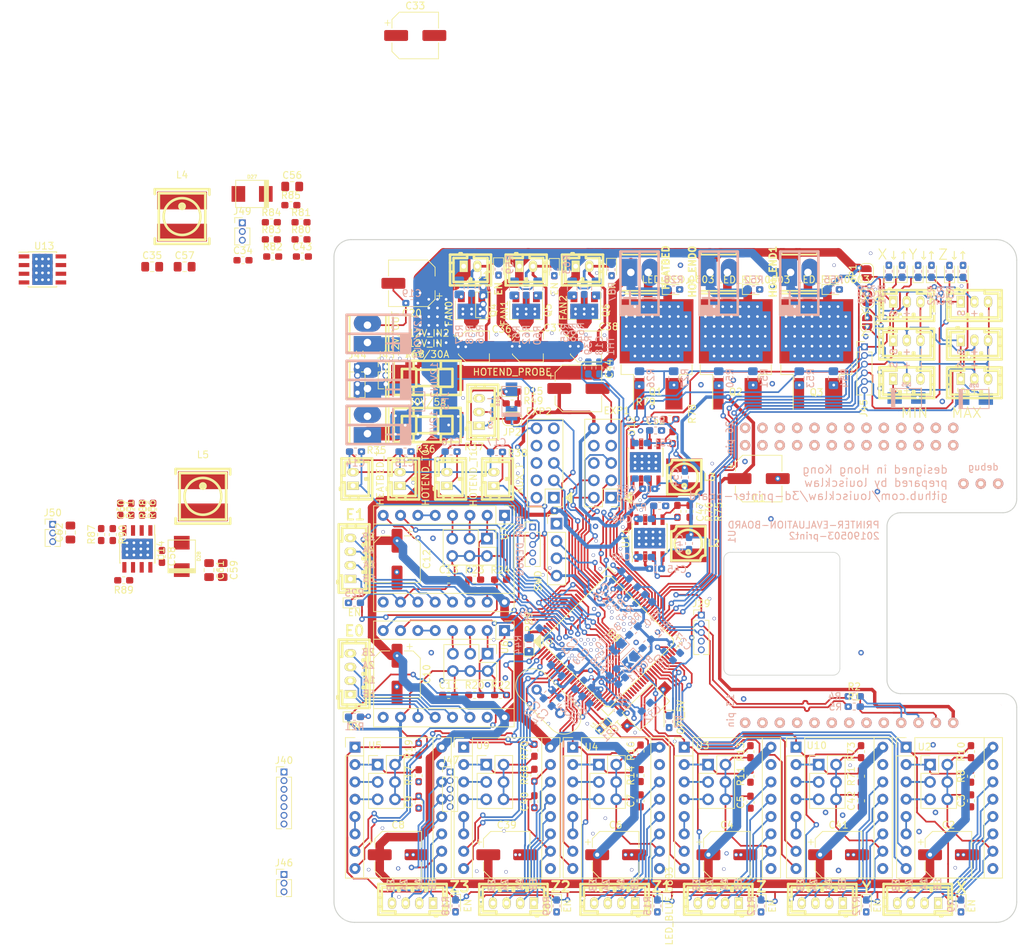
<source format=kicad_pcb>
(kicad_pcb (version 20171130) (host pcbnew 5.1.2-f72e74a~84~ubuntu18.04.1)
  (layers (0 F.Cu signal) (31 B.Cu signal) (34 B.Paste user) (35 F.Paste user) (36 B.SilkS user) (37 F.SilkS user) (38 B.Mask user) (39 F.Mask user) (44 Edge.Cuts user))
  (net 0 "")
  (net 1 GND)
  (net 2 +3V3)
  (net 3 +12V)
  (net 4 "Net-(J3-Pad1)")
  (net 5 "Net-(J3-Pad3)")
  (net 6 "Net-(J3-Pad2)")
  (net 7 "Net-(J3-Pad4)")
  (net 8 "Net-(J5-Pad4)")
  (net 9 "Net-(J5-Pad2)")
  (net 10 "Net-(J5-Pad3)")
  (net 11 "Net-(J5-Pad1)")
  (net 12 "Net-(J39-Pad1)")
  (net 13 "Net-(J39-Pad3)")
  (net 14 "Net-(J39-Pad2)")
  (net 15 "Net-(J39-Pad4)")
  (net 16 "Net-(J4-Pad1)")
  (net 17 "Net-(J4-Pad3)")
  (net 18 "Net-(J4-Pad5)")
  (net 19 "Net-(U3-Pad5)")
  (net 20 "Net-(U2-Pad5)")
  (net 21 "Net-(J2-Pad5)")
  (net 22 "Net-(J2-Pad3)")
  (net 23 "Net-(J2-Pad1)")
  (net 24 "Net-(U10-Pad5)")
  (net 25 "Net-(J38-Pad5)")
  (net 26 "Net-(J38-Pad3)")
  (net 27 "Net-(J38-Pad1)")
  (net 28 "Net-(D24-Pad2)")
  (net 29 "Net-(D3-Pad2)")
  (net 30 "Net-(D2-Pad2)")
  (net 31 "Net-(D1-Pad2)")
  (net 32 +5V)
  (net 33 "Net-(J7-Pad4)")
  (net 34 "Net-(J7-Pad2)")
  (net 35 "Net-(J7-Pad3)")
  (net 36 "Net-(J7-Pad1)")
  (net 37 "Net-(J6-Pad1)")
  (net 38 "Net-(J6-Pad3)")
  (net 39 "Net-(J6-Pad5)")
  (net 40 "Net-(U4-Pad5)")
  (net 41 "Net-(D4-Pad2)")
  (net 42 "Net-(J37-Pad4)")
  (net 43 "Net-(J37-Pad2)")
  (net 44 "Net-(J37-Pad3)")
  (net 45 "Net-(J37-Pad1)")
  (net 46 "Net-(J36-Pad1)")
  (net 47 "Net-(J36-Pad3)")
  (net 48 "Net-(J36-Pad5)")
  (net 49 "Net-(U9-Pad5)")
  (net 50 "Net-(D23-Pad2)")
  (net 51 "Net-(J9-Pad1)")
  (net 52 "Net-(J9-Pad3)")
  (net 53 "Net-(J9-Pad2)")
  (net 54 "Net-(J9-Pad4)")
  (net 55 "Net-(U5-Pad5)")
  (net 56 "Net-(J8-Pad5)")
  (net 57 "Net-(J8-Pad3)")
  (net 58 "Net-(J8-Pad1)")
  (net 59 "Net-(D5-Pad2)")
  (net 60 "Net-(J11-Pad1)")
  (net 61 "Net-(J11-Pad3)")
  (net 62 "Net-(J11-Pad2)")
  (net 63 "Net-(J11-Pad4)")
  (net 64 "Net-(U6-Pad5)")
  (net 65 "Net-(J10-Pad5)")
  (net 66 "Net-(J10-Pad3)")
  (net 67 "Net-(J10-Pad1)")
  (net 68 "Net-(D6-Pad2)")
  (net 69 "Net-(J13-Pad4)")
  (net 70 "Net-(J13-Pad2)")
  (net 71 "Net-(J13-Pad3)")
  (net 72 "Net-(J13-Pad1)")
  (net 73 "Net-(J12-Pad1)")
  (net 74 "Net-(J12-Pad3)")
  (net 75 "Net-(J12-Pad5)")
  (net 76 "Net-(U7-Pad5)")
  (net 77 "Net-(D7-Pad2)")
  (net 78 +12V2)
  (net 79 "Net-(Q1-Pad1)")
  (net 80 "Net-(D8-Pad2)")
  (net 81 "Net-(Q2-Pad1)")
  (net 82 "Net-(D18-Pad2)")
  (net 83 "Net-(Q3-Pad1)")
  (net 84 "Net-(D19-Pad2)")
  (net 85 "Net-(C23-Pad1)")
  (net 86 PC13)
  (net 87 PC14)
  (net 88 PE2)
  (net 89 PE3)
  (net 90 PE4)
  (net 91 PC2)
  (net 92 "Net-(C21-Pad1)")
  (net 93 PA0)
  (net 94 PA1)
  (net 95 PE7)
  (net 96 PE8)
  (net 97 PE9)
  (net 98 PD8)
  (net 99 PC15)
  (net 100 PA2)
  (net 101 PA3)
  (net 102 PE10)
  (net 103 PE11)
  (net 104 PE12)
  (net 105 PD10)
  (net 106 PD11)
  (net 107 PD12)
  (net 108 "Net-(C22-Pad1)")
  (net 109 "Net-(C24-Pad1)")
  (net 110 PC0)
  (net 111 PC1)
  (net 112 PA4)
  (net 113 PE13)
  (net 114 PE14)
  (net 115 PE15)
  (net 116 PD13)
  (net 117 PD14)
  (net 118 PD15)
  (net 119 PC6)
  (net 120 PA15)
  (net 121 PC10)
  (net 122 PC11)
  (net 123 PC12)
  (net 124 PD0)
  (net 125 PD1)
  (net 126 PD2)
  (net 127 PD3)
  (net 128 PD4)
  (net 129 PD5)
  (net 130 PD6)
  (net 131 PD7)
  (net 132 PB3)
  (net 133 PB9)
  (net 134 "Net-(D17-Pad1)")
  (net 135 "Net-(JP7-Pad1)")
  (net 136 "Net-(JP6-Pad1)")
  (net 137 "Net-(Q4-Pad2)")
  (net 138 "Net-(Q4-Pad1)")
  (net 139 "Net-(D20-Pad2)")
  (net 140 "Net-(Q5-Pad2)")
  (net 141 "Net-(Q5-Pad1)")
  (net 142 "Net-(D21-Pad2)")
  (net 143 "Net-(Q6-Pad2)")
  (net 144 "Net-(Q6-Pad1)")
  (net 145 "Net-(D22-Pad2)")
  (net 146 "Net-(F1-Pad1)")
  (net 147 "Net-(F2-Pad1)")
  (net 148 /STM32_CORE/STM32_CORE_MCU/GND-VCC3V3)
  (net 149 /STM32_CORE/STM32_CORE_MCU/BOOT1)
  (net 150 /STM32_CORE/STM32_CORE_MCU/GND-CAP1)
  (net 151 /STM32_CORE/STM32_CORE_MCU/RESET)
  (net 152 /orange_pi/OPI_USB-DM2)
  (net 153 /orange_pi/OPI_USB-DP2)
  (net 154 /STM32_CORE/STM32_CORE_MCU/SWDIO)
  (net 155 /STM32_CORE/STM32_CORE_MCU/GND-CAP2)
  (net 156 /STM32_CORE/STM32_CORE_MCU/SWCLK)
  (net 157 /STM32_CORE/STM32_CORE_MCU/BOOT0)
  (net 158 /HEATBED/-12V2)
  (net 159 /HOTENDS/HOTEND_0/-12V)
  (net 160 /HOTENDS/HOTEND_1/-12V)
  (net 161 /STM32_CORE/STM32_CORE_MCU/DM)
  (net 162 /STM32_CORE/STM32_CORE_MCU/DP)
  (net 163 /orange_pi/USB-DM2)
  (net 164 /orange_pi/USB-DP2)
  (net 165 PA11)
  (net 166 PA12)
  (net 167 PA13)
  (net 168 /FANS/FAN0/FAN0_N)
  (net 169 /FANS/FAN1/FAN1_N)
  (net 170 /FANS/FAN2/FAN2_N)
  (net 171 PD9)
  (net 172 "Net-(C46-Pad1)")
  (net 173 "Net-(C47-Pad2)")
  (net 174 "Net-(C47-Pad1)")
  (net 175 "Net-(C48-Pad2)")
  (net 176 "Net-(C48-Pad1)")
  (net 177 "Net-(R75-Pad1)")
  (net 178 "Net-(C53-Pad1)")
  (net 179 "Net-(C53-Pad2)")
  (net 180 "Net-(R78-Pad1)")
  (net 181 "Net-(C52-Pad1)")
  (net 182 "Net-(C51-Pad1)")
  (net 183 "Net-(C52-Pad2)")
  (net 184 "Net-(D14-Pad2)")
  (net 185 "Net-(D13-Pad2)")
  (net 186 "Net-(D9-Pad2)")
  (net 187 "Net-(D12-Pad2)")
  (net 188 "Net-(D11-Pad2)")
  (net 189 "Net-(D10-Pad2)")
  (net 190 "Net-(D13-Pad1)")
  (net 191 "Net-(D14-Pad1)")
  (net 192 "Net-(D15-Pad2)")
  (net 193 "Net-(D15-Pad1)")
  (net 194 PB5)
  (net 195 "Net-(J48-Pad2)")
  (net 196 "Net-(J15-Pad2)")
  (net 197 /STM32_CORE/STM32_CORE_MCU/SCK)
  (net 198 /STM32_CORE/STM32_CORE_MCU/MISO2)
  (net 199 /STM32_CORE/STM32_CORE_MCU/MOSI2)
  (net 200 "Net-(J43-Pad2)")
  (net 201 "Net-(J43-Pad1)")
  (net 202 "Net-(J17-Pad2)")
  (net 203 "Net-(J19-Pad2)")
  (net 204 "Net-(J30-Pad5)")
  (net 205 "Net-(J41-Pad8)")
  (net 206 "Net-(J41-Pad7)")
  (net 207 "Net-(J41-Pad6)")
  (net 208 "/st7920 type lcd/BEEPER")
  (net 209 "Net-(J42-Pad1)")
  (net 210 "Net-(J42-Pad2)")
  (net 211 "Net-(J42-Pad4)")
  (net 212 "Net-(J42-Pad6)")
  (net 213 "Net-(J42-Pad7)")
  (net 214 "/st7920 type lcd/RESET")
  (net 215 /orange_pi/USB-DM3)
  (net 216 /orange_pi/USB-DP3)
  (net 217 "Net-(U1-Pad7)")
  (net 218 "Net-(U1-Pad8)")
  (net 219 "Net-(U1-Pad9)")
  (net 220 "Net-(U1-Pad10)")
  (net 221 "Net-(U1-Pad11)")
  (net 222 "Net-(U1-Pad12)")
  (net 223 "Net-(U1-Pad13)")
  (net 224 "Net-(U1-Pad101)")
  (net 225 "Net-(U1-Pad102)")
  (net 226 "Net-(U1-Pad103)")
  (net 227 "Net-(U1-Pad104)")
  (net 228 "Net-(U1-Pad105)")
  (net 229 "Net-(U1-Pad106)")
  (net 230 "Net-(U1-Pad107)")
  (net 231 "Net-(U1-Pad108)")
  (net 232 "Net-(U1-Pad109)")
  (net 233 "Net-(U1-Pad110)")
  (net 234 "Net-(U1-Pad111)")
  (net 235 "Net-(U1-Pad112)")
  (net 236 "Net-(U1-Pad113)")
  (net 237 "Net-(U1-Pad114)")
  (net 238 "Net-(U1-Pad115)")
  (net 239 "Net-(U1-Pad116)")
  (net 240 "Net-(U1-Pad117)")
  (net 241 "Net-(U1-Pad118)")
  (net 242 "Net-(U1-Pad119)")
  (net 243 "Net-(U1-Pad120)")
  (net 244 "Net-(U1-Pad121)")
  (net 245 "Net-(U1-Pad122)")
  (net 246 "Net-(U1-Pad123)")
  (net 247 "Net-(U1-Pad124)")
  (net 248 "Net-(U1-Pad125)")
  (net 249 "Net-(U1-Pad126)")
  (net 250 "Net-(U1-Pad201)")
  (net 251 "Net-(U1-Pad202)")
  (net 252 "Net-(U1-Pad203)")
  (net 253 PE5)
  (net 254 PE6)
  (net 255 PC3)
  (net 256 PC4)
  (net 257 PC5)
  (net 258 PB0)
  (net 259 PB1)
  (net 260 PB12)
  (net 261 PA5)
  (net 262 PA6)
  (net 263 PA7)
  (net 264 PB10)
  (net 265 PB11)
  (net 266 PC7)
  (net 267 PC8)
  (net 268 PC9)
  (net 269 PA8)
  (net 270 PB4)
  (net 271 /STM32_CORE/STM32_SCL1)
  (net 272 /STM32_CORE/STM32_SDA1)
  (net 273 PB8)
  (net 274 PE0)
  (net 275 PE1)
  (net 276 "Net-(U11-Pad7)")
  (net 277 "Net-(U12-Pad7)")
  (net 278 "Net-(C34-Pad2)")
  (net 279 "Net-(C34-Pad1)")
  (net 280 "Net-(C35-Pad1)")
  (net 281 "Net-(C43-Pad2)")
  (net 282 "Net-(C43-Pad1)")
  (net 283 "Net-(C58-Pad2)")
  (net 284 "Net-(C58-Pad1)")
  (net 285 "Net-(C59-Pad1)")
  (net 286 "Net-(C60-Pad2)")
  (net 287 "Net-(C60-Pad1)")
  (net 288 /SSD1306_SPI/CS)
  (net 289 /SSD1306_SPI/DC)
  (net 290 /SSD1306_SPI/RST)
  (net 291 /SSD1306_SPI/DI)
  (net 292 /SSD1306_SPI/DO)
  (net 293 "Net-(R80-Pad2)")
  (net 294 "Net-(R81-Pad2)")
  (net 295 "Net-(R83-Pad1)")
  (net 296 "Net-(R86-Pad2)")
  (net 297 "Net-(R87-Pad2)")
  (net 298 "Net-(R89-Pad1)")
  (module w_smd_inductors:inductor_smd_6.8x3.8mm (layer F.Cu) (at -22.254403 -3.379652)
    (fp_text reference L4 (at 0 -6.1) (layer F.SilkS))
    (fp_text value L_15uH)
    (pad 1 smd rect (at 0 -2.35) (size 7.3 2.6) (layers F.Cu F.Paste F.Mask) (net 279 "Net-(C34-Pad1)"))
    (pad 2 smd rect (at 0 2.35) (size 7.3 2.6) (layers F.Cu F.Paste F.Mask) (net 2 +3V3))
  )
  (module w_smd_inductors:inductor_smd_6.8x3.8mm (layer F.Cu) (at -19.2 37.6)
    (fp_text reference L5 (at 0 -6.1) (layer F.SilkS))
    (fp_text value L_15uH)
    (pad 1 smd rect (at 0 -2.35) (size 7.3 2.6) (layers F.Cu F.Paste F.Mask) (net 284 "Net-(C58-Pad1)"))
    (pad 2 smd rect (at 0 2.35) (size 7.3 2.6) (layers F.Cu F.Paste F.Mask) (net 32 +5V))
  )
  (module Connector_PinHeader_1.27mm:PinHeader_1x05_P1.27mm_Vertical (layer F.Cu) (at 17.005001 77.975001)
    (fp_text reference J47 (at 0 -1.695) (layer F.SilkS))
    (fp_text value TEMP_DEBUG)
    (pad 5 thru_hole oval (at 0 5.08) (size 1 1) (drill 0.65) (layers *.Cu *.Mask) (net 101 PA3))
    (pad 4 thru_hole oval (at 0 3.81) (size 1 1) (drill 0.65) (layers *.Cu *.Mask) (net 100 PA2))
    (pad 3 thru_hole oval (at 0 2.54) (size 1 1) (drill 0.65) (layers *.Cu *.Mask) (net 94 PA1))
    (pad 2 thru_hole oval (at 0 1.27) (size 1 1) (drill 0.65) (layers *.Cu *.Mask) (net 93 PA0))
    (pad 1 thru_hole rect (at 0 0) (size 1 1) (drill 0.65) (layers *.Cu *.Mask) (net 112 PA4))
  )
  (module Connector_PinHeader_1.27mm:PinHeader_1x03_P1.27mm_Vertical (layer F.Cu) (at -7.324999 92.985001)
    (fp_text reference J46 (at 0 -1.695) (layer F.SilkS))
    (fp_text value HOTEND_DEBUG)
    (pad 3 thru_hole oval (at 0 2.54) (size 1 1) (drill 0.65) (layers *.Cu *.Mask) (net 117 PD14))
    (pad 2 thru_hole oval (at 0 1.27) (size 1 1) (drill 0.65) (layers *.Cu *.Mask) (net 118 PD15))
    (pad 1 thru_hole rect (at 0 0) (size 1 1) (drill 0.65) (layers *.Cu *.Mask) (net 119 PC6))
  )
  (module Connector_PinHeader_1.27mm:PinHeader_1x07_P1.27mm_Vertical (layer F.Cu) (at -7.324999 77.975001)
    (fp_text reference J40 (at 0 -1.695) (layer F.SilkS))
    (fp_text value SPI_DEBUG)
    (pad 7 thru_hole oval (at 0 7.62) (size 1 1) (drill 0.65) (layers *.Cu *.Mask) (net 288 /SSD1306_SPI/CS))
    (pad 6 thru_hole oval (at 0 6.35) (size 1 1) (drill 0.65) (layers *.Cu *.Mask) (net 289 /SSD1306_SPI/DC))
    (pad 5 thru_hole oval (at 0 5.08) (size 1 1) (drill 0.65) (layers *.Cu *.Mask) (net 290 /SSD1306_SPI/RST))
    (pad 4 thru_hole oval (at 0 3.81) (size 1 1) (drill 0.65) (layers *.Cu *.Mask) (net 291 /SSD1306_SPI/DI))
    (pad 3 thru_hole oval (at 0 2.54) (size 1 1) (drill 0.65) (layers *.Cu *.Mask) (net 292 /SSD1306_SPI/DO))
    (pad 2 thru_hole oval (at 0 1.27) (size 1 1) (drill 0.65) (layers *.Cu *.Mask) (net 2 +3V3))
    (pad 1 thru_hole rect (at 0 0) (size 1 1) (drill 0.65) (layers *.Cu *.Mask) (net 1 GND))
  )
  (module footprint-lib:MP1584,SOIC-8_3.9x4.9mm_P1.27mm,thermal_via (layer F.Cu) (at -28.8 45.3 270)
    (fp_text reference U14 (at 0.254 -3.429 90) (layer F.SilkS))
    (fp_text value MP1584)
    (pad G thru_hole rect (at 0 1.524 270) (size 1.2 1.5) (drill 0.4) (layers *.Cu F.Mask) (net 1 GND))
    (pad G thru_hole rect (at 0.889 1.524 270) (size 1.2 1.5) (drill 0.4) (layers *.Cu F.Mask) (net 1 GND))
    (pad G thru_hole rect (at -0.889 1.524 270) (size 1.2 1.5) (drill 0.4) (layers *.Cu F.Mask) (net 1 GND))
    (pad G thru_hole rect (at 0 0.508 270) (size 1.2 1.5) (drill 0.4) (layers *.Cu F.Mask) (net 1 GND))
    (pad G thru_hole rect (at 0.889 0.508 270) (size 1.2 1.5) (drill 0.4) (layers *.Cu F.Mask) (net 1 GND))
    (pad G thru_hole rect (at -0.889 0.508 270) (size 1.2 1.5) (drill 0.4) (layers *.Cu F.Mask) (net 1 GND))
    (pad G thru_hole rect (at 0 -0.508 270) (size 1.2 1.5) (drill 0.4) (layers *.Cu F.Mask) (net 1 GND))
    (pad G thru_hole rect (at 0.889 -0.508 270) (size 1.2 1.5) (drill 0.4) (layers *.Cu F.Mask) (net 1 GND))
    (pad G thru_hole rect (at -0.889 -0.508 270) (size 1.2 1.5) (drill 0.4) (layers *.Cu F.Mask) (net 1 GND))
    (pad G thru_hole rect (at 0.889 -1.524 270) (size 1.2 1.5) (drill 0.4) (layers *.Cu F.Mask) (net 1 GND))
    (pad G thru_hole rect (at 0 -1.524 270) (size 1.2 1.5) (drill 0.4) (layers *.Cu F.Mask) (net 1 GND))
    (pad G thru_hole rect (at -0.889 -1.524 270) (size 1.2 1.5) (drill 0.4) (layers *.Cu F.Mask) (net 1 GND))
    (pad 8 smd rect (at 2.7 -1.905 270) (size 1.55 0.6) (layers F.Cu F.Paste F.Mask) (net 283 "Net-(C58-Pad2)"))
    (pad 7 smd rect (at 2.7 -0.635 270) (size 1.55 0.6) (layers F.Cu F.Paste F.Mask) (net 285 "Net-(C59-Pad1)"))
    (pad 6 smd rect (at 2.7 0.635 270) (size 1.55 0.6) (layers F.Cu F.Paste F.Mask) (net 298 "Net-(R89-Pad1)"))
    (pad 5 smd rect (at 2.7 1.905 270) (size 1.55 0.6) (layers F.Cu F.Paste F.Mask) (net 1 GND))
    (pad 4 smd rect (at -2.7 1.905 270) (size 1.55 0.6) (layers F.Cu F.Paste F.Mask) (net 297 "Net-(R87-Pad2)"))
    (pad 3 smd rect (at -2.7 0.635 270) (size 1.55 0.6) (layers F.Cu F.Paste F.Mask) (net 287 "Net-(C60-Pad1)"))
    (pad 2 smd rect (at -2.7 -0.635 270) (size 1.55 0.6) (layers F.Cu F.Paste F.Mask) (net 296 "Net-(R86-Pad2)"))
    (pad 1 smd rect (at -2.7 -1.905 270) (size 1.55 0.6) (layers F.Cu F.Paste F.Mask) (net 284 "Net-(C58-Pad1)"))
  )
  (module footprint-lib:MP1584,SOIC-8_3.9x4.9mm_P1.27mm,thermal_via (layer F.Cu) (at -42.7 4.365)
    (fp_text reference U13 (at 0.254 -3.429) (layer F.SilkS))
    (fp_text value MP1584)
    (pad G thru_hole rect (at 0 1.524) (size 1.2 1.5) (drill 0.4) (layers *.Cu F.Mask) (net 1 GND))
    (pad G thru_hole rect (at 0.889 1.524) (size 1.2 1.5) (drill 0.4) (layers *.Cu F.Mask) (net 1 GND))
    (pad G thru_hole rect (at -0.889 1.524) (size 1.2 1.5) (drill 0.4) (layers *.Cu F.Mask) (net 1 GND))
    (pad G thru_hole rect (at 0 0.508) (size 1.2 1.5) (drill 0.4) (layers *.Cu F.Mask) (net 1 GND))
    (pad G thru_hole rect (at 0.889 0.508) (size 1.2 1.5) (drill 0.4) (layers *.Cu F.Mask) (net 1 GND))
    (pad G thru_hole rect (at -0.889 0.508) (size 1.2 1.5) (drill 0.4) (layers *.Cu F.Mask) (net 1 GND))
    (pad G thru_hole rect (at 0 -0.508) (size 1.2 1.5) (drill 0.4) (layers *.Cu F.Mask) (net 1 GND))
    (pad G thru_hole rect (at 0.889 -0.508) (size 1.2 1.5) (drill 0.4) (layers *.Cu F.Mask) (net 1 GND))
    (pad G thru_hole rect (at -0.889 -0.508) (size 1.2 1.5) (drill 0.4) (layers *.Cu F.Mask) (net 1 GND))
    (pad G thru_hole rect (at 0.889 -1.524) (size 1.2 1.5) (drill 0.4) (layers *.Cu F.Mask) (net 1 GND))
    (pad G thru_hole rect (at 0 -1.524) (size 1.2 1.5) (drill 0.4) (layers *.Cu F.Mask) (net 1 GND))
    (pad G thru_hole rect (at -0.889 -1.524) (size 1.2 1.5) (drill 0.4) (layers *.Cu F.Mask) (net 1 GND))
    (pad 8 smd rect (at 2.7 -1.905) (size 1.55 0.6) (layers F.Cu F.Paste F.Mask) (net 278 "Net-(C34-Pad2)"))
    (pad 7 smd rect (at 2.7 -0.635) (size 1.55 0.6) (layers F.Cu F.Paste F.Mask) (net 280 "Net-(C35-Pad1)"))
    (pad 6 smd rect (at 2.7 0.635) (size 1.55 0.6) (layers F.Cu F.Paste F.Mask) (net 295 "Net-(R83-Pad1)"))
    (pad 5 smd rect (at 2.7 1.905) (size 1.55 0.6) (layers F.Cu F.Paste F.Mask) (net 1 GND))
    (pad 4 smd rect (at -2.7 1.905) (size 1.55 0.6) (layers F.Cu F.Paste F.Mask) (net 294 "Net-(R81-Pad2)"))
    (pad 3 smd rect (at -2.7 0.635) (size 1.55 0.6) (layers F.Cu F.Paste F.Mask) (net 282 "Net-(C43-Pad1)"))
    (pad 2 smd rect (at -2.7 -0.635) (size 1.55 0.6) (layers F.Cu F.Paste F.Mask) (net 293 "Net-(R80-Pad2)"))
    (pad 1 smd rect (at -2.7 -1.905) (size 1.55 0.6) (layers F.Cu F.Paste F.Mask) (net 279 "Net-(C34-Pad1)"))
  )
  (module Resistor_SMD:R_0603_1608Metric_Pad1.05x0.95mm_HandSolder (layer F.Cu) (at -31.3 39.5 270)
    (fp_text reference R91 (at 0 -1.43 90) (layer F.SilkS))
    (fp_text value R104,0603)
    (pad 2 smd roundrect (at 0.875 0 270) (size 1.05 0.95) (layers F.Cu F.Paste F.Mask) (net 1 GND))
    (pad 1 smd roundrect (at -0.875 0 270) (size 1.05 0.95) (layers F.Cu F.Paste F.Mask) (net 286 "Net-(C60-Pad2)"))
  )
  (module Resistor_SMD:R_0603_1608Metric_Pad1.05x0.95mm_HandSolder (layer F.Cu) (at -32.4 43.2 270)
    (fp_text reference R90 (at 0 -1.43 90) (layer F.SilkS))
    (fp_text value R433,0603)
    (pad 2 smd roundrect (at 0.875 0 270) (size 1.05 0.95) (layers F.Cu F.Paste F.Mask) (net 1 GND))
    (pad 1 smd roundrect (at -0.875 0 270) (size 1.05 0.95) (layers F.Cu F.Paste F.Mask) (net 297 "Net-(R87-Pad2)"))
  )
  (module Resistor_SMD:R_0603_1608Metric_Pad1.05x0.95mm_HandSolder (layer F.Cu) (at -30.8 49.9 180)
    (fp_text reference R89 (at 0 -1.43) (layer F.SilkS))
    (fp_text value R104,0603)
    (pad 2 smd roundrect (at 0.875 0 180) (size 1.05 0.95) (layers F.Cu F.Paste F.Mask) (net 1 GND))
    (pad 1 smd roundrect (at -0.875 0 180) (size 1.05 0.95) (layers F.Cu F.Paste F.Mask) (net 298 "Net-(R89-Pad1)"))
  )
  (module Resistor_SMD:R_0603_1608Metric_Pad1.05x0.95mm_HandSolder (layer F.Cu) (at -26.5 39.5 90)
    (fp_text reference R88 (at 0 -1.43 90) (layer F.SilkS))
    (fp_text value R240,0603)
    (pad 2 smd roundrect (at 0.875 0 90) (size 1.05 0.95) (layers F.Cu F.Paste F.Mask) (net 1 GND))
    (pad 1 smd roundrect (at -0.875 0 90) (size 1.05 0.95) (layers F.Cu F.Paste F.Mask) (net 296 "Net-(R86-Pad2)"))
  )
  (module Resistor_SMD:R_0603_1608Metric_Pad1.05x0.95mm_HandSolder (layer F.Cu) (at -34.1 43.2 90)
    (fp_text reference R87 (at 0 -1.43 90) (layer F.SilkS))
    (fp_text value R224,0603)
    (pad 2 smd roundrect (at 0.875 0 90) (size 1.05 0.95) (layers F.Cu F.Paste F.Mask) (net 297 "Net-(R87-Pad2)"))
    (pad 1 smd roundrect (at -0.875 0 90) (size 1.05 0.95) (layers F.Cu F.Paste F.Mask) (net 32 +5V))
  )
  (module Resistor_SMD:R_0603_1608Metric_Pad1.05x0.95mm_HandSolder (layer F.Cu) (at -28.1 39.5 270)
    (fp_text reference R86 (at 0 -1.43 90) (layer F.SilkS))
    (fp_text value R104,0603)
    (pad 2 smd roundrect (at 0.875 0 270) (size 1.05 0.95) (layers F.Cu F.Paste F.Mask) (net 296 "Net-(R86-Pad2)"))
    (pad 1 smd roundrect (at -0.875 0 270) (size 1.05 0.95) (layers F.Cu F.Paste F.Mask) (net 285 "Net-(C59-Pad1)"))
  )
  (module Resistor_SMD:R_0603_1608Metric_Pad1.05x0.95mm_HandSolder (layer F.Cu) (at -6.319402 -5.049652)
    (fp_text reference R85 (at 0 -1.43) (layer F.SilkS))
    (fp_text value R104,0603)
    (pad 2 smd roundrect (at 0.875 0) (size 1.05 0.95) (layers F.Cu F.Paste F.Mask) (net 1 GND))
    (pad 1 smd roundrect (at -0.875 0) (size 1.05 0.95) (layers F.Cu F.Paste F.Mask) (net 281 "Net-(C43-Pad2)"))
  )
  (module Resistor_SMD:R_0603_1608Metric_Pad1.05x0.95mm_HandSolder (layer F.Cu) (at -9.179402 -2.539652)
    (fp_text reference R84 (at 0 -1.43) (layer F.SilkS))
    (fp_text value R433,0603)
    (pad 2 smd roundrect (at 0.875 0) (size 1.05 0.95) (layers F.Cu F.Paste F.Mask) (net 1 GND))
    (pad 1 smd roundrect (at -0.875 0) (size 1.05 0.95) (layers F.Cu F.Paste F.Mask) (net 294 "Net-(R81-Pad2)"))
  )
  (module Resistor_SMD:R_0603_1608Metric_Pad1.05x0.95mm_HandSolder (layer F.Cu) (at -9.179402 -0.029652)
    (fp_text reference R83 (at 0 -1.43) (layer F.SilkS))
    (fp_text value R104,0603)
    (pad 2 smd roundrect (at 0.875 0) (size 1.05 0.95) (layers F.Cu F.Paste F.Mask) (net 1 GND))
    (pad 1 smd roundrect (at -0.875 0) (size 1.05 0.95) (layers F.Cu F.Paste F.Mask) (net 295 "Net-(R83-Pad1)"))
  )
  (module Resistor_SMD:R_0603_1608Metric_Pad1.05x0.95mm_HandSolder (layer F.Cu) (at -8.979402 2.480348)
    (fp_text reference R82 (at 0 -1.43) (layer F.SilkS))
    (fp_text value R240,0603)
    (pad 2 smd roundrect (at 0.875 0) (size 1.05 0.95) (layers F.Cu F.Paste F.Mask) (net 1 GND))
    (pad 1 smd roundrect (at -0.875 0) (size 1.05 0.95) (layers F.Cu F.Paste F.Mask) (net 293 "Net-(R80-Pad2)"))
  )
  (module Resistor_SMD:R_0603_1608Metric_Pad1.05x0.95mm_HandSolder (layer F.Cu) (at -4.829402 -2.539652)
    (fp_text reference R81 (at 0 -1.43) (layer F.SilkS))
    (fp_text value R224,0603)
    (pad 2 smd roundrect (at 0.875 0) (size 1.05 0.95) (layers F.Cu F.Paste F.Mask) (net 294 "Net-(R81-Pad2)"))
    (pad 1 smd roundrect (at -0.875 0) (size 1.05 0.95) (layers F.Cu F.Paste F.Mask) (net 2 +3V3))
  )
  (module Resistor_SMD:R_0603_1608Metric_Pad1.05x0.95mm_HandSolder (layer F.Cu) (at -4.829402 -0.029652)
    (fp_text reference R80 (at 0 -1.43) (layer F.SilkS))
    (fp_text value R104,0603)
    (pad 2 smd roundrect (at 0.875 0) (size 1.05 0.95) (layers F.Cu F.Paste F.Mask) (net 293 "Net-(R80-Pad2)"))
    (pad 1 smd roundrect (at -0.875 0) (size 1.05 0.95) (layers F.Cu F.Paste F.Mask) (net 280 "Net-(C35-Pad1)"))
  )
  (module Resistor_SMD:R_0603_1608Metric_Pad1.05x0.95mm_HandSolder (layer F.Cu) (at 11.840598 18.200348)
    (fp_text reference R48 (at 0 -1.43) (layer F.SilkS))
    (fp_text value R152,0603)
    (pad 2 smd roundrect (at 0.875 0) (size 1.05 0.95) (layers F.Cu F.Paste F.Mask) (net 2 +3V3))
    (pad 1 smd roundrect (at -0.875 0) (size 1.05 0.95) (layers F.Cu F.Paste F.Mask) (net 162 /STM32_CORE/STM32_CORE_MCU/DP))
  )
  (module Connector_PinHeader_1.27mm:PinHeader_1x03_P1.27mm_Vertical (layer F.Cu) (at -41.2 41.7)
    (fp_text reference J50 (at 0 -1.695) (layer F.SilkS))
    (fp_text value Conn_01x03_Female)
    (pad 3 thru_hole oval (at 0 2.54) (size 1 1) (drill 0.65) (layers *.Cu *.Mask) (net 32 +5V))
    (pad 2 thru_hole oval (at 0 1.27) (size 1 1) (drill 0.65) (layers *.Cu *.Mask) (net 285 "Net-(C59-Pad1)"))
    (pad 1 thru_hole rect (at 0 0) (size 1 1) (drill 0.65) (layers *.Cu *.Mask) (net 1 GND))
  )
  (module Connector_PinHeader_1.27mm:PinHeader_1x03_P1.27mm_Vertical (layer F.Cu) (at -13.429402 -2.459652)
    (fp_text reference J49 (at 0 -1.695) (layer F.SilkS))
    (fp_text value Conn_01x03_Female)
    (pad 3 thru_hole oval (at 0 2.54) (size 1 1) (drill 0.65) (layers *.Cu *.Mask) (net 2 +3V3))
    (pad 2 thru_hole oval (at 0 1.27) (size 1 1) (drill 0.65) (layers *.Cu *.Mask) (net 280 "Net-(C35-Pad1)"))
    (pad 1 thru_hole rect (at 0 0) (size 1 1) (drill 0.65) (layers *.Cu *.Mask) (net 1 GND))
  )
  (module Connector_PinHeader_1.27mm:PinHeader_1x04_P1.27mm_Vertical (layer F.Cu) (at 3.440598 18.620348)
    (fp_text reference J44 (at 0 -1.695) (layer F.SilkS))
    (fp_text value SPI_DEBUG)
    (pad 4 thru_hole oval (at 0 3.81) (size 1 1) (drill 0.65) (layers *.Cu *.Mask) (net 1 GND))
    (pad 3 thru_hole oval (at 0 2.54) (size 1 1) (drill 0.65) (layers *.Cu *.Mask) (net 197 /STM32_CORE/STM32_CORE_MCU/SCK))
    (pad 2 thru_hole oval (at 0 1.27) (size 1 1) (drill 0.65) (layers *.Cu *.Mask) (net 198 /STM32_CORE/STM32_CORE_MCU/MISO2))
    (pad 1 thru_hole rect (at 0 0) (size 1 1) (drill 0.65) (layers *.Cu *.Mask) (net 199 /STM32_CORE/STM32_CORE_MCU/MOSI2))
  )
  (module Connector_PinHeader_1.27mm:PinHeader_1x03_P1.27mm_Vertical (layer F.Cu) (at 7.590598 18.620348)
    (fp_text reference J43 (at 0 -1.695) (layer F.SilkS))
    (fp_text value STM32_GTR)
    (pad 3 thru_hole oval (at 0 2.54) (size 1 1) (drill 0.65) (layers *.Cu *.Mask) (net 1 GND))
    (pad 2 thru_hole oval (at 0 1.27) (size 1 1) (drill 0.65) (layers *.Cu *.Mask) (net 200 "Net-(J43-Pad2)"))
    (pad 1 thru_hole rect (at 0 0) (size 1 1) (drill 0.65) (layers *.Cu *.Mask) (net 201 "Net-(J43-Pad1)"))
  )
  (module Connector_PinHeader_1.27mm:PinHeader_1x04_P1.27mm_Vertical (layer F.Cu) (at 21.860598 6.920348)
    (fp_text reference J1 (at 0 -1.695) (layer F.SilkS))
    (fp_text value USB_DEBUG)
    (pad 4 thru_hole oval (at 0 3.81) (size 1 1) (drill 0.65) (layers *.Cu *.Mask) (net 1 GND))
    (pad 3 thru_hole oval (at 0 2.54) (size 1 1) (drill 0.65) (layers *.Cu *.Mask) (net 153 /orange_pi/OPI_USB-DP2))
    (pad 2 thru_hole oval (at 0 1.27) (size 1 1) (drill 0.65) (layers *.Cu *.Mask) (net 152 /orange_pi/OPI_USB-DM2))
    (pad 1 thru_hole rect (at 0 0) (size 1 1) (drill 0.65) (layers *.Cu *.Mask) (net 32 +5V))
  )
  (module w_smd_diode:do214aa (layer F.Cu) (at -22.3 46.4 270)
    (fp_text reference D28 (at 0 -2.49936 90) (layer F.SilkS) (effects (font (size 0.50038 0.50038) (thickness 0.11938))))
    (fp_text value SD_1N5822_SS34 hide)
    (pad 1 smd rect (at -2.00914 0 270) (size 1.99898 2.30124) (layers F.Cu F.Paste F.Mask) (net 284 "Net-(C58-Pad1)"))
    (pad 2 smd rect (at 2.00914 0 270) (size 1.99898 2.30124) (layers F.Cu F.Paste F.Mask) (net 1 GND))
  )
  (module w_smd_diode:do214aa (layer F.Cu) (at -11.995773 -6.692172)
    (fp_text reference D27 (at 0 -2.49936) (layer F.SilkS) (effects (font (size 0.50038 0.50038) (thickness 0.11938))))
    (fp_text value SD_1N5822_SS34 hide)
    (pad 1 smd rect (at -2.00914 0) (size 1.99898 2.30124) (layers F.Cu F.Paste F.Mask) (net 279 "Net-(C34-Pad1)"))
    (pad 2 smd rect (at 2.00914 0) (size 1.99898 2.30124) (layers F.Cu F.Paste F.Mask) (net 1 GND))
  )
  (module Capacitor_SMD:C_0805_2012Metric_Pad1.15x1.40mm_HandSolder (layer F.Cu) (at -38.6 42.9 90)
    (fp_text reference C62 (at 0 -1.65 90) (layer F.SilkS))
    (fp_text value C106,0805)
    (pad 2 smd roundrect (at 1.025 0 90) (size 1.15 1.4) (layers F.Cu F.Paste F.Mask) (roundrect_rratio 0.217391) (net 1 GND))
    (pad 1 smd roundrect (at -1.025 0 90) (size 1.15 1.4) (layers F.Cu F.Paste F.Mask) (roundrect_rratio 0.217391) (net 32 +5V))
  )
  (module Capacitor_SMD:C_0805_2012Metric_Pad1.15x1.40mm_HandSolder (layer F.Cu) (at -18.3 48.4 270)
    (fp_text reference C61 (at 0 -1.65 90) (layer F.SilkS))
    (fp_text value C106,0805)
    (pad 2 smd roundrect (at 1.025 0 270) (size 1.15 1.4) (layers F.Cu F.Paste F.Mask) (roundrect_rratio 0.217391) (net 1 GND))
    (pad 1 smd roundrect (at -1.025 0 270) (size 1.15 1.4) (layers F.Cu F.Paste F.Mask) (roundrect_rratio 0.217391) (net 32 +5V))
  )
  (module Capacitor_SMD:C_0603_1608Metric_Pad1.05x0.95mm_HandSolder (layer F.Cu) (at -29.7 39.5 90)
    (fp_text reference C60 (at 0 -1.43 90) (layer F.SilkS))
    (fp_text value C151,0603)
    (pad 2 smd roundrect (at 0.875 0 90) (size 1.05 0.95) (layers F.Cu F.Paste F.Mask) (net 286 "Net-(C60-Pad2)"))
    (pad 1 smd roundrect (at -0.875 0 90) (size 1.05 0.95) (layers F.Cu F.Paste F.Mask) (net 287 "Net-(C60-Pad1)"))
  )
  (module Capacitor_SMD:C_0805_2012Metric_Pad1.15x1.40mm_HandSolder (layer F.Cu) (at -16.3 48.4 270)
    (fp_text reference C59 (at 0 -1.65 90) (layer F.SilkS))
    (fp_text value C106,0805)
    (pad 2 smd roundrect (at 1.025 0 270) (size 1.15 1.4) (layers F.Cu F.Paste F.Mask) (roundrect_rratio 0.217391) (net 1 GND))
    (pad 1 smd roundrect (at -1.025 0 270) (size 1.15 1.4) (layers F.Cu F.Paste F.Mask) (roundrect_rratio 0.217391) (net 285 "Net-(C59-Pad1)"))
  )
  (module Capacitor_SMD:C_0603_1608Metric_Pad1.05x0.95mm_HandSolder (layer F.Cu) (at -25.2 46.4 270)
    (fp_text reference C58 (at 0 -1.43 90) (layer F.SilkS))
    (fp_text value C104,0603)
    (pad 2 smd roundrect (at 0.875 0 270) (size 1.05 0.95) (layers F.Cu F.Paste F.Mask) (net 283 "Net-(C58-Pad2)"))
    (pad 1 smd roundrect (at -0.875 0 270) (size 1.05 0.95) (layers F.Cu F.Paste F.Mask) (net 284 "Net-(C58-Pad1)"))
  )
  (module Capacitor_SMD:C_0805_2012Metric_Pad1.15x1.40mm_HandSolder (layer F.Cu) (at -21.879402 3.970348)
    (fp_text reference C57 (at 0 -1.65) (layer F.SilkS))
    (fp_text value C106,0805)
    (pad 2 smd roundrect (at 1.025 0) (size 1.15 1.4) (layers F.Cu F.Paste F.Mask) (roundrect_rratio 0.217391) (net 1 GND))
    (pad 1 smd roundrect (at -1.025 0) (size 1.15 1.4) (layers F.Cu F.Paste F.Mask) (roundrect_rratio 0.217391) (net 2 +3V3))
  )
  (module Capacitor_SMD:C_0805_2012Metric_Pad1.15x1.40mm_HandSolder (layer F.Cu) (at -6.119402 -7.779652)
    (fp_text reference C56 (at 0 -1.65) (layer F.SilkS))
    (fp_text value C106,0805)
    (pad 2 smd roundrect (at 1.025 0) (size 1.15 1.4) (layers F.Cu F.Paste F.Mask) (roundrect_rratio 0.217391) (net 1 GND))
    (pad 1 smd roundrect (at -1.025 0) (size 1.15 1.4) (layers F.Cu F.Paste F.Mask) (roundrect_rratio 0.217391) (net 2 +3V3))
  )
  (module Capacitor_SMD:C_0603_1608Metric_Pad1.05x0.95mm_HandSolder (layer F.Cu) (at -4.629402 2.480348)
    (fp_text reference C43 (at 0 -1.43) (layer F.SilkS))
    (fp_text value C151,0603)
    (pad 2 smd roundrect (at 0.875 0) (size 1.05 0.95) (layers F.Cu F.Paste F.Mask) (net 281 "Net-(C43-Pad2)"))
    (pad 1 smd roundrect (at -0.875 0) (size 1.05 0.95) (layers F.Cu F.Paste F.Mask) (net 282 "Net-(C43-Pad1)"))
  )
  (module Capacitor_SMD:C_0805_2012Metric_Pad1.15x1.40mm_HandSolder (layer F.Cu) (at -26.629402 3.970348)
    (fp_text reference C35 (at 0 -1.65) (layer F.SilkS))
    (fp_text value C106,0805)
    (pad 2 smd roundrect (at 1.025 0) (size 1.15 1.4) (layers F.Cu F.Paste F.Mask) (roundrect_rratio 0.217391) (net 1 GND))
    (pad 1 smd roundrect (at -1.025 0) (size 1.15 1.4) (layers F.Cu F.Paste F.Mask) (roundrect_rratio 0.217391) (net 280 "Net-(C35-Pad1)"))
  )
  (module Capacitor_SMD:C_0603_1608Metric_Pad1.05x0.95mm_HandSolder (layer F.Cu) (at -13.329402 3.020348)
    (fp_text reference C34 (at 0 -1.43) (layer F.SilkS))
    (fp_text value C104,0603)
    (pad 2 smd roundrect (at 0.875 0) (size 1.05 0.95) (layers F.Cu F.Paste F.Mask) (net 278 "Net-(C34-Pad2)"))
    (pad 1 smd roundrect (at -0.875 0) (size 1.05 0.95) (layers F.Cu F.Paste F.Mask) (net 279 "Net-(C34-Pad1)"))
  )
  (module Capacitor_SMD:CP_Elec_6.3x5.3 (layer F.Cu) (at 11.9 -29.9)
    (fp_text reference C33 (at 0 -4.35) (layer F.SilkS))
    (fp_text value C104,0603)
    (pad 2 smd roundrect (at 2.8 0) (size 3.5 1.6) (layers F.Cu F.Paste F.Mask) (roundrect_rratio 0.15625) (net 1 GND))
    (pad 1 smd roundrect (at -2.8 0) (size 3.5 1.6) (layers F.Cu F.Paste F.Mask) (roundrect_rratio 0.15625) (net 2 +3V3))
  )
  (module Jumper:SolderJumper-2_P1.3mm_Open_RoundedPad1.0x1.5mm (layer F.Cu) (at 78.1 12.1 270)
    (fp_text reference JP4 (at 0 -1.8 90) (layer F.SilkS))
    (fp_text value SolderJumper_2_Open)
    (pad 2 smd custom (at 0.65 0 270) (size 1 0.5) (layers F.Cu F.Mask) (net 203 "Net-(J19-Pad2)") (options (clearance outline) (anchor rect)) (primitives (gr_circle (center 0 0.25) (end 0.5 0.25) (width 0)) (gr_circle (center 0 -0.25) (end 0.5 -0.25) (width 0)) (gr_poly (pts (xy 0 -0.75) (xy -0.5 -0.75) (xy -0.5 0.75) (xy 0 0.75)) (width 0))))
    (pad 1 smd custom (at -0.65 0 270) (size 1 0.5) (layers F.Cu F.Mask) (net 3 +12V) (options (clearance outline) (anchor rect)) (primitives (gr_circle (center 0 0.25) (end 0.5 0.25) (width 0)) (gr_circle (center 0 -0.25) (end 0.5 -0.25) (width 0)) (gr_poly (pts (xy 0 -0.75) (xy 0.5 -0.75) (xy 0.5 0.75) (xy 0 0.75)) (width 0))))
  )
  (module Jumper:SolderJumper-2_P1.3mm_Open_RoundedPad1.0x1.5mm (layer F.Cu) (at 78.1 8.6 270)
    (fp_text reference JP3 (at 0 -1.8 90) (layer F.SilkS))
    (fp_text value SolderJumper_2_Open)
    (pad 2 smd custom (at 0.65 0 270) (size 1 0.5) (layers F.Cu F.Mask) (net 202 "Net-(J17-Pad2)") (options (clearance outline) (anchor rect)) (primitives (gr_circle (center 0 0.25) (end 0.5 0.25) (width 0)) (gr_circle (center 0 -0.25) (end 0.5 -0.25) (width 0)) (gr_poly (pts (xy 0 -0.75) (xy -0.5 -0.75) (xy -0.5 0.75) (xy 0 0.75)) (width 0))))
    (pad 1 smd custom (at -0.65 0 270) (size 1 0.5) (layers F.Cu F.Mask) (net 3 +12V) (options (clearance outline) (anchor rect)) (primitives (gr_circle (center 0 0.25) (end 0.5 0.25) (width 0)) (gr_circle (center 0 -0.25) (end 0.5 -0.25) (width 0)) (gr_poly (pts (xy 0 -0.75) (xy 0.5 -0.75) (xy 0.5 0.75) (xy 0 0.75)) (width 0))))
  )
  (module footprint-lib:MountingHole_2.7mm_M2.5,rpi_like (layer F.Cu) (at 3 3)
    (fp_text reference H1 hide)
    (fp_text value MOUNT_M3)
    (pad "" np_thru_hole circle (at 0 0) (size 2.7 2.7) (drill 2.7) (layers *.Cu *.Mask) (clearance 1.8))
  )
  (module footprint-lib:MountingHole_2.7mm_M2.5,rpi_like (layer F.Cu) (at 97 3)
    (fp_text reference H2 hide)
    (fp_text value MOUNT_M3)
    (pad "" np_thru_hole circle (at 0 0) (size 2.7 2.7) (drill 2.7) (layers *.Cu *.Mask) (clearance 1.8))
  )
  (module footprint-lib:MountingHole_2.7mm_M2.5,rpi_like (layer F.Cu) (at 3 97)
    (fp_text reference H3 hide)
    (fp_text value MOUNT_M3)
    (pad "" np_thru_hole circle (at 0 0) (size 2.7 2.7) (drill 2.7) (layers *.Cu *.Mask) (clearance 1.8))
  )
  (module footprint-lib:MountingHole_2.7mm_M2.5,rpi_like (layer F.Cu) (at 97 97)
    (fp_text reference H4 hide)
    (fp_text value MOUNT_M3)
    (pad "" np_thru_hole circle (at 0 0) (size 2.7 2.7) (drill 2.7) (layers *.Cu *.Mask) (clearance 1.8))
  )
  (module Connector_PinHeader_2.54mm:PinHeader_1x04_P2.54mm_Vertical (layer F.Cu) (at 32.6 41.6)
    (fp_text reference J28 hide)
    (fp_text value SWD (at -2.7 8.4 90) (layer F.SilkS))
    (pad 4 thru_hole oval (at 0 7.62) (size 1.7 1.7) (drill 1) (layers *.Cu *.Mask) (net 2 +3V3))
    (pad 3 thru_hole oval (at 0 5.08) (size 1.7 1.7) (drill 1) (layers *.Cu *.Mask) (net 154 /STM32_CORE/STM32_CORE_MCU/SWDIO))
    (pad 2 thru_hole oval (at 0 2.54) (size 1.7 1.7) (drill 1) (layers *.Cu *.Mask) (net 156 /STM32_CORE/STM32_CORE_MCU/SWCLK))
    (pad 1 thru_hole rect (at 0 0) (size 1.7 1.7) (drill 1) (layers *.Cu *.Mask) (net 1 GND))
  )
  (module Capacitor_SMD:C_0603_1608Metric_Pad1.05x0.95mm_HandSolder (layer B.Cu) (at 36.9841 66.2765 45)
    (fp_text reference R42 (at -3.240388 0.434446 45) (layer B.SilkS) (effects (justify mirror)))
    (fp_text value R0,0603)
    (pad 2 smd roundrect (at 0.875 0 45) (size 1.05 0.95) (layers B.Cu B.Paste B.Mask) (net 2 +3V3))
    (pad 1 smd roundrect (at -0.875 0 45) (size 1.05 0.95) (layers B.Cu B.Paste B.Mask) (net 148 /STM32_CORE/STM32_CORE_MCU/GND-VCC3V3))
  )
  (module Resistor_SMD:R_0805_2012Metric_Pad1.15x1.40mm_HandSolder (layer B.Cu) (at 38.45 7.15 90)
    (fp_text reference R64 (at -6.4 -2.325 90) (layer B.SilkS) (effects (justify mirror)))
    (fp_text value R100,0805)
    (pad 2 smd roundrect (at 1.025 0 90) (size 1.15 1.4) (layers B.Cu B.Paste B.Mask) (roundrect_rratio 0.217391) (net 167 PA13))
    (pad 1 smd roundrect (at -1.025 0 90) (size 1.15 1.4) (layers B.Cu B.Paste B.Mask) (roundrect_rratio 0.217391) (net 144 "Net-(Q6-Pad1)"))
  )
  (module footprint-lib:b3b-ph-kl,end_stop (layer F.Cu) (at 21.25 25.25 90)
    (fp_text reference J48 hide)
    (fp_text value HOTEND_PROBE (at 5.85 4.85) (layer F.SilkS))
    (fp_text user + (at 0 1.651 90) (layer B.SilkS))
    (fp_text user S (at -1.905 1.651) (layer B.SilkS) (effects (justify mirror)))
    (fp_text user - (at 2.032 1.651) (layer B.SilkS))
    (fp_text user - (at 2.032 1.651) (layer F.SilkS))
    (fp_text user + (at 0 1.651 90) (layer F.SilkS))
    (fp_text user S (at -1.905 1.651) (layer F.SilkS))
    (pad 2 thru_hole oval (at 0 0 90) (size 1.19888 1.69926) (drill 0.70104) (layers *.Cu *.Mask F.SilkS) (net 195 "Net-(J48-Pad2)"))
    (pad 3 thru_hole oval (at 2.00152 0 90) (size 1.19888 1.69926) (drill 0.70104) (layers *.Cu *.Mask F.SilkS) (net 1 GND))
    (pad 1 thru_hole rect (at -2.00152 0 90) (size 1.19888 1.69926) (drill 0.70104) (layers *.Cu *.Mask F.SilkS) (net 193 "Net-(D15-Pad1)"))
  )
  (module footprint-lib:b3b-ph-kl,end_stop (layer F.Cu) (at 93.8 20.4)
    (fp_text reference J20 hide)
    (fp_text value Z_MAX hide)
    (fp_text user + (at 0 -2.049) (layer B.SilkS))
    (fp_text user S (at -1.905 -2.049 90) (layer B.SilkS) (effects (justify mirror)))
    (fp_text user - (at 2.032 -2.049 90) (layer B.SilkS))
    (fp_text user - (at 2.032 1.651 90) (layer F.SilkS))
    (fp_text user + (at 0 1.651) (layer F.SilkS))
    (fp_text user S (at -1.905 1.651 90) (layer F.SilkS))
    (pad 2 thru_hole oval (at 0 0) (size 1.19888 1.69926) (drill 0.70104) (layers *.Cu *.Mask F.SilkS) (net 203 "Net-(J19-Pad2)"))
    (pad 3 thru_hole oval (at 2.00152 0) (size 1.19888 1.69926) (drill 0.70104) (layers *.Cu *.Mask F.SilkS) (net 1 GND))
    (pad 1 thru_hole rect (at -2.00152 0) (size 1.19888 1.69926) (drill 0.70104) (layers *.Cu *.Mask F.SilkS) (net 191 "Net-(D14-Pad1)"))
  )
  (module footprint-lib:b3b-ph-kl,end_stop (layer F.Cu) (at 83.9 20.4)
    (fp_text reference J19 hide)
    (fp_text value Z_MIN hide)
    (fp_text user + (at 0 -2.049) (layer B.SilkS))
    (fp_text user S (at -1.905 -2.049 90) (layer B.SilkS) (effects (justify mirror)))
    (fp_text user - (at 2.032 -2.049 90) (layer B.SilkS))
    (fp_text user - (at 2.032 1.651 90) (layer F.SilkS))
    (fp_text user + (at 0 1.651) (layer F.SilkS))
    (fp_text user S (at -1.905 1.651 90) (layer F.SilkS))
    (pad 2 thru_hole oval (at 0 0) (size 1.19888 1.69926) (drill 0.70104) (layers *.Cu *.Mask F.SilkS) (net 203 "Net-(J19-Pad2)"))
    (pad 3 thru_hole oval (at 2.00152 0) (size 1.19888 1.69926) (drill 0.70104) (layers *.Cu *.Mask F.SilkS) (net 1 GND))
    (pad 1 thru_hole rect (at -2.00152 0) (size 1.19888 1.69926) (drill 0.70104) (layers *.Cu *.Mask F.SilkS) (net 190 "Net-(D13-Pad1)"))
  )
  (module footprint-lib:b3b-ph-kl,end_stop (layer F.Cu) (at 93.8 14.75)
    (fp_text reference J18 hide)
    (fp_text value Y_MAX hide)
    (fp_text user + (at 0 1.651) (layer B.SilkS))
    (fp_text user S (at -1.905 1.651 90) (layer B.SilkS) (effects (justify mirror)))
    (fp_text user - (at 2.032 1.651 90) (layer B.SilkS))
    (fp_text user - (at 2.032 1.651 90) (layer F.SilkS))
    (fp_text user + (at 0 1.651) (layer F.SilkS))
    (fp_text user S (at -1.905 1.651 90) (layer F.SilkS))
    (pad 2 thru_hole oval (at 0 0) (size 1.19888 1.69926) (drill 0.70104) (layers *.Cu *.Mask F.SilkS) (net 202 "Net-(J17-Pad2)"))
    (pad 3 thru_hole oval (at 2.00152 0) (size 1.19888 1.69926) (drill 0.70104) (layers *.Cu *.Mask F.SilkS) (net 1 GND))
    (pad 1 thru_hole rect (at -2.00152 0) (size 1.19888 1.69926) (drill 0.70104) (layers *.Cu *.Mask F.SilkS) (net 105 PD10))
  )
  (module footprint-lib:b3b-ph-kl,end_stop (layer F.Cu) (at 83.9 14.75)
    (fp_text reference J17 hide)
    (fp_text value Y_MIN hide)
    (fp_text user + (at 0 1.651) (layer B.SilkS))
    (fp_text user S (at -1.905 1.651 90) (layer B.SilkS) (effects (justify mirror)))
    (fp_text user - (at 2.032 1.651 90) (layer B.SilkS))
    (fp_text user - (at 2.032 1.651 90) (layer F.SilkS))
    (fp_text user + (at 0 1.651) (layer F.SilkS))
    (fp_text user S (at -1.905 1.651 90) (layer F.SilkS))
    (pad 2 thru_hole oval (at 0 0) (size 1.19888 1.69926) (drill 0.70104) (layers *.Cu *.Mask F.SilkS) (net 202 "Net-(J17-Pad2)"))
    (pad 3 thru_hole oval (at 2.00152 0) (size 1.19888 1.69926) (drill 0.70104) (layers *.Cu *.Mask F.SilkS) (net 1 GND))
    (pad 1 thru_hole rect (at -2.00152 0) (size 1.19888 1.69926) (drill 0.70104) (layers *.Cu *.Mask F.SilkS) (net 106 PD11))
  )
  (module footprint-lib:b3b-ph-kl,end_stop (layer F.Cu) (at 93.8 9.1)
    (fp_text reference J16 hide)
    (fp_text value X_MAX hide)
    (fp_text user + (at 0 1.651) (layer B.SilkS))
    (fp_text user S (at -1.905 1.651 90) (layer B.SilkS) (effects (justify mirror)))
    (fp_text user - (at 2.032 1.651 90) (layer B.SilkS))
    (fp_text user - (at 2.032 1.651 90) (layer F.SilkS))
    (fp_text user + (at 0 1.651) (layer F.SilkS))
    (fp_text user S (at -1.905 1.651 90) (layer F.SilkS))
    (pad 2 thru_hole oval (at 0 0) (size 1.19888 1.69926) (drill 0.70104) (layers *.Cu *.Mask F.SilkS) (net 196 "Net-(J15-Pad2)"))
    (pad 3 thru_hole oval (at 2.00152 0) (size 1.19888 1.69926) (drill 0.70104) (layers *.Cu *.Mask F.SilkS) (net 1 GND))
    (pad 1 thru_hole rect (at -2.00152 0) (size 1.19888 1.69926) (drill 0.70104) (layers *.Cu *.Mask F.SilkS) (net 107 PD12))
  )
  (module footprint-lib:b3b-ph-kl,end_stop (layer F.Cu) (at 83.9 9.1)
    (fp_text reference J15 hide)
    (fp_text value X_MIN hide)
    (fp_text user + (at 0 1.651) (layer B.SilkS))
    (fp_text user S (at -1.905 1.651 90) (layer B.SilkS) (effects (justify mirror)))
    (fp_text user - (at 2.032 1.651 90) (layer B.SilkS))
    (fp_text user - (at 2.032 1.651 90) (layer F.SilkS))
    (fp_text user + (at 0 1.651) (layer F.SilkS))
    (fp_text user S (at -1.905 1.651 90) (layer F.SilkS))
    (pad 2 thru_hole oval (at 0 0) (size 1.19888 1.69926) (drill 0.70104) (layers *.Cu *.Mask F.SilkS) (net 196 "Net-(J15-Pad2)"))
    (pad 3 thru_hole oval (at 2.00152 0) (size 1.19888 1.69926) (drill 0.70104) (layers *.Cu *.Mask F.SilkS) (net 1 GND))
    (pad 1 thru_hole rect (at -2.00152 0) (size 1.19888 1.69926) (drill 0.70104) (layers *.Cu *.Mask F.SilkS) (net 116 PD13))
  )
  (module footprint-lib:orangepi-zero (layer B.Cu) (at 51.6 72.3 90)
    (fp_text reference U1 (at 28.8 6.7 90) (layer B.SilkS) (effects (justify mirror)))
    (fp_text value orange_pi_zero)
    (fp_text user debug (at 39 43.5) (layer B.SilkS) (effects (justify mirror)))
    (fp_text user "26 pin" (at 43.307 6.35 90) (layer B.SilkS) (effects (justify mirror)))
    (fp_text user "13 pin" (at 3.302 6.477 -90) (layer B.SilkS) (effects (justify mirror)))
    (pad "" np_thru_hole circle (at 43 45 90) (size 3.2 3.2) (drill 3.2) (layers *.Cu *.Mask) (clearance 1.2))
    (pad 1 thru_hole circle (at 1.54 39.1 90) (size 1.524 1.524) (drill 0.762) (layers *.Cu *.Mask B.SilkS) (net 32 +5V))
    (pad 2 thru_hole circle (at 1.54 36.56 90) (size 1.524 1.524) (drill 0.762) (layers *.Cu *.Mask B.SilkS) (net 1 GND))
    (pad 3 thru_hole circle (at 1.54 34.02 90) (size 1.524 1.524) (drill 0.762) (layers *.Cu *.Mask B.SilkS) (net 163 /orange_pi/USB-DM2))
    (pad 4 thru_hole circle (at 1.54 31.48 90) (size 1.524 1.524) (drill 0.762) (layers *.Cu *.Mask B.SilkS) (net 164 /orange_pi/USB-DP2))
    (pad 5 thru_hole circle (at 1.54 28.94 90) (size 1.524 1.524) (drill 0.762) (layers *.Cu *.Mask B.SilkS) (net 215 /orange_pi/USB-DM3))
    (pad 6 thru_hole circle (at 1.54 26.4 90) (size 1.524 1.524) (drill 0.762) (layers *.Cu *.Mask B.SilkS) (net 216 /orange_pi/USB-DP3))
    (pad 7 thru_hole circle (at 1.54 23.86 90) (size 1.524 1.524) (drill 0.762) (layers *.Cu *.Mask B.SilkS) (net 217 "Net-(U1-Pad7)"))
    (pad 8 thru_hole circle (at 1.54 21.32 90) (size 1.524 1.524) (drill 0.762) (layers *.Cu *.Mask B.SilkS) (net 218 "Net-(U1-Pad8)"))
    (pad 9 thru_hole circle (at 1.54 18.78 90) (size 1.524 1.524) (drill 0.762) (layers *.Cu *.Mask B.SilkS) (net 219 "Net-(U1-Pad9)"))
    (pad 10 thru_hole circle (at 1.54 16.24 90) (size 1.524 1.524) (drill 0.762) (layers *.Cu *.Mask B.SilkS) (net 220 "Net-(U1-Pad10)"))
    (pad 11 thru_hole circle (at 1.54 13.7 90) (size 1.524 1.524) (drill 0.762) (layers *.Cu *.Mask B.SilkS) (net 221 "Net-(U1-Pad11)"))
    (pad 12 thru_hole circle (at 1.54 11.16 90) (size 1.524 1.524) (drill 0.762) (layers *.Cu *.Mask B.SilkS) (net 222 "Net-(U1-Pad12)"))
    (pad 13 thru_hole circle (at 1.54 8.62 90) (size 1.524 1.524) (drill 0.762) (layers *.Cu *.Mask B.SilkS) (net 223 "Net-(U1-Pad13)"))
    (pad 101 thru_hole circle (at 44.72 8.62 90) (size 1.524 1.524) (drill 0.762) (layers *.Cu *.Mask B.SilkS) (net 224 "Net-(U1-Pad101)"))
    (pad 102 thru_hole circle (at 42.18 8.62 90) (size 1.524 1.524) (drill 0.762) (layers *.Cu *.Mask B.SilkS) (net 225 "Net-(U1-Pad102)"))
    (pad 103 thru_hole circle (at 44.72 11.16 90) (size 1.524 1.524) (drill 0.762) (layers *.Cu *.Mask B.SilkS) (net 226 "Net-(U1-Pad103)"))
    (pad 104 thru_hole circle (at 42.18 11.16 90) (size 1.524 1.524) (drill 0.762) (layers *.Cu *.Mask B.SilkS) (net 227 "Net-(U1-Pad104)"))
    (pad 105 thru_hole circle (at 44.72 13.7 90) (size 1.524 1.524) (drill 0.762) (layers *.Cu *.Mask B.SilkS) (net 228 "Net-(U1-Pad105)"))
    (pad 106 thru_hole circle (at 42.18 13.7 90) (size 1.524 1.524) (drill 0.762) (layers *.Cu *.Mask B.SilkS) (net 229 "Net-(U1-Pad106)"))
    (pad 107 thru_hole circle (at 44.72 16.24 90) (size 1.524 1.524) (drill 0.762) (layers *.Cu *.Mask B.SilkS) (net 230 "Net-(U1-Pad107)"))
    (pad 108 thru_hole circle (at 42.18 16.24 90) (size 1.524 1.524) (drill 0.762) (layers *.Cu *.Mask B.SilkS) (net 231 "Net-(U1-Pad108)"))
    (pad 109 thru_hole circle (at 44.72 18.78 90) (size 1.524 1.524) (drill 0.762) (layers *.Cu *.Mask B.SilkS) (net 232 "Net-(U1-Pad109)"))
    (pad 110 thru_hole circle (at 42.18 18.78 90) (size 1.524 1.524) (drill 0.762) (layers *.Cu *.Mask B.SilkS) (net 233 "Net-(U1-Pad110)"))
    (pad 111 thru_hole circle (at 44.72 21.32 90) (size 1.524 1.524) (drill 0.762) (layers *.Cu *.Mask B.SilkS) (net 234 "Net-(U1-Pad111)"))
    (pad 112 thru_hole circle (at 42.18 21.32 90) (size 1.524 1.524) (drill 0.762) (layers *.Cu *.Mask B.SilkS) (net 235 "Net-(U1-Pad112)"))
    (pad 113 thru_hole circle (at 44.72 23.86 90) (size 1.524 1.524) (drill 0.762) (layers *.Cu *.Mask B.SilkS) (net 236 "Net-(U1-Pad113)"))
    (pad 114 thru_hole circle (at 42.18 23.86 90) (size 1.524 1.524) (drill 0.762) (layers *.Cu *.Mask B.SilkS) (net 237 "Net-(U1-Pad114)"))
    (pad 115 thru_hole circle (at 44.72 26.4 90) (size 1.524 1.524) (drill 0.762) (layers *.Cu *.Mask B.SilkS) (net 238 "Net-(U1-Pad115)"))
    (pad 116 thru_hole circle (at 42.18 26.4 90) (size 1.524 1.524) (drill 0.762) (layers *.Cu *.Mask B.SilkS) (net 239 "Net-(U1-Pad116)"))
    (pad 117 thru_hole circle (at 44.72 28.94 90) (size 1.524 1.524) (drill 0.762) (layers *.Cu *.Mask B.SilkS) (net 240 "Net-(U1-Pad117)"))
    (pad 118 thru_hole circle (at 42.18 28.94 90) (size 1.524 1.524) (drill 0.762) (layers *.Cu *.Mask B.SilkS) (net 241 "Net-(U1-Pad118)"))
    (pad 119 thru_hole circle (at 44.72 31.48 90) (size 1.524 1.524) (drill 0.762) (layers *.Cu *.Mask B.SilkS) (net 242 "Net-(U1-Pad119)"))
    (pad 120 thru_hole circle (at 42.18 31.48 90) (size 1.524 1.524) (drill 0.762) (layers *.Cu *.Mask B.SilkS) (net 243 "Net-(U1-Pad120)"))
    (pad 121 thru_hole circle (at 44.72 34.02 90) (size 1.524 1.524) (drill 0.762) (layers *.Cu *.Mask B.SilkS) (net 244 "Net-(U1-Pad121)"))
    (pad 122 thru_hole circle (at 42.18 34.02 90) (size 1.524 1.524) (drill 0.762) (layers *.Cu *.Mask B.SilkS) (net 245 "Net-(U1-Pad122)"))
    (pad 123 thru_hole circle (at 44.72 36.56 90) (size 1.524 1.524) (drill 0.762) (layers *.Cu *.Mask B.SilkS) (net 246 "Net-(U1-Pad123)"))
    (pad 124 thru_hole circle (at 42.18 36.56 90) (size 1.524 1.524) (drill 0.762) (layers *.Cu *.Mask B.SilkS) (net 247 "Net-(U1-Pad124)"))
    (pad 125 thru_hole circle (at 44.72 39.1 90) (size 1.524 1.524) (drill 0.762) (layers *.Cu *.Mask B.SilkS) (net 248 "Net-(U1-Pad125)"))
    (pad 126 thru_hole circle (at 42.18 39.1 90) (size 1.524 1.524) (drill 0.762) (layers *.Cu *.Mask B.SilkS) (net 249 "Net-(U1-Pad126)"))
    (pad 201 thru_hole circle (at 36.56 45.68 90) (size 1.524 1.524) (drill 0.762) (layers *.Cu *.Mask B.SilkS) (net 250 "Net-(U1-Pad201)"))
    (pad 202 thru_hole circle (at 36.56 43.14 90) (size 1.524 1.524) (drill 0.762) (layers *.Cu *.Mask B.SilkS) (net 251 "Net-(U1-Pad202)"))
    (pad 203 thru_hole circle (at 36.56 40.6 90) (size 1.524 1.524) (drill 0.762) (layers *.Cu *.Mask B.SilkS) (net 252 "Net-(U1-Pad203)"))
    (pad "" np_thru_hole circle (at 3 45 90) (size 3.2 3.2) (drill 3.2) (layers *.Cu *.Mask) (clearance 1.2))
    (pad "" np_thru_hole circle (at 3 3 90) (size 3.2 3.2) (drill 3.2) (layers *.Cu *.Mask) (clearance 1.2))
    (pad "" np_thru_hole circle (at 43 3 90) (size 3.2 3.2) (drill 3.2) (layers *.Cu *.Mask) (clearance 1.2))
  )
  (module footprint-lib:TO-263-2,thermal_vias (layer F.Cu) (at 70.65 16.8 90)
    (fp_text reference Q3 (at -5.575 0.025 180) (layer F.SilkS))
    (fp_text value STP55NF06)
    (pad 2 smd rect (at 3.375 0 90) (size 9.4 10.8) (layers F.Cu F.Mask) (net 160 /HOTENDS/HOTEND_1/-12V))
    (pad 3 smd rect (at -5.775 2.54 90) (size 4.6 2.5) (layers F.Cu F.Paste F.Mask) (net 1 GND))
    (pad 1 smd rect (at -5.775 -2.54 90) (size 4.6 1.5) (layers F.Cu F.Paste F.Mask) (net 83 "Net-(Q3-Pad1)"))
    (pad 2 thru_hole rect (at -0.254 -3.175 90) (size 1.524 1.524) (drill 0.4) (layers *.Cu F.Mask) (net 160 /HOTENDS/HOTEND_1/-12V))
    (pad 2 thru_hole rect (at -0.254 -1.905 90) (size 1.524 1.524) (drill 0.4) (layers *.Cu F.Mask) (net 160 /HOTENDS/HOTEND_1/-12V))
    (pad 2 thru_hole rect (at -0.254 -0.635 90) (size 1.524 1.524) (drill 0.4) (layers *.Cu F.Mask) (net 160 /HOTENDS/HOTEND_1/-12V))
    (pad 2 thru_hole rect (at -0.254 0.635 90) (size 1.524 1.524) (drill 0.4) (layers *.Cu F.Mask) (net 160 /HOTENDS/HOTEND_1/-12V))
    (pad 2 thru_hole rect (at -0.254 1.905 90) (size 1.524 1.524) (drill 0.4) (layers *.Cu F.Mask) (net 160 /HOTENDS/HOTEND_1/-12V))
    (pad 2 thru_hole rect (at -0.254 3.175 90) (size 1.524 1.524) (drill 0.4) (layers *.Cu F.Mask) (net 160 /HOTENDS/HOTEND_1/-12V))
    (pad 2 thru_hole rect (at 1.1938 3.175 90) (size 1.524 1.524) (drill 0.4) (layers *.Cu F.Mask) (net 160 /HOTENDS/HOTEND_1/-12V))
    (pad 2 thru_hole rect (at 1.1938 0.635 90) (size 1.524 1.524) (drill 0.4) (layers *.Cu F.Mask) (net 160 /HOTENDS/HOTEND_1/-12V))
    (pad 2 thru_hole rect (at 1.1938 -0.635 90) (size 1.524 1.524) (drill 0.4) (layers *.Cu F.Mask) (net 160 /HOTENDS/HOTEND_1/-12V))
    (pad 2 thru_hole rect (at 1.1938 -3.175 90) (size 1.524 1.524) (drill 0.4) (layers *.Cu F.Mask) (net 160 /HOTENDS/HOTEND_1/-12V))
    (pad 2 thru_hole rect (at 1.1938 1.905 90) (size 1.524 1.524) (drill 0.4) (layers *.Cu F.Mask) (net 160 /HOTENDS/HOTEND_1/-12V))
    (pad 2 thru_hole rect (at 1.1938 -4.445 90) (size 1.524 1.524) (drill 0.4) (layers *.Cu F.Mask) (net 160 /HOTENDS/HOTEND_1/-12V))
    (pad 2 thru_hole rect (at 1.1938 -1.905 90) (size 1.524 1.524) (drill 0.4) (layers *.Cu F.Mask) (net 160 /HOTENDS/HOTEND_1/-12V))
    (pad 2 thru_hole rect (at 1.1938 4.318 90) (size 1.524 1.524) (drill 0.4) (layers *.Cu F.Mask) (net 160 /HOTENDS/HOTEND_1/-12V))
    (pad 2 thru_hole rect (at 2.6416 3.175 90) (size 1.524 1.524) (drill 0.4) (layers *.Cu F.Mask) (net 160 /HOTENDS/HOTEND_1/-12V))
    (pad 2 thru_hole rect (at 2.6416 0.635 90) (size 1.524 1.524) (drill 0.4) (layers *.Cu F.Mask) (net 160 /HOTENDS/HOTEND_1/-12V))
    (pad 2 thru_hole rect (at 2.6416 -0.635 90) (size 1.524 1.524) (drill 0.4) (layers *.Cu F.Mask) (net 160 /HOTENDS/HOTEND_1/-12V))
    (pad 2 thru_hole rect (at 2.6416 -3.175 90) (size 1.524 1.524) (drill 0.4) (layers *.Cu F.Mask) (net 160 /HOTENDS/HOTEND_1/-12V))
    (pad 2 thru_hole rect (at 2.6416 1.905 90) (size 1.524 1.524) (drill 0.4) (layers *.Cu F.Mask) (net 160 /HOTENDS/HOTEND_1/-12V))
    (pad 2 thru_hole rect (at 2.6416 -4.445 90) (size 1.524 1.524) (drill 0.4) (layers *.Cu F.Mask) (net 160 /HOTENDS/HOTEND_1/-12V))
    (pad 2 thru_hole rect (at 2.6416 -1.905 90) (size 1.524 1.524) (drill 0.4) (layers *.Cu F.Mask) (net 160 /HOTENDS/HOTEND_1/-12V))
    (pad 2 thru_hole rect (at 2.6416 4.318 90) (size 1.524 1.524) (drill 0.4) (layers *.Cu F.Mask) (net 160 /HOTENDS/HOTEND_1/-12V))
    (pad 2 thru_hole rect (at 4.0894 3.175 90) (size 1.524 1.524) (drill 0.4) (layers *.Cu F.Mask) (net 160 /HOTENDS/HOTEND_1/-12V))
    (pad 2 thru_hole rect (at 4.0894 0.635 90) (size 1.524 1.524) (drill 0.4) (layers *.Cu F.Mask) (net 160 /HOTENDS/HOTEND_1/-12V))
    (pad 2 thru_hole rect (at 4.0894 -0.635 90) (size 1.524 1.524) (drill 0.4) (layers *.Cu F.Mask) (net 160 /HOTENDS/HOTEND_1/-12V))
    (pad 2 thru_hole rect (at 4.0894 -3.175 90) (size 1.524 1.524) (drill 0.4) (layers *.Cu F.Mask) (net 160 /HOTENDS/HOTEND_1/-12V))
    (pad 2 thru_hole rect (at 4.0894 1.905 90) (size 1.524 1.524) (drill 0.4) (layers *.Cu F.Mask) (net 160 /HOTENDS/HOTEND_1/-12V))
    (pad 2 thru_hole rect (at 4.0894 -4.445 90) (size 1.524 1.524) (drill 0.4) (layers *.Cu F.Mask) (net 160 /HOTENDS/HOTEND_1/-12V))
    (pad 2 thru_hole rect (at 4.0894 -1.905 90) (size 1.524 1.524) (drill 0.4) (layers *.Cu F.Mask) (net 160 /HOTENDS/HOTEND_1/-12V))
    (pad 2 thru_hole rect (at 4.0894 4.318 90) (size 1.524 1.524) (drill 0.4) (layers *.Cu F.Mask) (net 160 /HOTENDS/HOTEND_1/-12V))
    (pad 2 thru_hole rect (at 5.5372 3.175 90) (size 1.524 1.524) (drill 0.4) (layers *.Cu F.Mask) (net 160 /HOTENDS/HOTEND_1/-12V))
    (pad 2 thru_hole rect (at 5.5372 0.635 90) (size 1.524 1.524) (drill 0.4) (layers *.Cu F.Mask) (net 160 /HOTENDS/HOTEND_1/-12V))
    (pad 2 thru_hole rect (at 5.5372 -0.635 90) (size 1.524 1.524) (drill 0.4) (layers *.Cu F.Mask) (net 160 /HOTENDS/HOTEND_1/-12V))
    (pad 2 thru_hole rect (at 5.5372 -3.175 90) (size 1.524 1.524) (drill 0.4) (layers *.Cu F.Mask) (net 160 /HOTENDS/HOTEND_1/-12V))
    (pad 2 thru_hole rect (at 5.5372 1.905 90) (size 1.524 1.524) (drill 0.4) (layers *.Cu F.Mask) (net 160 /HOTENDS/HOTEND_1/-12V))
    (pad 2 thru_hole rect (at 5.5372 -4.445 90) (size 1.524 1.524) (drill 0.4) (layers *.Cu F.Mask) (net 160 /HOTENDS/HOTEND_1/-12V))
    (pad 2 thru_hole rect (at 5.5372 -1.905 90) (size 1.524 1.524) (drill 0.4) (layers *.Cu F.Mask) (net 160 /HOTENDS/HOTEND_1/-12V))
    (pad 2 thru_hole rect (at 5.5372 4.318 90) (size 1.524 1.524) (drill 0.4) (layers *.Cu F.Mask) (net 160 /HOTENDS/HOTEND_1/-12V))
    (pad 2 thru_hole rect (at 6.985 3.175 90) (size 1.524 1.524) (drill 0.4) (layers *.Cu F.Mask) (net 160 /HOTENDS/HOTEND_1/-12V))
    (pad 2 thru_hole rect (at 6.985 0.635 90) (size 1.524 1.524) (drill 0.4) (layers *.Cu F.Mask) (net 160 /HOTENDS/HOTEND_1/-12V))
    (pad 2 thru_hole rect (at 6.985 -0.635 90) (size 1.524 1.524) (drill 0.4) (layers *.Cu F.Mask) (net 160 /HOTENDS/HOTEND_1/-12V))
    (pad 2 thru_hole rect (at 6.985 -3.175 90) (size 1.524 1.524) (drill 0.4) (layers *.Cu F.Mask) (net 160 /HOTENDS/HOTEND_1/-12V))
    (pad 2 thru_hole rect (at 6.985 1.905 90) (size 1.524 1.524) (drill 0.4) (layers *.Cu F.Mask) (net 160 /HOTENDS/HOTEND_1/-12V))
    (pad 2 thru_hole rect (at 6.985 -1.905 90) (size 1.524 1.524) (drill 0.4) (layers *.Cu F.Mask) (net 160 /HOTENDS/HOTEND_1/-12V))
  )
  (module footprint-lib:TO-263-2,thermal_vias (layer F.Cu) (at 58.85 16.8 90)
    (fp_text reference Q2 (at -5.5 0 180) (layer F.SilkS))
    (fp_text value STP55NF06)
    (pad 2 smd rect (at 3.375 0 90) (size 9.4 10.8) (layers F.Cu F.Mask) (net 159 /HOTENDS/HOTEND_0/-12V))
    (pad 3 smd rect (at -5.775 2.54 90) (size 4.6 2.5) (layers F.Cu F.Paste F.Mask) (net 1 GND))
    (pad 1 smd rect (at -5.775 -2.54 90) (size 4.6 1.5) (layers F.Cu F.Paste F.Mask) (net 81 "Net-(Q2-Pad1)"))
    (pad 2 thru_hole rect (at -0.254 -3.175 90) (size 1.524 1.524) (drill 0.4) (layers *.Cu F.Mask) (net 159 /HOTENDS/HOTEND_0/-12V))
    (pad 2 thru_hole rect (at -0.254 -1.905 90) (size 1.524 1.524) (drill 0.4) (layers *.Cu F.Mask) (net 159 /HOTENDS/HOTEND_0/-12V))
    (pad 2 thru_hole rect (at -0.254 -0.635 90) (size 1.524 1.524) (drill 0.4) (layers *.Cu F.Mask) (net 159 /HOTENDS/HOTEND_0/-12V))
    (pad 2 thru_hole rect (at -0.254 0.635 90) (size 1.524 1.524) (drill 0.4) (layers *.Cu F.Mask) (net 159 /HOTENDS/HOTEND_0/-12V))
    (pad 2 thru_hole rect (at -0.254 1.905 90) (size 1.524 1.524) (drill 0.4) (layers *.Cu F.Mask) (net 159 /HOTENDS/HOTEND_0/-12V))
    (pad 2 thru_hole rect (at -0.254 3.175 90) (size 1.524 1.524) (drill 0.4) (layers *.Cu F.Mask) (net 159 /HOTENDS/HOTEND_0/-12V))
    (pad 2 thru_hole rect (at 1.1938 3.175 90) (size 1.524 1.524) (drill 0.4) (layers *.Cu F.Mask) (net 159 /HOTENDS/HOTEND_0/-12V))
    (pad 2 thru_hole rect (at 1.1938 0.635 90) (size 1.524 1.524) (drill 0.4) (layers *.Cu F.Mask) (net 159 /HOTENDS/HOTEND_0/-12V))
    (pad 2 thru_hole rect (at 1.1938 -0.635 90) (size 1.524 1.524) (drill 0.4) (layers *.Cu F.Mask) (net 159 /HOTENDS/HOTEND_0/-12V))
    (pad 2 thru_hole rect (at 1.1938 -3.175 90) (size 1.524 1.524) (drill 0.4) (layers *.Cu F.Mask) (net 159 /HOTENDS/HOTEND_0/-12V))
    (pad 2 thru_hole rect (at 1.1938 1.905 90) (size 1.524 1.524) (drill 0.4) (layers *.Cu F.Mask) (net 159 /HOTENDS/HOTEND_0/-12V))
    (pad 2 thru_hole rect (at 1.1938 -4.445 90) (size 1.524 1.524) (drill 0.4) (layers *.Cu F.Mask) (net 159 /HOTENDS/HOTEND_0/-12V))
    (pad 2 thru_hole rect (at 1.1938 -1.905 90) (size 1.524 1.524) (drill 0.4) (layers *.Cu F.Mask) (net 159 /HOTENDS/HOTEND_0/-12V))
    (pad 2 thru_hole rect (at 1.1938 4.318 90) (size 1.524 1.524) (drill 0.4) (layers *.Cu F.Mask) (net 159 /HOTENDS/HOTEND_0/-12V))
    (pad 2 thru_hole rect (at 2.6416 3.175 90) (size 1.524 1.524) (drill 0.4) (layers *.Cu F.Mask) (net 159 /HOTENDS/HOTEND_0/-12V))
    (pad 2 thru_hole rect (at 2.6416 0.635 90) (size 1.524 1.524) (drill 0.4) (layers *.Cu F.Mask) (net 159 /HOTENDS/HOTEND_0/-12V))
    (pad 2 thru_hole rect (at 2.6416 -0.635 90) (size 1.524 1.524) (drill 0.4) (layers *.Cu F.Mask) (net 159 /HOTENDS/HOTEND_0/-12V))
    (pad 2 thru_hole rect (at 2.6416 -3.175 90) (size 1.524 1.524) (drill 0.4) (layers *.Cu F.Mask) (net 159 /HOTENDS/HOTEND_0/-12V))
    (pad 2 thru_hole rect (at 2.6416 1.905 90) (size 1.524 1.524) (drill 0.4) (layers *.Cu F.Mask) (net 159 /HOTENDS/HOTEND_0/-12V))
    (pad 2 thru_hole rect (at 2.6416 -4.445 90) (size 1.524 1.524) (drill 0.4) (layers *.Cu F.Mask) (net 159 /HOTENDS/HOTEND_0/-12V))
    (pad 2 thru_hole rect (at 2.6416 -1.905 90) (size 1.524 1.524) (drill 0.4) (layers *.Cu F.Mask) (net 159 /HOTENDS/HOTEND_0/-12V))
    (pad 2 thru_hole rect (at 2.6416 4.318 90) (size 1.524 1.524) (drill 0.4) (layers *.Cu F.Mask) (net 159 /HOTENDS/HOTEND_0/-12V))
    (pad 2 thru_hole rect (at 4.0894 3.175 90) (size 1.524 1.524) (drill 0.4) (layers *.Cu F.Mask) (net 159 /HOTENDS/HOTEND_0/-12V))
    (pad 2 thru_hole rect (at 4.0894 0.635 90) (size 1.524 1.524) (drill 0.4) (layers *.Cu F.Mask) (net 159 /HOTENDS/HOTEND_0/-12V))
    (pad 2 thru_hole rect (at 4.0894 -0.635 90) (size 1.524 1.524) (drill 0.4) (layers *.Cu F.Mask) (net 159 /HOTENDS/HOTEND_0/-12V))
    (pad 2 thru_hole rect (at 4.0894 -3.175 90) (size 1.524 1.524) (drill 0.4) (layers *.Cu F.Mask) (net 159 /HOTENDS/HOTEND_0/-12V))
    (pad 2 thru_hole rect (at 4.0894 1.905 90) (size 1.524 1.524) (drill 0.4) (layers *.Cu F.Mask) (net 159 /HOTENDS/HOTEND_0/-12V))
    (pad 2 thru_hole rect (at 4.0894 -4.445 90) (size 1.524 1.524) (drill 0.4) (layers *.Cu F.Mask) (net 159 /HOTENDS/HOTEND_0/-12V))
    (pad 2 thru_hole rect (at 4.0894 -1.905 90) (size 1.524 1.524) (drill 0.4) (layers *.Cu F.Mask) (net 159 /HOTENDS/HOTEND_0/-12V))
    (pad 2 thru_hole rect (at 4.0894 4.318 90) (size 1.524 1.524) (drill 0.4) (layers *.Cu F.Mask) (net 159 /HOTENDS/HOTEND_0/-12V))
    (pad 2 thru_hole rect (at 5.5372 3.175 90) (size 1.524 1.524) (drill 0.4) (layers *.Cu F.Mask) (net 159 /HOTENDS/HOTEND_0/-12V))
    (pad 2 thru_hole rect (at 5.5372 0.635 90) (size 1.524 1.524) (drill 0.4) (layers *.Cu F.Mask) (net 159 /HOTENDS/HOTEND_0/-12V))
    (pad 2 thru_hole rect (at 5.5372 -0.635 90) (size 1.524 1.524) (drill 0.4) (layers *.Cu F.Mask) (net 159 /HOTENDS/HOTEND_0/-12V))
    (pad 2 thru_hole rect (at 5.5372 -3.175 90) (size 1.524 1.524) (drill 0.4) (layers *.Cu F.Mask) (net 159 /HOTENDS/HOTEND_0/-12V))
    (pad 2 thru_hole rect (at 5.5372 1.905 90) (size 1.524 1.524) (drill 0.4) (layers *.Cu F.Mask) (net 159 /HOTENDS/HOTEND_0/-12V))
    (pad 2 thru_hole rect (at 5.5372 -4.445 90) (size 1.524 1.524) (drill 0.4) (layers *.Cu F.Mask) (net 159 /HOTENDS/HOTEND_0/-12V))
    (pad 2 thru_hole rect (at 5.5372 -1.905 90) (size 1.524 1.524) (drill 0.4) (layers *.Cu F.Mask) (net 159 /HOTENDS/HOTEND_0/-12V))
    (pad 2 thru_hole rect (at 5.5372 4.318 90) (size 1.524 1.524) (drill 0.4) (layers *.Cu F.Mask) (net 159 /HOTENDS/HOTEND_0/-12V))
    (pad 2 thru_hole rect (at 6.985 3.175 90) (size 1.524 1.524) (drill 0.4) (layers *.Cu F.Mask) (net 159 /HOTENDS/HOTEND_0/-12V))
    (pad 2 thru_hole rect (at 6.985 0.635 90) (size 1.524 1.524) (drill 0.4) (layers *.Cu F.Mask) (net 159 /HOTENDS/HOTEND_0/-12V))
    (pad 2 thru_hole rect (at 6.985 -0.635 90) (size 1.524 1.524) (drill 0.4) (layers *.Cu F.Mask) (net 159 /HOTENDS/HOTEND_0/-12V))
    (pad 2 thru_hole rect (at 6.985 -3.175 90) (size 1.524 1.524) (drill 0.4) (layers *.Cu F.Mask) (net 159 /HOTENDS/HOTEND_0/-12V))
    (pad 2 thru_hole rect (at 6.985 1.905 90) (size 1.524 1.524) (drill 0.4) (layers *.Cu F.Mask) (net 159 /HOTENDS/HOTEND_0/-12V))
    (pad 2 thru_hole rect (at 6.985 -1.905 90) (size 1.524 1.524) (drill 0.4) (layers *.Cu F.Mask) (net 159 /HOTENDS/HOTEND_0/-12V))
  )
  (module footprint-lib:TO-263-2,thermal_vias (layer F.Cu) (at 47.25 16.8 90)
    (fp_text reference Q1 (at -5.475 -0.15 180) (layer F.SilkS))
    (fp_text value WSK220N04)
    (pad 2 smd rect (at 3.375 0 90) (size 9.4 10.8) (layers F.Cu F.Mask) (net 158 /HEATBED/-12V2))
    (pad 3 smd rect (at -5.775 2.54 90) (size 4.6 2.5) (layers F.Cu F.Paste F.Mask) (net 1 GND))
    (pad 1 smd rect (at -5.775 -2.54 90) (size 4.6 1.5) (layers F.Cu F.Paste F.Mask) (net 79 "Net-(Q1-Pad1)"))
    (pad 2 thru_hole rect (at -0.254 -3.175 90) (size 1.524 1.524) (drill 0.4) (layers *.Cu F.Mask) (net 158 /HEATBED/-12V2))
    (pad 2 thru_hole rect (at -0.254 -1.905 90) (size 1.524 1.524) (drill 0.4) (layers *.Cu F.Mask) (net 158 /HEATBED/-12V2))
    (pad 2 thru_hole rect (at -0.254 -0.635 90) (size 1.524 1.524) (drill 0.4) (layers *.Cu F.Mask) (net 158 /HEATBED/-12V2))
    (pad 2 thru_hole rect (at -0.254 0.635 90) (size 1.524 1.524) (drill 0.4) (layers *.Cu F.Mask) (net 158 /HEATBED/-12V2))
    (pad 2 thru_hole rect (at -0.254 1.905 90) (size 1.524 1.524) (drill 0.4) (layers *.Cu F.Mask) (net 158 /HEATBED/-12V2))
    (pad 2 thru_hole rect (at -0.254 3.175 90) (size 1.524 1.524) (drill 0.4) (layers *.Cu F.Mask) (net 158 /HEATBED/-12V2))
    (pad 2 thru_hole rect (at 1.1938 3.175 90) (size 1.524 1.524) (drill 0.4) (layers *.Cu F.Mask) (net 158 /HEATBED/-12V2))
    (pad 2 thru_hole rect (at 1.1938 0.635 90) (size 1.524 1.524) (drill 0.4) (layers *.Cu F.Mask) (net 158 /HEATBED/-12V2))
    (pad 2 thru_hole rect (at 1.1938 -0.635 90) (size 1.524 1.524) (drill 0.4) (layers *.Cu F.Mask) (net 158 /HEATBED/-12V2))
    (pad 2 thru_hole rect (at 1.1938 -3.175 90) (size 1.524 1.524) (drill 0.4) (layers *.Cu F.Mask) (net 158 /HEATBED/-12V2))
    (pad 2 thru_hole rect (at 1.1938 1.905 90) (size 1.524 1.524) (drill 0.4) (layers *.Cu F.Mask) (net 158 /HEATBED/-12V2))
    (pad 2 thru_hole rect (at 1.1938 -4.445 90) (size 1.524 1.524) (drill 0.4) (layers *.Cu F.Mask) (net 158 /HEATBED/-12V2))
    (pad 2 thru_hole rect (at 1.1938 -1.905 90) (size 1.524 1.524) (drill 0.4) (layers *.Cu F.Mask) (net 158 /HEATBED/-12V2))
    (pad 2 thru_hole rect (at 1.1938 4.318 90) (size 1.524 1.524) (drill 0.4) (layers *.Cu F.Mask) (net 158 /HEATBED/-12V2))
    (pad 2 thru_hole rect (at 2.6416 3.175 90) (size 1.524 1.524) (drill 0.4) (layers *.Cu F.Mask) (net 158 /HEATBED/-12V2))
    (pad 2 thru_hole rect (at 2.6416 0.635 90) (size 1.524 1.524) (drill 0.4) (layers *.Cu F.Mask) (net 158 /HEATBED/-12V2))
    (pad 2 thru_hole rect (at 2.6416 -0.635 90) (size 1.524 1.524) (drill 0.4) (layers *.Cu F.Mask) (net 158 /HEATBED/-12V2))
    (pad 2 thru_hole rect (at 2.6416 -3.175 90) (size 1.524 1.524) (drill 0.4) (layers *.Cu F.Mask) (net 158 /HEATBED/-12V2))
    (pad 2 thru_hole rect (at 2.6416 1.905 90) (size 1.524 1.524) (drill 0.4) (layers *.Cu F.Mask) (net 158 /HEATBED/-12V2))
    (pad 2 thru_hole rect (at 2.6416 -4.445 90) (size 1.524 1.524) (drill 0.4) (layers *.Cu F.Mask) (net 158 /HEATBED/-12V2))
    (pad 2 thru_hole rect (at 2.6416 -1.905 90) (size 1.524 1.524) (drill 0.4) (layers *.Cu F.Mask) (net 158 /HEATBED/-12V2))
    (pad 2 thru_hole rect (at 2.6416 4.318 90) (size 1.524 1.524) (drill 0.4) (layers *.Cu F.Mask) (net 158 /HEATBED/-12V2))
    (pad 2 thru_hole rect (at 4.0894 3.175 90) (size 1.524 1.524) (drill 0.4) (layers *.Cu F.Mask) (net 158 /HEATBED/-12V2))
    (pad 2 thru_hole rect (at 4.0894 0.635 90) (size 1.524 1.524) (drill 0.4) (layers *.Cu F.Mask) (net 158 /HEATBED/-12V2))
    (pad 2 thru_hole rect (at 4.0894 -0.635 90) (size 1.524 1.524) (drill 0.4) (layers *.Cu F.Mask) (net 158 /HEATBED/-12V2))
    (pad 2 thru_hole rect (at 4.0894 -3.175 90) (size 1.524 1.524) (drill 0.4) (layers *.Cu F.Mask) (net 158 /HEATBED/-12V2))
    (pad 2 thru_hole rect (at 4.0894 1.905 90) (size 1.524 1.524) (drill 0.4) (layers *.Cu F.Mask) (net 158 /HEATBED/-12V2))
    (pad 2 thru_hole rect (at 4.0894 -4.445 90) (size 1.524 1.524) (drill 0.4) (layers *.Cu F.Mask) (net 158 /HEATBED/-12V2))
    (pad 2 thru_hole rect (at 4.0894 -1.905 90) (size 1.524 1.524) (drill 0.4) (layers *.Cu F.Mask) (net 158 /HEATBED/-12V2))
    (pad 2 thru_hole rect (at 4.0894 4.318 90) (size 1.524 1.524) (drill 0.4) (layers *.Cu F.Mask) (net 158 /HEATBED/-12V2))
    (pad 2 thru_hole rect (at 5.5372 3.175 90) (size 1.524 1.524) (drill 0.4) (layers *.Cu F.Mask) (net 158 /HEATBED/-12V2))
    (pad 2 thru_hole rect (at 5.5372 0.635 90) (size 1.524 1.524) (drill 0.4) (layers *.Cu F.Mask) (net 158 /HEATBED/-12V2))
    (pad 2 thru_hole rect (at 5.5372 -0.635 90) (size 1.524 1.524) (drill 0.4) (layers *.Cu F.Mask) (net 158 /HEATBED/-12V2))
    (pad 2 thru_hole rect (at 5.5372 -3.175 90) (size 1.524 1.524) (drill 0.4) (layers *.Cu F.Mask) (net 158 /HEATBED/-12V2))
    (pad 2 thru_hole rect (at 5.5372 1.905 90) (size 1.524 1.524) (drill 0.4) (layers *.Cu F.Mask) (net 158 /HEATBED/-12V2))
    (pad 2 thru_hole rect (at 5.5372 -4.445 90) (size 1.524 1.524) (drill 0.4) (layers *.Cu F.Mask) (net 158 /HEATBED/-12V2))
    (pad 2 thru_hole rect (at 5.5372 -1.905 90) (size 1.524 1.524) (drill 0.4) (layers *.Cu F.Mask) (net 158 /HEATBED/-12V2))
    (pad 2 thru_hole rect (at 5.5372 4.318 90) (size 1.524 1.524) (drill 0.4) (layers *.Cu F.Mask) (net 158 /HEATBED/-12V2))
    (pad 2 thru_hole rect (at 6.985 3.175 90) (size 1.524 1.524) (drill 0.4) (layers *.Cu F.Mask) (net 158 /HEATBED/-12V2))
    (pad 2 thru_hole rect (at 6.985 0.635 90) (size 1.524 1.524) (drill 0.4) (layers *.Cu F.Mask) (net 158 /HEATBED/-12V2))
    (pad 2 thru_hole rect (at 6.985 -0.635 90) (size 1.524 1.524) (drill 0.4) (layers *.Cu F.Mask) (net 158 /HEATBED/-12V2))
    (pad 2 thru_hole rect (at 6.985 -3.175 90) (size 1.524 1.524) (drill 0.4) (layers *.Cu F.Mask) (net 158 /HEATBED/-12V2))
    (pad 2 thru_hole rect (at 6.985 1.905 90) (size 1.524 1.524) (drill 0.4) (layers *.Cu F.Mask) (net 158 /HEATBED/-12V2))
    (pad 2 thru_hole rect (at 6.985 -1.905 90) (size 1.524 1.524) (drill 0.4) (layers *.Cu F.Mask) (net 158 /HEATBED/-12V2))
  )
  (module footprint-lib:b4b-ph-kl,stepper_terminal (layer F.Cu) (at 85.5 97.185 180)
    (fp_text reference J3 hide)
    (fp_text value X (at -6.4 2.285 180) (layer F.SilkS) (effects (font (size 1.524 1.524) (thickness 0.3048))))
    (fp_text user 1B (at -2.921 2.794 270) (layer B.SilkS) (effects (justify mirror)))
    (fp_text user 2A (at 1.27 2.667 270) (layer B.SilkS) (effects (justify mirror)))
    (fp_text user 2B (at 3.175 2.667 90) (layer B.SilkS) (effects (justify mirror)))
    (fp_text user 1A (at -0.889 2.794 270) (layer B.SilkS) (effects (justify mirror)))
    (fp_text user 1B (at -2.921 2.667 270) (layer F.SilkS))
    (fp_text user 1A (at -0.889 2.667 270) (layer F.SilkS))
    (fp_text user 2A (at 1.27 2.54 270) (layer F.SilkS))
    (fp_text user 2B (at 3.175 2.54 90) (layer F.SilkS))
    (pad 4 thru_hole oval (at 2.99974 0 180) (size 1.19888 1.69926) (drill 0.70104) (layers *.Cu *.Mask F.SilkS) (net 7 "Net-(J3-Pad4)"))
    (pad 2 thru_hole oval (at -1.00076 0 180) (size 1.19888 1.69926) (drill 0.70104) (layers *.Cu *.Mask F.SilkS) (net 6 "Net-(J3-Pad2)"))
    (pad 3 thru_hole oval (at 1.00076 0 180) (size 1.19888 1.69926) (drill 0.70104) (layers *.Cu *.Mask F.SilkS) (net 5 "Net-(J3-Pad3)"))
    (pad 1 thru_hole rect (at -3.00228 0 180) (size 1.19888 1.69926) (drill 0.70104) (layers *.Cu *.Mask F.SilkS) (net 4 "Net-(J3-Pad1)"))
  )
  (module footprint-lib:b4b-ph-kl,stepper_terminal (layer F.Cu) (at 71.52 97.185 180)
    (fp_text reference J39 hide)
    (fp_text value Y (at -6.48 2.285 180) (layer F.SilkS) (effects (font (size 1.524 1.524) (thickness 0.3048))))
    (fp_text user 1B (at -2.921 2.794 270) (layer B.SilkS) (effects (justify mirror)))
    (fp_text user 2A (at 1.27 2.667 270) (layer B.SilkS) (effects (justify mirror)))
    (fp_text user 2B (at 3.175 2.667 90) (layer B.SilkS) (effects (justify mirror)))
    (fp_text user 1A (at -0.889 2.794 270) (layer B.SilkS) (effects (justify mirror)))
    (fp_text user 1B (at -2.921 2.667 270) (layer F.SilkS))
    (fp_text user 1A (at -0.889 2.667 270) (layer F.SilkS))
    (fp_text user 2A (at 1.27 2.54 270) (layer F.SilkS))
    (fp_text user 2B (at 3.175 2.54 90) (layer F.SilkS))
    (pad 4 thru_hole oval (at 2.99974 0 180) (size 1.19888 1.69926) (drill 0.70104) (layers *.Cu *.Mask F.SilkS) (net 15 "Net-(J39-Pad4)"))
    (pad 2 thru_hole oval (at -1.00076 0 180) (size 1.19888 1.69926) (drill 0.70104) (layers *.Cu *.Mask F.SilkS) (net 14 "Net-(J39-Pad2)"))
    (pad 3 thru_hole oval (at 1.00076 0 180) (size 1.19888 1.69926) (drill 0.70104) (layers *.Cu *.Mask F.SilkS) (net 13 "Net-(J39-Pad3)"))
    (pad 1 thru_hole rect (at -3.00228 0 180) (size 1.19888 1.69926) (drill 0.70104) (layers *.Cu *.Mask F.SilkS) (net 12 "Net-(J39-Pad1)"))
  )
  (module footprint-lib:b4b-ph-kl,stepper_terminal (layer F.Cu) (at 56.29 97.185 180)
    (fp_text reference J5 hide)
    (fp_text value Z (at -6.31 2.385 180) (layer F.SilkS) (effects (font (size 1.524 1.524) (thickness 0.3048))))
    (fp_text user 1B (at -2.921 2.794 270) (layer B.SilkS) (effects (justify mirror)))
    (fp_text user 2A (at 1.27 2.667 270) (layer B.SilkS) (effects (justify mirror)))
    (fp_text user 2B (at 3.175 2.667 90) (layer B.SilkS) (effects (justify mirror)))
    (fp_text user 1A (at -0.889 2.794 270) (layer B.SilkS) (effects (justify mirror)))
    (fp_text user 1B (at -2.921 2.667 270) (layer F.SilkS))
    (fp_text user 1A (at -0.889 2.667 270) (layer F.SilkS))
    (fp_text user 2A (at 1.27 2.54 270) (layer F.SilkS))
    (fp_text user 2B (at 3.175 2.54 90) (layer F.SilkS))
    (pad 4 thru_hole oval (at 2.99974 0 180) (size 1.19888 1.69926) (drill 0.70104) (layers *.Cu *.Mask F.SilkS) (net 8 "Net-(J5-Pad4)"))
    (pad 2 thru_hole oval (at -1.00076 0 180) (size 1.19888 1.69926) (drill 0.70104) (layers *.Cu *.Mask F.SilkS) (net 9 "Net-(J5-Pad2)"))
    (pad 3 thru_hole oval (at 1.00076 0 180) (size 1.19888 1.69926) (drill 0.70104) (layers *.Cu *.Mask F.SilkS) (net 10 "Net-(J5-Pad3)"))
    (pad 1 thru_hole rect (at -3.00228 0 180) (size 1.19888 1.69926) (drill 0.70104) (layers *.Cu *.Mask F.SilkS) (net 11 "Net-(J5-Pad1)"))
  )
  (module footprint-lib:b4b-ph-kl,stepper_terminal (layer F.Cu) (at 41.11 97.185 180)
    (fp_text reference J7 hide)
    (fp_text value Z1 (at -6.89 2.385 180) (layer F.SilkS) (effects (font (size 1.524 1.524) (thickness 0.3048))))
    (fp_text user 1B (at -2.921 2.794 270) (layer B.SilkS) (effects (justify mirror)))
    (fp_text user 2A (at 1.27 2.667 270) (layer B.SilkS) (effects (justify mirror)))
    (fp_text user 2B (at 3.175 2.667 90) (layer B.SilkS) (effects (justify mirror)))
    (fp_text user 1A (at -0.889 2.794 270) (layer B.SilkS) (effects (justify mirror)))
    (fp_text user 1B (at -2.921 2.667 270) (layer F.SilkS))
    (fp_text user 1A (at -0.889 2.667 270) (layer F.SilkS))
    (fp_text user 2A (at 1.27 2.54 270) (layer F.SilkS))
    (fp_text user 2B (at 3.175 2.54 90) (layer F.SilkS))
    (pad 4 thru_hole oval (at 2.99974 0 180) (size 1.19888 1.69926) (drill 0.70104) (layers *.Cu *.Mask F.SilkS) (net 33 "Net-(J7-Pad4)"))
    (pad 2 thru_hole oval (at -1.00076 0 180) (size 1.19888 1.69926) (drill 0.70104) (layers *.Cu *.Mask F.SilkS) (net 34 "Net-(J7-Pad2)"))
    (pad 3 thru_hole oval (at 1.00076 0 180) (size 1.19888 1.69926) (drill 0.70104) (layers *.Cu *.Mask F.SilkS) (net 35 "Net-(J7-Pad3)"))
    (pad 1 thru_hole rect (at -3.00228 0 180) (size 1.19888 1.69926) (drill 0.70104) (layers *.Cu *.Mask F.SilkS) (net 36 "Net-(J7-Pad1)"))
  )
  (module footprint-lib:b4b-ph-kl,stepper_terminal (layer F.Cu) (at 26.28 97.185 180)
    (fp_text reference J37 hide)
    (fp_text value Z2 (at -6.92 2.385 180) (layer F.SilkS) (effects (font (size 1.524 1.524) (thickness 0.3048))))
    (fp_text user 1B (at -2.921 2.794 270) (layer B.SilkS) (effects (justify mirror)))
    (fp_text user 2A (at 1.27 2.667 270) (layer B.SilkS) (effects (justify mirror)))
    (fp_text user 2B (at 3.175 2.667 90) (layer B.SilkS) (effects (justify mirror)))
    (fp_text user 1A (at -0.889 2.794 270) (layer B.SilkS) (effects (justify mirror)))
    (fp_text user 1B (at -2.921 2.667 270) (layer F.SilkS))
    (fp_text user 1A (at -0.889 2.667 270) (layer F.SilkS))
    (fp_text user 2A (at 1.27 2.54 270) (layer F.SilkS))
    (fp_text user 2B (at 3.175 2.54 90) (layer F.SilkS))
    (pad 4 thru_hole oval (at 2.99974 0 180) (size 1.19888 1.69926) (drill 0.70104) (layers *.Cu *.Mask F.SilkS) (net 42 "Net-(J37-Pad4)"))
    (pad 2 thru_hole oval (at -1.00076 0 180) (size 1.19888 1.69926) (drill 0.70104) (layers *.Cu *.Mask F.SilkS) (net 43 "Net-(J37-Pad2)"))
    (pad 3 thru_hole oval (at 1.00076 0 180) (size 1.19888 1.69926) (drill 0.70104) (layers *.Cu *.Mask F.SilkS) (net 44 "Net-(J37-Pad3)"))
    (pad 1 thru_hole rect (at -3.00228 0 180) (size 1.19888 1.69926) (drill 0.70104) (layers *.Cu *.Mask F.SilkS) (net 45 "Net-(J37-Pad1)"))
  )
  (module footprint-lib:b4b-ph-kl,stepper_terminal (layer F.Cu) (at 11.5 97.185 180)
    (fp_text reference J9 hide)
    (fp_text value Z3 (at -6.9 2.385 180) (layer F.SilkS) (effects (font (size 1.524 1.524) (thickness 0.3048))))
    (fp_text user 1B (at -2.921 2.794 270) (layer B.SilkS) (effects (justify mirror)))
    (fp_text user 2A (at 1.27 2.667 270) (layer B.SilkS) (effects (justify mirror)))
    (fp_text user 2B (at 3.175 2.667 90) (layer B.SilkS) (effects (justify mirror)))
    (fp_text user 1A (at -0.889 2.794 270) (layer B.SilkS) (effects (justify mirror)))
    (fp_text user 1B (at -2.921 2.667 270) (layer F.SilkS))
    (fp_text user 1A (at -0.889 2.667 270) (layer F.SilkS))
    (fp_text user 2A (at 1.27 2.54 270) (layer F.SilkS))
    (fp_text user 2B (at 3.175 2.54 90) (layer F.SilkS))
    (pad 4 thru_hole oval (at 2.99974 0 180) (size 1.19888 1.69926) (drill 0.70104) (layers *.Cu *.Mask F.SilkS) (net 54 "Net-(J9-Pad4)"))
    (pad 2 thru_hole oval (at -1.00076 0 180) (size 1.19888 1.69926) (drill 0.70104) (layers *.Cu *.Mask F.SilkS) (net 53 "Net-(J9-Pad2)"))
    (pad 3 thru_hole oval (at 1.00076 0 180) (size 1.19888 1.69926) (drill 0.70104) (layers *.Cu *.Mask F.SilkS) (net 52 "Net-(J9-Pad3)"))
    (pad 1 thru_hole rect (at -3.00228 0 180) (size 1.19888 1.69926) (drill 0.70104) (layers *.Cu *.Mask F.SilkS) (net 51 "Net-(J9-Pad1)"))
  )
  (module footprint-lib:b4b-ph-kl,stepper_terminal (layer F.Cu) (at 2.4 63.6 90)
    (fp_text reference J11 hide)
    (fp_text value E0 (at 6.3 0.6) (layer F.SilkS) (effects (font (size 1.524 1.524) (thickness 0.3048))))
    (fp_text user 1B (at -2.921 2.794 180) (layer B.SilkS) (effects (justify mirror)))
    (fp_text user 2A (at 1.27 2.667 180) (layer B.SilkS) (effects (justify mirror)))
    (fp_text user 2B (at 3.175 2.667) (layer B.SilkS) (effects (justify mirror)))
    (fp_text user 1A (at -0.889 2.794 180) (layer B.SilkS) (effects (justify mirror)))
    (fp_text user 1B (at -2.921 2.667 180) (layer F.SilkS))
    (fp_text user 1A (at -0.889 2.667 180) (layer F.SilkS))
    (fp_text user 2A (at 1.27 2.54 180) (layer F.SilkS))
    (fp_text user 2B (at 3.175 2.54) (layer F.SilkS))
    (pad 4 thru_hole oval (at 2.99974 0 90) (size 1.19888 1.69926) (drill 0.70104) (layers *.Cu *.Mask F.SilkS) (net 63 "Net-(J11-Pad4)"))
    (pad 2 thru_hole oval (at -1.00076 0 90) (size 1.19888 1.69926) (drill 0.70104) (layers *.Cu *.Mask F.SilkS) (net 62 "Net-(J11-Pad2)"))
    (pad 3 thru_hole oval (at 1.00076 0 90) (size 1.19888 1.69926) (drill 0.70104) (layers *.Cu *.Mask F.SilkS) (net 61 "Net-(J11-Pad3)"))
    (pad 1 thru_hole rect (at -3.00228 0 90) (size 1.19888 1.69926) (drill 0.70104) (layers *.Cu *.Mask F.SilkS) (net 60 "Net-(J11-Pad1)"))
  )
  (module footprint-lib:b4b-ph-kl,stepper_terminal (layer F.Cu) (at 2.4 46.7 90)
    (fp_text reference J13 hide)
    (fp_text value E1 (at 6.4 0.7 180) (layer F.SilkS) (effects (font (size 1.524 1.524) (thickness 0.3048))))
    (fp_text user 1B (at -2.921 2.794 180) (layer B.SilkS) (effects (justify mirror)))
    (fp_text user 2A (at 1.27 2.667 180) (layer B.SilkS) (effects (justify mirror)))
    (fp_text user 2B (at 3.175 2.667) (layer B.SilkS) (effects (justify mirror)))
    (fp_text user 1A (at -0.889 2.794 180) (layer B.SilkS) (effects (justify mirror)))
    (fp_text user 1B (at -2.921 2.667 180) (layer F.SilkS))
    (fp_text user 1A (at -0.889 2.667 180) (layer F.SilkS))
    (fp_text user 2A (at 1.27 2.54 180) (layer F.SilkS))
    (fp_text user 2B (at 3.175 2.54) (layer F.SilkS))
    (pad 4 thru_hole oval (at 2.99974 0 90) (size 1.19888 1.69926) (drill 0.70104) (layers *.Cu *.Mask F.SilkS) (net 69 "Net-(J13-Pad4)"))
    (pad 2 thru_hole oval (at -1.00076 0 90) (size 1.19888 1.69926) (drill 0.70104) (layers *.Cu *.Mask F.SilkS) (net 70 "Net-(J13-Pad2)"))
    (pad 3 thru_hole oval (at 1.00076 0 90) (size 1.19888 1.69926) (drill 0.70104) (layers *.Cu *.Mask F.SilkS) (net 71 "Net-(J13-Pad3)"))
    (pad 1 thru_hole rect (at -3.00228 0 90) (size 1.19888 1.69926) (drill 0.70104) (layers *.Cu *.Mask F.SilkS) (net 72 "Net-(J13-Pad1)"))
  )
  (module footprint-lib:SOT-89-3,thermal_vias (layer F.Cu) (at 20.15 9.9 270)
    (fp_text reference Q4 (at 0.45 -3.2 90) (layer F.SilkS))
    (fp_text value D882)
    (pad 2 thru_hole rect (at 1.016 1.27 270) (size 1.524 1.524) (drill 0.4) (layers *.Cu F.Mask) (net 137 "Net-(Q4-Pad2)"))
    (pad 2 thru_hole rect (at 1.016 0 270) (size 1.524 1.524) (drill 0.4) (layers *.Cu F.Mask) (net 137 "Net-(Q4-Pad2)"))
    (pad 2 thru_hole rect (at 1.016 -1.27 270) (size 1.524 1.524) (drill 0.4) (layers *.Cu F.Mask) (net 137 "Net-(Q4-Pad2)"))
    (pad 2 thru_hole rect (at 0.254 1.27 270) (size 1.524 1.524) (drill 0.4) (layers *.Cu F.Mask) (net 137 "Net-(Q4-Pad2)"))
    (pad 2 thru_hole rect (at 0.254 -1.27 270) (size 1.524 1.524) (drill 0.4) (layers *.Cu F.Mask) (net 137 "Net-(Q4-Pad2)"))
    (pad 2 thru_hole rect (at 0.254 0 270) (size 1.524 1.524) (drill 0.4) (layers *.Cu F.Mask) (net 137 "Net-(Q4-Pad2)"))
    (pad 2 smd trapezoid (at -0.0762 0) (size 1.5 1) (rect_delta 0 0.7) (layers F.Cu F.Paste F.Mask) (net 137 "Net-(Q4-Pad2)"))
    (pad 2 smd rect (at 1.3335 0 180) (size 2.2 1.84) (layers F.Cu F.Paste F.Mask) (net 137 "Net-(Q4-Pad2)"))
    (pad 3 smd rect (at -1.48 1.5 180) (size 1 1.5) (layers F.Cu F.Paste F.Mask) (net 1 GND))
    (pad 2 smd rect (at -1.3335 0 180) (size 1 1.8) (layers F.Cu F.Paste F.Mask) (net 137 "Net-(Q4-Pad2)"))
    (pad 1 smd rect (at -1.48 -1.5 180) (size 1 1.5) (layers F.Cu F.Paste F.Mask) (net 138 "Net-(Q4-Pad1)"))
    (pad 2 smd trapezoid (at 2.667 0 180) (size 1.6 0.85) (rect_delta 0 0.6) (layers F.Cu F.Paste F.Mask) (net 137 "Net-(Q4-Pad2)"))
  )
  (module footprint-lib:SOT-89-3,thermal_vias (layer F.Cu) (at 28.15 9.9 270)
    (fp_text reference Q5 (at 0.45 -3.2 270) (layer F.SilkS))
    (fp_text value D882)
    (pad 2 thru_hole rect (at 1.016 1.27 270) (size 1.524 1.524) (drill 0.4) (layers *.Cu F.Mask) (net 140 "Net-(Q5-Pad2)"))
    (pad 2 thru_hole rect (at 1.016 0 270) (size 1.524 1.524) (drill 0.4) (layers *.Cu F.Mask) (net 140 "Net-(Q5-Pad2)"))
    (pad 2 thru_hole rect (at 1.016 -1.27 270) (size 1.524 1.524) (drill 0.4) (layers *.Cu F.Mask) (net 140 "Net-(Q5-Pad2)"))
    (pad 2 thru_hole rect (at 0.254 1.27 270) (size 1.524 1.524) (drill 0.4) (layers *.Cu F.Mask) (net 140 "Net-(Q5-Pad2)"))
    (pad 2 thru_hole rect (at 0.254 -1.27 270) (size 1.524 1.524) (drill 0.4) (layers *.Cu F.Mask) (net 140 "Net-(Q5-Pad2)"))
    (pad 2 thru_hole rect (at 0.254 0 270) (size 1.524 1.524) (drill 0.4) (layers *.Cu F.Mask) (net 140 "Net-(Q5-Pad2)"))
    (pad 2 smd trapezoid (at -0.0762 0) (size 1.5 1) (rect_delta 0 0.7) (layers F.Cu F.Paste F.Mask) (net 140 "Net-(Q5-Pad2)"))
    (pad 2 smd rect (at 1.3335 0 180) (size 2.2 1.84) (layers F.Cu F.Paste F.Mask) (net 140 "Net-(Q5-Pad2)"))
    (pad 3 smd rect (at -1.48 1.5 180) (size 1 1.5) (layers F.Cu F.Paste F.Mask) (net 1 GND))
    (pad 2 smd rect (at -1.3335 0 180) (size 1 1.8) (layers F.Cu F.Paste F.Mask) (net 140 "Net-(Q5-Pad2)"))
    (pad 1 smd rect (at -1.48 -1.5 180) (size 1 1.5) (layers F.Cu F.Paste F.Mask) (net 141 "Net-(Q5-Pad1)"))
    (pad 2 smd trapezoid (at 2.667 0 180) (size 1.6 0.85) (rect_delta 0 0.6) (layers F.Cu F.Paste F.Mask) (net 140 "Net-(Q5-Pad2)"))
  )
  (module footprint-lib:SOT-89-3,thermal_vias (layer F.Cu) (at 36.65 9.9 270)
    (fp_text reference Q6 (at 0.45 -3.2 270) (layer F.SilkS))
    (fp_text value D882)
    (pad 2 thru_hole rect (at 1.016 1.27 270) (size 1.524 1.524) (drill 0.4) (layers *.Cu F.Mask) (net 143 "Net-(Q6-Pad2)"))
    (pad 2 thru_hole rect (at 1.016 0 270) (size 1.524 1.524) (drill 0.4) (layers *.Cu F.Mask) (net 143 "Net-(Q6-Pad2)"))
    (pad 2 thru_hole rect (at 1.016 -1.27 270) (size 1.524 1.524) (drill 0.4) (layers *.Cu F.Mask) (net 143 "Net-(Q6-Pad2)"))
    (pad 2 thru_hole rect (at 0.254 1.27 270) (size 1.524 1.524) (drill 0.4) (layers *.Cu F.Mask) (net 143 "Net-(Q6-Pad2)"))
    (pad 2 thru_hole rect (at 0.254 -1.27 270) (size 1.524 1.524) (drill 0.4) (layers *.Cu F.Mask) (net 143 "Net-(Q6-Pad2)"))
    (pad 2 thru_hole rect (at 0.254 0 270) (size 1.524 1.524) (drill 0.4) (layers *.Cu F.Mask) (net 143 "Net-(Q6-Pad2)"))
    (pad 2 smd trapezoid (at -0.0762 0) (size 1.5 1) (rect_delta 0 0.7) (layers F.Cu F.Paste F.Mask) (net 143 "Net-(Q6-Pad2)"))
    (pad 2 smd rect (at 1.3335 0 180) (size 2.2 1.84) (layers F.Cu F.Paste F.Mask) (net 143 "Net-(Q6-Pad2)"))
    (pad 3 smd rect (at -1.48 1.5 180) (size 1 1.5) (layers F.Cu F.Paste F.Mask) (net 1 GND))
    (pad 2 smd rect (at -1.3335 0 180) (size 1 1.8) (layers F.Cu F.Paste F.Mask) (net 143 "Net-(Q6-Pad2)"))
    (pad 1 smd rect (at -1.48 -1.5 180) (size 1 1.5) (layers F.Cu F.Paste F.Mask) (net 144 "Net-(Q6-Pad1)"))
    (pad 2 smd trapezoid (at 2.667 0 180) (size 1.6 0.85) (rect_delta 0 0.6) (layers F.Cu F.Paste F.Mask) (net 143 "Net-(Q6-Pad2)"))
  )
  (module footprint-lib:SOIC-8_3.9x4.9mm_P1.27mm,thermal_via (layer F.Cu) (at 46.22 43.719999 90)
    (fp_text reference U11 (at 0 -3.5 90) (layer F.SilkS))
    (fp_text value MP2303A_ALT)
    (pad 1 smd rect (at -2.7 -1.905 90) (size 1.55 0.6) (layers F.Cu F.Paste F.Mask) (net 175 "Net-(C48-Pad2)"))
    (pad 2 smd rect (at -2.7 -0.635 90) (size 1.55 0.6) (layers F.Cu F.Paste F.Mask) (net 3 +12V))
    (pad 3 smd rect (at -2.7 0.635 90) (size 1.55 0.6) (layers F.Cu F.Paste F.Mask) (net 176 "Net-(C48-Pad1)"))
    (pad 4 smd rect (at -2.7 1.905 90) (size 1.55 0.6) (layers F.Cu F.Paste F.Mask) (net 1 GND))
    (pad 5 smd rect (at 2.7 1.905 90) (size 1.55 0.6) (layers F.Cu F.Paste F.Mask) (net 177 "Net-(R75-Pad1)"))
    (pad 6 smd rect (at 2.7 0.635 90) (size 1.55 0.6) (layers F.Cu F.Paste F.Mask) (net 174 "Net-(C47-Pad1)"))
    (pad 7 smd rect (at 2.7 -0.635 90) (size 1.55 0.6) (layers F.Cu F.Paste F.Mask) (net 276 "Net-(U11-Pad7)"))
    (pad 8 smd rect (at 2.7 -1.905 90) (size 1.55 0.6) (layers F.Cu F.Paste F.Mask) (net 172 "Net-(C46-Pad1)"))
    (pad "" thru_hole rect (at -0.889 -1.524 90) (size 1.2 1.5) (drill 0.4) (layers *.Cu F.Mask))
    (pad "" thru_hole rect (at 0 -1.524 90) (size 1.2 1.5) (drill 0.4) (layers *.Cu F.Mask))
    (pad "" thru_hole rect (at 0.889 -1.524 90) (size 1.2 1.5) (drill 0.4) (layers *.Cu F.Mask))
    (pad "" thru_hole rect (at -0.889 -0.508 90) (size 1.2 1.5) (drill 0.4) (layers *.Cu F.Mask))
    (pad "" thru_hole rect (at 0.889 -0.508 90) (size 1.2 1.5) (drill 0.4) (layers *.Cu F.Mask))
    (pad "" thru_hole rect (at 0 -0.508 90) (size 1.2 1.5) (drill 0.4) (layers *.Cu F.Mask))
    (pad "" thru_hole rect (at -0.889 0.508 90) (size 1.2 1.5) (drill 0.4) (layers *.Cu F.Mask))
    (pad "" thru_hole rect (at 0.889 0.508 90) (size 1.2 1.5) (drill 0.4) (layers *.Cu F.Mask))
    (pad "" thru_hole rect (at 0 0.508 90) (size 1.2 1.5) (drill 0.4) (layers *.Cu F.Mask))
    (pad "" thru_hole rect (at -0.889 1.524 90) (size 1.2 1.5) (drill 0.4) (layers *.Cu F.Mask))
    (pad "" thru_hole rect (at 0.889 1.524 90) (size 1.2 1.5) (drill 0.4) (layers *.Cu F.Mask))
    (pad "" thru_hole rect (at 0 1.524 90) (size 1.2 1.5) (drill 0.4) (layers *.Cu F.Mask))
  )
  (module footprint-lib:SOIC-8_3.9x4.9mm_P1.27mm,thermal_via (layer F.Cu) (at 45.62 32.62 90)
    (fp_text reference U12 (at 5.32 -2.07 90) (layer F.SilkS))
    (fp_text value MP2303A_ALT)
    (pad 1 smd rect (at -2.7 -1.905 90) (size 1.55 0.6) (layers F.Cu F.Paste F.Mask) (net 179 "Net-(C53-Pad2)"))
    (pad 2 smd rect (at -2.7 -0.635 90) (size 1.55 0.6) (layers F.Cu F.Paste F.Mask) (net 3 +12V))
    (pad 3 smd rect (at -2.7 0.635 90) (size 1.55 0.6) (layers F.Cu F.Paste F.Mask) (net 178 "Net-(C53-Pad1)"))
    (pad 4 smd rect (at -2.7 1.905 90) (size 1.55 0.6) (layers F.Cu F.Paste F.Mask) (net 1 GND))
    (pad 5 smd rect (at 2.7 1.905 90) (size 1.55 0.6) (layers F.Cu F.Paste F.Mask) (net 180 "Net-(R78-Pad1)"))
    (pad 6 smd rect (at 2.7 0.635 90) (size 1.55 0.6) (layers F.Cu F.Paste F.Mask) (net 181 "Net-(C52-Pad1)"))
    (pad 7 smd rect (at 2.7 -0.635 90) (size 1.55 0.6) (layers F.Cu F.Paste F.Mask) (net 277 "Net-(U12-Pad7)"))
    (pad 8 smd rect (at 2.7 -1.905 90) (size 1.55 0.6) (layers F.Cu F.Paste F.Mask) (net 182 "Net-(C51-Pad1)"))
    (pad "" thru_hole rect (at -0.889 -1.524 90) (size 1.2 1.5) (drill 0.4) (layers *.Cu F.Mask))
    (pad "" thru_hole rect (at 0 -1.524 90) (size 1.2 1.5) (drill 0.4) (layers *.Cu F.Mask))
    (pad "" thru_hole rect (at 0.889 -1.524 90) (size 1.2 1.5) (drill 0.4) (layers *.Cu F.Mask))
    (pad "" thru_hole rect (at -0.889 -0.508 90) (size 1.2 1.5) (drill 0.4) (layers *.Cu F.Mask))
    (pad "" thru_hole rect (at 0.889 -0.508 90) (size 1.2 1.5) (drill 0.4) (layers *.Cu F.Mask))
    (pad "" thru_hole rect (at 0 -0.508 90) (size 1.2 1.5) (drill 0.4) (layers *.Cu F.Mask))
    (pad "" thru_hole rect (at -0.889 0.508 90) (size 1.2 1.5) (drill 0.4) (layers *.Cu F.Mask))
    (pad "" thru_hole rect (at 0.889 0.508 90) (size 1.2 1.5) (drill 0.4) (layers *.Cu F.Mask))
    (pad "" thru_hole rect (at 0 0.508 90) (size 1.2 1.5) (drill 0.4) (layers *.Cu F.Mask))
    (pad "" thru_hole rect (at -0.889 1.524 90) (size 1.2 1.5) (drill 0.4) (layers *.Cu F.Mask))
    (pad "" thru_hole rect (at 0.889 1.524 90) (size 1.2 1.5) (drill 0.4) (layers *.Cu F.Mask))
    (pad "" thru_hole rect (at 0 1.524 90) (size 1.2 1.5) (drill 0.4) (layers *.Cu F.Mask))
  )
  (module Connector_PinHeader_2.54mm:PinHeader_2x05_P2.54mm_Vertical (layer F.Cu) (at 40.6 37.8 180)
    (fp_text reference J41 hide)
    (fp_text value EXP1 (at -0.8 12.75) (layer F.SilkS))
    (pad 10 thru_hole oval (at 2.54 10.16 180) (size 1.7 1.7) (drill 1) (layers *.Cu *.Mask) (net 32 +5V))
    (pad 9 thru_hole oval (at 0 10.16 180) (size 1.7 1.7) (drill 1) (layers *.Cu *.Mask) (net 1 GND))
    (pad 8 thru_hole oval (at 2.54 7.62 180) (size 1.7 1.7) (drill 1) (layers *.Cu *.Mask) (net 205 "Net-(J41-Pad8)"))
    (pad 7 thru_hole oval (at 0 7.62 180) (size 1.7 1.7) (drill 1) (layers *.Cu *.Mask) (net 206 "Net-(J41-Pad7)"))
    (pad 6 thru_hole oval (at 2.54 5.08 180) (size 1.7 1.7) (drill 1) (layers *.Cu *.Mask) (net 207 "Net-(J41-Pad6)"))
    (pad 5 thru_hole oval (at 0 5.08 180) (size 1.7 1.7) (drill 1) (layers *.Cu *.Mask) (net 121 PC10))
    (pad 4 thru_hole oval (at 2.54 2.54 180) (size 1.7 1.7) (drill 1) (layers *.Cu *.Mask) (net 120 PA15))
    (pad 3 thru_hole oval (at 0 2.54 180) (size 1.7 1.7) (drill 1) (layers *.Cu *.Mask) (net 122 PC11))
    (pad 2 thru_hole oval (at 2.54 0 180) (size 1.7 1.7) (drill 1) (layers *.Cu *.Mask) (net 125 PD1))
    (pad 1 thru_hole rect (at 0 0 180) (size 1.7 1.7) (drill 1) (layers *.Cu *.Mask) (net 208 "/st7920 type lcd/BEEPER"))
  )
  (module Connector_PinHeader_2.54mm:PinHeader_2x05_P2.54mm_Vertical (layer F.Cu) (at 32.2 37.8 180)
    (fp_text reference J42 hide)
    (fp_text value EXP2 (at 2.2 12.625) (layer F.SilkS))
    (pad 1 thru_hole rect (at 0 0 180) (size 1.7 1.7) (drill 1) (layers *.Cu *.Mask) (net 209 "Net-(J42-Pad1)"))
    (pad 2 thru_hole oval (at 2.54 0 180) (size 1.7 1.7) (drill 1) (layers *.Cu *.Mask) (net 210 "Net-(J42-Pad2)"))
    (pad 3 thru_hole oval (at 0 2.54 180) (size 1.7 1.7) (drill 1) (layers *.Cu *.Mask) (net 124 PD0))
    (pad 4 thru_hole oval (at 2.54 2.54 180) (size 1.7 1.7) (drill 1) (layers *.Cu *.Mask) (net 211 "Net-(J42-Pad4)"))
    (pad 5 thru_hole oval (at 0 5.08 180) (size 1.7 1.7) (drill 1) (layers *.Cu *.Mask) (net 123 PC12))
    (pad 6 thru_hole oval (at 2.54 5.08 180) (size 1.7 1.7) (drill 1) (layers *.Cu *.Mask) (net 212 "Net-(J42-Pad6)"))
    (pad 7 thru_hole oval (at 0 7.62 180) (size 1.7 1.7) (drill 1) (layers *.Cu *.Mask) (net 213 "Net-(J42-Pad7)"))
    (pad 8 thru_hole oval (at 2.54 7.62 180) (size 1.7 1.7) (drill 1) (layers *.Cu *.Mask) (net 214 "/st7920 type lcd/RESET"))
    (pad 9 thru_hole oval (at 0 10.16 180) (size 1.7 1.7) (drill 1) (layers *.Cu *.Mask) (net 1 GND))
    (pad 10 thru_hole oval (at 2.54 10.16 180) (size 1.7 1.7) (drill 1) (layers *.Cu *.Mask) (net 126 PD2))
  )
  (module Connector_PinHeader_2.54mm:PinHeader_2x03_P2.54mm_Vertical (layer F.Cu) (at 71 76.9)
    (fp_text reference J38 hide)
    (fp_text value MS_SELECT hide)
    (pad 6 thru_hole oval (at 2.54 5.08) (size 1.7 1.7) (drill 1) (layers *.Cu *.Mask) (net 2 +3V3))
    (pad 5 thru_hole oval (at 0 5.08) (size 1.7 1.7) (drill 1) (layers *.Cu *.Mask) (net 25 "Net-(J38-Pad5)"))
    (pad 4 thru_hole oval (at 2.54 2.54) (size 1.7 1.7) (drill 1) (layers *.Cu *.Mask) (net 2 +3V3))
    (pad 3 thru_hole oval (at 0 2.54) (size 1.7 1.7) (drill 1) (layers *.Cu *.Mask) (net 26 "Net-(J38-Pad3)"))
    (pad 2 thru_hole oval (at 2.54 0) (size 1.7 1.7) (drill 1) (layers *.Cu *.Mask) (net 2 +3V3))
    (pad 1 thru_hole rect (at 0 0) (size 1.7 1.7) (drill 1) (layers *.Cu *.Mask) (net 27 "Net-(J38-Pad1)"))
  )
  (module Resistor_SMD:R_0805_2012Metric_Pad1.15x1.40mm_HandSolder (layer B.Cu) (at 28.571615 59.35 270)
    (fp_text reference R44 (at 0 1.65 90) (layer B.SilkS) (effects (justify mirror)))
    (fp_text value R102,0603)
    (pad 2 smd roundrect (at 1.025 0 270) (size 1.15 1.4) (layers B.Cu B.Paste B.Mask) (roundrect_rratio 0.217391) (net 134 "Net-(D17-Pad1)"))
    (pad 1 smd roundrect (at -1.025 0 270) (size 1.15 1.4) (layers B.Cu B.Paste B.Mask) (roundrect_rratio 0.217391) (net 133 PB9))
  )
  (module Resistor_SMD:R_0603_1608Metric_Pad1.05x0.95mm_HandSolder (layer B.Cu) (at 45.975 53.675 225)
    (fp_text reference R6 (at 2.598617 0.017678 45) (layer B.SilkS) (effects (justify mirror)))
    (fp_text value R152,0603)
    (pad 2 smd roundrect (at 0.875 0 225) (size 1.05 0.95) (layers B.Cu B.Paste B.Mask) (net 2 +3V3))
    (pad 1 smd roundrect (at -0.875 0 225) (size 1.05 0.95) (layers B.Cu B.Paste B.Mask) (net 153 /orange_pi/OPI_USB-DP2))
  )
  (module Jumper:SolderJumper-2_P1.3mm_Open_RoundedPad1.0x1.5mm (layer F.Cu) (at 78 4.9 270)
    (fp_text reference JP1 (at 0.025 1.98 90) (layer F.SilkS))
    (fp_text value SolderJumper_2_Open)
    (pad 2 smd custom (at 0.65 0 270) (size 1 0.5) (layers F.Cu F.Mask) (net 196 "Net-(J15-Pad2)") (options (clearance outline) (anchor rect)) (primitives (gr_circle (center 0 0.25) (end 0.5 0.25) (width 0)) (gr_circle (center 0 -0.25) (end 0.5 -0.25) (width 0)) (gr_poly (pts (xy 0 -0.75) (xy -0.5 -0.75) (xy -0.5 0.75) (xy 0 0.75)) (width 0))))
    (pad 1 smd custom (at -0.65 0 270) (size 1 0.5) (layers F.Cu F.Mask) (net 3 +12V) (options (clearance outline) (anchor rect)) (primitives (gr_circle (center 0 0.25) (end 0.5 0.25) (width 0)) (gr_circle (center 0 -0.25) (end 0.5 -0.25) (width 0)) (gr_poly (pts (xy 0 -0.75) (xy 0.5 -0.75) (xy 0.5 0.75) (xy 0 0.75)) (width 0))))
  )
  (module Jumper:SolderJumper-2_P1.3mm_Open_RoundedPad1.0x1.5mm (layer F.Cu) (at 26.1 26.25 180)
    (fp_text reference JP2 (at 0 -1.95) (layer F.SilkS))
    (fp_text value SolderJumper_2_Open)
    (pad 2 smd custom (at 0.65 0 180) (size 1 0.5) (layers F.Cu F.Mask) (net 195 "Net-(J48-Pad2)") (options (clearance outline) (anchor rect)) (primitives (gr_circle (center 0 0.25) (end 0.5 0.25) (width 0)) (gr_circle (center 0 -0.25) (end 0.5 -0.25) (width 0)) (gr_poly (pts (xy 0 -0.75) (xy -0.5 -0.75) (xy -0.5 0.75) (xy 0 0.75)) (width 0))))
    (pad 1 smd custom (at -0.65 0 180) (size 1 0.5) (layers F.Cu F.Mask) (net 3 +12V) (options (clearance outline) (anchor rect)) (primitives (gr_circle (center 0 0.25) (end 0.5 0.25) (width 0)) (gr_circle (center 0 -0.25) (end 0.5 -0.25) (width 0)) (gr_poly (pts (xy 0 -0.75) (xy 0.5 -0.75) (xy 0.5 0.75) (xy 0 0.75)) (width 0))))
  )
  (module w_smd_diode:do214ac (layer B.Cu) (at 93.75 23.35 180)
    (fp_text reference D26 (at 0 1.9685) (layer B.SilkS) (effects (font (size 0.50038 0.50038) (thickness 0.11938)) (justify mirror)))
    (fp_text value SD_1N5817_SS12 hide)
    (pad 1 smd rect (at -1.72974 0 180) (size 2.10058 1.69926) (layers B.Cu B.Paste B.Mask) (net 191 "Net-(D14-Pad1)"))
    (pad 2 smd rect (at 1.72974 0 180) (size 2.10058 1.69926) (layers B.Cu B.Paste B.Mask) (net 98 PD8))
  )
  (module w_smd_diode:do214ac (layer B.Cu) (at 83.85 23.2 180)
    (fp_text reference D25 (at 0 1.9685) (layer B.SilkS) (effects (font (size 0.50038 0.50038) (thickness 0.11938)) (justify mirror)))
    (fp_text value SD_1N5817_SS12 hide)
    (pad 1 smd rect (at -1.72974 0 180) (size 2.10058 1.69926) (layers B.Cu B.Paste B.Mask) (net 190 "Net-(D13-Pad1)"))
    (pad 2 smd rect (at 1.72974 0 180) (size 2.10058 1.69926) (layers B.Cu B.Paste B.Mask) (net 171 PD9))
  )
  (module w_smd_diode:do214ac (layer B.Cu) (at 26 23.7 270)
    (fp_text reference D16 (at 0 1.9685 270) (layer B.SilkS) (effects (font (size 0.50038 0.50038) (thickness 0.11938)) (justify mirror)))
    (fp_text value SD_1N5817_SS12 hide)
    (pad 1 smd rect (at -1.72974 0 270) (size 2.10058 1.69926) (layers B.Cu B.Paste B.Mask) (net 193 "Net-(D15-Pad1)"))
    (pad 2 smd rect (at 1.72974 0 270) (size 2.10058 1.69926) (layers B.Cu B.Paste B.Mask) (net 194 PB5))
  )
  (module Resistor_SMD:R_0603_1608Metric_Pad1.05x0.95mm_HandSolder (layer F.Cu) (at 26.1 24)
    (fp_text reference R49 (at 3.1 -0.4) (layer F.SilkS))
    (fp_text value R102,0603)
    (pad 2 smd roundrect (at 0.875 0) (size 1.05 0.95) (layers F.Cu F.Paste F.Mask) (net 192 "Net-(D15-Pad2)"))
    (pad 1 smd roundrect (at -0.875 0) (size 1.05 0.95) (layers F.Cu F.Paste F.Mask) (net 2 +3V3))
  )
  (module LED_SMD:LED_0603_1608Metric_Pad1.05x0.95mm_HandSolder (layer F.Cu) (at 26.1 22.25)
    (fp_text reference D15 (at 3.1 -0.05) (layer F.SilkS))
    (fp_text value LED_BLUE,0603)
    (pad 2 smd roundrect (at 0.875 0) (size 1.05 0.95) (layers F.Cu F.Paste F.Mask) (net 192 "Net-(D15-Pad2)"))
    (pad 1 smd roundrect (at -0.875 0) (size 1.05 0.95) (layers F.Cu F.Paste F.Mask) (net 193 "Net-(D15-Pad1)"))
  )
  (module Capacitor_SMD:CP_Elec_6.3x5.3 (layer F.Cu) (at 62.2 35)
    (fp_text reference C1 (at 0 2.85) (layer F.SilkS))
    (fp_text value CP100uf,10V)
    (pad 2 smd roundrect (at 2.8 0) (size 3.5 1.6) (layers F.Cu F.Paste F.Mask) (roundrect_rratio 0.15625) (net 1 GND))
    (pad 1 smd roundrect (at -2.8 0) (size 3.5 1.6) (layers F.Cu F.Paste F.Mask) (roundrect_rratio 0.15625) (net 32 +5V))
  )
  (module Resistor_SMD:R_0603_1608Metric_Pad1.05x0.95mm_HandSolder (layer F.Cu) (at 52.1 39.8 90)
    (fp_text reference R76 (at -0.075 2.825 90) (layer F.SilkS))
    (fp_text value R183,0603)
    (pad 2 smd roundrect (at 0.875 0 90) (size 1.05 0.95) (layers F.Cu F.Paste F.Mask) (net 177 "Net-(R75-Pad1)"))
    (pad 1 smd roundrect (at -0.875 0 90) (size 1.05 0.95) (layers F.Cu F.Paste F.Mask) (net 32 +5V))
  )
  (module Resistor_SMD:R_0603_1608Metric_Pad1.05x0.95mm_HandSolder (layer F.Cu) (at 50.3 39.8 270)
    (fp_text reference R75 (at 0.075 -6.025 270) (layer F.SilkS))
    (fp_text value R103,0603)
    (pad 2 smd roundrect (at 0.875 0 270) (size 1.05 0.95) (layers F.Cu F.Paste F.Mask) (net 1 GND))
    (pad 1 smd roundrect (at -0.875 0 270) (size 1.05 0.95) (layers F.Cu F.Paste F.Mask) (net 177 "Net-(R75-Pad1)"))
  )
  (module Resistor_SMD:R_0603_1608Metric_Pad1.05x0.95mm_HandSolder (layer B.Cu) (at 47.7 38.999999 180)
    (fp_text reference R74 (at 3.3 -0.225001) (layer B.SilkS) (effects (justify mirror)))
    (fp_text value R562,0603)
    (pad 2 smd roundrect (at 0.875 0 180) (size 1.05 0.95) (layers B.Cu B.Paste B.Mask) (net 1 GND))
    (pad 1 smd roundrect (at -0.875 0 180) (size 1.05 0.95) (layers B.Cu B.Paste B.Mask) (net 173 "Net-(C47-Pad2)"))
  )
  (module w_smd_inductors:inductor_smd_4.8x2.8mm (layer F.Cu) (at 51.9 44.5 180)
    (fp_text reference L2 (at -3.7 0.05) (layer F.SilkS) (effects (font (thickness 0.2))))
    (fp_text value L_15uH hide)
    (pad 1 smd rect (at 0 -1.74752 180) (size 5.2959 1.99898) (layers F.Cu F.Paste F.Mask) (net 176 "Net-(C48-Pad1)"))
    (pad 2 smd rect (at 0 1.74752 180) (size 5.2959 1.99898) (layers F.Cu F.Paste F.Mask) (net 32 +5V))
  )
  (module Capacitor_SMD:C_0603_1608Metric_Pad1.05x0.95mm_HandSolder (layer B.Cu) (at 52 44.5 270)
    (fp_text reference C49 (at 0 1.43 90) (layer B.SilkS) (effects (justify mirror)))
    (fp_text value C226,6.3v,0603)
    (pad 2 smd roundrect (at 0.875 0 270) (size 1.05 0.95) (layers B.Cu B.Paste B.Mask) (net 1 GND))
    (pad 1 smd roundrect (at -0.875 0 270) (size 1.05 0.95) (layers B.Cu B.Paste B.Mask) (net 32 +5V))
  )
  (module Capacitor_SMD:C_0603_1608Metric_Pad1.05x0.95mm_HandSolder (layer B.Cu) (at 45.6 46.5 180)
    (fp_text reference C48 (at 3.55 0) (layer B.SilkS) (effects (justify mirror)))
    (fp_text value C103,0603)
    (pad 2 smd roundrect (at 0.875 0 180) (size 1.05 0.95) (layers B.Cu B.Paste B.Mask) (net 175 "Net-(C48-Pad2)"))
    (pad 1 smd roundrect (at -0.875 0 180) (size 1.05 0.95) (layers B.Cu B.Paste B.Mask) (net 176 "Net-(C48-Pad1)"))
  )
  (module Capacitor_SMD:C_0603_1608Metric_Pad1.05x0.95mm_HandSolder (layer F.Cu) (at 47.7 38.999999)
    (fp_text reference C47 (at 5.95 0.875001 90) (layer F.SilkS))
    (fp_text value C332,0603)
    (pad 2 smd roundrect (at 0.875 0) (size 1.05 0.95) (layers F.Cu F.Paste F.Mask) (net 173 "Net-(C47-Pad2)"))
    (pad 1 smd roundrect (at -0.875 0) (size 1.05 0.95) (layers F.Cu F.Paste F.Mask) (net 174 "Net-(C47-Pad1)"))
  )
  (module Capacitor_SMD:C_0603_1608Metric_Pad1.05x0.95mm_HandSolder (layer B.Cu) (at 45.6 40.9)
    (fp_text reference C46 (at -3.4 0.05) (layer B.SilkS) (effects (justify mirror)))
    (fp_text value C104,0603)
    (pad 2 smd roundrect (at 0.875 0) (size 1.05 0.95) (layers B.Cu B.Paste B.Mask) (net 1 GND))
    (pad 1 smd roundrect (at -0.875 0) (size 1.05 0.95) (layers B.Cu B.Paste B.Mask) (net 172 "Net-(C46-Pad1)"))
  )
  (module Capacitor_SMD:C_0603_1608Metric_Pad1.05x0.95mm_HandSolder (layer B.Cu) (at 47.1 48.2)
    (fp_text reference C45 (at 3.125 0.1) (layer B.SilkS) (effects (justify mirror)))
    (fp_text value C106,0603)
    (pad 2 smd roundrect (at 0.875 0) (size 1.05 0.95) (layers B.Cu B.Paste B.Mask) (net 1 GND))
    (pad 1 smd roundrect (at -0.875 0) (size 1.05 0.95) (layers B.Cu B.Paste B.Mask) (net 3 +12V))
  )
  (module Resistor_SMD:R_0603_1608Metric_Pad1.05x0.95mm_HandSolder (layer F.Cu) (at 49.2 26.3 180)
    (fp_text reference R79 (at 3.55 2.525) (layer F.SilkS))
    (fp_text value R333,0603)
    (pad 2 smd roundrect (at 0.875 0 180) (size 1.05 0.95) (layers F.Cu F.Paste F.Mask) (net 180 "Net-(R78-Pad1)"))
    (pad 1 smd roundrect (at -0.875 0 180) (size 1.05 0.95) (layers F.Cu F.Paste F.Mask) (net 2 +3V3))
  )
  (module Resistor_SMD:R_0603_1608Metric_Pad1.05x0.95mm_HandSolder (layer F.Cu) (at 49.6 29 270)
    (fp_text reference R78 (at -3.475 -2.875 270) (layer F.SilkS))
    (fp_text value R103,0603)
    (pad 2 smd roundrect (at 0.875 0 270) (size 1.05 0.95) (layers F.Cu F.Paste F.Mask) (net 1 GND))
    (pad 1 smd roundrect (at -0.875 0 270) (size 1.05 0.95) (layers F.Cu F.Paste F.Mask) (net 180 "Net-(R78-Pad1)"))
  )
  (module Resistor_SMD:R_0603_1608Metric_Pad1.05x0.95mm_HandSolder (layer B.Cu) (at 47.1 27.95 180)
    (fp_text reference R77 (at 0 1.43 180) (layer B.SilkS) (effects (justify mirror)))
    (fp_text value R562,0603)
    (pad 2 smd roundrect (at 0.875 0 180) (size 1.05 0.95) (layers B.Cu B.Paste B.Mask) (net 1 GND))
    (pad 1 smd roundrect (at -0.875 0 180) (size 1.05 0.95) (layers B.Cu B.Paste B.Mask) (net 183 "Net-(C52-Pad2)"))
  )
  (module w_smd_inductors:inductor_smd_4.8x2.8mm (layer F.Cu) (at 51.3 34.8 180)
    (fp_text reference L3 (at -3.7 0) (layer F.SilkS) (effects (font (thickness 0.2))))
    (fp_text value L_15uH hide)
    (pad 1 smd rect (at 0 -1.74752 180) (size 5.2959 1.99898) (layers F.Cu F.Paste F.Mask) (net 178 "Net-(C53-Pad1)"))
    (pad 2 smd rect (at 0 1.74752 180) (size 5.2959 1.99898) (layers F.Cu F.Paste F.Mask) (net 2 +3V3))
  )
  (module Capacitor_SMD:C_0603_1608Metric_Pad1.05x0.95mm_HandSolder (layer B.Cu) (at 51.4 34.8 270)
    (fp_text reference C54 (at 0 1.43 90) (layer B.SilkS) (effects (justify mirror)))
    (fp_text value C226,6.3v,0603)
    (pad 2 smd roundrect (at 0.875 0 270) (size 1.05 0.95) (layers B.Cu B.Paste B.Mask) (net 1 GND))
    (pad 1 smd roundrect (at -0.875 0 270) (size 1.05 0.95) (layers B.Cu B.Paste B.Mask) (net 2 +3V3))
  )
  (module Capacitor_SMD:C_0603_1608Metric_Pad1.05x0.95mm_HandSolder (layer B.Cu) (at 45 35 180)
    (fp_text reference C53 (at 2.175 -1.55) (layer B.SilkS) (effects (justify mirror)))
    (fp_text value C103,0603)
    (pad 2 smd roundrect (at 0.875 0 180) (size 1.05 0.95) (layers B.Cu B.Paste B.Mask) (net 179 "Net-(C53-Pad2)"))
    (pad 1 smd roundrect (at -0.875 0 180) (size 1.05 0.95) (layers B.Cu B.Paste B.Mask) (net 178 "Net-(C53-Pad1)"))
  )
  (module Capacitor_SMD:C_0603_1608Metric_Pad1.05x0.95mm_HandSolder (layer F.Cu) (at 47.1 27.95)
    (fp_text reference C52 (at 0 -1.43) (layer F.SilkS))
    (fp_text value C332,0603)
    (pad 2 smd roundrect (at 0.875 0) (size 1.05 0.95) (layers F.Cu F.Paste F.Mask) (net 183 "Net-(C52-Pad2)"))
    (pad 1 smd roundrect (at -0.875 0) (size 1.05 0.95) (layers F.Cu F.Paste F.Mask) (net 181 "Net-(C52-Pad1)"))
  )
  (module Capacitor_SMD:C_0603_1608Metric_Pad1.05x0.95mm_HandSolder (layer B.Cu) (at 45 29.800001)
    (fp_text reference C51 (at 3.2 -0.025001 180) (layer B.SilkS) (effects (justify mirror)))
    (fp_text value C104,0603)
    (pad 2 smd roundrect (at 0.875 0) (size 1.05 0.95) (layers B.Cu B.Paste B.Mask) (net 1 GND))
    (pad 1 smd roundrect (at -0.875 0) (size 1.05 0.95) (layers B.Cu B.Paste B.Mask) (net 182 "Net-(C51-Pad1)"))
  )
  (module Capacitor_SMD:C_0603_1608Metric_Pad1.05x0.95mm_HandSolder (layer B.Cu) (at 46.1 36.500001)
    (fp_text reference C50 (at -3.325 1.374999 180) (layer B.SilkS) (effects (justify mirror)))
    (fp_text value C106,0603)
    (pad 2 smd roundrect (at 0.875 0) (size 1.05 0.95) (layers B.Cu B.Paste B.Mask) (net 1 GND))
    (pad 1 smd roundrect (at -0.875 0) (size 1.05 0.95) (layers B.Cu B.Paste B.Mask) (net 3 +12V))
  )
  (module Connector_PinHeader_1.27mm:PinHeader_1x06_P1.27mm_Vertical (layer F.Cu) (at 77.7 15.7)
    (fp_text reference J45 (at -0.1 9 90) (layer F.SilkS))
    (fp_text value END_SWITCH_DEBUG)
    (pad 6 thru_hole oval (at 0 6.35) (size 1 1) (drill 0.65) (layers *.Cu *.Mask) (net 98 PD8))
    (pad 5 thru_hole oval (at 0 5.08) (size 1 1) (drill 0.65) (layers *.Cu *.Mask) (net 171 PD9))
    (pad 4 thru_hole oval (at 0 3.81) (size 1 1) (drill 0.65) (layers *.Cu *.Mask) (net 105 PD10))
    (pad 3 thru_hole oval (at 0 2.54) (size 1 1) (drill 0.65) (layers *.Cu *.Mask) (net 106 PD11))
    (pad 2 thru_hole oval (at 0 1.27) (size 1 1) (drill 0.65) (layers *.Cu *.Mask) (net 107 PD12))
    (pad 1 thru_hole rect (at 0 0) (size 1 1) (drill 0.65) (layers *.Cu *.Mask) (net 116 PD13))
  )
  (module footprint-lib:Pololu_Breakout-16_15.2x20.3mm (layer F.Cu) (at 24.985 40.385 270)
    (fp_text reference U7 (at 2.64 -0.015 90) (layer F.SilkS))
    (fp_text value A4988_MODULE)
    (pad 1 thru_hole rect (at 0 0 270) (size 1.6 1.6) (drill 0.8) (layers *.Cu *.Mask) (net 127 PD3))
    (pad 9 thru_hole oval (at 12.7 17.78 270) (size 1.6 1.6) (drill 0.8) (layers *.Cu *.Mask) (net 1 GND))
    (pad 2 thru_hole oval (at 0 2.54 270) (size 1.6 1.6) (drill 0.8) (layers *.Cu *.Mask) (net 73 "Net-(J12-Pad1)"))
    (pad 10 thru_hole oval (at 12.7 15.24 270) (size 1.6 1.6) (drill 0.8) (layers *.Cu *.Mask) (net 2 +3V3))
    (pad 3 thru_hole oval (at 0 5.08 270) (size 1.6 1.6) (drill 0.8) (layers *.Cu *.Mask) (net 74 "Net-(J12-Pad3)"))
    (pad 11 thru_hole oval (at 12.7 12.7 270) (size 1.6 1.6) (drill 0.8) (layers *.Cu *.Mask) (net 72 "Net-(J13-Pad1)"))
    (pad 4 thru_hole oval (at 0 7.62 270) (size 1.6 1.6) (drill 0.8) (layers *.Cu *.Mask) (net 75 "Net-(J12-Pad5)"))
    (pad 12 thru_hole oval (at 12.7 10.16 270) (size 1.6 1.6) (drill 0.8) (layers *.Cu *.Mask) (net 70 "Net-(J13-Pad2)"))
    (pad 5 thru_hole oval (at 0 10.16 270) (size 1.6 1.6) (drill 0.8) (layers *.Cu *.Mask) (net 76 "Net-(U7-Pad5)"))
    (pad 13 thru_hole oval (at 12.7 7.62 270) (size 1.6 1.6) (drill 0.8) (layers *.Cu *.Mask) (net 71 "Net-(J13-Pad3)"))
    (pad 6 thru_hole oval (at 0 12.7 270) (size 1.6 1.6) (drill 0.8) (layers *.Cu *.Mask) (net 76 "Net-(U7-Pad5)"))
    (pad 14 thru_hole oval (at 12.7 5.08 270) (size 1.6 1.6) (drill 0.8) (layers *.Cu *.Mask) (net 69 "Net-(J13-Pad4)"))
    (pad 7 thru_hole oval (at 0 15.24 270) (size 1.6 1.6) (drill 0.8) (layers *.Cu *.Mask) (net 128 PD4))
    (pad 15 thru_hole oval (at 12.7 2.54 270) (size 1.6 1.6) (drill 0.8) (layers *.Cu *.Mask) (net 1 GND))
    (pad 8 thru_hole oval (at 0 17.78 270) (size 1.6 1.6) (drill 0.8) (layers *.Cu *.Mask) (net 129 PD5))
    (pad 16 thru_hole oval (at 12.7 0 270) (size 1.6 1.6) (drill 0.8) (layers *.Cu *.Mask) (net 3 +12V))
  )
  (module Resistor_SMD:R_0603_1608Metric_Pad1.05x0.95mm_HandSolder (layer B.Cu) (at 43.8 51.5 45)
    (fp_text reference R3 (at -2.863782 0 45) (layer B.SilkS) (effects (justify mirror)))
    (fp_text value R220,0603)
    (pad 1 smd roundrect (at -0.875 0 45) (size 1.05 0.95) (layers B.Cu B.Paste B.Mask) (net 161 /STM32_CORE/STM32_CORE_MCU/DM))
    (pad 2 smd roundrect (at 0.875 0 45) (size 1.05 0.95) (layers B.Cu B.Paste B.Mask) (net 152 /orange_pi/OPI_USB-DM2))
  )
  (module Resistor_SMD:R_0603_1608Metric_Pad1.05x0.95mm_HandSolder (layer F.Cu) (at 93.3 78.6 90)
    (fp_text reference R8 (at 0 -1.43 270) (layer F.SilkS))
    (fp_text value R104,0603)
    (pad 2 smd roundrect (at 0.875 0 90) (size 1.05 0.95) (layers F.Cu F.Paste F.Mask) (net 23 "Net-(J2-Pad1)"))
    (pad 1 smd roundrect (at -0.875 0 90) (size 1.05 0.95) (layers F.Cu F.Paste F.Mask) (net 1 GND))
  )
  (module Capacitor_SMD:CP_Elec_4x5.3 (layer F.Cu) (at 36.9 15.65)
    (fp_text reference C38 (at 3.3 -2.9 180) (layer F.SilkS))
    (fp_text value CP1uf,50V)
    (pad 1 smd roundrect (at -1.8 0) (size 2.6 1.6) (layers F.Cu F.Paste F.Mask) (roundrect_rratio 0.15625) (net 3 +12V))
    (pad 2 smd roundrect (at 1.8 0) (size 2.6 1.6) (layers F.Cu F.Paste F.Mask) (roundrect_rratio 0.15625) (net 170 /FANS/FAN2/FAN2_N))
  )
  (module Capacitor_SMD:CP_Elec_4x5.3 (layer F.Cu) (at 20.5 15.65)
    (fp_text reference C36 (at 4.05 -2.525) (layer F.SilkS))
    (fp_text value CP1uf,50V)
    (pad 2 smd roundrect (at 1.8 0) (size 2.6 1.6) (layers F.Cu F.Paste F.Mask) (roundrect_rratio 0.15625) (net 168 /FANS/FAN0/FAN0_N))
    (pad 1 smd roundrect (at -1.8 0) (size 2.6 1.6) (layers F.Cu F.Paste F.Mask) (roundrect_rratio 0.15625) (net 3 +12V))
  )
  (module Capacitor_SMD:CP_Elec_4x5.3 (layer F.Cu) (at 28.4 15.65)
    (fp_text reference C37 (at 3.725 -2.725) (layer F.SilkS))
    (fp_text value CP1uf,50V)
    (pad 1 smd roundrect (at -1.8 0) (size 2.6 1.6) (layers F.Cu F.Paste F.Mask) (roundrect_rratio 0.15625) (net 3 +12V))
    (pad 2 smd roundrect (at 1.8 0) (size 2.6 1.6) (layers F.Cu F.Paste F.Mask) (roundrect_rratio 0.15625) (net 169 /FANS/FAN1/FAN1_N))
  )
  (module Resistor_SMD:R_0603_1608Metric_Pad1.05x0.95mm_HandSolder (layer B.Cu) (at 44.9 52.6 45)
    (fp_text reference R47 (at -3.164303 0.017678 45) (layer B.SilkS) (effects (justify mirror)))
    (fp_text value R220,0603)
    (pad 1 smd roundrect (at -0.875 0 45) (size 1.05 0.95) (layers B.Cu B.Paste B.Mask) (net 162 /STM32_CORE/STM32_CORE_MCU/DP))
    (pad 2 smd roundrect (at 0.875 0 45) (size 1.05 0.95) (layers B.Cu B.Paste B.Mask) (net 153 /orange_pi/OPI_USB-DP2))
  )
  (module Resistor_SMD:R_0603_1608Metric_Pad1.05x0.95mm_HandSolder (layer F.Cu) (at 76.2 68.4)
    (fp_text reference R1 (at 0 -1.43) (layer F.SilkS))
    (fp_text value R153,0603)
    (pad 2 smd roundrect (at 0.875 0) (size 1.05 0.95) (layers F.Cu F.Paste F.Mask) (net 1 GND))
    (pad 1 smd roundrect (at -0.875 0) (size 1.05 0.95) (layers F.Cu F.Paste F.Mask) (net 153 /orange_pi/OPI_USB-DP2))
  )
  (module Resistor_SMD:R_0603_1608Metric_Pad1.05x0.95mm_HandSolder (layer F.Cu) (at 76.2 66.9)
    (fp_text reference R2 (at 0 -1.43) (layer F.SilkS))
    (fp_text value R153,0603)
    (pad 1 smd roundrect (at -0.875 0) (size 1.05 0.95) (layers F.Cu F.Paste F.Mask) (net 152 /orange_pi/OPI_USB-DM2))
    (pad 2 smd roundrect (at 0.875 0) (size 1.05 0.95) (layers F.Cu F.Paste F.Mask) (net 1 GND))
  )
  (module Connector_PinHeader_1.27mm:PinHeader_1x05_P1.27mm_Vertical (layer F.Cu) (at 53.8 55)
    (fp_text reference J29 (at 0 -1.695 180) (layer F.SilkS))
    (fp_text value STM32_USB_DEBUG)
    (pad 1 thru_hole rect (at 0 0) (size 1 1) (drill 0.65) (layers *.Cu *.Mask) (net 32 +5V))
    (pad 2 thru_hole oval (at 0 1.27) (size 1 1) (drill 0.65) (layers *.Cu *.Mask) (net 152 /orange_pi/OPI_USB-DM2))
    (pad 3 thru_hole oval (at 0 2.54) (size 1 1) (drill 0.65) (layers *.Cu *.Mask) (net 153 /orange_pi/OPI_USB-DP2))
    (pad 4 thru_hole oval (at 0 3.81) (size 1 1) (drill 0.65) (layers *.Cu *.Mask) (net 1 GND))
    (pad 5 thru_hole oval (at 0 5.08) (size 1 1) (drill 0.65) (layers *.Cu *.Mask) (net 1 GND))
  )
  (module Capacitor_SMD:CP_Elec_6.3x5.3 (layer F.Cu) (at 35.8 21.8)
    (fp_text reference C44 (at 4.5 -2.875 90) (layer F.SilkS))
    (fp_text value CP100uf,16V)
    (pad 1 smd roundrect (at -2.8 0) (size 3.5 1.6) (layers F.Cu F.Paste F.Mask) (roundrect_rratio 0.15625) (net 32 +5V))
    (pad 2 smd roundrect (at 2.8 0) (size 3.5 1.6) (layers F.Cu F.Paste F.Mask) (roundrect_rratio 0.15625) (net 1 GND))
  )
  (module Connector_PinHeader_1.27mm:PinHeader_1x05_P1.27mm_Vertical (layer F.Cu) (at 29.1 42.1)
    (fp_text reference J30 hide)
    (fp_text value PWR_DEBUG (at -1.85 2.75 90) (layer B.SilkS) (effects (justify mirror)))
    (pad 5 thru_hole oval (at 0 5.08) (size 1 1) (drill 0.65) (layers *.Cu *.Mask) (net 204 "Net-(J30-Pad5)"))
    (pad 4 thru_hole oval (at 0 3.81) (size 1 1) (drill 0.65) (layers *.Cu *.Mask) (net 3 +12V))
    (pad 3 thru_hole oval (at 0 2.54) (size 1 1) (drill 0.65) (layers *.Cu *.Mask) (net 32 +5V))
    (pad 2 thru_hole oval (at 0 1.27) (size 1 1) (drill 0.65) (layers *.Cu *.Mask) (net 2 +3V3))
    (pad 1 thru_hole rect (at 0 0) (size 1 1) (drill 0.65) (layers *.Cu *.Mask) (net 1 GND))
  )
  (module w_smd_lqfp:TQFP-100 (layer F.Cu) (at 40.1661 58.8519 315)
    (fp_text reference U8 (at 0 -1.2 315) (layer F.SilkS) (effects (font (thickness 0.2))))
    (fp_text value STM32F407VET6 hide)
    (pad 4 smd rect (at -4.500001 7.67 315) (size 0.3 1.3) (layers F.Cu F.Paste F.Mask) (net 253 PE5))
    (pad 5 smd rect (at -4 7.67 315) (size 0.3 1.3) (layers F.Cu F.Paste F.Mask) (net 254 PE6))
    (pad 6 smd rect (at -3.5 7.67 315) (size 0.3 1.3) (layers F.Cu F.Paste F.Mask) (net 85 "Net-(C23-Pad1)"))
    (pad 7 smd rect (at -3 7.67 315) (size 0.3 1.3) (layers F.Cu F.Paste F.Mask) (net 86 PC13))
    (pad 8 smd rect (at -2.5 7.67 315) (size 0.3 1.3) (layers F.Cu F.Paste F.Mask) (net 87 PC14))
    (pad 1 smd rect (at -6 7.67 315) (size 0.3 1.3) (layers F.Cu F.Paste F.Mask) (net 88 PE2))
    (pad 2 smd rect (at -5.5 7.67 315) (size 0.3 1.3) (layers F.Cu F.Paste F.Mask) (net 89 PE3))
    (pad 3 smd rect (at -5 7.67 315) (size 0.3 1.3) (layers F.Cu F.Paste F.Mask) (net 90 PE4))
    (pad 17 smd rect (at 2.000001 7.67 315) (size 0.3 1.3) (layers F.Cu F.Paste F.Mask) (net 91 PC2))
    (pad 18 smd rect (at 2.5 7.67 315) (size 0.3 1.3) (layers F.Cu F.Paste F.Mask) (net 255 PC3))
    (pad 19 smd rect (at 3 7.67 315) (size 0.3 1.3) (layers F.Cu F.Paste F.Mask) (net 148 /STM32_CORE/STM32_CORE_MCU/GND-VCC3V3))
    (pad 20 smd rect (at 3.5 7.67 315) (size 0.3 1.3) (layers F.Cu F.Paste F.Mask) (net 1 GND))
    (pad 21 smd rect (at 4 7.67 315) (size 0.3 1.3) (layers F.Cu F.Paste F.Mask) (net 92 "Net-(C21-Pad1)"))
    (pad 22 smd rect (at 4.500001 7.67 315) (size 0.3 1.3) (layers F.Cu F.Paste F.Mask) (net 2 +3V3))
    (pad 23 smd rect (at 5 7.67 315) (size 0.3 1.3) (layers F.Cu F.Paste F.Mask) (net 93 PA0))
    (pad 24 smd rect (at 5.5 7.67 315) (size 0.3 1.3) (layers F.Cu F.Paste F.Mask) (net 94 PA1))
    (pad 33 smd rect (at 7.67 2.5 315) (size 1.3 0.3) (layers F.Cu F.Paste F.Mask) (net 256 PC4))
    (pad 34 smd rect (at 7.67 2.000001 315) (size 1.3 0.3) (layers F.Cu F.Paste F.Mask) (net 257 PC5))
    (pad 35 smd rect (at 7.67 1.5 315) (size 1.3 0.3) (layers F.Cu F.Paste F.Mask) (net 258 PB0))
    (pad 36 smd rect (at 7.67 1 315) (size 1.3 0.3) (layers F.Cu F.Paste F.Mask) (net 259 PB1))
    (pad 37 smd rect (at 7.67 0.499999 315) (size 1.3 0.3) (layers F.Cu F.Paste F.Mask) (net 149 /STM32_CORE/STM32_CORE_MCU/BOOT1))
    (pad 38 smd rect (at 7.67 0 315) (size 1.3 0.3) (layers F.Cu F.Paste F.Mask) (net 95 PE7))
    (pad 39 smd rect (at 7.67 -0.499999 315) (size 1.3 0.3) (layers F.Cu F.Paste F.Mask) (net 96 PE8))
    (pad 40 smd rect (at 7.67 -1 315) (size 1.3 0.3) (layers F.Cu F.Paste F.Mask) (net 97 PE9))
    (pad 49 smd rect (at 7.67 -5.5 315) (size 1.3 0.3) (layers F.Cu F.Paste F.Mask) (net 150 /STM32_CORE/STM32_CORE_MCU/GND-CAP1))
    (pad 50 smd rect (at 7.67 -6 315) (size 1.3 0.3) (layers F.Cu F.Paste F.Mask) (net 2 +3V3))
    (pad 51 smd rect (at 6 -7.67 315) (size 0.3 1.3) (layers F.Cu F.Paste F.Mask) (net 260 PB12))
    (pad 52 smd rect (at 5.5 -7.67 315) (size 0.3 1.3) (layers F.Cu F.Paste F.Mask) (net 197 /STM32_CORE/STM32_CORE_MCU/SCK))
    (pad 53 smd rect (at 5 -7.67 315) (size 0.3 1.3) (layers F.Cu F.Paste F.Mask) (net 198 /STM32_CORE/STM32_CORE_MCU/MISO2))
    (pad 54 smd rect (at 4.500001 -7.67 315) (size 0.3 1.3) (layers F.Cu F.Paste F.Mask) (net 199 /STM32_CORE/STM32_CORE_MCU/MOSI2))
    (pad 55 smd rect (at 4 -7.67 315) (size 0.3 1.3) (layers F.Cu F.Paste F.Mask) (net 98 PD8))
    (pad 56 smd rect (at 3.5 -7.67 315) (size 0.3 1.3) (layers F.Cu F.Paste F.Mask) (net 171 PD9))
    (pad 9 smd rect (at -2.000001 7.67 315) (size 0.3 1.3) (layers F.Cu F.Paste F.Mask) (net 99 PC15))
    (pad 10 smd rect (at -1.5 7.67 315) (size 0.3 1.3) (layers F.Cu F.Paste F.Mask) (net 1 GND))
    (pad 11 smd rect (at -1 7.67 315) (size 0.3 1.3) (layers F.Cu F.Paste F.Mask) (net 2 +3V3))
    (pad 25 smd rect (at 6 7.67 315) (size 0.3 1.3) (layers F.Cu F.Paste F.Mask) (net 100 PA2))
    (pad 26 smd rect (at 7.67 6 315) (size 1.3 0.3) (layers F.Cu F.Paste F.Mask) (net 101 PA3))
    (pad 27 smd rect (at 7.67 5.5 315) (size 1.3 0.3) (layers F.Cu F.Paste F.Mask) (net 1 GND))
    (pad 41 smd rect (at 7.67 -1.5 315) (size 1.3 0.3) (layers F.Cu F.Paste F.Mask) (net 102 PE10))
    (pad 42 smd rect (at 7.67 -2.000001 315) (size 1.3 0.3) (layers F.Cu F.Paste F.Mask) (net 103 PE11))
    (pad 43 smd rect (at 7.67 -2.5 315) (size 1.3 0.3) (layers F.Cu F.Paste F.Mask) (net 104 PE12))
    (pad 57 smd rect (at 3 -7.67 315) (size 0.3 1.3) (layers F.Cu F.Paste F.Mask) (net 105 PD10))
    (pad 58 smd rect (at 2.5 -7.67 315) (size 0.3 1.3) (layers F.Cu F.Paste F.Mask) (net 106 PD11))
    (pad 59 smd rect (at 2.000001 -7.67 315) (size 0.3 1.3) (layers F.Cu F.Paste F.Mask) (net 107 PD12))
    (pad 12 smd rect (at -0.499999 7.67 315) (size 0.3 1.3) (layers F.Cu F.Paste F.Mask) (net 108 "Net-(C22-Pad1)"))
    (pad 13 smd rect (at 0 7.67 315) (size 0.3 1.3) (layers F.Cu F.Paste F.Mask) (net 109 "Net-(C24-Pad1)"))
    (pad 14 smd rect (at 0.499999 7.67 315) (size 0.3 1.3) (layers F.Cu F.Paste F.Mask) (net 151 /STM32_CORE/STM32_CORE_MCU/RESET))
    (pad 15 smd rect (at 1 7.67 315) (size 0.3 1.3) (layers F.Cu F.Paste F.Mask) (net 110 PC0))
    (pad 16 smd rect (at 1.5 7.67 315) (size 0.3 1.3) (layers F.Cu F.Paste F.Mask) (net 111 PC1))
    (pad 28 smd rect (at 7.67 5 315) (size 1.3 0.3) (layers F.Cu F.Paste F.Mask) (net 2 +3V3))
    (pad 29 smd rect (at 7.67 4.500001 315) (size 1.3 0.3) (layers F.Cu F.Paste F.Mask) (net 112 PA4))
    (pad 30 smd rect (at 7.67 4 315) (size 1.3 0.3) (layers F.Cu F.Paste F.Mask) (net 261 PA5))
    (pad 31 smd rect (at 7.67 3.5 315) (size 1.3 0.3) (layers F.Cu F.Paste F.Mask) (net 262 PA6))
    (pad 32 smd rect (at 7.67 3 315) (size 1.3 0.3) (layers F.Cu F.Paste F.Mask) (net 263 PA7))
    (pad 44 smd rect (at 7.67 -3 315) (size 1.3 0.3) (layers F.Cu F.Paste F.Mask) (net 113 PE13))
    (pad 45 smd rect (at 7.67 -3.5 315) (size 1.3 0.3) (layers F.Cu F.Paste F.Mask) (net 114 PE14))
    (pad 46 smd rect (at 7.67 -4 315) (size 1.3 0.3) (layers F.Cu F.Paste F.Mask) (net 115 PE15))
    (pad 47 smd rect (at 7.67 -4.500001 315) (size 1.3 0.3) (layers F.Cu F.Paste F.Mask) (net 264 PB10))
    (pad 48 smd rect (at 7.67 -5 315) (size 1.3 0.3) (layers F.Cu F.Paste F.Mask) (net 265 PB11))
    (pad 60 smd rect (at 1.5 -7.67 315) (size 0.3 1.3) (layers F.Cu F.Paste F.Mask) (net 116 PD13))
    (pad 61 smd rect (at 1 -7.67 315) (size 0.3 1.3) (layers F.Cu F.Paste F.Mask) (net 117 PD14))
    (pad 62 smd rect (at 0.499999 -7.67 315) (size 0.3 1.3) (layers F.Cu F.Paste F.Mask) (net 118 PD15))
    (pad 63 smd rect (at 0 -7.67 315) (size 0.3 1.3) (layers F.Cu F.Paste F.Mask) (net 119 PC6))
    (pad 64 smd rect (at -0.499999 -7.67 315) (size 0.3 1.3) (layers F.Cu F.Paste F.Mask) (net 266 PC7))
    (pad 65 smd rect (at -1 -7.67 315) (size 0.3 1.3) (layers F.Cu F.Paste F.Mask) (net 267 PC8))
    (pad 66 smd rect (at -1.5 -7.67 315) (size 0.3 1.3) (layers F.Cu F.Paste F.Mask) (net 268 PC9))
    (pad 67 smd rect (at -2.000001 -7.67 315) (size 0.3 1.3) (layers F.Cu F.Paste F.Mask) (net 269 PA8))
    (pad 68 smd rect (at -2.5 -7.67 315) (size 0.3 1.3) (layers F.Cu F.Paste F.Mask) (net 200 "Net-(J43-Pad2)"))
    (pad 69 smd rect (at -3 -7.67 315) (size 0.3 1.3) (layers F.Cu F.Paste F.Mask) (net 201 "Net-(J43-Pad1)"))
    (pad 70 smd rect (at -3.5 -7.67 315) (size 0.3 1.3) (layers F.Cu F.Paste F.Mask) (net 161 /STM32_CORE/STM32_CORE_MCU/DM))
    (pad 71 smd rect (at -4 -7.67 315) (size 0.3 1.3) (layers F.Cu F.Paste F.Mask) (net 162 /STM32_CORE/STM32_CORE_MCU/DP))
    (pad 72 smd rect (at -4.500001 -7.67 315) (size 0.3 1.3) (layers F.Cu F.Paste F.Mask) (net 154 /STM32_CORE/STM32_CORE_MCU/SWDIO))
    (pad 73 smd rect (at -5 -7.67 315) (size 0.3 1.3) (layers F.Cu F.Paste F.Mask) (net 155 /STM32_CORE/STM32_CORE_MCU/GND-CAP2))
    (pad 74 smd rect (at -5.5 -7.67 315) (size 0.3 1.3) (layers F.Cu F.Paste F.Mask) (net 1 GND))
    (pad 75 smd rect (at -6 -7.67 315) (size 0.3 1.3) (layers F.Cu F.Paste F.Mask) (net 2 +3V3))
    (pad 76 smd rect (at -7.67 -6 315) (size 1.3 0.3) (layers F.Cu F.Paste F.Mask) (net 156 /STM32_CORE/STM32_CORE_MCU/SWCLK))
    (pad 77 smd rect (at -7.67 -5.5 315) (size 1.3 0.3) (layers F.Cu F.Paste F.Mask) (net 120 PA15))
    (pad 78 smd rect (at -7.67 -5 315) (size 1.3 0.3) (layers F.Cu F.Paste F.Mask) (net 121 PC10))
    (pad 79 smd rect (at -7.67 -4.500001 315) (size 1.3 0.3) (layers F.Cu F.Paste F.Mask) (net 122 PC11))
    (pad 80 smd rect (at -7.67 -4 315) (size 1.3 0.3) (layers F.Cu F.Paste F.Mask) (net 123 PC12))
    (pad 81 smd rect (at -7.67 -3.5 315) (size 1.3 0.3) (layers F.Cu F.Paste F.Mask) (net 124 PD0))
    (pad 82 smd rect (at -7.67 -3 315) (size 1.3 0.3) (layers F.Cu F.Paste F.Mask) (net 125 PD1))
    (pad 83 smd rect (at -7.67 -2.5 315) (size 1.3 0.3) (layers F.Cu F.Paste F.Mask) (net 126 PD2))
    (pad 84 smd rect (at -7.67 -2.000001 315) (size 1.3 0.3) (layers F.Cu F.Paste F.Mask) (net 127 PD3))
    (pad 85 smd rect (at -7.67 -1.5 315) (size 1.3 0.3) (layers F.Cu F.Paste F.Mask) (net 128 PD4))
    (pad 86 smd rect (at -7.67 -1 315) (size 1.3 0.3) (layers F.Cu F.Paste F.Mask) (net 129 PD5))
    (pad 87 smd rect (at -7.67 -0.499999 315) (size 1.3 0.3) (layers F.Cu F.Paste F.Mask) (net 130 PD6))
    (pad 88 smd rect (at -7.67 0 315) (size 1.3 0.3) (layers F.Cu F.Paste F.Mask) (net 131 PD7))
    (pad 89 smd rect (at -7.67 0.499999 315) (size 1.3 0.3) (layers F.Cu F.Paste F.Mask) (net 132 PB3))
    (pad 90 smd rect (at -7.67 1 315) (size 1.3 0.3) (layers F.Cu F.Paste F.Mask) (net 270 PB4))
    (pad 91 smd rect (at -7.67 1.5 315) (size 1.3 0.3) (layers F.Cu F.Paste F.Mask) (net 194 PB5))
    (pad 92 smd rect (at -7.67 2.000001 315) (size 1.3 0.3) (layers F.Cu F.Paste F.Mask) (net 271 /STM32_CORE/STM32_SCL1))
    (pad 93 smd rect (at -7.67 2.5 315) (size 1.3 0.3) (layers F.Cu F.Paste F.Mask) (net 272 /STM32_CORE/STM32_SDA1))
    (pad 94 smd rect (at -7.67 3 315) (size 1.3 0.3) (layers F.Cu F.Paste F.Mask) (net 157 /STM32_CORE/STM32_CORE_MCU/BOOT0))
    (pad 95 smd rect (at -7.67 3.5 315) (size 1.3 0.3) (layers F.Cu F.Paste F.Mask) (net 273 PB8))
    (pad 96 smd rect (at -7.67 4 315) (size 1.3 0.3) (layers F.Cu F.Paste F.Mask) (net 133 PB9))
    (pad 97 smd rect (at -7.67 4.500001 315) (size 1.3 0.3) (layers F.Cu F.Paste F.Mask) (net 274 PE0))
    (pad 98 smd rect (at -7.67 5 315) (size 1.3 0.3) (layers F.Cu F.Paste F.Mask) (net 275 PE1))
    (pad 99 smd rect (at -7.67 5.5 315) (size 1.3 0.3) (layers F.Cu F.Paste F.Mask) (net 1 GND))
    (pad 100 smd rect (at -7.67 6 315) (size 1.3 0.3) (layers F.Cu F.Paste F.Mask) (net 2 +3V3))
  )
  (module w_smd_inductors:inductor_smd_0603 (layer F.Cu) (at 39.4841 71.244 225)
    (fp_text reference L1 (at 0.947594 1.151241 225) (layer F.SilkS) (effects (font (size 0.5 0.5) (thickness 0.1))))
    (fp_text value L_Small hide)
    (pad 2 smd rect (at 0.63754 0 225) (size 0.635 1.016) (layers F.Cu F.Paste F.Mask) (net 92 "Net-(C21-Pad1)"))
    (pad 1 smd rect (at -0.63754 0 225) (size 0.635 1.016) (layers F.Cu F.Paste F.Mask) (net 2 +3V3))
  )
  (module Resistor_SMD:R_0603_1608Metric_Pad1.05x0.95mm_HandSolder (layer B.Cu) (at 41 64.5 315)
    (fp_text reference R46 (at -3.146625 0.070711 315) (layer B.SilkS) (effects (justify mirror)))
    (fp_text value R103,0603)
    (pad 2 smd roundrect (at 0.874999 0 315) (size 1.05 0.95) (layers B.Cu B.Paste B.Mask) (net 1 GND))
    (pad 1 smd roundrect (at -0.874999 0 315) (size 1.05 0.95) (layers B.Cu B.Paste B.Mask) (net 157 /STM32_CORE/STM32_CORE_MCU/BOOT0))
  )
  (module Resistor_SMD:R_0603_1608Metric_Pad1.05x0.95mm_HandSolder (layer B.Cu) (at 42 63.5 315)
    (fp_text reference R45 (at -3.11127 0.106066 315) (layer B.SilkS) (effects (justify mirror)))
    (fp_text value R103,0603)
    (pad 1 smd roundrect (at -0.874999 0 315) (size 1.05 0.95) (layers B.Cu B.Paste B.Mask) (net 149 /STM32_CORE/STM32_CORE_MCU/BOOT1))
    (pad 2 smd roundrect (at 0.874999 0 315) (size 1.05 0.95) (layers B.Cu B.Paste B.Mask) (net 1 GND))
  )
  (module Resistor_SMD:R_0603_1608Metric_Pad1.05x0.95mm_HandSolder (layer B.Cu) (at 35.9235 65.2159 45)
    (fp_text reference R43 (at -3.240388 0.696924 45) (layer B.SilkS) (effects (justify mirror)))
    (fp_text value R0,0603)
    (pad 1 smd roundrect (at -0.874999 0 45) (size 1.05 0.95) (layers B.Cu B.Paste B.Mask) (net 148 /STM32_CORE/STM32_CORE_MCU/GND-VCC3V3))
    (pad 2 smd roundrect (at 0.874999 0 45) (size 1.05 0.95) (layers B.Cu B.Paste B.Mask) (net 1 GND))
  )
  (module Resistor_SMD:R_0603_1608Metric_Pad1.05x0.95mm_HandSolder (layer B.Cu) (at 45.823 59.2055 45)
    (fp_text reference R41 (at 3.169606 0.085913 45) (layer B.SilkS) (effects (justify mirror)))
    (fp_text value R472,0603)
    (pad 1 smd roundrect (at -0.874999 0 45) (size 1.05 0.95) (layers B.Cu B.Paste B.Mask) (net 135 "Net-(JP7-Pad1)"))
    (pad 2 smd roundrect (at 0.874999 0 45) (size 1.05 0.95) (layers B.Cu B.Paste B.Mask) (net 2 +3V3))
  )
  (module Resistor_SMD:R_0603_1608Metric_Pad1.05x0.95mm_HandSolder (layer B.Cu) (at 43.8784 57.2609 45)
    (fp_text reference R40 (at 3.29335 0.66164 45) (layer B.SilkS) (effects (justify mirror)))
    (fp_text value R472,0603)
    (pad 2 smd roundrect (at 0.874999 0 45) (size 1.05 0.95) (layers B.Cu B.Paste B.Mask) (net 2 +3V3))
    (pad 1 smd roundrect (at -0.874999 0 45) (size 1.05 0.95) (layers B.Cu B.Paste B.Mask) (net 136 "Net-(JP6-Pad1)"))
  )
  (module LED_SMD:LED_0603_1608Metric_Pad1.05x0.95mm_HandSolder (layer F.Cu) (at 28.571615 59.35 90)
    (fp_text reference D17 hide)
    (fp_text value PB9 (at 3.347101 -0.021615 270) (layer F.SilkS))
    (pad 1 smd roundrect (at -0.874999 0 90) (size 1.05 0.95) (layers F.Cu F.Paste F.Mask) (net 134 "Net-(D17-Pad1)"))
    (pad 2 smd roundrect (at 0.874999 0 90) (size 1.05 0.95) (layers F.Cu F.Paste F.Mask) (net 2 +3V3))
  )
  (module Crystal:Crystal_HC49-4H_Vertical (layer F.Cu) (at 29.6827 65.9104 315)
    (fp_text reference Y1 hide)
    (fp_text value O_8M)
    (pad 1 thru_hole circle (at 0 0 315) (size 1.5 1.5) (drill 0.8) (layers *.Cu *.Mask) (net 108 "Net-(C22-Pad1)"))
    (pad 2 thru_hole circle (at 4.88 0 315) (size 1.5 1.5) (drill 0.8) (layers *.Cu *.Mask) (net 109 "Net-(C24-Pad1)"))
  )
  (module Capacitor_SMD:C_0603_1608Metric_Pad1.05x0.95mm_HandSolder (layer B.Cu) (at 33.9789 63.2713 45)
    (fp_text reference C29 (at 3.141251 0.035214 45) (layer B.SilkS) (effects (justify mirror)))
    (fp_text value C105,0603)
    (pad 2 smd roundrect (at 0.874999 0 45) (size 1.05 0.95) (layers B.Cu B.Paste B.Mask) (net 2 +3V3))
    (pad 1 smd roundrect (at -0.874999 0 45) (size 1.05 0.95) (layers B.Cu B.Paste B.Mask) (net 1 GND))
  )
  (module Capacitor_SMD:C_0603_1608Metric_Pad1.05x0.95mm_HandSolder (layer B.Cu) (at 41.3339 68.6443 135)
    (fp_text reference C28 (at 0 1.43 135) (layer B.SilkS) (effects (justify mirror)))
    (fp_text value C104,0603)
    (pad 1 smd roundrect (at -0.874999 0 135) (size 1.05 0.95) (layers B.Cu B.Paste B.Mask) (net 1 GND))
    (pad 2 smd roundrect (at 0.874999 0 135) (size 1.05 0.95) (layers B.Cu B.Paste B.Mask) (net 2 +3V3))
  )
  (module Capacitor_SMD:C_0603_1608Metric_Pad1.05x0.95mm_HandSolder (layer B.Cu) (at 30.7086 57.5261 315)
    (fp_text reference C25 (at -3.153484 0.040659 315) (layer B.SilkS) (effects (justify mirror)))
    (fp_text value C104,0603)
    (pad 2 smd roundrect (at 0.874999 0 315) (size 1.05 0.95) (layers B.Cu B.Paste B.Mask) (net 2 +3V3))
    (pad 1 smd roundrect (at -0.874999 0 315) (size 1.05 0.95) (layers B.Cu B.Paste B.Mask) (net 1 GND))
  )
  (module Capacitor_SMD:C_0603_1608Metric_Pad1.05x0.95mm_HandSolder (layer B.Cu) (at 50.0656 59.9126 135)
    (fp_text reference C27 (at 0 1.43 135) (layer B.SilkS) (effects (justify mirror)))
    (fp_text value C104,0603)
    (pad 1 smd roundrect (at -0.874999 0 135) (size 1.05 0.95) (layers B.Cu B.Paste B.Mask) (net 1 GND))
    (pad 2 smd roundrect (at 0.874999 0 135) (size 1.05 0.95) (layers B.Cu B.Paste B.Mask) (net 2 +3V3))
  )
  (module Capacitor_SMD:C_0603_1608Metric_Pad1.05x0.95mm_HandSolder (layer B.Cu) (at 41.5 49.2 225)
    (fp_text reference C26 (at 3.305724 0.053033 225) (layer B.SilkS) (effects (justify mirror)))
    (fp_text value C104,0603)
    (pad 2 smd roundrect (at 0.874999 0 225) (size 1.05 0.95) (layers B.Cu B.Paste B.Mask) (net 2 +3V3))
    (pad 1 smd roundrect (at -0.874999 0 225) (size 1.05 0.95) (layers B.Cu B.Paste B.Mask) (net 1 GND))
  )
  (module Capacitor_SMD:C_0603_1608Metric_Pad1.05x0.95mm_HandSolder (layer B.Cu) (at 49.005 60.9732 315)
    (fp_text reference C30 (at 0 1.43 315) (layer B.SilkS) (effects (justify mirror)))
    (fp_text value C104,0603)
    (pad 2 smd roundrect (at 0.874999 0 315) (size 1.05 0.95) (layers B.Cu B.Paste B.Mask) (net 1 GND))
    (pad 1 smd roundrect (at -0.874999 0 315) (size 1.05 0.95) (layers B.Cu B.Paste B.Mask) (net 150 /STM32_CORE/STM32_CORE_MCU/GND-CAP1))
  )
  (module Capacitor_SMD:C_0603_1608Metric_Pad1.05x0.95mm_HandSolder (layer B.Cu) (at 42.6 50.3 45)
    (fp_text reference C31 (at -3.199658 0.088388 45) (layer B.SilkS) (effects (justify mirror)))
    (fp_text value C104,0603)
    (pad 1 smd roundrect (at -0.874999 0 45) (size 1.05 0.95) (layers B.Cu B.Paste B.Mask) (net 155 /STM32_CORE/STM32_CORE_MCU/GND-CAP2))
    (pad 2 smd roundrect (at 0.874999 0 45) (size 1.05 0.95) (layers B.Cu B.Paste B.Mask) (net 1 GND))
  )
  (module Capacitor_SMD:C_0603_1608Metric_Pad1.05x0.95mm_HandSolder (layer B.Cu) (at 45.6869 68.462 45)
    (fp_text reference C32 (at 0 1.43 45) (layer B.SilkS) (effects (justify mirror)))
    (fp_text value C104,0603)
    (pad 2 smd roundrect (at 0.874999 0 45) (size 1.05 0.95) (layers B.Cu B.Paste B.Mask) (net 1 GND))
    (pad 1 smd roundrect (at -0.874999 0 45) (size 1.05 0.95) (layers B.Cu B.Paste B.Mask) (net 151 /STM32_CORE/STM32_CORE_MCU/RESET))
  )
  (module Capacitor_SMD:C_0603_1608Metric_Pad1.05x0.95mm_HandSolder (layer B.Cu) (at 32.5 67.7 45)
    (fp_text reference C24 (at -3.164303 -0.017678 45) (layer B.SilkS) (effects (justify mirror)))
    (fp_text value C10pf,0603)
    (pad 2 smd roundrect (at 0.874999 0 45) (size 1.05 0.95) (layers B.Cu B.Paste B.Mask) (net 1 GND))
    (pad 1 smd roundrect (at -0.874999 0 45) (size 1.05 0.95) (layers B.Cu B.Paste B.Mask) (net 109 "Net-(C24-Pad1)"))
  )
  (module Capacitor_SMD:C_0603_1608Metric_Pad1.05x0.95mm_HandSolder (layer B.Cu) (at 32.3879 61.6803 225)
    (fp_text reference C23 (at -3.105896 -0.057841 225) (layer B.SilkS) (effects (justify mirror)))
    (fp_text value C104,0603)
    (pad 1 smd roundrect (at -0.874999 0 225) (size 1.05 0.95) (layers B.Cu B.Paste B.Mask) (net 85 "Net-(C23-Pad1)"))
    (pad 2 smd roundrect (at 0.874999 0 225) (size 1.05 0.95) (layers B.Cu B.Paste B.Mask) (net 1 GND))
  )
  (module Capacitor_SMD:C_0603_1608Metric_Pad1.05x0.95mm_HandSolder (layer B.Cu) (at 31.318718 66.581282 45)
    (fp_text reference C22 (at -3.173096 0 45) (layer B.SilkS) (effects (justify mirror)))
    (fp_text value C10pf,0603)
    (pad 2 smd roundrect (at 0.874999 0 45) (size 1.05 0.95) (layers B.Cu B.Paste B.Mask) (net 1 GND))
    (pad 1 smd roundrect (at -0.874999 0 45) (size 1.05 0.95) (layers B.Cu B.Paste B.Mask) (net 108 "Net-(C22-Pad1)"))
  )
  (module Capacitor_SMD:C_0603_1608Metric_Pad1.05x0.95mm_HandSolder (layer B.Cu) (at 39.4841 71.244 45)
    (fp_text reference C21 (at 0 1.43 45) (layer B.SilkS) (effects (justify mirror)))
    (fp_text value C104,0603)
    (pad 1 smd roundrect (at -0.874999 0 45) (size 1.05 0.95) (layers B.Cu B.Paste B.Mask) (net 92 "Net-(C21-Pad1)"))
    (pad 2 smd roundrect (at 0.874999 0 45) (size 1.05 0.95) (layers B.Cu B.Paste B.Mask) (net 1 GND))
  )
  (module Button_Switch_SMD:SW_SPST_CK_RS282G05A3 (layer F.Cu) (at 45.6869 68.462 225)
    (fp_text reference SW1 hide)
    (fp_text value RST (at 5.53304 0.953816 45) (layer F.SilkS))
    (pad 1 smd rect (at -3.899999 0 225) (size 1.5 1.5) (layers F.Cu F.Paste F.Mask) (net 1 GND))
    (pad 2 smd rect (at 3.899999 0 225) (size 1.5 1.5) (layers F.Cu F.Paste F.Mask) (net 151 /STM32_CORE/STM32_CORE_MCU/RESET))
  )
  (module SolderJumper-2_P1.3mm_Open_TrianglePad1.0x1.5mm (layer B.Cu) (at 43.5249 61.5036 225)
    (fp_text reference JP7 hide)
    (fp_text value BOOT1 (at 0 -1.9 225) (layer B.SilkS) (effects (justify mirror)))
    (pad 2 smd custom (at 0.724999 0 225) (size 0.3 0.3) (layers B.Cu B.Mask) (net 149 /STM32_CORE/STM32_CORE_MCU/BOOT1) (options (clearance outline) (anchor rect)) (primitives (gr_poly (pts (xy -0.65 0.75) (xy 0.5 0.75) (xy 0.5 -0.75) (xy -0.65 -0.75) (xy -0.15 0)) (width 0))))
    (pad 1 smd custom (at -0.724999 0 225) (size 0.3 0.3) (layers B.Cu B.Mask) (net 135 "Net-(JP7-Pad1)") (options (clearance outline) (anchor rect)) (primitives (gr_poly (pts (xy -0.5 0.75) (xy 0.5 0.75) (xy 1 0) (xy 0.5 -0.75) (xy -0.5 -0.75)) (width 0))))
  )
  (module SolderJumper-2_P1.3mm_Open_TrianglePad1.0x1.5mm (layer B.Cu) (at 41.5803 59.559 225)
    (fp_text reference JP6 hide)
    (fp_text value BOOT0 (at -0.073327 2.025366 225) (layer B.SilkS) (effects (justify mirror)))
    (pad 2 smd custom (at 0.724999 0 225) (size 0.3 0.3) (layers B.Cu B.Mask) (net 157 /STM32_CORE/STM32_CORE_MCU/BOOT0) (options (clearance outline) (anchor rect)) (primitives (gr_poly (pts (xy -0.65 0.75) (xy 0.5 0.75) (xy 0.5 -0.75) (xy -0.65 -0.75) (xy -0.15 0)) (width 0))))
    (pad 1 smd custom (at -0.724999 0 225) (size 0.3 0.3) (layers B.Cu B.Mask) (net 136 "Net-(JP6-Pad1)") (options (clearance outline) (anchor rect)) (primitives (gr_poly (pts (xy -0.5 0.75) (xy 0.5 0.75) (xy 1 0) (xy 0.5 -0.75) (xy -0.5 -0.75)) (width 0))))
  )
  (module Capacitor_SMD:C_0603_1608Metric_Pad1.05x0.95mm_HandSolder (layer B.Cu) (at 38.0448 67.3372 45)
    (fp_text reference C55 (at -3.240388 0.242538 45) (layer B.SilkS) (effects (justify mirror)))
    (fp_text value C105,0603)
    (pad 1 smd roundrect (at -0.874999 0 45) (size 1.05 0.95) (layers B.Cu B.Paste B.Mask) (net 1 GND))
    (pad 2 smd roundrect (at 0.874999 0 45) (size 1.05 0.95) (layers B.Cu B.Paste B.Mask) (net 2 +3V3))
  )
  (module LED_SMD:LED_0603_1608Metric_Pad1.05x0.95mm_HandSolder (layer F.Cu) (at 49.087867 70.594975 270)
    (fp_text reference D1 hide)
    (fp_text value OPi_5V (at -0.644975 -1.712133 270) (layer F.SilkS))
    (pad 2 smd roundrect (at 0.875 0 270) (size 1.05 0.95) (layers F.Cu F.Paste F.Mask) (net 31 "Net-(D1-Pad2)"))
    (pad 1 smd roundrect (at -0.875 0 270) (size 1.05 0.95) (layers F.Cu F.Paste F.Mask) (net 1 GND))
  )
  (module Resistor_SMD:R_0603_1608Metric_Pad1.05x0.95mm_HandSolder (layer B.Cu) (at 76.2 66.9 180)
    (fp_text reference R4 (at 2.85 0 180) (layer B.SilkS) (effects (justify mirror)))
    (fp_text value R220,0603)
    (pad 2 smd roundrect (at 0.875 0 180) (size 1.05 0.95) (layers B.Cu B.Paste B.Mask) (net 152 /orange_pi/OPI_USB-DM2))
    (pad 1 smd roundrect (at -0.875 0 180) (size 1.05 0.95) (layers B.Cu B.Paste B.Mask) (net 163 /orange_pi/USB-DM2))
  )
  (module Resistor_SMD:R_0603_1608Metric_Pad1.05x0.95mm_HandSolder (layer B.Cu) (at 76.2 68.4 180)
    (fp_text reference R5 (at 2.75 -0.05 180) (layer B.SilkS) (effects (justify mirror)))
    (fp_text value R220,0603)
    (pad 1 smd roundrect (at -0.875 0 180) (size 1.05 0.95) (layers B.Cu B.Paste B.Mask) (net 164 /orange_pi/USB-DP2))
    (pad 2 smd roundrect (at 0.875 0 180) (size 1.05 0.95) (layers B.Cu B.Paste B.Mask) (net 153 /orange_pi/OPI_USB-DP2))
  )
  (module Resistor_SMD:R_0603_1608Metric_Pad1.05x0.95mm_HandSolder (layer B.Cu) (at 49.087867 70.594975 90)
    (fp_text reference R7 (at 0 1.43 90) (layer B.SilkS) (effects (justify mirror)))
    (fp_text value R102,0603)
    (pad 2 smd roundrect (at 0.875 0 90) (size 1.05 0.95) (layers B.Cu B.Paste B.Mask) (net 32 +5V))
    (pad 1 smd roundrect (at -0.875 0 90) (size 1.05 0.95) (layers B.Cu B.Paste B.Mask) (net 31 "Net-(D1-Pad2)"))
  )
  (module Capacitor_SMD:CP_Elec_6.3x7.7 (layer F.Cu) (at 90 90.095)
    (fp_text reference C2 (at 0 -4.35) (layer F.SilkS))
    (fp_text value CP100uf,25V)
    (pad 1 smd roundrect (at -2.7 0) (size 3.5 1.6) (layers F.Cu F.Paste F.Mask) (roundrect_rratio 0.15625) (net 3 +12V))
    (pad 2 smd roundrect (at 2.7 0) (size 3.5 1.6) (layers F.Cu F.Paste F.Mask) (roundrect_rratio 0.15625) (net 1 GND))
  )
  (module Capacitor_SMD:C_0603_1608Metric_Pad1.05x0.95mm_HandSolder (layer F.Cu) (at 93.3 82.2 90)
    (fp_text reference C3 (at 0 -1.43 90) (layer F.SilkS))
    (fp_text value C104,0603)
    (pad 2 smd roundrect (at 0.875 0 90) (size 1.05 0.95) (layers F.Cu F.Paste F.Mask) (net 2 +3V3))
    (pad 1 smd roundrect (at -0.875 0 90) (size 1.05 0.95) (layers F.Cu F.Paste F.Mask) (net 1 GND))
  )
  (module Connector_PinHeader_2.54mm:PinHeader_2x03_P2.54mm_Vertical (layer F.Cu) (at 87.3 76.9)
    (fp_text reference J2 hide)
    (fp_text value MS_SELECT)
    (pad 6 thru_hole oval (at 2.54 5.08) (size 1.7 1.7) (drill 1) (layers *.Cu *.Mask) (net 2 +3V3))
    (pad 5 thru_hole oval (at 0 5.08) (size 1.7 1.7) (drill 1) (layers *.Cu *.Mask) (net 21 "Net-(J2-Pad5)"))
    (pad 4 thru_hole oval (at 2.54 2.54) (size 1.7 1.7) (drill 1) (layers *.Cu *.Mask) (net 2 +3V3))
    (pad 3 thru_hole oval (at 0 2.54) (size 1.7 1.7) (drill 1) (layers *.Cu *.Mask) (net 22 "Net-(J2-Pad3)"))
    (pad 2 thru_hole oval (at 2.54 0) (size 1.7 1.7) (drill 1) (layers *.Cu *.Mask) (net 2 +3V3))
    (pad 1 thru_hole rect (at 0 0) (size 1.7 1.7) (drill 1) (layers *.Cu *.Mask) (net 23 "Net-(J2-Pad1)"))
  )
  (module LED_SMD:LED_0603_1608Metric_Pad1.05x0.95mm_HandSolder (layer F.Cu) (at 91.835 97.6 270)
    (fp_text reference D2 hide)
    (fp_text value EN (at 0 -1.565 90) (layer F.SilkS))
    (pad 2 smd roundrect (at 0.875 0 270) (size 1.05 0.95) (layers F.Cu F.Paste F.Mask) (net 30 "Net-(D2-Pad2)"))
    (pad 1 smd roundrect (at -0.875 0 270) (size 1.05 0.95) (layers F.Cu F.Paste F.Mask) (net 115 PE15))
  )
  (module Resistor_SMD:R_0603_1608Metric_Pad1.05x0.95mm_HandSolder (layer B.Cu) (at 91.835 97.6 270)
    (fp_text reference R9 (at 0 1.43 90) (layer B.SilkS) (effects (justify mirror)))
    (fp_text value R102,0603)
    (pad 2 smd roundrect (at 0.875 0 270) (size 1.05 0.95) (layers B.Cu B.Paste B.Mask) (net 30 "Net-(D2-Pad2)"))
    (pad 1 smd roundrect (at -0.875 0 270) (size 1.05 0.95) (layers B.Cu B.Paste B.Mask) (net 2 +3V3))
  )
  (module Resistor_SMD:R_0603_1608Metric_Pad1.05x0.95mm_HandSolder (layer F.Cu) (at 93.3 75 90)
    (fp_text reference R10 (at 0 -1.43 270) (layer F.SilkS))
    (fp_text value R103,0603)
    (pad 1 smd roundrect (at -0.875 0 90) (size 1.05 0.95) (layers F.Cu F.Paste F.Mask) (net 2 +3V3))
    (pad 2 smd roundrect (at 0.875 0 90) (size 1.05 0.95) (layers F.Cu F.Paste F.Mask) (net 115 PE15))
  )
  (module footprint-lib:Pololu_Breakout-16_15.2x20.3mm (layer F.Cu) (at 83.805 74.345)
    (fp_text reference U2 (at 2.695 -0.045) (layer F.SilkS))
    (fp_text value A4988_MODULE)
    (pad 1 thru_hole rect (at 0 0) (size 1.6 1.6) (drill 0.8) (layers *.Cu *.Mask) (net 115 PE15))
    (pad 9 thru_hole oval (at 12.7 17.78) (size 1.6 1.6) (drill 0.8) (layers *.Cu *.Mask) (net 1 GND))
    (pad 2 thru_hole oval (at 0 2.54) (size 1.6 1.6) (drill 0.8) (layers *.Cu *.Mask) (net 23 "Net-(J2-Pad1)"))
    (pad 10 thru_hole oval (at 12.7 15.24) (size 1.6 1.6) (drill 0.8) (layers *.Cu *.Mask) (net 2 +3V3))
    (pad 3 thru_hole oval (at 0 5.08) (size 1.6 1.6) (drill 0.8) (layers *.Cu *.Mask) (net 22 "Net-(J2-Pad3)"))
    (pad 11 thru_hole oval (at 12.7 12.7) (size 1.6 1.6) (drill 0.8) (layers *.Cu *.Mask) (net 4 "Net-(J3-Pad1)"))
    (pad 4 thru_hole oval (at 0 7.62) (size 1.6 1.6) (drill 0.8) (layers *.Cu *.Mask) (net 21 "Net-(J2-Pad5)"))
    (pad 12 thru_hole oval (at 12.7 10.16) (size 1.6 1.6) (drill 0.8) (layers *.Cu *.Mask) (net 6 "Net-(J3-Pad2)"))
    (pad 5 thru_hole oval (at 0 10.16) (size 1.6 1.6) (drill 0.8) (layers *.Cu *.Mask) (net 20 "Net-(U2-Pad5)"))
    (pad 13 thru_hole oval (at 12.7 7.62) (size 1.6 1.6) (drill 0.8) (layers *.Cu *.Mask) (net 5 "Net-(J3-Pad3)"))
    (pad 6 thru_hole oval (at 0 12.7) (size 1.6 1.6) (drill 0.8) (layers *.Cu *.Mask) (net 20 "Net-(U2-Pad5)"))
    (pad 14 thru_hole oval (at 12.7 5.08) (size 1.6 1.6) (drill 0.8) (layers *.Cu *.Mask) (net 7 "Net-(J3-Pad4)"))
    (pad 7 thru_hole oval (at 0 15.24) (size 1.6 1.6) (drill 0.8) (layers *.Cu *.Mask) (net 114 PE14))
    (pad 15 thru_hole oval (at 12.7 2.54) (size 1.6 1.6) (drill 0.8) (layers *.Cu *.Mask) (net 1 GND))
    (pad 8 thru_hole oval (at 0 17.78) (size 1.6 1.6) (drill 0.8) (layers *.Cu *.Mask) (net 113 PE13))
    (pad 16 thru_hole oval (at 12.7 0) (size 1.6 1.6) (drill 0.8) (layers *.Cu *.Mask) (net 3 +12V))
  )
  (module Capacitor_SMD:CP_Elec_6.3x7.7 (layer F.Cu) (at 73.9 90.095)
    (fp_text reference C41 (at 0 -4.35) (layer F.SilkS))
    (fp_text value CP100uf,25V)
    (pad 1 smd roundrect (at -2.7 0) (size 3.5 1.6) (layers F.Cu F.Paste F.Mask) (roundrect_rratio 0.15625) (net 3 +12V))
    (pad 2 smd roundrect (at 2.7 0) (size 3.5 1.6) (layers F.Cu F.Paste F.Mask) (roundrect_rratio 0.15625) (net 1 GND))
  )
  (module Capacitor_SMD:C_0603_1608Metric_Pad1.05x0.95mm_HandSolder (layer F.Cu) (at 77.2 82.2 90)
    (fp_text reference C42 (at 0 -1.43 90) (layer F.SilkS))
    (fp_text value C104,0603)
    (pad 2 smd roundrect (at 0.875 0 90) (size 1.05 0.95) (layers F.Cu F.Paste F.Mask) (net 2 +3V3))
    (pad 1 smd roundrect (at -0.875 0 90) (size 1.05 0.95) (layers F.Cu F.Paste F.Mask) (net 1 GND))
  )
  (module LED_SMD:LED_0603_1608Metric_Pad1.05x0.95mm_HandSolder (layer F.Cu) (at 77.96 97.6 270)
    (fp_text reference D24 hide)
    (fp_text value EN (at 0 -1.64 90) (layer F.SilkS))
    (pad 2 smd roundrect (at 0.875 0 270) (size 1.05 0.95) (layers F.Cu F.Paste F.Mask) (net 28 "Net-(D24-Pad2)"))
    (pad 1 smd roundrect (at -0.875 0 270) (size 1.05 0.95) (layers F.Cu F.Paste F.Mask) (net 104 PE12))
  )
  (module Resistor_SMD:R_0603_1608Metric_Pad1.05x0.95mm_HandSolder (layer F.Cu) (at 77.2 78.6 90)
    (fp_text reference R71 (at 0 -1.43 270) (layer F.SilkS))
    (fp_text value R104,0603)
    (pad 1 smd roundrect (at -0.875 0 90) (size 1.05 0.95) (layers F.Cu F.Paste F.Mask) (net 1 GND))
    (pad 2 smd roundrect (at 0.875 0 90) (size 1.05 0.95) (layers F.Cu F.Paste F.Mask) (net 27 "Net-(J38-Pad1)"))
  )
  (module Resistor_SMD:R_0603_1608Metric_Pad1.05x0.95mm_HandSolder (layer B.Cu) (at 77.955 97.6 270)
    (fp_text reference R72 (at 0 1.43 90) (layer B.SilkS) (effects (justify mirror)))
    (fp_text value R102,0603)
    (pad 2 smd roundrect (at 0.875 0 270) (size 1.05 0.95) (layers B.Cu B.Paste B.Mask) (net 28 "Net-(D24-Pad2)"))
    (pad 1 smd roundrect (at -0.875 0 270) (size 1.05 0.95) (layers B.Cu B.Paste B.Mask) (net 2 +3V3))
  )
  (module Resistor_SMD:R_0603_1608Metric_Pad1.05x0.95mm_HandSolder (layer F.Cu) (at 77.2 75 90)
    (fp_text reference R73 (at 0 -1.43 270) (layer F.SilkS))
    (fp_text value R103,0603)
    (pad 2 smd roundrect (at 0.875 0 90) (size 1.05 0.95) (layers F.Cu F.Paste F.Mask) (net 104 PE12))
    (pad 1 smd roundrect (at -0.875 0 90) (size 1.05 0.95) (layers F.Cu F.Paste F.Mask) (net 2 +3V3))
  )
  (module footprint-lib:Pololu_Breakout-16_15.2x20.3mm (layer F.Cu) (at 67.679 74.345)
    (fp_text reference U10 (at 3.021 -0.245) (layer F.SilkS))
    (fp_text value A4988_MODULE)
    (pad 16 thru_hole oval (at 12.7 0) (size 1.6 1.6) (drill 0.8) (layers *.Cu *.Mask) (net 3 +12V))
    (pad 8 thru_hole oval (at 0 17.78) (size 1.6 1.6) (drill 0.8) (layers *.Cu *.Mask) (net 102 PE10))
    (pad 15 thru_hole oval (at 12.7 2.54) (size 1.6 1.6) (drill 0.8) (layers *.Cu *.Mask) (net 1 GND))
    (pad 7 thru_hole oval (at 0 15.24) (size 1.6 1.6) (drill 0.8) (layers *.Cu *.Mask) (net 103 PE11))
    (pad 14 thru_hole oval (at 12.7 5.08) (size 1.6 1.6) (drill 0.8) (layers *.Cu *.Mask) (net 15 "Net-(J39-Pad4)"))
    (pad 6 thru_hole oval (at 0 12.7) (size 1.6 1.6) (drill 0.8) (layers *.Cu *.Mask) (net 24 "Net-(U10-Pad5)"))
    (pad 13 thru_hole oval (at 12.7 7.62) (size 1.6 1.6) (drill 0.8) (layers *.Cu *.Mask) (net 13 "Net-(J39-Pad3)"))
    (pad 5 thru_hole oval (at 0 10.16) (size 1.6 1.6) (drill 0.8) (layers *.Cu *.Mask) (net 24 "Net-(U10-Pad5)"))
    (pad 12 thru_hole oval (at 12.7 10.16) (size 1.6 1.6) (drill 0.8) (layers *.Cu *.Mask) (net 14 "Net-(J39-Pad2)"))
    (pad 4 thru_hole oval (at 0 7.62) (size 1.6 1.6) (drill 0.8) (layers *.Cu *.Mask) (net 25 "Net-(J38-Pad5)"))
    (pad 11 thru_hole oval (at 12.7 12.7) (size 1.6 1.6) (drill 0.8) (layers *.Cu *.Mask) (net 12 "Net-(J39-Pad1)"))
    (pad 3 thru_hole oval (at 0 5.08) (size 1.6 1.6) (drill 0.8) (layers *.Cu *.Mask) (net 26 "Net-(J38-Pad3)"))
    (pad 10 thru_hole oval (at 12.7 15.24) (size 1.6 1.6) (drill 0.8) (layers *.Cu *.Mask) (net 2 +3V3))
    (pad 2 thru_hole oval (at 0 2.54) (size 1.6 1.6) (drill 0.8) (layers *.Cu *.Mask) (net 27 "Net-(J38-Pad1)"))
    (pad 9 thru_hole oval (at 12.7 17.78) (size 1.6 1.6) (drill 0.8) (layers *.Cu *.Mask) (net 1 GND))
    (pad 1 thru_hole rect (at 0 0) (size 1.6 1.6) (drill 0.8) (layers *.Cu *.Mask) (net 104 PE12))
  )
  (module Capacitor_SMD:CP_Elec_6.3x7.7 (layer F.Cu) (at 57.55 90.095)
    (fp_text reference C4 (at 0 -4.35) (layer F.SilkS))
    (fp_text value CP100uf,25V)
    (pad 1 smd roundrect (at -2.7 0) (size 3.5 1.6) (layers F.Cu F.Paste F.Mask) (roundrect_rratio 0.15625) (net 3 +12V))
    (pad 2 smd roundrect (at 2.7 0) (size 3.5 1.6) (layers F.Cu F.Paste F.Mask) (roundrect_rratio 0.15625) (net 1 GND))
  )
  (module Capacitor_SMD:C_0603_1608Metric_Pad1.05x0.95mm_HandSolder (layer F.Cu) (at 61 82.4 90)
    (fp_text reference C5 (at 0 -1.43 90) (layer F.SilkS))
    (fp_text value C104,0603)
    (pad 1 smd roundrect (at -0.875 0 90) (size 1.05 0.95) (layers F.Cu F.Paste F.Mask) (net 1 GND))
    (pad 2 smd roundrect (at 0.875 0 90) (size 1.05 0.95) (layers F.Cu F.Paste F.Mask) (net 2 +3V3))
  )
  (module Connector_PinHeader_2.54mm:PinHeader_2x03_P2.54mm_Vertical (layer F.Cu) (at 54.8 76.9)
    (fp_text reference J4 hide)
    (fp_text value MS_SELECT hide)
    (pad 1 thru_hole rect (at 0 0) (size 1.7 1.7) (drill 1) (layers *.Cu *.Mask) (net 16 "Net-(J4-Pad1)"))
    (pad 2 thru_hole oval (at 2.54 0) (size 1.7 1.7) (drill 1) (layers *.Cu *.Mask) (net 2 +3V3))
    (pad 3 thru_hole oval (at 0 2.54) (size 1.7 1.7) (drill 1) (layers *.Cu *.Mask) (net 17 "Net-(J4-Pad3)"))
    (pad 4 thru_hole oval (at 2.54 2.54) (size 1.7 1.7) (drill 1) (layers *.Cu *.Mask) (net 2 +3V3))
    (pad 5 thru_hole oval (at 0 5.08) (size 1.7 1.7) (drill 1) (layers *.Cu *.Mask) (net 18 "Net-(J4-Pad5)"))
    (pad 6 thru_hole oval (at 2.54 5.08) (size 1.7 1.7) (drill 1) (layers *.Cu *.Mask) (net 2 +3V3))
  )
  (module LED_SMD:LED_0603_1608Metric_Pad1.05x0.95mm_HandSolder (layer F.Cu) (at 62.55 97.605 270)
    (fp_text reference D3 hide)
    (fp_text value EN (at -0.005 -1.65 270) (layer F.SilkS))
    (pad 1 smd roundrect (at -0.875 0 270) (size 1.05 0.95) (layers F.Cu F.Paste F.Mask) (net 95 PE7))
    (pad 2 smd roundrect (at 0.875 0 270) (size 1.05 0.95) (layers F.Cu F.Paste F.Mask) (net 29 "Net-(D3-Pad2)"))
  )
  (module Resistor_SMD:R_0603_1608Metric_Pad1.05x0.95mm_HandSolder (layer F.Cu) (at 61 78.6 90)
    (fp_text reference R11 (at 0 -1.43 270) (layer F.SilkS))
    (fp_text value R104,0603)
    (pad 1 smd roundrect (at -0.875 0 90) (size 1.05 0.95) (layers F.Cu F.Paste F.Mask) (net 1 GND))
    (pad 2 smd roundrect (at 0.875 0 90) (size 1.05 0.95) (layers F.Cu F.Paste F.Mask) (net 16 "Net-(J4-Pad1)"))
  )
  (module Resistor_SMD:R_0603_1608Metric_Pad1.05x0.95mm_HandSolder (layer B.Cu) (at 62.55 97.6 270)
    (fp_text reference R12 (at 0 1.43 270) (layer B.SilkS) (effects (justify mirror)))
    (fp_text value R102,0603)
    (pad 2 smd roundrect (at 0.875 0 270) (size 1.05 0.95) (layers B.Cu B.Paste B.Mask) (net 29 "Net-(D3-Pad2)"))
    (pad 1 smd roundrect (at -0.875 0 270) (size 1.05 0.95) (layers B.Cu B.Paste B.Mask) (net 2 +3V3))
  )
  (module Resistor_SMD:R_0603_1608Metric_Pad1.05x0.95mm_HandSolder (layer F.Cu) (at 61 75 90)
    (fp_text reference R13 (at 0 -1.43 270) (layer F.SilkS))
    (fp_text value R103,0603)
    (pad 1 smd roundrect (at -0.875 0 90) (size 1.05 0.95) (layers F.Cu F.Paste F.Mask) (net 2 +3V3))
    (pad 2 smd roundrect (at 0.875 0 90) (size 1.05 0.95) (layers F.Cu F.Paste F.Mask) (net 95 PE7))
  )
  (module footprint-lib:Pololu_Breakout-16_15.2x20.3mm (layer F.Cu) (at 51.303 74.345)
    (fp_text reference U3 (at 2.697 -0.245) (layer F.SilkS))
    (fp_text value A4988_MODULE)
    (pad 1 thru_hole rect (at 0 0) (size 1.6 1.6) (drill 0.8) (layers *.Cu *.Mask) (net 95 PE7))
    (pad 9 thru_hole oval (at 12.7 17.78) (size 1.6 1.6) (drill 0.8) (layers *.Cu *.Mask) (net 1 GND))
    (pad 2 thru_hole oval (at 0 2.54) (size 1.6 1.6) (drill 0.8) (layers *.Cu *.Mask) (net 16 "Net-(J4-Pad1)"))
    (pad 10 thru_hole oval (at 12.7 15.24) (size 1.6 1.6) (drill 0.8) (layers *.Cu *.Mask) (net 2 +3V3))
    (pad 3 thru_hole oval (at 0 5.08) (size 1.6 1.6) (drill 0.8) (layers *.Cu *.Mask) (net 17 "Net-(J4-Pad3)"))
    (pad 11 thru_hole oval (at 12.7 12.7) (size 1.6 1.6) (drill 0.8) (layers *.Cu *.Mask) (net 11 "Net-(J5-Pad1)"))
    (pad 4 thru_hole oval (at 0 7.62) (size 1.6 1.6) (drill 0.8) (layers *.Cu *.Mask) (net 18 "Net-(J4-Pad5)"))
    (pad 12 thru_hole oval (at 12.7 10.16) (size 1.6 1.6) (drill 0.8) (layers *.Cu *.Mask) (net 9 "Net-(J5-Pad2)"))
    (pad 5 thru_hole oval (at 0 10.16) (size 1.6 1.6) (drill 0.8) (layers *.Cu *.Mask) (net 19 "Net-(U3-Pad5)"))
    (pad 13 thru_hole oval (at 12.7 7.62) (size 1.6 1.6) (drill 0.8) (layers *.Cu *.Mask) (net 10 "Net-(J5-Pad3)"))
    (pad 6 thru_hole oval (at 0 12.7) (size 1.6 1.6) (drill 0.8) (layers *.Cu *.Mask) (net 19 "Net-(U3-Pad5)"))
    (pad 14 thru_hole oval (at 12.7 5.08) (size 1.6 1.6) (drill 0.8) (layers *.Cu *.Mask) (net 8 "Net-(J5-Pad4)"))
    (pad 7 thru_hole oval (at 0 15.24) (size 1.6 1.6) (drill 0.8) (layers *.Cu *.Mask) (net 97 PE9))
    (pad 15 thru_hole oval (at 12.7 2.54) (size 1.6 1.6) (drill 0.8) (layers *.Cu *.Mask) (net 1 GND))
    (pad 8 thru_hole oval (at 0 17.78) (size 1.6 1.6) (drill 0.8) (layers *.Cu *.Mask) (net 96 PE8))
    (pad 16 thru_hole oval (at 12.7 0) (size 1.6 1.6) (drill 0.8) (layers *.Cu *.Mask) (net 3 +12V))
  )
  (module Capacitor_SMD:CP_Elec_6.3x7.7 (layer F.Cu) (at 41.25 90.095)
    (fp_text reference C6 (at 0 -4.35) (layer F.SilkS))
    (fp_text value CP100uf,25V)
    (pad 2 smd roundrect (at 2.7 0) (size 3.5 1.6) (layers F.Cu F.Paste F.Mask) (roundrect_rratio 0.15625) (net 1 GND))
    (pad 1 smd roundrect (at -2.7 0) (size 3.5 1.6) (layers F.Cu F.Paste F.Mask) (roundrect_rratio 0.15625) (net 3 +12V))
  )
  (module Capacitor_SMD:C_0603_1608Metric_Pad1.05x0.95mm_HandSolder (layer F.Cu) (at 44.9 82.2 90)
    (fp_text reference C7 (at 0 -1.43 90) (layer F.SilkS))
    (fp_text value C104,0603)
    (pad 2 smd roundrect (at 0.875 0 90) (size 1.05 0.95) (layers F.Cu F.Paste F.Mask) (net 2 +3V3))
    (pad 1 smd roundrect (at -0.875 0 90) (size 1.05 0.95) (layers F.Cu F.Paste F.Mask) (net 1 GND))
  )
  (module Connector_PinHeader_2.54mm:PinHeader_2x03_P2.54mm_Vertical (layer F.Cu) (at 38.8 76.9)
    (fp_text reference J6 hide)
    (fp_text value MS_SELECT)
    (pad 6 thru_hole oval (at 2.54 5.08) (size 1.7 1.7) (drill 1) (layers *.Cu *.Mask) (net 2 +3V3))
    (pad 5 thru_hole oval (at 0 5.08) (size 1.7 1.7) (drill 1) (layers *.Cu *.Mask) (net 39 "Net-(J6-Pad5)"))
    (pad 4 thru_hole oval (at 2.54 2.54) (size 1.7 1.7) (drill 1) (layers *.Cu *.Mask) (net 2 +3V3))
    (pad 3 thru_hole oval (at 0 2.54) (size 1.7 1.7) (drill 1) (layers *.Cu *.Mask) (net 38 "Net-(J6-Pad3)"))
    (pad 2 thru_hole oval (at 2.54 0) (size 1.7 1.7) (drill 1) (layers *.Cu *.Mask) (net 2 +3V3))
    (pad 1 thru_hole rect (at 0 0) (size 1.7 1.7) (drill 1) (layers *.Cu *.Mask) (net 37 "Net-(J6-Pad1)"))
  )
  (module LED_SMD:LED_0603_1608Metric_Pad1.05x0.95mm_HandSolder (layer F.Cu) (at 47.37 97.6 270)
    (fp_text reference D4 hide)
    (fp_text value LED_BLUE,0603 (at 0 -1.73 270) (layer F.SilkS))
    (pad 2 smd roundrect (at 0.875 0 270) (size 1.05 0.95) (layers F.Cu F.Paste F.Mask) (net 41 "Net-(D4-Pad2)"))
    (pad 1 smd roundrect (at -0.875 0 270) (size 1.05 0.95) (layers F.Cu F.Paste F.Mask) (net 91 PC2))
  )
  (module Resistor_SMD:R_0603_1608Metric_Pad1.05x0.95mm_HandSolder (layer B.Cu) (at 47.37 97.6 270)
    (fp_text reference R15 (at 0 1.43 270) (layer B.SilkS) (effects (justify mirror)))
    (fp_text value R102,0603)
    (pad 1 smd roundrect (at -0.875 0 270) (size 1.05 0.95) (layers B.Cu B.Paste B.Mask) (net 2 +3V3))
    (pad 2 smd roundrect (at 0.875 0 270) (size 1.05 0.95) (layers B.Cu B.Paste B.Mask) (net 41 "Net-(D4-Pad2)"))
  )
  (module Resistor_SMD:R_0603_1608Metric_Pad1.05x0.95mm_HandSolder (layer F.Cu) (at 44.9 78.5 90)
    (fp_text reference R14 (at 0 -1.43 90) (layer F.SilkS))
    (fp_text value R104,0603)
    (pad 1 smd roundrect (at -0.875 0 90) (size 1.05 0.95) (layers F.Cu F.Paste F.Mask) (net 1 GND))
    (pad 2 smd roundrect (at 0.875 0 90) (size 1.05 0.95) (layers F.Cu F.Paste F.Mask) (net 37 "Net-(J6-Pad1)"))
  )
  (module Resistor_SMD:R_0603_1608Metric_Pad1.05x0.95mm_HandSolder (layer F.Cu) (at 44.9 74.9 90)
    (fp_text reference R16 (at 0 -1.43 90) (layer F.SilkS))
    (fp_text value R103,0603)
    (pad 1 smd roundrect (at -0.875 0 90) (size 1.05 0.95) (layers F.Cu F.Paste F.Mask) (net 2 +3V3))
    (pad 2 smd roundrect (at 0.875 0 90) (size 1.05 0.95) (layers F.Cu F.Paste F.Mask) (net 91 PC2))
  )
  (module footprint-lib:Pololu_Breakout-16_15.2x20.3mm (layer F.Cu) (at 34.977 74.345)
    (fp_text reference U4 (at 2.723 -0.045) (layer F.SilkS))
    (fp_text value A4988_MODULE)
    (pad 1 thru_hole rect (at 0 0) (size 1.6 1.6) (drill 0.8) (layers *.Cu *.Mask) (net 91 PC2))
    (pad 9 thru_hole oval (at 12.7 17.78) (size 1.6 1.6) (drill 0.8) (layers *.Cu *.Mask) (net 1 GND))
    (pad 2 thru_hole oval (at 0 2.54) (size 1.6 1.6) (drill 0.8) (layers *.Cu *.Mask) (net 37 "Net-(J6-Pad1)"))
    (pad 10 thru_hole oval (at 12.7 15.24) (size 1.6 1.6) (drill 0.8) (layers *.Cu *.Mask) (net 2 +3V3))
    (pad 3 thru_hole oval (at 0 5.08) (size 1.6 1.6) (drill 0.8) (layers *.Cu *.Mask) (net 38 "Net-(J6-Pad3)"))
    (pad 11 thru_hole oval (at 12.7 12.7) (size 1.6 1.6) (drill 0.8) (layers *.Cu *.Mask) (net 36 "Net-(J7-Pad1)"))
    (pad 4 thru_hole oval (at 0 7.62) (size 1.6 1.6) (drill 0.8) (layers *.Cu *.Mask) (net 39 "Net-(J6-Pad5)"))
    (pad 12 thru_hole oval (at 12.7 10.16) (size 1.6 1.6) (drill 0.8) (layers *.Cu *.Mask) (net 34 "Net-(J7-Pad2)"))
    (pad 5 thru_hole oval (at 0 10.16) (size 1.6 1.6) (drill 0.8) (layers *.Cu *.Mask) (net 40 "Net-(U4-Pad5)"))
    (pad 13 thru_hole oval (at 12.7 7.62) (size 1.6 1.6) (drill 0.8) (layers *.Cu *.Mask) (net 35 "Net-(J7-Pad3)"))
    (pad 6 thru_hole oval (at 0 12.7) (size 1.6 1.6) (drill 0.8) (layers *.Cu *.Mask) (net 40 "Net-(U4-Pad5)"))
    (pad 14 thru_hole oval (at 12.7 5.08) (size 1.6 1.6) (drill 0.8) (layers *.Cu *.Mask) (net 33 "Net-(J7-Pad4)"))
    (pad 7 thru_hole oval (at 0 15.24) (size 1.6 1.6) (drill 0.8) (layers *.Cu *.Mask) (net 111 PC1))
    (pad 15 thru_hole oval (at 12.7 2.54) (size 1.6 1.6) (drill 0.8) (layers *.Cu *.Mask) (net 1 GND))
    (pad 8 thru_hole oval (at 0 17.78) (size 1.6 1.6) (drill 0.8) (layers *.Cu *.Mask) (net 110 PC0))
    (pad 16 thru_hole oval (at 12.7 0) (size 1.6 1.6) (drill 0.8) (layers *.Cu *.Mask) (net 3 +12V))
  )
  (module Capacitor_SMD:CP_Elec_6.3x7.7 (layer F.Cu) (at 25.3 90.095)
    (fp_text reference C39 (at 0 -4.35) (layer F.SilkS))
    (fp_text value CP100uf,25V)
    (pad 2 smd roundrect (at 2.7 0) (size 3.5 1.6) (layers F.Cu F.Paste F.Mask) (roundrect_rratio 0.15625) (net 1 GND))
    (pad 1 smd roundrect (at -2.7 0) (size 3.5 1.6) (layers F.Cu F.Paste F.Mask) (roundrect_rratio 0.15625) (net 3 +12V))
  )
  (module Capacitor_SMD:C_0603_1608Metric_Pad1.05x0.95mm_HandSolder (layer F.Cu) (at 29.35 82.325 90)
    (fp_text reference C40 (at 0 -1.43 90) (layer F.SilkS))
    (fp_text value C104,0603)
    (pad 1 smd roundrect (at -0.875 0 90) (size 1.05 0.95) (layers F.Cu F.Paste F.Mask) (net 1 GND))
    (pad 2 smd roundrect (at 0.875 0 90) (size 1.05 0.95) (layers F.Cu F.Paste F.Mask) (net 2 +3V3))
  )
  (module Connector_PinHeader_2.54mm:PinHeader_2x03_P2.54mm_Vertical (layer F.Cu) (at 22.3 76.9)
    (fp_text reference J36 hide)
    (fp_text value MS_SELECT)
    (pad 6 thru_hole oval (at 2.54 5.08) (size 1.7 1.7) (drill 1) (layers *.Cu *.Mask) (net 2 +3V3))
    (pad 5 thru_hole oval (at 0 5.08) (size 1.7 1.7) (drill 1) (layers *.Cu *.Mask) (net 48 "Net-(J36-Pad5)"))
    (pad 4 thru_hole oval (at 2.54 2.54) (size 1.7 1.7) (drill 1) (layers *.Cu *.Mask) (net 2 +3V3))
    (pad 3 thru_hole oval (at 0 2.54) (size 1.7 1.7) (drill 1) (layers *.Cu *.Mask) (net 47 "Net-(J36-Pad3)"))
    (pad 2 thru_hole oval (at 2.54 0) (size 1.7 1.7) (drill 1) (layers *.Cu *.Mask) (net 2 +3V3))
    (pad 1 thru_hole rect (at 0 0) (size 1.7 1.7) (drill 1) (layers *.Cu *.Mask) (net 46 "Net-(J36-Pad1)"))
  )
  (module LED_SMD:LED_0603_1608Metric_Pad1.05x0.95mm_HandSolder (layer F.Cu) (at 32.6 97.6 270)
    (fp_text reference D23 hide)
    (fp_text value EN (at 0 -1.6 270) (layer F.SilkS))
    (pad 1 smd roundrect (at -0.875 0 270) (size 1.05 0.95) (layers F.Cu F.Paste F.Mask) (net 86 PC13))
    (pad 2 smd roundrect (at 0.875 0 270) (size 1.05 0.95) (layers F.Cu F.Paste F.Mask) (net 50 "Net-(D23-Pad2)"))
  )
  (module Resistor_SMD:R_0603_1608Metric_Pad1.05x0.95mm_HandSolder (layer F.Cu) (at 29.35 78.45 90)
    (fp_text reference R68 (at 0 -1.43 90) (layer F.SilkS))
    (fp_text value R104,0603)
    (pad 1 smd roundrect (at -0.875 0 90) (size 1.05 0.95) (layers F.Cu F.Paste F.Mask) (net 1 GND))
    (pad 2 smd roundrect (at 0.875 0 90) (size 1.05 0.95) (layers F.Cu F.Paste F.Mask) (net 46 "Net-(J36-Pad1)"))
  )
  (module Resistor_SMD:R_0603_1608Metric_Pad1.05x0.95mm_HandSolder (layer F.Cu) (at 29.35 74.8 90)
    (fp_text reference R70 (at 0 -1.43 90) (layer F.SilkS))
    (fp_text value R103,0603)
    (pad 2 smd roundrect (at 0.875 0 90) (size 1.05 0.95) (layers F.Cu F.Paste F.Mask) (net 86 PC13))
    (pad 1 smd roundrect (at -0.875 0 90) (size 1.05 0.95) (layers F.Cu F.Paste F.Mask) (net 2 +3V3))
  )
  (module Resistor_SMD:R_0603_1608Metric_Pad1.05x0.95mm_HandSolder (layer B.Cu) (at 32.6 97.6 270)
    (fp_text reference R69 (at 0 1.43 270) (layer B.SilkS) (effects (justify mirror)))
    (fp_text value R102,0603)
    (pad 1 smd roundrect (at -0.875 0 270) (size 1.05 0.95) (layers B.Cu B.Paste B.Mask) (net 2 +3V3))
    (pad 2 smd roundrect (at 0.875 0 270) (size 1.05 0.95) (layers B.Cu B.Paste B.Mask) (net 50 "Net-(D23-Pad2)"))
  )
  (module footprint-lib:Pololu_Breakout-16_15.2x20.3mm (layer F.Cu) (at 19.001 74.345)
    (fp_text reference U9 (at 2.799 -0.245) (layer F.SilkS))
    (fp_text value A4988_MODULE)
    (pad 1 thru_hole rect (at 0 0) (size 1.6 1.6) (drill 0.8) (layers *.Cu *.Mask) (net 86 PC13))
    (pad 9 thru_hole oval (at 12.7 17.78) (size 1.6 1.6) (drill 0.8) (layers *.Cu *.Mask) (net 1 GND))
    (pad 2 thru_hole oval (at 0 2.54) (size 1.6 1.6) (drill 0.8) (layers *.Cu *.Mask) (net 46 "Net-(J36-Pad1)"))
    (pad 10 thru_hole oval (at 12.7 15.24) (size 1.6 1.6) (drill 0.8) (layers *.Cu *.Mask) (net 2 +3V3))
    (pad 3 thru_hole oval (at 0 5.08) (size 1.6 1.6) (drill 0.8) (layers *.Cu *.Mask) (net 47 "Net-(J36-Pad3)"))
    (pad 11 thru_hole oval (at 12.7 12.7) (size 1.6 1.6) (drill 0.8) (layers *.Cu *.Mask) (net 45 "Net-(J37-Pad1)"))
    (pad 4 thru_hole oval (at 0 7.62) (size 1.6 1.6) (drill 0.8) (layers *.Cu *.Mask) (net 48 "Net-(J36-Pad5)"))
    (pad 12 thru_hole oval (at 12.7 10.16) (size 1.6 1.6) (drill 0.8) (layers *.Cu *.Mask) (net 43 "Net-(J37-Pad2)"))
    (pad 5 thru_hole oval (at 0 10.16) (size 1.6 1.6) (drill 0.8) (layers *.Cu *.Mask) (net 49 "Net-(U9-Pad5)"))
    (pad 13 thru_hole oval (at 12.7 7.62) (size 1.6 1.6) (drill 0.8) (layers *.Cu *.Mask) (net 44 "Net-(J37-Pad3)"))
    (pad 6 thru_hole oval (at 0 12.7) (size 1.6 1.6) (drill 0.8) (layers *.Cu *.Mask) (net 49 "Net-(U9-Pad5)"))
    (pad 14 thru_hole oval (at 12.7 5.08) (size 1.6 1.6) (drill 0.8) (layers *.Cu *.Mask) (net 42 "Net-(J37-Pad4)"))
    (pad 7 thru_hole oval (at 0 15.24) (size 1.6 1.6) (drill 0.8) (layers *.Cu *.Mask) (net 87 PC14))
    (pad 15 thru_hole oval (at 12.7 2.54) (size 1.6 1.6) (drill 0.8) (layers *.Cu *.Mask) (net 1 GND))
    (pad 8 thru_hole oval (at 0 17.78) (size 1.6 1.6) (drill 0.8) (layers *.Cu *.Mask) (net 99 PC15))
    (pad 16 thru_hole oval (at 12.7 0) (size 1.6 1.6) (drill 0.8) (layers *.Cu *.Mask) (net 3 +12V))
  )
  (module Capacitor_SMD:CP_Elec_6.3x7.7 (layer F.Cu) (at 9.4 90.095)
    (fp_text reference C8 (at 0 -4.35) (layer F.SilkS))
    (fp_text value CP100uf,25V)
    (pad 1 smd roundrect (at -2.7 0) (size 3.5 1.6) (layers F.Cu F.Paste F.Mask) (roundrect_rratio 0.15625) (net 3 +12V))
    (pad 2 smd roundrect (at 2.7 0) (size 3.5 1.6) (layers F.Cu F.Paste F.Mask) (roundrect_rratio 0.15625) (net 1 GND))
  )
  (module Capacitor_SMD:C_0603_1608Metric_Pad1.05x0.95mm_HandSolder (layer F.Cu) (at 12.4 82.4 90)
    (fp_text reference C9 (at 0 -1.43 270) (layer F.SilkS))
    (fp_text value C104,0603)
    (pad 2 smd roundrect (at 0.875 0 90) (size 1.05 0.95) (layers F.Cu F.Paste F.Mask) (net 2 +3V3))
    (pad 1 smd roundrect (at -0.875 0 90) (size 1.05 0.95) (layers F.Cu F.Paste F.Mask) (net 1 GND))
  )
  (module Connector_PinHeader_2.54mm:PinHeader_2x03_P2.54mm_Vertical (layer F.Cu) (at 6.4 76.9)
    (fp_text reference J8 hide)
    (fp_text value MS_SELECT)
    (pad 6 thru_hole oval (at 2.54 5.08) (size 1.7 1.7) (drill 1) (layers *.Cu *.Mask) (net 2 +3V3))
    (pad 5 thru_hole oval (at 0 5.08) (size 1.7 1.7) (drill 1) (layers *.Cu *.Mask) (net 56 "Net-(J8-Pad5)"))
    (pad 4 thru_hole oval (at 2.54 2.54) (size 1.7 1.7) (drill 1) (layers *.Cu *.Mask) (net 2 +3V3))
    (pad 3 thru_hole oval (at 0 2.54) (size 1.7 1.7) (drill 1) (layers *.Cu *.Mask) (net 57 "Net-(J8-Pad3)"))
    (pad 2 thru_hole oval (at 2.54 0) (size 1.7 1.7) (drill 1) (layers *.Cu *.Mask) (net 2 +3V3))
    (pad 1 thru_hole rect (at 0 0) (size 1.7 1.7) (drill 1) (layers *.Cu *.Mask) (net 58 "Net-(J8-Pad1)"))
  )
  (module LED_SMD:LED_0603_1608Metric_Pad1.05x0.95mm_HandSolder (layer F.Cu) (at 17.8 97.555 270)
    (fp_text reference D5 hide)
    (fp_text value EN (at 0 -1.8 90) (layer F.SilkS))
    (pad 1 smd roundrect (at -0.875 0 270) (size 1.05 0.95) (layers F.Cu F.Paste F.Mask) (net 88 PE2))
    (pad 2 smd roundrect (at 0.875 0 270) (size 1.05 0.95) (layers F.Cu F.Paste F.Mask) (net 59 "Net-(D5-Pad2)"))
  )
  (module Resistor_SMD:R_0603_1608Metric_Pad1.05x0.95mm_HandSolder (layer F.Cu) (at 12.4 74.65 90)
    (fp_text reference R19 (at 0 -1.43 90) (layer F.SilkS))
    (fp_text value R103,0603)
    (pad 2 smd roundrect (at 0.875 0 90) (size 1.05 0.95) (layers F.Cu F.Paste F.Mask) (net 88 PE2))
    (pad 1 smd roundrect (at -0.875 0 90) (size 1.05 0.95) (layers F.Cu F.Paste F.Mask) (net 2 +3V3))
  )
  (module Resistor_SMD:R_0603_1608Metric_Pad1.05x0.95mm_HandSolder (layer B.Cu) (at 17.8 97.6 270)
    (fp_text reference R18 (at 0 1.43 90) (layer B.SilkS) (effects (justify mirror)))
    (fp_text value R102,0603)
    (pad 1 smd roundrect (at -0.875 0 270) (size 1.05 0.95) (layers B.Cu B.Paste B.Mask) (net 2 +3V3))
    (pad 2 smd roundrect (at 0.875 0 270) (size 1.05 0.95) (layers B.Cu B.Paste B.Mask) (net 59 "Net-(D5-Pad2)"))
  )
  (module Resistor_SMD:R_0603_1608Metric_Pad1.05x0.95mm_HandSolder (layer F.Cu) (at 12.4 78.525 90)
    (fp_text reference R17 (at 0 -1.43 90) (layer F.SilkS))
    (fp_text value R104,0603)
    (pad 2 smd roundrect (at 0.875 0 90) (size 1.05 0.95) (layers F.Cu F.Paste F.Mask) (net 58 "Net-(J8-Pad1)"))
    (pad 1 smd roundrect (at -0.875 0 90) (size 1.05 0.95) (layers F.Cu F.Paste F.Mask) (net 1 GND))
  )
  (module footprint-lib:Pololu_Breakout-16_15.2x20.3mm (layer F.Cu) (at 3.075 74.345)
    (fp_text reference U5 (at 2.925 -0.245) (layer F.SilkS))
    (fp_text value A4988_MODULE)
    (pad 16 thru_hole oval (at 12.7 0) (size 1.6 1.6) (drill 0.8) (layers *.Cu *.Mask) (net 3 +12V))
    (pad 8 thru_hole oval (at 0 17.78) (size 1.6 1.6) (drill 0.8) (layers *.Cu *.Mask) (net 90 PE4))
    (pad 15 thru_hole oval (at 12.7 2.54) (size 1.6 1.6) (drill 0.8) (layers *.Cu *.Mask) (net 1 GND))
    (pad 7 thru_hole oval (at 0 15.24) (size 1.6 1.6) (drill 0.8) (layers *.Cu *.Mask) (net 89 PE3))
    (pad 14 thru_hole oval (at 12.7 5.08) (size 1.6 1.6) (drill 0.8) (layers *.Cu *.Mask) (net 54 "Net-(J9-Pad4)"))
    (pad 6 thru_hole oval (at 0 12.7) (size 1.6 1.6) (drill 0.8) (layers *.Cu *.Mask) (net 55 "Net-(U5-Pad5)"))
    (pad 13 thru_hole oval (at 12.7 7.62) (size 1.6 1.6) (drill 0.8) (layers *.Cu *.Mask) (net 52 "Net-(J9-Pad3)"))
    (pad 5 thru_hole oval (at 0 10.16) (size 1.6 1.6) (drill 0.8) (layers *.Cu *.Mask) (net 55 "Net-(U5-Pad5)"))
    (pad 12 thru_hole oval (at 12.7 10.16) (size 1.6 1.6) (drill 0.8) (layers *.Cu *.Mask) (net 53 "Net-(J9-Pad2)"))
    (pad 4 thru_hole oval (at 0 7.62) (size 1.6 1.6) (drill 0.8) (layers *.Cu *.Mask) (net 56 "Net-(J8-Pad5)"))
    (pad 11 thru_hole oval (at 12.7 12.7) (size 1.6 1.6) (drill 0.8) (layers *.Cu *.Mask) (net 51 "Net-(J9-Pad1)"))
    (pad 3 thru_hole oval (at 0 5.08) (size 1.6 1.6) (drill 0.8) (layers *.Cu *.Mask) (net 57 "Net-(J8-Pad3)"))
    (pad 10 thru_hole oval (at 12.7 15.24) (size 1.6 1.6) (drill 0.8) (layers *.Cu *.Mask) (net 2 +3V3))
    (pad 2 thru_hole oval (at 0 2.54) (size 1.6 1.6) (drill 0.8) (layers *.Cu *.Mask) (net 58 "Net-(J8-Pad1)"))
    (pad 9 thru_hole oval (at 12.7 17.78) (size 1.6 1.6) (drill 0.8) (layers *.Cu *.Mask) (net 1 GND))
    (pad 1 thru_hole rect (at 0 0) (size 1.6 1.6) (drill 0.8) (layers *.Cu *.Mask) (net 88 PE2))
  )
  (module Capacitor_SMD:CP_Elec_6.3x7.7 (layer F.Cu) (at 9.235 63.65 270)
    (fp_text reference C10 (at 0 -4.35 270) (layer F.SilkS))
    (fp_text value CP100uf,25V)
    (pad 2 smd roundrect (at 2.7 0 270) (size 3.5 1.6) (layers F.Cu F.Paste F.Mask) (roundrect_rratio 0.15625) (net 1 GND))
    (pad 1 smd roundrect (at -2.7 0 270) (size 3.5 1.6) (layers F.Cu F.Paste F.Mask) (roundrect_rratio 0.15625) (net 3 +12V))
  )
  (module Capacitor_SMD:C_0603_1608Metric_Pad1.05x0.95mm_HandSolder (layer F.Cu) (at 16.8 66.7)
    (fp_text reference C11 (at 0 -1.43 180) (layer F.SilkS))
    (fp_text value C104,0603)
    (pad 2 smd roundrect (at 0.875 0) (size 1.05 0.95) (layers F.Cu F.Paste F.Mask) (net 2 +3V3))
    (pad 1 smd roundrect (at -0.875 0) (size 1.05 0.95) (layers F.Cu F.Paste F.Mask) (net 1 GND))
  )
  (module Connector_PinHeader_2.54mm:PinHeader_2x03_P2.54mm_Vertical (layer F.Cu) (at 22.5 60.65 270)
    (fp_text reference J10 hide)
    (fp_text value MS_SELECT)
    (pad 1 thru_hole rect (at 0 0 270) (size 1.7 1.7) (drill 1) (layers *.Cu *.Mask) (net 67 "Net-(J10-Pad1)"))
    (pad 2 thru_hole oval (at 2.54 0 270) (size 1.7 1.7) (drill 1) (layers *.Cu *.Mask) (net 2 +3V3))
    (pad 3 thru_hole oval (at 0 2.54 270) (size 1.7 1.7) (drill 1) (layers *.Cu *.Mask) (net 66 "Net-(J10-Pad3)"))
    (pad 4 thru_hole oval (at 2.54 2.54 270) (size 1.7 1.7) (drill 1) (layers *.Cu *.Mask) (net 2 +3V3))
    (pad 5 thru_hole oval (at 0 5.08 270) (size 1.7 1.7) (drill 1) (layers *.Cu *.Mask) (net 65 "Net-(J10-Pad5)"))
    (pad 6 thru_hole oval (at 2.54 5.08 270) (size 1.7 1.7) (drill 1) (layers *.Cu *.Mask) (net 2 +3V3))
  )
  (module LED_SMD:LED_0603_1608Metric_Pad1.05x0.95mm_HandSolder (layer F.Cu) (at 3 69.9)
    (fp_text reference D6 hide)
    (fp_text value EN (at 0 1.43) (layer F.SilkS))
    (pad 2 smd roundrect (at 0.875 0) (size 1.05 0.95) (layers F.Cu F.Paste F.Mask) (net 68 "Net-(D6-Pad2)"))
    (pad 1 smd roundrect (at -0.875 0) (size 1.05 0.95) (layers F.Cu F.Paste F.Mask) (net 130 PD6))
  )
  (module Resistor_SMD:R_0603_1608Metric_Pad1.05x0.95mm_HandSolder (layer B.Cu) (at 3 69.9)
    (fp_text reference R21 (at 0 1.43) (layer B.SilkS) (effects (justify mirror)))
    (fp_text value R102,0603)
    (pad 1 smd roundrect (at -0.875 0) (size 1.05 0.95) (layers B.Cu B.Paste B.Mask) (net 2 +3V3))
    (pad 2 smd roundrect (at 0.875 0) (size 1.05 0.95) (layers B.Cu B.Paste B.Mask) (net 68 "Net-(D6-Pad2)"))
  )
  (module Resistor_SMD:R_0603_1608Metric_Pad1.05x0.95mm_HandSolder (layer F.Cu) (at 24.4 66.7)
    (fp_text reference R22 (at 0 -1.43) (layer F.SilkS))
    (fp_text value R103,0603)
    (pad 1 smd roundrect (at -0.875 0) (size 1.05 0.95) (layers F.Cu F.Paste F.Mask) (net 2 +3V3))
    (pad 2 smd roundrect (at 0.875 0) (size 1.05 0.95) (layers F.Cu F.Paste F.Mask) (net 130 PD6))
  )
  (module Resistor_SMD:R_0603_1608Metric_Pad1.05x0.95mm_HandSolder (layer F.Cu) (at 20.6 66.7)
    (fp_text reference R20 (at 0 -1.43) (layer F.SilkS))
    (fp_text value R104,0603)
    (pad 1 smd roundrect (at -0.875 0) (size 1.05 0.95) (layers F.Cu F.Paste F.Mask) (net 1 GND))
    (pad 2 smd roundrect (at 0.875 0) (size 1.05 0.95) (layers F.Cu F.Paste F.Mask) (net 67 "Net-(J10-Pad1)"))
  )
  (module footprint-lib:Pololu_Breakout-16_15.2x20.3mm (layer F.Cu) (at 24.985 57.265 270)
    (fp_text reference U6 (at 2.435 -0.015 270) (layer F.SilkS))
    (fp_text value A4988_MODULE)
    (pad 16 thru_hole oval (at 12.7 0 270) (size 1.6 1.6) (drill 0.8) (layers *.Cu *.Mask) (net 3 +12V))
    (pad 8 thru_hole oval (at 0 17.78 270) (size 1.6 1.6) (drill 0.8) (layers *.Cu *.Mask) (net 132 PB3))
    (pad 15 thru_hole oval (at 12.7 2.54 270) (size 1.6 1.6) (drill 0.8) (layers *.Cu *.Mask) (net 1 GND))
    (pad 7 thru_hole oval (at 0 15.24 270) (size 1.6 1.6) (drill 0.8) (layers *.Cu *.Mask) (net 131 PD7))
    (pad 14 thru_hole oval (at 12.7 5.08 270) (size 1.6 1.6) (drill 0.8) (layers *.Cu *.Mask) (net 63 "Net-(J11-Pad4)"))
    (pad 6 thru_hole oval (at 0 12.7 270) (size 1.6 1.6) (drill 0.8) (layers *.Cu *.Mask) (net 64 "Net-(U6-Pad5)"))
    (pad 13 thru_hole oval (at 12.7 7.62 270) (size 1.6 1.6) (drill 0.8) (layers *.Cu *.Mask) (net 61 "Net-(J11-Pad3)"))
    (pad 5 thru_hole oval (at 0 10.16 270) (size 1.6 1.6) (drill 0.8) (layers *.Cu *.Mask) (net 64 "Net-(U6-Pad5)"))
    (pad 12 thru_hole oval (at 12.7 10.16 270) (size 1.6 1.6) (drill 0.8) (layers *.Cu *.Mask) (net 62 "Net-(J11-Pad2)"))
    (pad 4 thru_hole oval (at 0 7.62 270) (size 1.6 1.6) (drill 0.8) (layers *.Cu *.Mask) (net 65 "Net-(J10-Pad5)"))
    (pad 11 thru_hole oval (at 12.7 12.7 270) (size 1.6 1.6) (drill 0.8) (layers *.Cu *.Mask) (net 60 "Net-(J11-Pad1)"))
    (pad 3 thru_hole oval (at 0 5.08 270) (size 1.6 1.6) (drill 0.8) (layers *.Cu *.Mask) (net 66 "Net-(J10-Pad3)"))
    (pad 10 thru_hole oval (at 12.7 15.24 270) (size 1.6 1.6) (drill 0.8) (layers *.Cu *.Mask) (net 2 +3V3))
    (pad 2 thru_hole oval (at 0 2.54 270) (size 1.6 1.6) (drill 0.8) (layers *.Cu *.Mask) (net 67 "Net-(J10-Pad1)"))
    (pad 9 thru_hole oval (at 12.7 17.78 270) (size 1.6 1.6) (drill 0.8) (layers *.Cu *.Mask) (net 1 GND))
    (pad 1 thru_hole rect (at 0 0 270) (size 1.6 1.6) (drill 0.8) (layers *.Cu *.Mask) (net 130 PD6))
  )
  (module Capacitor_SMD:CP_Elec_6.3x7.7 (layer F.Cu) (at 9.235 46.8 270)
    (fp_text reference C12 (at 0 -4.35 270) (layer F.SilkS))
    (fp_text value CP100uf,25V)
    (pad 1 smd roundrect (at -2.7 0 270) (size 3.5 1.6) (layers F.Cu F.Paste F.Mask) (roundrect_rratio 0.15625) (net 3 +12V))
    (pad 2 smd roundrect (at 2.7 0 270) (size 3.5 1.6) (layers F.Cu F.Paste F.Mask) (roundrect_rratio 0.15625) (net 1 GND))
  )
  (module Capacitor_SMD:C_0603_1608Metric_Pad1.05x0.95mm_HandSolder (layer F.Cu) (at 16.8 49.8)
    (fp_text reference C13 (at 0 -1.43) (layer F.SilkS))
    (fp_text value C104,0603)
    (pad 2 smd roundrect (at 0.875 0) (size 1.05 0.95) (layers F.Cu F.Paste F.Mask) (net 2 +3V3))
    (pad 1 smd roundrect (at -0.875 0) (size 1.05 0.95) (layers F.Cu F.Paste F.Mask) (net 1 GND))
  )
  (module Connector_PinHeader_2.54mm:PinHeader_2x03_P2.54mm_Vertical (layer F.Cu) (at 22.4 43.8 270)
    (fp_text reference J12 hide)
    (fp_text value MS_SELECT)
    (pad 1 thru_hole rect (at 0 0 270) (size 1.7 1.7) (drill 1) (layers *.Cu *.Mask) (net 73 "Net-(J12-Pad1)"))
    (pad 2 thru_hole oval (at 2.54 0 270) (size 1.7 1.7) (drill 1) (layers *.Cu *.Mask) (net 2 +3V3))
    (pad 3 thru_hole oval (at 0 2.54 270) (size 1.7 1.7) (drill 1) (layers *.Cu *.Mask) (net 74 "Net-(J12-Pad3)"))
    (pad 4 thru_hole oval (at 2.54 2.54 270) (size 1.7 1.7) (drill 1) (layers *.Cu *.Mask) (net 2 +3V3))
    (pad 5 thru_hole oval (at 0 5.08 270) (size 1.7 1.7) (drill 1) (layers *.Cu *.Mask) (net 75 "Net-(J12-Pad5)"))
    (pad 6 thru_hole oval (at 2.54 5.08 270) (size 1.7 1.7) (drill 1) (layers *.Cu *.Mask) (net 2 +3V3))
  )
  (module LED_SMD:LED_0603_1608Metric_Pad1.05x0.95mm_HandSolder (layer F.Cu) (at 3 53.2)
    (fp_text reference D7 hide)
    (fp_text value EN (at 0 1.43) (layer F.SilkS))
    (pad 1 smd roundrect (at -0.875 0) (size 1.05 0.95) (layers F.Cu F.Paste F.Mask) (net 127 PD3))
    (pad 2 smd roundrect (at 0.875 0) (size 1.05 0.95) (layers F.Cu F.Paste F.Mask) (net 77 "Net-(D7-Pad2)"))
  )
  (module Resistor_SMD:R_0603_1608Metric_Pad1.05x0.95mm_HandSolder (layer B.Cu) (at 3 53.2 180)
    (fp_text reference R25 (at 0 1.43 180) (layer B.SilkS) (effects (justify mirror)))
    (fp_text value R103,0603)
    (pad 2 smd roundrect (at 0.875 0 180) (size 1.05 0.95) (layers B.Cu B.Paste B.Mask) (net 127 PD3))
    (pad 1 smd roundrect (at -0.875 0 180) (size 1.05 0.95) (layers B.Cu B.Paste B.Mask) (net 2 +3V3))
  )
  (module Resistor_SMD:R_0603_1608Metric_Pad1.05x0.95mm_HandSolder (layer F.Cu) (at 24.4 49.8 180)
    (fp_text reference R24 (at 0.025 1.4) (layer F.SilkS))
    (fp_text value R102,0603)
    (pad 2 smd roundrect (at 0.875 0 180) (size 1.05 0.95) (layers F.Cu F.Paste F.Mask) (net 77 "Net-(D7-Pad2)"))
    (pad 1 smd roundrect (at -0.875 0 180) (size 1.05 0.95) (layers F.Cu F.Paste F.Mask) (net 2 +3V3))
  )
  (module Resistor_SMD:R_0603_1608Metric_Pad1.05x0.95mm_HandSolder (layer F.Cu) (at 20.6 49.8)
    (fp_text reference R23 (at 0 -1.43) (layer F.SilkS))
    (fp_text value R104,0603)
    (pad 1 smd roundrect (at -0.875 0) (size 1.05 0.95) (layers F.Cu F.Paste F.Mask) (net 1 GND))
    (pad 2 smd roundrect (at 0.875 0) (size 1.05 0.95) (layers F.Cu F.Paste F.Mask) (net 73 "Net-(J12-Pad1)"))
  )
  (module LED_SMD:LED_0603_1608Metric_Pad1.05x0.95mm_HandSolder (layer F.Cu) (at 49.75 7.3)
    (fp_text reference D8 hide)
    (fp_text value LED_RED,0603 (at 0.65 -1.45) (layer F.SilkS))
    (pad 1 smd roundrect (at -0.875 0) (size 1.05 0.95) (layers F.Cu F.Paste F.Mask) (net 158 /HEATBED/-12V2))
    (pad 2 smd roundrect (at 0.875 0) (size 1.05 0.95) (layers F.Cu F.Paste F.Mask) (net 80 "Net-(D8-Pad2)"))
  )
  (module Resistor_SMD:R_0603_1608Metric_Pad1.05x0.95mm_HandSolder (layer B.Cu) (at 49.75 7.3 180)
    (fp_text reference R28 (at 0 1.43 180) (layer B.SilkS) (effects (justify mirror)))
    (fp_text value R182,0603)
    (pad 2 smd roundrect (at 0.875 0 180) (size 1.05 0.95) (layers B.Cu B.Paste B.Mask) (net 78 +12V2))
    (pad 1 smd roundrect (at -0.875 0 180) (size 1.05 0.95) (layers B.Cu B.Paste B.Mask) (net 80 "Net-(D8-Pad2)"))
  )
  (module Resistor_SMD:R_0805_2012Metric_Pad1.15x1.40mm_HandSolder (layer B.Cu) (at 49.75 20.3 90)
    (fp_text reference R27 (at 0 1.65 90) (layer B.SilkS) (effects (justify mirror)))
    (fp_text value R104,0805)
    (pad 1 smd roundrect (at -1.025 0 90) (size 1.15 1.4) (layers B.Cu B.Paste B.Mask) (roundrect_rratio 0.217391) (net 1 GND))
    (pad 2 smd roundrect (at 1.025 0 90) (size 1.15 1.4) (layers B.Cu B.Paste B.Mask) (roundrect_rratio 0.217391) (net 119 PC6))
  )
  (module Resistor_SMD:R_0805_2012Metric_Pad1.15x1.40mm_HandSolder (layer B.Cu) (at 44.75 20.3 90)
    (fp_text reference R26 (at 0 1.65 90) (layer B.SilkS) (effects (justify mirror)))
    (fp_text value R100,0805)
    (pad 1 smd roundrect (at -1.025 0 90) (size 1.15 1.4) (layers B.Cu B.Paste B.Mask) (roundrect_rratio 0.217391) (net 79 "Net-(Q1-Pad1)"))
    (pad 2 smd roundrect (at 1.025 0 90) (size 1.15 1.4) (layers B.Cu B.Paste B.Mask) (roundrect_rratio 0.217391) (net 119 PC6))
  )
  (module footprint-lib:mpt_0,5%2f2-2,54,heatbed (layer F.Cu) (at 44.75 4.8 180)
    (fp_text reference J14 hide)
    (fp_text value HEATBED (at -3.85 0.7 270) (layer F.SilkS) (effects (font (thickness 0.25))))
    (fp_text user - (at -1.397 -3.556 180) (layer B.SilkS) (effects (font (size 2.54 2.54) (thickness 0.3)) (justify mirror)))
    (fp_text user + (at 1.397 -3.556 180) (layer B.SilkS) (effects (font (size 2.54 2.54) (thickness 0.3)) (justify mirror)))
    (pad 1 thru_hole rect (at 1.27 0 180) (size 2.5 3.99898) (drill 1.09728 (offset 0.3 0)) (layers *.Cu *.Mask) (net 78 +12V2))
    (pad 2 thru_hole oval (at -1.27 0 180) (size 2.5 3.99898) (drill 1.09728 (offset -0.3 0)) (layers *.Cu *.Mask) (net 158 /HEATBED/-12V2))
  )
  (module LED_SMD:LED_0603_1608Metric_Pad1.05x0.95mm_HandSolder (layer F.Cu) (at 61.475 7.3)
    (fp_text reference D18 hide)
    (fp_text value LED_RED,0603 (at 0.025 -1.425) (layer F.SilkS))
    (pad 1 smd roundrect (at -0.875 0) (size 1.05 0.95) (layers F.Cu F.Paste F.Mask) (net 159 /HOTENDS/HOTEND_0/-12V))
    (pad 2 smd roundrect (at 0.875 0) (size 1.05 0.95) (layers F.Cu F.Paste F.Mask) (net 82 "Net-(D18-Pad2)"))
  )
  (module Resistor_SMD:R_0603_1608Metric_Pad1.05x0.95mm_HandSolder (layer B.Cu) (at 61.475 7.3 180)
    (fp_text reference R52 (at 0 1.43 180) (layer B.SilkS) (effects (justify mirror)))
    (fp_text value R182,0603)
    (pad 1 smd roundrect (at -0.875 0 180) (size 1.05 0.95) (layers B.Cu B.Paste B.Mask) (net 82 "Net-(D18-Pad2)"))
    (pad 2 smd roundrect (at 0.875 0 180) (size 1.05 0.95) (layers B.Cu B.Paste B.Mask) (net 3 +12V))
  )
  (module Resistor_SMD:R_0805_2012Metric_Pad1.15x1.40mm_HandSolder (layer B.Cu) (at 61.35 20.3 90)
    (fp_text reference R51 (at 0 1.65 90) (layer B.SilkS) (effects (justify mirror)))
    (fp_text value R104,0805)
    (pad 2 smd roundrect (at 1.025 0 90) (size 1.15 1.4) (layers B.Cu B.Paste B.Mask) (roundrect_rratio 0.217391) (net 118 PD15))
    (pad 1 smd roundrect (at -1.025 0 90) (size 1.15 1.4) (layers B.Cu B.Paste B.Mask) (roundrect_rratio 0.217391) (net 1 GND))
  )
  (module Resistor_SMD:R_0805_2012Metric_Pad1.15x1.40mm_HandSolder (layer B.Cu) (at 56.35 20.3 90)
    (fp_text reference R50 (at 0 1.65 90) (layer B.SilkS) (effects (justify mirror)))
    (fp_text value R100,0805)
    (pad 1 smd roundrect (at -1.025 0 90) (size 1.15 1.4) (layers B.Cu B.Paste B.Mask) (roundrect_rratio 0.217391) (net 81 "Net-(Q2-Pad1)"))
    (pad 2 smd roundrect (at 1.025 0 90) (size 1.15 1.4) (layers B.Cu B.Paste B.Mask) (roundrect_rratio 0.217391) (net 118 PD15))
  )
  (module footprint-lib:mpt_0,5%2f2-2,54,heatbed (layer F.Cu) (at 56.35 4.8 180)
    (fp_text reference J31 hide)
    (fp_text value HOT_END0 (at 3.85 0.1 90) (layer F.SilkS) (effects (font (thickness 0.25))))
    (fp_text user + (at 1.397 -3.556 180) (layer B.SilkS) (effects (font (size 2.54 2.54) (thickness 0.3)) (justify mirror)))
    (fp_text user - (at -1.397 -3.556 180) (layer B.SilkS) (effects (font (size 2.54 2.54) (thickness 0.3)) (justify mirror)))
    (pad 2 thru_hole oval (at -1.27 0 180) (size 2.5 3.99898) (drill 1.09728 (offset -0.3 0)) (layers *.Cu *.Mask) (net 159 /HOTENDS/HOTEND_0/-12V))
    (pad 1 thru_hole rect (at 1.27 0 180) (size 2.5 3.99898) (drill 1.09728 (offset 0.3 0)) (layers *.Cu *.Mask) (net 3 +12V))
  )
  (module LED_SMD:LED_0603_1608Metric_Pad1.05x0.95mm_HandSolder (layer F.Cu) (at 73.15 7.3)
    (fp_text reference D19 hide)
    (fp_text value LED_RED,0603 (at 0 -1.45) (layer F.SilkS))
    (pad 2 smd roundrect (at 0.875 0) (size 1.05 0.95) (layers F.Cu F.Paste F.Mask) (net 84 "Net-(D19-Pad2)"))
    (pad 1 smd roundrect (at -0.875 0) (size 1.05 0.95) (layers F.Cu F.Paste F.Mask) (net 160 /HOTENDS/HOTEND_1/-12V))
  )
  (module Resistor_SMD:R_0603_1608Metric_Pad1.05x0.95mm_HandSolder (layer B.Cu) (at 73.15 7.3 180)
    (fp_text reference R55 (at 0 1.43 180) (layer B.SilkS) (effects (justify mirror)))
    (fp_text value R182,0603)
    (pad 2 smd roundrect (at 0.875 0 180) (size 1.05 0.95) (layers B.Cu B.Paste B.Mask) (net 3 +12V))
    (pad 1 smd roundrect (at -0.875 0 180) (size 1.05 0.95) (layers B.Cu B.Paste B.Mask) (net 84 "Net-(D19-Pad2)"))
  )
  (module Resistor_SMD:R_0805_2012Metric_Pad1.15x1.40mm_HandSolder (layer B.Cu) (at 73.15 20.3 90)
    (fp_text reference R54 (at 0 1.65 90) (layer B.SilkS) (effects (justify mirror)))
    (fp_text value R104,0805)
    (pad 2 smd roundrect (at 1.025 0 90) (size 1.15 1.4) (layers B.Cu B.Paste B.Mask) (roundrect_rratio 0.217391) (net 117 PD14))
    (pad 1 smd roundrect (at -1.025 0 90) (size 1.15 1.4) (layers B.Cu B.Paste B.Mask) (roundrect_rratio 0.217391) (net 1 GND))
  )
  (module Resistor_SMD:R_0805_2012Metric_Pad1.15x1.40mm_HandSolder (layer B.Cu) (at 68.15 20.3 90)
    (fp_text reference R53 (at 0 1.65 90) (layer B.SilkS) (effects (justify mirror)))
    (fp_text value R100,0805)
    (pad 1 smd roundrect (at -1.025 0 90) (size 1.15 1.4) (layers B.Cu B.Paste B.Mask) (roundrect_rratio 0.217391) (net 83 "Net-(Q3-Pad1)"))
    (pad 2 smd roundrect (at 1.025 0 90) (size 1.15 1.4) (layers B.Cu B.Paste B.Mask) (roundrect_rratio 0.217391) (net 117 PD14))
  )
  (module footprint-lib:mpt_0,5%2f2-2,54,heatbed (layer F.Cu) (at 68.15 4.8 180)
    (fp_text reference J32 hide)
    (fp_text value HOT_END1 (at 3.85 0.1 270) (layer F.SilkS) (effects (font (thickness 0.25))))
    (fp_text user + (at 1.397 -3.556 180) (layer B.SilkS) (effects (font (size 2.54 2.54) (thickness 0.3)) (justify mirror)))
    (fp_text user - (at -1.397 -3.556 180) (layer B.SilkS) (effects (font (size 2.54 2.54) (thickness 0.3)) (justify mirror)))
    (pad 2 thru_hole oval (at -1.27 0 180) (size 2.5 3.99898) (drill 1.09728 (offset -0.3 0)) (layers *.Cu *.Mask) (net 160 /HOTENDS/HOTEND_1/-12V))
    (pad 1 thru_hole rect (at 1.27 0 180) (size 2.5 3.99898) (drill 1.09728 (offset 0.3 0)) (layers *.Cu *.Mask) (net 3 +12V))
  )
  (module Capacitor_SMD:C_0603_1608Metric_Pad1.05x0.95mm_HandSolder (layer B.Cu) (at 10.4 31.05 180)
    (fp_text reference C15 (at 0.05 -1.65 180) (layer B.SilkS) (effects (justify mirror)))
    (fp_text value C106,0603)
    (pad 2 smd roundrect (at 0.875 0 180) (size 1.05 0.95) (layers B.Cu B.Paste B.Mask) (net 1 GND))
    (pad 1 smd roundrect (at -0.875 0 180) (size 1.05 0.95) (layers B.Cu B.Paste B.Mask) (net 94 PA1))
  )
  (module Capacitor_SMD:C_0603_1608Metric_Pad1.05x0.95mm_HandSolder (layer B.Cu) (at 23.806575 31.106638 180)
    (fp_text reference C17 (at 0 1.43 180) (layer B.SilkS) (effects (justify mirror)))
    (fp_text value C106,0603)
    (pad 1 smd roundrect (at -0.875 0 180) (size 1.05 0.95) (layers B.Cu B.Paste B.Mask) (net 101 PA3))
    (pad 2 smd roundrect (at 0.875 0 180) (size 1.05 0.95) (layers B.Cu B.Paste B.Mask) (net 1 GND))
  )
  (module Capacitor_SMD:C_0603_1608Metric_Pad1.05x0.95mm_HandSolder (layer B.Cu) (at 38.875 18.8 270)
    (fp_text reference C18 (at -3.275 0 270) (layer B.SilkS) (effects (justify mirror)))
    (fp_text value C106,0603)
    (pad 2 smd roundrect (at 0.875 0 270) (size 1.05 0.95) (layers B.Cu B.Paste B.Mask) (net 1 GND))
    (pad 1 smd roundrect (at -0.875 0 270) (size 1.05 0.95) (layers B.Cu B.Paste B.Mask) (net 112 PA4))
  )
  (module Capacitor_SMD:C_0603_1608Metric_Pad1.05x0.95mm_HandSolder (layer B.Cu) (at 3.15 31.05 180)
    (fp_text reference C14 (at 0.025 -1.675 180) (layer B.SilkS) (effects (justify mirror)))
    (fp_text value C106,0603)
    (pad 2 smd roundrect (at 0.875 0 180) (size 1.05 0.95) (layers B.Cu B.Paste B.Mask) (net 1 GND))
    (pad 1 smd roundrect (at -0.875 0 180) (size 1.05 0.95) (layers B.Cu B.Paste B.Mask) (net 93 PA0))
  )
  (module Capacitor_SMD:C_0603_1608Metric_Pad1.05x0.95mm_HandSolder (layer B.Cu) (at 17.15 31.05 180)
    (fp_text reference C16 (at 0 1.43 180) (layer B.SilkS) (effects (justify mirror)))
    (fp_text value C106,0603)
    (pad 1 smd roundrect (at -0.875 0 180) (size 1.05 0.95) (layers B.Cu B.Paste B.Mask) (net 100 PA2))
    (pad 2 smd roundrect (at 0.875 0 180) (size 1.05 0.95) (layers B.Cu B.Paste B.Mask) (net 1 GND))
  )
  (module Resistor_SMD:R_0603_1608Metric_Pad1.05x0.95mm_HandSolder (layer F.Cu) (at 17.15 31.05)
    (fp_text reference R37 (at 3.375 -0.7) (layer F.SilkS))
    (fp_text value R472,0603)
    (pad 2 smd roundrect (at 0.875 0) (size 1.05 0.95) (layers F.Cu F.Paste F.Mask) (net 100 PA2))
    (pad 1 smd roundrect (at -0.875 0) (size 1.05 0.95) (layers F.Cu F.Paste F.Mask) (net 2 +3V3))
  )
  (module Resistor_SMD:R_0603_1608Metric_Pad1.05x0.95mm_HandSolder (layer F.Cu) (at 23.806575 31.106638)
    (fp_text reference R38 (at 3.093425 0.143362 180) (layer F.SilkS))
    (fp_text value R472,0603)
    (pad 1 smd roundrect (at -0.875 0) (size 1.05 0.95) (layers F.Cu F.Paste F.Mask) (net 2 +3V3))
    (pad 2 smd roundrect (at 0.875 0) (size 1.05 0.95) (layers F.Cu F.Paste F.Mask) (net 101 PA3))
  )
  (module Resistor_SMD:R_0603_1608Metric_Pad1.05x0.95mm_HandSolder (layer B.Cu) (at 37.25 18.8 90)
    (fp_text reference R39 (at 3.325 0 90) (layer B.SilkS) (effects (justify mirror)))
    (fp_text value R472,0603)
    (pad 2 smd roundrect (at 0.875 0 90) (size 1.05 0.95) (layers B.Cu B.Paste B.Mask) (net 112 PA4))
    (pad 1 smd roundrect (at -0.875 0 90) (size 1.05 0.95) (layers B.Cu B.Paste B.Mask) (net 2 +3V3))
  )
  (module Resistor_SMD:R_0603_1608Metric_Pad1.05x0.95mm_HandSolder (layer B.Cu) (at 40.5 18.8 270)
    (fp_text reference TH1 (at -3.175 -0.025 270) (layer B.SilkS) (effects (justify mirror)))
    (fp_text value Thermistor_NTC)
    (pad 1 smd roundrect (at -0.875 0 270) (size 1.05 0.95) (layers B.Cu B.Paste B.Mask) (net 112 PA4))
    (pad 2 smd roundrect (at 0.875 0 270) (size 1.05 0.95) (layers B.Cu B.Paste B.Mask) (net 1 GND))
  )
  (module Resistor_SMD:R_0603_1608Metric_Pad1.05x0.95mm_HandSolder (layer F.Cu) (at 10.4 31.05)
    (fp_text reference R36 (at 3 -0.375) (layer F.SilkS))
    (fp_text value R472,0603)
    (pad 1 smd roundrect (at -0.875 0) (size 1.05 0.95) (layers F.Cu F.Paste F.Mask) (net 2 +3V3))
    (pad 2 smd roundrect (at 0.875 0) (size 1.05 0.95) (layers F.Cu F.Paste F.Mask) (net 94 PA1))
  )
  (module Resistor_SMD:R_0603_1608Metric_Pad1.05x0.95mm_HandSolder (layer F.Cu) (at 3.15 31.05)
    (fp_text reference R35 (at 3.075 -0.2) (layer F.SilkS))
    (fp_text value R472,0603)
    (pad 2 smd roundrect (at 0.875 0) (size 1.05 0.95) (layers F.Cu F.Paste F.Mask) (net 93 PA0))
    (pad 1 smd roundrect (at -0.875 0) (size 1.05 0.95) (layers F.Cu F.Paste F.Mask) (net 2 +3V3))
  )
  (module w_conn_jst-ph:b2b-ph-kl (layer F.Cu) (at 23.4 35.05 90)
    (fp_text reference J24 hide)
    (fp_text value AUX_T (at 0.05 3.8 90) (layer F.SilkS))
    (pad 2 thru_hole oval (at 1.00076 0 90) (size 1.19888 1.69926) (drill 0.70104) (layers *.Cu *.Mask F.SilkS) (net 1 GND))
    (pad 1 thru_hole rect (at -1.00076 0 90) (size 1.19888 1.69926) (drill 0.70104) (layers *.Cu *.Mask F.SilkS) (net 101 PA3))
  )
  (module w_conn_jst-ph:b2b-ph-kl (layer F.Cu) (at 16.5301 35.05 90)
    (fp_text reference J23 hide)
    (fp_text value HOTEND_T1 (at 0.1 3.8949 90) (layer F.SilkS))
    (pad 1 thru_hole rect (at -1.00076 0 90) (size 1.19888 1.69926) (drill 0.70104) (layers *.Cu *.Mask F.SilkS) (net 100 PA2))
    (pad 2 thru_hole oval (at 1.00076 0 90) (size 1.19888 1.69926) (drill 0.70104) (layers *.Cu *.Mask F.SilkS) (net 1 GND))
  )
  (module w_conn_jst-ph:b2b-ph-kl (layer F.Cu) (at 2.7904 35.05 90)
    (fp_text reference J21 hide)
    (fp_text value HEATBED_T (at 0.1 3.9846 90) (layer F.SilkS))
    (pad 2 thru_hole oval (at 1.00076 0 90) (size 1.19888 1.69926) (drill 0.70104) (layers *.Cu *.Mask F.SilkS) (net 1 GND))
    (pad 1 thru_hole rect (at -1.00076 0 90) (size 1.19888 1.69926) (drill 0.70104) (layers *.Cu *.Mask F.SilkS) (net 93 PA0))
  )
  (module w_conn_jst-ph:b2b-ph-kl (layer F.Cu) (at 9.6603 35.05 90)
    (fp_text reference J22 hide)
    (fp_text value HOTEND_T0 (at 0.2 3.7647 90) (layer F.SilkS))
    (pad 1 thru_hole rect (at -1.00076 0 90) (size 1.19888 1.69926) (drill 0.70104) (layers *.Cu *.Mask F.SilkS) (net 94 PA1))
    (pad 2 thru_hole oval (at 1.00076 0 90) (size 1.19888 1.69926) (drill 0.70104) (layers *.Cu *.Mask F.SilkS) (net 1 GND))
  )
  (module LED_SMD:LED_0603_1608Metric_Pad1.05x0.95mm_HandSolder (layer F.Cu) (at 24.1 4.3225 270)
    (fp_text reference D20 hide)
    (fp_text value EN (at 2.8775 0 270) (layer F.SilkS) (effects (font (thickness 0.2))))
    (pad 1 smd roundrect (at -0.875 0 270) (size 1.05 0.95) (layers F.Cu F.Paste F.Mask) (net 168 /FANS/FAN0/FAN0_N))
    (pad 2 smd roundrect (at 0.875 0 270) (size 1.05 0.95) (layers F.Cu F.Paste F.Mask) (net 139 "Net-(D20-Pad2)"))
  )
  (module Resistor_SMD:R_0603_1608Metric_Pad1.05x0.95mm_HandSolder (layer B.Cu) (at 24.1 4.325 90)
    (fp_text reference R59 (at 0.7 1.65 90) (layer B.SilkS) (effects (justify mirror)))
    (fp_text value R182,0603)
    (pad 2 smd roundrect (at 0.875 0 90) (size 1.05 0.95) (layers B.Cu B.Paste B.Mask) (net 3 +12V))
    (pad 1 smd roundrect (at -0.875 0 90) (size 1.05 0.95) (layers B.Cu B.Paste B.Mask) (net 139 "Net-(D20-Pad2)"))
  )
  (module Resistor_SMD:R_0603_1608Metric_Pad1.05x0.95mm_HandSolder (layer B.Cu) (at 20.15 7 270)
    (fp_text reference R58 (at 6.9 0.275 270) (layer B.SilkS) (effects (justify mirror)))
    (fp_text value R100,0603)
    (pad 1 smd roundrect (at -0.875 0 270) (size 1.05 0.95) (layers B.Cu B.Paste B.Mask) (net 168 /FANS/FAN0/FAN0_N))
    (pad 2 smd roundrect (at 0.875 0 270) (size 1.05 0.95) (layers B.Cu B.Paste B.Mask) (net 137 "Net-(Q4-Pad2)"))
  )
  (module Resistor_SMD:R_0805_2012Metric_Pad1.15x1.40mm_HandSolder (layer B.Cu) (at 18.35 7 90)
    (fp_text reference R57 (at -6.875 0.025 90) (layer B.SilkS) (effects (justify mirror)))
    (fp_text value R104,0805)
    (pad 2 smd roundrect (at 1.025 0 90) (size 1.15 1.4) (layers B.Cu B.Paste B.Mask) (roundrect_rratio 0.217391) (net 165 PA11))
    (pad 1 smd roundrect (at -1.025 0 90) (size 1.15 1.4) (layers B.Cu B.Paste B.Mask) (roundrect_rratio 0.217391) (net 1 GND))
  )
  (module Resistor_SMD:R_0805_2012Metric_Pad1.15x1.40mm_HandSolder (layer B.Cu) (at 21.95 7 90)
    (fp_text reference R56 (at -6.85 -0.55 90) (layer B.SilkS) (effects (justify mirror)))
    (fp_text value R100,0805)
    (pad 1 smd roundrect (at -1.025 0 90) (size 1.15 1.4) (layers B.Cu B.Paste B.Mask) (roundrect_rratio 0.217391) (net 138 "Net-(Q4-Pad1)"))
    (pad 2 smd roundrect (at 1.025 0 90) (size 1.15 1.4) (layers B.Cu B.Paste B.Mask) (roundrect_rratio 0.217391) (net 165 PA11))
  )
  (module footprint-lib:b2b-ph-kl,fan_pwm_out (layer F.Cu) (at 20 3.9)
    (fp_text reference J33 hide)
    (fp_text value FAN0 (at -3.175 6.95 90) (layer F.SilkS))
    (pad 1 thru_hole rect (at -1.00076 0) (size 1.19888 1.69926) (drill 0.70104) (layers *.Cu *.Mask F.SilkS) (net 3 +12V))
    (pad 2 thru_hole oval (at 1.00076 0) (size 1.19888 1.69926) (drill 0.70104) (layers *.Cu *.Mask F.SilkS) (net 168 /FANS/FAN0/FAN0_N))
  )
  (module LED_SMD:LED_0603_1608Metric_Pad1.05x0.95mm_HandSolder (layer F.Cu) (at 32.275 4.4225 270)
    (fp_text reference D21 hide)
    (fp_text value EN (at 2.7775 -0.025 270) (layer F.SilkS))
    (pad 2 smd roundrect (at 0.875 0 270) (size 1.05 0.95) (layers F.Cu F.Paste F.Mask) (net 142 "Net-(D21-Pad2)"))
    (pad 1 smd roundrect (at -0.875 0 270) (size 1.05 0.95) (layers F.Cu F.Paste F.Mask) (net 169 /FANS/FAN1/FAN1_N))
  )
  (module Resistor_SMD:R_0603_1608Metric_Pad1.05x0.95mm_HandSolder (layer B.Cu) (at 32.275 4.4 90)
    (fp_text reference R63 (at 0.775 1.8 90) (layer B.SilkS) (effects (justify mirror)))
    (fp_text value R182,0603)
    (pad 1 smd roundrect (at -0.875 0 90) (size 1.05 0.95) (layers B.Cu B.Paste B.Mask) (net 142 "Net-(D21-Pad2)"))
    (pad 2 smd roundrect (at 0.875 0 90) (size 1.05 0.95) (layers B.Cu B.Paste B.Mask) (net 3 +12V))
  )
  (module Resistor_SMD:R_0603_1608Metric_Pad1.05x0.95mm_HandSolder (layer B.Cu) (at 28.15 7.275 270)
    (fp_text reference R62 (at 6.65 -0.025 270) (layer B.SilkS) (effects (justify mirror)))
    (fp_text value R100,0603)
    (pad 1 smd roundrect (at -0.875 0 270) (size 1.05 0.95) (layers B.Cu B.Paste B.Mask) (net 169 /FANS/FAN1/FAN1_N))
    (pad 2 smd roundrect (at 0.875 0 270) (size 1.05 0.95) (layers B.Cu B.Paste B.Mask) (net 140 "Net-(Q5-Pad2)"))
  )
  (module Resistor_SMD:R_0805_2012Metric_Pad1.15x1.40mm_HandSolder (layer B.Cu) (at 29.9 7.15 90)
    (fp_text reference R60 (at -6.875 -0.125 90) (layer B.SilkS) (effects (justify mirror)))
    (fp_text value R100,0805)
    (pad 2 smd roundrect (at 1.025 0 90) (size 1.15 1.4) (layers B.Cu B.Paste B.Mask) (roundrect_rratio 0.217391) (net 166 PA12))
    (pad 1 smd roundrect (at -1.025 0 90) (size 1.15 1.4) (layers B.Cu B.Paste B.Mask) (roundrect_rratio 0.217391) (net 141 "Net-(Q5-Pad1)"))
  )
  (module Resistor_SMD:R_0805_2012Metric_Pad1.15x1.40mm_HandSolder (layer B.Cu) (at 26.4 7.15 90)
    (fp_text reference R61 (at -6.85 0.325 90) (layer B.SilkS) (effects (justify mirror)))
    (fp_text value R104,0805)
    (pad 1 smd roundrect (at -1.025 0 90) (size 1.15 1.4) (layers B.Cu B.Paste B.Mask) (roundrect_rratio 0.217391) (net 1 GND))
    (pad 2 smd roundrect (at 1.025 0 90) (size 1.15 1.4) (layers B.Cu B.Paste B.Mask) (roundrect_rratio 0.217391) (net 166 PA12))
  )
  (module footprint-lib:b2b-ph-kl,fan_pwm_out (layer F.Cu) (at 28.15 3.9)
    (fp_text reference J34 hide)
    (fp_text value FAN1 (at -3.2 6.85 270) (layer F.SilkS))
    (pad 1 thru_hole rect (at -1.00076 0) (size 1.19888 1.69926) (drill 0.70104) (layers *.Cu *.Mask F.SilkS) (net 3 +12V))
    (pad 2 thru_hole oval (at 1.00076 0) (size 1.19888 1.69926) (drill 0.70104) (layers *.Cu *.Mask F.SilkS) (net 169 /FANS/FAN1/FAN1_N))
  )
  (module LED_SMD:LED_0603_1608Metric_Pad1.05x0.95mm_HandSolder (layer F.Cu) (at 40.65 4.4 270)
    (fp_text reference D22 hide)
    (fp_text value EN (at 2.8 -0.05 270) (layer F.SilkS))
    (pad 1 smd roundrect (at -0.875 0 270) (size 1.05 0.95) (layers F.Cu F.Paste F.Mask) (net 170 /FANS/FAN2/FAN2_N))
    (pad 2 smd roundrect (at 0.875 0 270) (size 1.05 0.95) (layers F.Cu F.Paste F.Mask) (net 145 "Net-(D22-Pad2)"))
  )
  (module Resistor_SMD:R_0603_1608Metric_Pad1.05x0.95mm_HandSolder (layer B.Cu) (at 36.65 7.15 270)
    (fp_text reference R66 (at 6.45 1.725 270) (layer B.SilkS) (effects (justify mirror)))
    (fp_text value R100,0603)
    (pad 1 smd roundrect (at -0.875 0 270) (size 1.05 0.95) (layers B.Cu B.Paste B.Mask) (net 170 /FANS/FAN2/FAN2_N))
    (pad 2 smd roundrect (at 0.875 0 270) (size 1.05 0.95) (layers B.Cu B.Paste B.Mask) (net 143 "Net-(Q6-Pad2)"))
  )
  (module Resistor_SMD:R_0603_1608Metric_Pad1.05x0.95mm_HandSolder (layer B.Cu) (at 40.65 4.4 90)
    (fp_text reference R67 (at -3.225 0.1 90) (layer B.SilkS) (effects (justify mirror)))
    (fp_text value R182,0603)
    (pad 2 smd roundrect (at 0.875 0 90) (size 1.05 0.95) (layers B.Cu B.Paste B.Mask) (net 3 +12V))
    (pad 1 smd roundrect (at -0.875 0 90) (size 1.05 0.95) (layers B.Cu B.Paste B.Mask) (net 145 "Net-(D22-Pad2)"))
  )
  (module Resistor_SMD:R_0805_2012Metric_Pad1.15x1.40mm_HandSolder (layer B.Cu) (at 34.9 7.15 90)
    (fp_text reference R65 (at -6.475 -1.1 90) (layer B.SilkS) (effects (justify mirror)))
    (fp_text value R104,0805)
    (pad 2 smd roundrect (at 1.025 0 90) (size 1.15 1.4) (layers B.Cu B.Paste B.Mask) (roundrect_rratio 0.217391) (net 167 PA13))
    (pad 1 smd roundrect (at -1.025 0 90) (size 1.15 1.4) (layers B.Cu B.Paste B.Mask) (roundrect_rratio 0.217391) (net 1 GND))
  )
  (module footprint-lib:b2b-ph-kl,fan_pwm_out (layer F.Cu) (at 36.4 3.9)
    (fp_text reference J35 hide)
    (fp_text value FAN2 (at -2.825 6.075 90) (layer F.SilkS))
    (pad 2 thru_hole oval (at 1.00076 0) (size 1.19888 1.69926) (drill 0.70104) (layers *.Cu *.Mask F.SilkS) (net 170 /FANS/FAN2/FAN2_N))
    (pad 1 thru_hole rect (at -1.00076 0) (size 1.19888 1.69926) (drill 0.70104) (layers *.Cu *.Mask F.SilkS) (net 3 +12V))
  )
  (module SolderJumper-2_P1.3mm_Open_TrianglePad1.0x1.5mm (layer B.Cu) (at 12.3 23.7 270)
    (fp_text reference JP5 (at -0.05 -4 270) (layer B.SilkS) (effects (justify mirror)))
    (fp_text value 12V_JUMPER)
    (pad 1 smd custom (at -0.725 0 270) (size 0.3 0.3) (layers B.Cu B.Mask) (net 146 "Net-(F1-Pad1)") (options (clearance outline) (anchor rect)) (primitives (gr_poly (pts (xy -0.5 0.75) (xy 0.5 0.75) (xy 1 0) (xy 0.5 -0.75) (xy -0.5 -0.75)) (width 0))))
    (pad 2 smd custom (at 0.725 0 270) (size 0.3 0.3) (layers B.Cu B.Mask) (net 147 "Net-(F2-Pad1)") (options (clearance outline) (anchor rect)) (primitives (gr_poly (pts (xy -0.65 0.75) (xy 0.5 0.75) (xy 0.5 -0.75) (xy -0.65 -0.75) (xy -0.15 0)) (width 0))))
  )
  (module Capacitor_SMD:CP_Elec_6.3x7.7 (layer F.Cu) (at 11.4 6.4 180)
    (fp_text reference C20 (at 0 -4.35 180) (layer F.SilkS))
    (fp_text value CP100uf,35V)
    (pad 1 smd roundrect (at -2.7 0 180) (size 3.5 1.6) (layers F.Cu F.Paste F.Mask) (roundrect_rratio 0.15625) (net 3 +12V))
    (pad 2 smd roundrect (at 2.7 0 180) (size 3.5 1.6) (layers F.Cu F.Paste F.Mask) (roundrect_rratio 0.15625) (net 1 GND))
  )
  (module Capacitor_SMD:C_0603_1608Metric_Pad1.05x0.95mm_HandSolder (layer B.Cu) (at 11.4 9.3 180)
    (fp_text reference C19 (at 0 1.43 180) (layer B.SilkS) (effects (justify mirror)))
    (fp_text value C104,0603)
    (pad 1 smd roundrect (at -0.875 0 180) (size 1.05 0.95) (layers B.Cu B.Paste B.Mask) (net 3 +12V))
    (pad 2 smd roundrect (at 0.875 0 180) (size 1.05 0.95) (layers B.Cu B.Paste B.Mask) (net 1 GND))
  )
  (module footprint-lib:mpt_0,5%2f2-2,54,12V_SRC (layer F.Cu) (at 4.9 20.55 270)
    (fp_text reference J25 hide)
    (fp_text value 12V_IN2 (at -6.85 -9) (layer F.SilkS))
    (fp_text user + (at 1.397 -3.556 270) (layer B.SilkS) (effects (font (size 2.54 2.54) (thickness 0.3)) (justify mirror)))
    (fp_text user - (at -1.397 -3.556 270) (layer B.SilkS) (effects (font (size 2.54 2.54) (thickness 0.3)) (justify mirror)))
    (fp_text user 12VIN2 (at 0 -9.8 270) (layer B.SilkS) (effects (justify mirror)))
    (pad 2 thru_hole oval (at -1.27 0 270) (size 2.5 3.99898) (drill 1.09728 (offset -0.3 0)) (layers *.Cu *.Mask) (net 1 GND))
    (pad 1 thru_hole rect (at 1.27 0 270) (size 2.5 3.99898) (drill 1.09728 (offset 0.3 0)) (layers *.Cu *.Mask) (net 146 "Net-(F1-Pad1)"))
  )
  (module footprint-lib:mpt_0,5%2f2-2,54,12V_SRC (layer F.Cu) (at 4.9 27.15 270)
    (fp_text reference J26 hide)
    (fp_text value 12V_IN (at -11.95 -8.5 180) (layer F.SilkS))
    (fp_text user 12VIN (at 0.05 -9.7 270) (layer B.SilkS) (effects (justify mirror)))
    (fp_text user - (at -1.397 -3.556 270) (layer B.SilkS) (effects (font (size 2.54 2.54) (thickness 0.3)) (justify mirror)))
    (fp_text user + (at 1.397 -3.556 270) (layer B.SilkS) (effects (font (size 2.54 2.54) (thickness 0.3)) (justify mirror)))
    (pad 1 thru_hole rect (at 1.27 0 270) (size 2.5 3.99898) (drill 1.09728 (offset 0.3 0)) (layers *.Cu *.Mask) (net 147 "Net-(F2-Pad1)"))
    (pad 2 thru_hole oval (at -1.27 0 270) (size 2.5 3.99898) (drill 1.09728 (offset -0.3 0)) (layers *.Cu *.Mask) (net 1 GND))
  )
  (module footprint-lib:mpt_0,5%2f2-2,54,12V_SRC (layer F.Cu) (at 4.9 13.8 270)
    (fp_text reference J27 hide)
    (fp_text value 12V/OUT (at 0 -4.1 90) (layer F.SilkS))
    (fp_text user + (at 1.397 -3.556 270) (layer B.SilkS) (effects (font (size 2.54 2.54) (thickness 0.3)) (justify mirror)))
    (fp_text user - (at -1.397 -3.556 270) (layer B.SilkS) (effects (font (size 2.54 2.54) (thickness 0.3)) (justify mirror)))
    (fp_text user 12V/OUT (at 0.4 -7.4 90) (layer B.SilkS) (effects (justify mirror)))
    (pad 2 thru_hole oval (at -1.27 0 270) (size 2.5 3.99898) (drill 1.09728 (offset -0.3 0)) (layers *.Cu *.Mask) (net 1 GND))
    (pad 1 thru_hole rect (at 1.27 0 270) (size 2.5 3.99898) (drill 1.09728 (offset 0.3 0)) (layers *.Cu *.Mask) (net 3 +12V))
  )
  (module w_misc_comp:fuse_smf (layer F.Cu) (at 13.65 27.15)
    (fp_text reference F2 hide)
    (fp_text value 30V/5A (at -0.05 -3.35) (layer F.SilkS))
    (pad 2 smd rect (at 3.1877 0) (size 4.23926 3.81) (layers F.Cu F.Paste F.Mask) (net 3 +12V))
    (pad 1 smd rect (at -3.1877 0) (size 4.23926 3.81) (layers F.Cu F.Paste F.Mask) (net 147 "Net-(F2-Pad1)"))
  )
  (module w_misc_comp:fuse_smf (layer F.Cu) (at 13.65 20.25)
    (fp_text reference F1 hide)
    (fp_text value 16V/30A (at -0.05 -3.45) (layer F.SilkS))
    (pad 1 smd rect (at -3.1877 0) (size 4.23926 3.81) (layers F.Cu F.Paste F.Mask) (net 146 "Net-(F1-Pad1)"))
    (pad 2 smd rect (at 3.1877 0) (size 4.23926 3.81) (layers F.Cu F.Paste F.Mask) (net 78 +12V2))
  )
  (module Resistor_SMD:R_0603_1608Metric_Pad1.05x0.95mm_HandSolder (layer B.Cu) (at 92.14 4.65 90)
    (fp_text reference R34 (at -3.55 -1.84 90) (layer B.SilkS) (effects (justify mirror)))
    (fp_text value R102,0603)
    (pad 2 smd roundrect (at 0.875 0 90) (size 1.05 0.95) (layers B.Cu B.Paste B.Mask) (net 184 "Net-(D14-Pad2)"))
    (pad 1 smd roundrect (at -0.875 0 90) (size 1.05 0.95) (layers B.Cu B.Paste B.Mask) (net 2 +3V3))
  )
  (module Resistor_SMD:R_0603_1608Metric_Pad1.05x0.95mm_HandSolder (layer B.Cu) (at 90.15 4.65 90)
    (fp_text reference R33 (at -3.55 -1.25 270) (layer B.SilkS) (effects (justify mirror)))
    (fp_text value R102,0603)
    (pad 2 smd roundrect (at 0.875 0 90) (size 1.05 0.95) (layers B.Cu B.Paste B.Mask) (net 185 "Net-(D13-Pad2)"))
    (pad 1 smd roundrect (at -0.875 0 90) (size 1.05 0.95) (layers B.Cu B.Paste B.Mask) (net 2 +3V3))
  )
  (module Resistor_SMD:R_0603_1608Metric_Pad1.05x0.95mm_HandSolder (layer B.Cu) (at 87.51 4.64 90)
    (fp_text reference R32 (at -3.56 -0.01 90) (layer B.SilkS) (effects (justify mirror)))
    (fp_text value R102,0603)
    (pad 2 smd roundrect (at 0.875 0 90) (size 1.05 0.95) (layers B.Cu B.Paste B.Mask) (net 187 "Net-(D12-Pad2)"))
    (pad 1 smd roundrect (at -0.875 0 90) (size 1.05 0.95) (layers B.Cu B.Paste B.Mask) (net 2 +3V3))
  )
  (module Resistor_SMD:R_0603_1608Metric_Pad1.05x0.95mm_HandSolder (layer B.Cu) (at 85.56 4.64 90)
    (fp_text reference R31 (at -3.385 -5.285 90) (layer B.SilkS) (effects (justify mirror)))
    (fp_text value R102,0603)
    (pad 2 smd roundrect (at 0.875 0 90) (size 1.05 0.95) (layers B.Cu B.Paste B.Mask) (net 188 "Net-(D11-Pad2)"))
    (pad 1 smd roundrect (at -0.875 0 90) (size 1.05 0.95) (layers B.Cu B.Paste B.Mask) (net 2 +3V3))
  )
  (module Resistor_SMD:R_0603_1608Metric_Pad1.05x0.95mm_HandSolder (layer B.Cu) (at 83.22 4.63 90)
    (fp_text reference R30 (at -3.37 -4.52 90) (layer B.SilkS) (effects (justify mirror)))
    (fp_text value R102,0603)
    (pad 2 smd roundrect (at 0.875 0 90) (size 1.05 0.95) (layers B.Cu B.Paste B.Mask) (net 189 "Net-(D10-Pad2)"))
    (pad 1 smd roundrect (at -0.875 0 90) (size 1.05 0.95) (layers B.Cu B.Paste B.Mask) (net 2 +3V3))
  )
  (module Resistor_SMD:R_0603_1608Metric_Pad1.05x0.95mm_HandSolder (layer B.Cu) (at 81.27 4.63 90)
    (fp_text reference R29 (at -3.37 -3.97 270) (layer B.SilkS) (effects (justify mirror)))
    (fp_text value R102,0603)
    (pad 2 smd roundrect (at 0.875 0 90) (size 1.05 0.95) (layers B.Cu B.Paste B.Mask) (net 186 "Net-(D9-Pad2)"))
    (pad 1 smd roundrect (at -0.875 0 90) (size 1.05 0.95) (layers B.Cu B.Paste B.Mask) (net 2 +3V3))
  )
  (module LED_SMD:LED_0603_1608Metric_Pad1.05x0.95mm_HandSolder (layer F.Cu) (at 92.14 4.65 90)
    (fp_text reference D14 hide)
    (fp_text value ↑ (at 2.46 -0.04) (layer F.SilkS) (effects (font (size 1.5 1.5))))
    (pad 2 smd roundrect (at 0.875 0 90) (size 1.05 0.95) (layers F.Cu F.Paste F.Mask) (net 184 "Net-(D14-Pad2)"))
    (pad 1 smd roundrect (at -0.875 0 90) (size 1.05 0.95) (layers F.Cu F.Paste F.Mask) (net 191 "Net-(D14-Pad1)"))
  )
  (module LED_SMD:LED_0603_1608Metric_Pad1.05x0.95mm_HandSolder (layer F.Cu) (at 90.15 4.655 90)
    (fp_text reference D13 hide)
    (fp_text value Z↓ (at 2.465 -0.01) (layer F.SilkS) (effects (font (size 1.5 1.5))))
    (pad 2 smd roundrect (at 0.875 0 90) (size 1.05 0.95) (layers F.Cu F.Paste F.Mask) (net 185 "Net-(D13-Pad2)"))
    (pad 1 smd roundrect (at -0.875 0 90) (size 1.05 0.95) (layers F.Cu F.Paste F.Mask) (net 190 "Net-(D13-Pad1)"))
  )
  (module LED_SMD:LED_0603_1608Metric_Pad1.05x0.95mm_HandSolder (layer F.Cu) (at 87.51 4.645 90)
    (fp_text reference D12 hide)
    (fp_text value ↑ (at 2.465 -0.01) (layer F.SilkS) (effects (font (size 1.5 1.5))))
    (pad 2 smd roundrect (at 0.875 0 90) (size 1.05 0.95) (layers F.Cu F.Paste F.Mask) (net 187 "Net-(D12-Pad2)"))
    (pad 1 smd roundrect (at -0.875 0 90) (size 1.05 0.95) (layers F.Cu F.Paste F.Mask) (net 105 PD10))
  )
  (module LED_SMD:LED_0603_1608Metric_Pad1.05x0.95mm_HandSolder (layer F.Cu) (at 85.56 4.645 90)
    (fp_text reference D11 hide)
    (fp_text value Y↓ (at 2.465 0.17 180) (layer F.SilkS) (effects (font (size 1.5 1.5))))
    (pad 2 smd roundrect (at 0.875 0 90) (size 1.05 0.95) (layers F.Cu F.Paste F.Mask) (net 188 "Net-(D11-Pad2)"))
    (pad 1 smd roundrect (at -0.875 0 90) (size 1.05 0.95) (layers F.Cu F.Paste F.Mask) (net 106 PD11))
  )
  (module LED_SMD:LED_0603_1608Metric_Pad1.05x0.95mm_HandSolder (layer F.Cu) (at 83.22 4.625 90)
    (fp_text reference D10 hide)
    (fp_text value ↑ (at 2.455 0.23 180) (layer F.SilkS) (effects (font (size 1.5 1.5))))
    (pad 2 smd roundrect (at 0.875 0 90) (size 1.05 0.95) (layers F.Cu F.Paste F.Mask) (net 189 "Net-(D10-Pad2)"))
    (pad 1 smd roundrect (at -0.875 0 90) (size 1.05 0.95) (layers F.Cu F.Paste F.Mask) (net 107 PD12))
  )
  (module LED_SMD:LED_0603_1608Metric_Pad1.05x0.95mm_HandSolder (layer F.Cu) (at 81.27 4.63 90)
    (fp_text reference D9 hide)
    (fp_text value X↓ (at 2.46 -0.01 180) (layer F.SilkS) (effects (font (size 1.5 1.5))))
    (pad 2 smd roundrect (at 0.875 0 90) (size 1.05 0.95) (layers F.Cu F.Paste F.Mask) (net 186 "Net-(D9-Pad2)"))
    (pad 1 smd roundrect (at -0.875 0 90) (size 1.05 0.95) (layers F.Cu F.Paste F.Mask) (net 116 PD13))
  )
  (gr_text "designed in Hong Kong\nprepared by louiscklaw\ngithub.com/louiscklaw/3d-printer-board" (at 90 35.6) (layer B.SilkS) (effects (font (size 1.2 1.2)) (justify left mirror)))
  (gr_text "PRINTER-EVALUATION-BOARD\n20190503-print2" (at 80 42.6) (layer B.SilkS) (effects (font (size 1 1)) (justify left mirror)))
  (gr_text "MIN   MAX" (at 88.95 25.35) (layer F.SilkS) (effects (font (size 1.5 1.5))))
  (gr_text "X\nY\nZ" (at 77.825 10.975) (layer F.SilkS) (effects (font (size 1.5 1.5))))
  (gr_line (start 81 42) (end 81 64.5) (layer Edge.Cuts) (width 0.15))
  (gr_line (start 83 40) (end 98 39.999999) (layer Edge.Cuts) (width 0.15))
  (gr_arc (start 83 42.000001) (end 83 40) (angle -90) (layer Edge.Cuts) (width 0.15))
  (gr_line (start 83 66.499999) (end 98 66.5) (layer Edge.Cuts) (width 0.15))
  (gr_arc (start 83 64.499998) (end 80.999999 64.499998) (angle -90) (layer Edge.Cuts) (width 0.15))
  (gr_line (start 100.000001 68.5) (end 100.000001 97) (layer Edge.Cuts) (width 0.15))
  (gr_arc (start 98 68.5) (end 100.000001 68.5) (angle -90) (layer Edge.Cuts) (width 0.15))
  (gr_arc (start 98 38) (end 98 40) (angle -90) (layer Edge.Cuts) (width 0.15))
  (gr_arc (start 97 3) (end 100 3) (angle -90) (layer Edge.Cuts) (width 0.15))
  (gr_arc (start 73.1 62.8) (end 73.1 63.8) (angle -90) (layer Edge.Cuts) (width 0.1))
  (gr_arc (start 58.1 62.8) (end 57.1 62.8) (angle -90) (layer Edge.Cuts) (width 0.1))
  (gr_arc (start 58.1 46.8) (end 58.1 45.8) (angle -90) (layer Edge.Cuts) (width 0.1))
  (gr_arc (start 73.1 46.8) (end 74.1 46.8) (angle -90) (layer Edge.Cuts) (width 0.1))
  (gr_line (start 57.1 62.8) (end 57.1 46.8) (layer Edge.Cuts) (width 0.1))
  (gr_line (start 73.1 63.8) (end 58.1 63.8) (layer Edge.Cuts) (width 0.1))
  (gr_line (start 74.1 46.8) (end 74.1 62.8) (layer Edge.Cuts) (width 0.1))
  (gr_line (start 58.1 45.8) (end 73.1 45.8) (layer Edge.Cuts) (width 0.1))
  (gr_arc (start 97 97) (end 97 100) (angle -90) (layer Edge.Cuts) (width 0.15))
  (gr_arc (start 3 97) (end 0 97) (angle -90) (layer Edge.Cuts) (width 0.15))
  (gr_line (start 100 38) (end 100 3) (layer Edge.Cuts) (width 0.15))
  (gr_line (start 3 100) (end 97 100) (layer Edge.Cuts) (width 0.15))
  (gr_arc (start 2.5 2.5) (end 2.5 0) (angle -90) (layer Edge.Cuts) (width 0.15))
  (gr_line (start 97 0) (end 2.5 0) (layer Edge.Cuts) (width 0.15))
  (gr_line (start 0 2.5) (end 0 97) (layer Edge.Cuts) (width 0.15))
  (segment (start 97.625 69.75) (end 97.625 68.25) (width 0.25) (layer F.Cu) (net 0))
  (via (at 39.2 59.7) (size 0.5) (drill 0.4) (layers F.Cu B.Cu) (net 0))
  (via (at 39.2 60.6) (size 0.5) (drill 0.4) (layers F.Cu B.Cu) (net 0))
  (via (at 38.1 58.6) (size 0.5) (drill 0.4) (layers F.Cu B.Cu) (net 0))
  (via (at 37.2 58.6) (size 0.5) (drill 0.4) (layers F.Cu B.Cu) (net 0))
  (via (at 36.2 58.6) (size 0.5) (drill 0.4) (layers F.Cu B.Cu) (net 0))
  (via (at 40.7 54.5) (size 0.5) (drill 0.4) (layers F.Cu B.Cu) (net 0))
  (via (at 40.3 53.9) (size 0.5) (drill 0.4) (layers F.Cu B.Cu) (net 0))
  (via (at 44.4 55.4) (size 0.5) (drill 0.4) (layers F.Cu B.Cu) (net 0))
  (via (at 45.9 56.6) (size 0.5) (drill 0.4) (layers F.Cu B.Cu) (net 0))
  (via (at 51 58.7) (size 0.5) (drill 0.4) (layers F.Cu B.Cu) (net 0))
  (via (at 39.62 14) (size 0.5) (drill 0.4) (layers F.Cu B.Cu) (net 1))
  (via (at 9.4 92.1) (size 0.6) (drill 0.4) (layers F.Cu B.Cu) (net 1))
  (via (at 65 35) (size 0.8) (drill 0.4) (layers F.Cu B.Cu) (net 1))
  (via (at 57.5 89.9) (size 0.6) (drill 0.4) (layers F.Cu B.Cu) (net 1))
  (via (at 92.2 90.1) (size 0.6) (drill 0.4) (layers F.Cu B.Cu) (net 1))
  (via (at 91.4 90.1) (size 0.6) (drill 0.4) (layers F.Cu B.Cu) (net 1))
  (via (at 76.1 90.1) (size 0.6) (drill 0.4) (layers F.Cu B.Cu) (net 1))
  (via (at 75.3 90.1) (size 0.6) (drill 0.4) (layers F.Cu B.Cu) (net 1))
  (via (at 59.6 90.1) (size 0.6) (drill 0.4) (layers F.Cu B.Cu) (net 1))
  (via (at 43.6 90.1) (size 0.6) (drill 0.4) (layers F.Cu B.Cu) (net 1))
  (via (at 27.2 90.1) (size 0.5) (drill 0.4) (layers F.Cu B.Cu) (net 1))
  (via (at 11.6 90.095) (size 0.6) (drill 0.4) (layers F.Cu B.Cu) (net 1))
  (via (at 26.6 90.1) (size 0.5) (drill 0.4) (layers F.Cu B.Cu) (net 1))
  (via (at 9.2 65.5) (size 0.8) (drill 0.4) (layers F.Cu B.Cu) (net 1))
  (via (at 20.4 14) (size 0.5) (drill 0.4) (layers F.Cu B.Cu) (net 1))
  (via (at 18.65 8.35) (size 0.8) (drill 0.4) (layers F.Cu B.Cu) (net 1))
  (via (at 12.4 79.4) (size 0.8) (drill 0.4) (layers F.Cu B.Cu) (net 1))
  (via (at 58.9 90.1) (size 0.6) (drill 0.4) (layers F.Cu B.Cu) (net 1))
  (via (at 73.2 21.3) (size 0.8) (drill 0.4) (layers F.Cu B.Cu) (net 1))
  (via (at 35.15 8.35) (size 0.8) (drill 0.4) (layers F.Cu B.Cu) (net 1))
  (via (at 26.7 8.3) (size 0.8) (drill 0.4) (layers F.Cu B.Cu) (net 1))
  (via (at 48.2 65.9) (size 0.8) (drill 0.4) (layers F.Cu B.Cu) (net 1))
  (segment (start 2.275 33.53384) (end 2.7904 34.04924) (width 0.25) (layer B.Cu) (net 1))
  (segment (start 2.275 31.05) (end 2.275 33.53384) (width 0.25) (layer B.Cu) (net 1))
  (segment (start 9.6603 31.1853) (end 9.525 31.05) (width 0.25) (layer B.Cu) (net 1))
  (segment (start 9.6603 34.04924) (end 9.6603 31.1853) (width 0.25) (layer B.Cu) (net 1))
  (segment (start 16.275 33.79414) (end 16.5301 34.04924) (width 0.25) (layer B.Cu) (net 1))
  (segment (start 16.275 31.05) (end 16.275 33.79414) (width 0.25) (layer B.Cu) (net 1))
  (segment (start 16.5301 34.04924) (end 23.4 34.04924) (width 0.25) (layer B.Cu) (net 1))
  (segment (start 22.931575 33.580815) (end 23.4 34.04924) (width 0.25) (layer B.Cu) (net 1))
  (segment (start 22.931575 31.106638) (end 22.931575 33.580815) (width 0.25) (layer B.Cu) (net 1))
  (via (at 10.525 9.3) (size 0.8) (drill 0.4) (layers F.Cu B.Cu) (net 1))
  (segment (start 8.7 6.4) (end 8.7 7.475) (width 0.25) (layer F.Cu) (net 1))
  (segment (start 8.7 7.475) (end 10.525 9.3) (width 0.25) (layer F.Cu) (net 1))
  (segment (start 41.618718 65.118718) (end 42.618718 64.118718) (width 0.25) (layer B.Cu) (net 1))
  (via (at 61.4 21.3) (size 0.8) (drill 0.4) (layers F.Cu B.Cu) (net 1))
  (via (at 49.8 21.3) (size 0.8) (drill 0.4) (layers F.Cu B.Cu) (net 1))
  (segment (start 4.9 12.53) (end 10.17 12.53) (width 0.25) (layer F.Cu) (net 1))
  (segment (start 10.525 12.175) (end 10.525 9.3) (width 0.25) (layer F.Cu) (net 1))
  (segment (start 10.17 12.53) (end 10.525 12.175) (width 0.25) (layer F.Cu) (net 1))
  (segment (start 40.6 23.8) (end 38.6 21.8) (width 0.25) (layer F.Cu) (net 1))
  (segment (start 40.6 27.64) (end 40.6 23.8) (width 0.25) (layer F.Cu) (net 1))
  (segment (start 9.91049 34.04924) (end 16.5301 34.04924) (width 0.25) (layer B.Cu) (net 1))
  (segment (start 9.6603 34.04924) (end 9.91049 34.04924) (width 0.25) (layer B.Cu) (net 1))
  (segment (start 46.475 39.35) (end 46.825 39) (width 0.25) (layer B.Cu) (net 1))
  (segment (start 47.975 46.625) (end 47.975 48.2) (width 0.25) (layer B.Cu) (net 1))
  (segment (start 49.225 45.375) (end 47.975 46.625) (width 0.25) (layer B.Cu) (net 1))
  (via (at 50.3 40.675) (size 0.8) (drill 0.4) (layers F.Cu B.Cu) (net 1))
  (segment (start 50.375 40.75) (end 50.3 40.675) (width 0.25) (layer B.Cu) (net 1))
  (segment (start 52.3 45.375) (end 50.375 45.375) (width 0.25) (layer B.Cu) (net 1))
  (segment (start 50.375 45.375) (end 49.225 45.375) (width 0.25) (layer B.Cu) (net 1))
  (segment (start 50.075 40.9) (end 50.3 40.675) (width 0.25) (layer B.Cu) (net 1))
  (segment (start 46.475 40.9) (end 50.075 40.9) (width 0.25) (layer B.Cu) (net 1))
  (via (at 47.975 48.2) (size 0.8) (drill 0.4) (layers F.Cu B.Cu) (net 1))
  (segment (start 48.2 48.209305) (end 48.2 48.57499) (width 0.25) (layer B.Cu) (net 1))
  (segment (start 48.190695 48.2) (end 48.2 48.209305) (width 0.25) (layer B.Cu) (net 1))
  (segment (start 48.125 48.49999) (end 48.2 48.57499) (width 0.25) (layer F.Cu) (net 1))
  (segment (start 48.125 46.42) (end 48.125 48.49999) (width 0.25) (layer F.Cu) (net 1))
  (segment (start 47.975 48.2) (end 48.190695 48.2) (width 0.25) (layer B.Cu) (net 1))
  (via (at 46.986908 36.511483) (size 0.8) (drill 0.4) (layers F.Cu B.Cu) (net 1))
  (segment (start 47.525 35.32) (end 47.525 35.973391) (width 0.25) (layer F.Cu) (net 1))
  (segment (start 47.525 35.973391) (end 46.986908 36.511483) (width 0.25) (layer F.Cu) (net 1))
  (via (at 49.6 29.875) (size 0.8) (drill 0.4) (layers F.Cu B.Cu) (net 1))
  (segment (start 45.875 28.3) (end 46.225 27.95) (width 0.25) (layer B.Cu) (net 1))
  (segment (start 45.875 29.8) (end 45.875 28.3) (width 0.25) (layer B.Cu) (net 1))
  (segment (start 49.525 29.8) (end 49.6 29.875) (width 0.25) (layer B.Cu) (net 1))
  (segment (start 45.875 29.8) (end 49.525 29.8) (width 0.25) (layer B.Cu) (net 1))
  (segment (start 47.6 36.5) (end 46.975 36.5) (width 0.25) (layer B.Cu) (net 1))
  (segment (start 95.8015 14.75) (end 95.9131 14.6384) (width 0.25) (layer F.Cu) (net 1))
  (segment (start 95.9131 14.6384) (end 95.9131 9.2116) (width 0.25) (layer F.Cu) (net 1))
  (segment (start 95.9131 9.2116) (end 95.8015 9.1) (width 0.25) (layer F.Cu) (net 1))
  (segment (start 95.8015 14.75) (end 95.8015 20.4) (width 0.25) (layer F.Cu) (net 1))
  (segment (start 85.90152 14.75) (end 85.90152 20.4) (width 0.25) (layer B.Cu) (net 1))
  (segment (start 85.90152 9.1) (end 85.90152 14.75) (width 0.25) (layer F.Cu) (net 1))
  (via (at 80 17) (size 0.5) (drill 0.4) (layers F.Cu B.Cu) (net 1))
  (via (at 73.25 3.75) (size 0.5) (drill 0.4) (layers F.Cu B.Cu) (net 1))
  (via (at 78.6 2) (size 0.5) (drill 0.4) (layers F.Cu B.Cu) (net 1))
  (via (at 53.75 21.25) (size 0.8) (drill 0.4) (layers F.Cu B.Cu) (net 1))
  (via (at 46.6 24.5) (size 0.8) (drill 0.4) (layers F.Cu B.Cu) (net 1))
  (via (at 14.5 43.75) (size 0.8) (drill 0.4) (layers F.Cu B.Cu) (net 1))
  (via (at 44.25 59) (size 0.8) (drill 0.4) (layers F.Cu B.Cu) (net 1))
  (via (at 24.9 86.6) (size 0.5) (drill 0.4) (layers F.Cu B.Cu) (net 1))
  (via (at 50.75 3.75) (size 0.8) (drill 0.4) (layers F.Cu B.Cu) (net 1))
  (via (at 25.75 59.25) (size 0.8) (drill 0.4) (layers F.Cu B.Cu) (net 1))
  (via (at 14.25 60.5) (size 0.8) (drill 0.4) (layers F.Cu B.Cu) (net 1))
  (via (at 39.75 84.75) (size 0.5) (drill 0.4) (layers F.Cu B.Cu) (net 1))
  (via (at 87.75 74) (size 0.8) (drill 0.4) (layers F.Cu B.Cu) (net 1))
  (segment (start 48.2 66.465685) (end 48.2 65.9) (width 0.25) (layer B.Cu) (net 1))
  (segment (start 46.305618 67.843282) (end 47.010867 67.843282) (width 0.25) (layer B.Cu) (net 1))
  (segment (start 48.2 66.654149) (end 48.2 66.465685) (width 0.25) (layer B.Cu) (net 1))
  (segment (start 47.010867 67.843282) (end 48.2 66.654149) (width 0.25) (layer B.Cu) (net 1))
  (via (at 37.1 70.9) (size 0.5) (drill 0.4) (layers F.Cu B.Cu) (net 1))
  (via (at 31.4 70.9) (size 0.5) (drill 0.4) (layers F.Cu B.Cu) (net 1))
  (via (at 51.9 49.1) (size 0.8) (drill 0.4) (layers F.Cu B.Cu) (net 1))
  (via (at 18.9 23.2) (size 0.5) (drill 0.4) (layers F.Cu B.Cu) (net 1))
  (via (at 58.5 20.6) (size 0.8) (drill 0.4) (layers F.Cu B.Cu) (net 1))
  (via (at 64.2 21.1) (size 0.8) (drill 0.4) (layers F.Cu B.Cu) (net 1))
  (segment (start 31.5 64.5) (end 31.5 65.462564) (width 0.25) (layer B.Cu) (net 1))
  (segment (start 31.5 65.462564) (end 31.793718 65.756282) (width 0.25) (layer B.Cu) (net 1))
  (segment (start 33.360182 63.890018) (end 32.735082 63.264918) (width 0.25) (layer B.Cu) (net 1))
  (segment (start 32.735082 63.264918) (end 31.5 64.5) (width 0.25) (layer B.Cu) (net 1))
  (segment (start 34.4 62.49668) (end 33.681931 63.214749) (width 0.25) (layer F.Cu) (net 1))
  (segment (start 34.4 61.4) (end 34.4 62.49668) (width 0.25) (layer F.Cu) (net 1))
  (via (at 37.7 64.1) (size 0.6) (drill 0.4) (layers F.Cu B.Cu) (net 1))
  (segment (start 36.542218 64.597182) (end 37.202818 64.597182) (width 0.25) (layer B.Cu) (net 1))
  (segment (start 37.202818 64.597182) (end 37.7 64.1) (width 0.25) (layer B.Cu) (net 1))
  (segment (start 38.099999 64.499999) (end 37.7 64.1) (width 0.25) (layer F.Cu) (net 1))
  (segment (start 38.099999 65.867749) (end 38.099999 64.499999) (width 0.25) (layer F.Cu) (net 1))
  (segment (start 37.217465 66.750283) (end 38.099999 65.867749) (width 0.25) (layer F.Cu) (net 1))
  (segment (start 37.426082 67.955918) (end 37.426082 68.873918) (width 0.25) (layer B.Cu) (net 1))
  (segment (start 37.426082 68.873918) (end 36.4 69.9) (width 0.25) (layer B.Cu) (net 1))
  (via (at 36.4 69.9) (size 0.8) (drill 0.4) (layers F.Cu B.Cu) (net 1))
  (segment (start 36.4 67.567748) (end 37.217465 66.750283) (width 0.25) (layer F.Cu) (net 1))
  (segment (start 36.4 69.9) (end 36.4 67.567748) (width 0.25) (layer F.Cu) (net 1))
  (segment (start 46.475 39.349999) (end 46.825 38.999999) (width 0.25) (layer B.Cu) (net 1))
  (segment (start 46.475 40.9) (end 46.475 39.349999) (width 0.25) (layer B.Cu) (net 1))
  (via (at 10.7 90.095) (size 0.6) (drill 0.4) (layers F.Cu B.Cu) (net 1))
  (segment (start 31.701 76.974) (end 31.701 76.885) (width 0.25) (layer F.Cu) (net 1))
  (segment (start 29.35 79.325) (end 29.35 79.325) (width 0.25) (layer F.Cu) (net 1))
  (segment (start 29.35 79.325) (end 31.701 76.974) (width 0.25) (layer F.Cu) (net 1))
  (via (at 29.35 79.325) (size 0.8) (drill 0.4) (layers F.Cu B.Cu) (net 1))
  (via (at 29.35 83.2) (size 0.8) (drill 0.4) (layers F.Cu B.Cu) (net 1))
  (segment (start 29.35 79.325) (end 29.35 83.2) (width 0.25) (layer B.Cu) (net 1))
  (segment (start 19.725 50.725) (end 19.725 49.8) (width 0.25) (layer F.Cu) (net 1))
  (segment (start 20.2 51.2) (end 19.725 50.725) (width 0.25) (layer F.Cu) (net 1))
  (segment (start 21.69137 51.2) (end 20.2 51.2) (width 0.25) (layer F.Cu) (net 1))
  (segment (start 22.445 53.085) (end 22.445 51.95363) (width 0.25) (layer F.Cu) (net 1))
  (segment (start 22.445 51.95363) (end 21.69137 51.2) (width 0.25) (layer F.Cu) (net 1))
  (via (at 9.2 48.7) (size 0.8) (drill 0.4) (layers F.Cu B.Cu) (net 1))
  (via (at 19.9 48.4) (size 0.8) (drill 0.4) (layers F.Cu B.Cu) (net 1))
  (via (at 15.8 64.6) (size 0.8) (drill 0.4) (layers F.Cu B.Cu) (net 1))
  (via (at 25.1 64.2) (size 0.8) (drill 0.4) (layers F.Cu B.Cu) (net 1))
  (via (at 22.5 65.2) (size 0.8) (drill 0.4) (layers F.Cu B.Cu) (net 1))
  (via (at 43.6 92.3) (size 0.5) (drill 0.4) (layers F.Cu B.Cu) (net 1))
  (via (at 42.7 90.093991) (size 0.6) (drill 0.4) (layers F.Cu B.Cu) (net 1))
  (segment (start 41.952618 69.263018) (end 42.828157 69.263018) (width 0.25) (layer B.Cu) (net 1))
  (via (at 42.922025 69.356886) (size 0.8) (drill 0.4) (layers F.Cu B.Cu) (net 1))
  (segment (start 41.700522 68.164496) (end 42.892912 69.356886) (width 0.25) (layer F.Cu) (net 1))
  (segment (start 42.828157 69.263018) (end 42.922025 69.356886) (width 0.25) (layer B.Cu) (net 1))
  (segment (start 42.892912 69.356886) (end 42.922025 69.356886) (width 0.25) (layer F.Cu) (net 1))
  (via (at 43.4 73.9) (size 0.5) (drill 0.4) (layers F.Cu B.Cu) (net 1))
  (via (at 74.5 84.3) (size 0.8) (drill 0.4) (layers F.Cu B.Cu) (net 1))
  (via (at 64.2 6.8) (size 0.8) (drill 0.4) (layers F.Cu B.Cu) (net 1))
  (segment (start 31.383833 57.847807) (end 31.411641 57.847807) (width 0.25) (layer F.Cu) (net 1))
  (segment (start 30.853504 57.317478) (end 31.383833 57.847807) (width 0.25) (layer F.Cu) (net 1))
  (segment (start 32.863823 59.299989) (end 33.380433 59.299989) (width 0.25) (layer F.Cu) (net 1))
  (segment (start 31.411641 57.847807) (end 32.863823 59.299989) (width 0.25) (layer F.Cu) (net 1))
  (via (at 33.380433 59.299989) (size 0.8) (drill 0.4) (layers F.Cu B.Cu) (net 1))
  (segment (start 38.875 19.675) (end 40.5 19.675) (width 0.25) (layer B.Cu) (net 1))
  (segment (start 32.857239 59.299989) (end 33.380433 59.299989) (width 0.25) (layer B.Cu) (net 1))
  (segment (start 32.261059 57.947171) (end 32.261059 58.703809) (width 0.25) (layer B.Cu) (net 1))
  (segment (start 32.261059 58.703809) (end 32.857239 59.299989) (width 0.25) (layer B.Cu) (net 1))
  (segment (start 30.089882 56.907382) (end 31.22127 56.907382) (width 0.25) (layer B.Cu) (net 1))
  (segment (start 31.22127 56.907382) (end 32.261059 57.947171) (width 0.25) (layer B.Cu) (net 1))
  (via (at 37.92501 87) (size 0.5) (drill 0.4) (layers F.Cu B.Cu) (net 1))
  (via (at 12.41 83.27) (size 0.8) (drill 0.4) (layers F.Cu B.Cu) (net 1))
  (via (at 25.2 92.6) (size 0.5) (drill 0.4) (layers F.Cu B.Cu) (net 1))
  (via (at 7.1 86.2) (size 0.5) (drill 0.4) (layers F.Cu B.Cu) (net 1))
  (via (at 80.09411 13.5) (size 0.5) (drill 0.4) (layers F.Cu B.Cu) (net 1))
  (segment (start 95.80152 18.74848) (end 95.80152 20.4) (width 0.25) (layer B.Cu) (net 1))
  (segment (start 49.6 30.9) (end 49.6 29.875) (width 0.25) (layer B.Cu) (net 1))
  (segment (start 51.163599 35.697529) (end 51.4 35.697529) (width 0.25) (layer B.Cu) (net 1))
  (segment (start 51.14107 35.675) (end 51.163599 35.697529) (width 0.25) (layer B.Cu) (net 1))
  (segment (start 49.6 34.85) (end 50.425 35.675) (width 0.25) (layer B.Cu) (net 1))
  (segment (start 50.425 35.675) (end 51.14107 35.675) (width 0.25) (layer B.Cu) (net 1))
  (segment (start 47.474072 36.000929) (end 46.975 36.500001) (width 0.25) (layer B.Cu) (net 1))
  (segment (start 47.800001 35.675) (end 47.474072 36.000929) (width 0.25) (layer B.Cu) (net 1))
  (via (at 31.6 48.1) (size 0.5) (drill 0.4) (layers F.Cu B.Cu) (net 1))
  (via (at 20.9 92.5) (size 0.5) (drill 0.4) (layers F.Cu B.Cu) (net 1))
  (via (at 60.000018 67.27499) (size 0.8) (drill 0.4) (layers F.Cu B.Cu) (net 1))
  (segment (start 77.075 66.9) (end 77.075 68.4) (width 0.25) (layer F.Cu) (net 1))
  (segment (start 88.16 69.68237) (end 87.77763 69.3) (width 0.25) (layer F.Cu) (net 1))
  (segment (start 88.16 70.76) (end 88.16 69.68237) (width 0.25) (layer F.Cu) (net 1))
  (segment (start 77.075 68.975) (end 77.075 68.4) (width 0.25) (layer F.Cu) (net 1))
  (via (at 93 17.2) (size 0.5) (drill 0.4) (layers F.Cu B.Cu) (net 1))
  (via (at 36.9 13.9) (size 0.5) (drill 0.4) (layers F.Cu B.Cu) (net 1))
  (via (at 36.1 17.5) (size 0.5) (drill 0.4) (layers F.Cu B.Cu) (net 1))
  (via (at 28.3 14) (size 0.5) (drill 0.4) (layers F.Cu B.Cu) (net 1))
  (via (at 23.8 13.9) (size 0.5) (drill 0.4) (layers F.Cu B.Cu) (net 1))
  (via (at 7 17.4) (size 0.5) (drill 0.4) (layers F.Cu B.Cu) (net 1))
  (segment (start 77.4 69.3) (end 77.075 68.975) (width 0.25) (layer F.Cu) (net 1))
  (segment (start 87.77763 69.3) (end 85.7 69.3) (width 0.25) (layer F.Cu) (net 1))
  (segment (start 85.7 69.3) (end 77.4 69.3) (width 0.25) (layer F.Cu) (net 1))
  (segment (start 85.7 69.3) (end 81.9 69.3) (width 0.25) (layer F.Cu) (net 1))
  (via (at 47.4 57.5) (size 0.8) (drill 0.4) (layers F.Cu B.Cu) (net 1))
  (via (at 87.88 10.83) (size 0.5) (drill 0.4) (layers F.Cu B.Cu) (net 1))
  (via (at 53.7 39.1) (size 0.5) (drill 0.4) (layers F.Cu B.Cu) (net 1))
  (via (at 55.4 32.8) (size 0.5) (drill 0.4) (layers F.Cu B.Cu) (net 1))
  (via (at 16.15 97.1) (size 0.5) (drill 0.4) (layers F.Cu B.Cu) (net 1))
  (via (at 9.5 96.275) (size 0.5) (drill 0.4) (layers F.Cu B.Cu) (net 1))
  (via (at 57.1 92.2) (size 0.5) (drill 0.4) (layers F.Cu B.Cu) (net 1))
  (via (at 5.075 92.275) (size 0.5) (drill 0.4) (layers F.Cu B.Cu) (net 1))
  (segment (start 41.700522 49.539304) (end 42.237663 49.002163) (width 0.25) (layer F.Cu) (net 1))
  (segment (start 41.274884 48.077083) (end 40.874885 47.677084) (width 0.25) (layer B.Cu) (net 1))
  (via (at 40.874885 47.677084) (size 0.8) (drill 0.4) (layers F.Cu B.Cu) (net 1))
  (via (at 38.3 42) (size 0.8) (drill 0.4) (layers F.Cu B.Cu) (net 1))
  (segment (start 41.652051 48.077083) (end 41.274884 48.077083) (width 0.25) (layer F.Cu) (net 1))
  (segment (start 43.259718 49.747882) (end 42.945683 49.747882) (width 0.25) (layer B.Cu) (net 1))
  (segment (start 41.274884 48.077083) (end 40.874885 47.677084) (width 0.25) (layer F.Cu) (net 1))
  (segment (start 42.945683 49.747882) (end 41.274884 48.077083) (width 0.25) (layer B.Cu) (net 1))
  (segment (start 42.237663 49.002163) (end 42.237663 48.662695) (width 0.25) (layer F.Cu) (net 1))
  (segment (start 42.237663 48.662695) (end 41.652051 48.077083) (width 0.25) (layer F.Cu) (net 1))
  (via (at 38.1 54.102) (size 0.6) (drill 0.4) (layers F.Cu B.Cu) (net 1))
  (segment (start 33.360182 63.890018) (end 31.769182 62.299018) (width 0.25) (layer B.Cu) (net 1))
  (segment (start 32.635082 63.164918) (end 34.4 61.4) (width 0.25) (layer B.Cu) (net 1))
  (segment (start 33.360182 63.890018) (end 32.635082 63.164918) (width 0.25) (layer B.Cu) (net 1))
  (via (at 91.92 6.8) (size 0.5) (drill 0.4) (layers F.Cu B.Cu) (net 1))
  (via (at 37.99 46.22) (size 0.5) (drill 0.4) (layers F.Cu B.Cu) (net 1))
  (via (at 23 29) (size 0.5) (drill 0.4) (layers F.Cu B.Cu) (net 1))
  (segment (start 2.7904 34.04924) (end 9.6603 34.04924) (width 0.25) (layer F.Cu) (net 1))
  (via (at 83 11.3) (size 0.5) (drill 0.4) (layers F.Cu B.Cu) (net 1))
  (via (at 46.3 69.3) (size 0.5) (drill 0.4) (layers F.Cu B.Cu) (net 1))
  (via (at 44.1 72.2) (size 0.5) (drill 0.4) (layers F.Cu B.Cu) (net 1))
  (via (at 55 52.6) (size 0.5) (drill 0.4) (layers F.Cu B.Cu) (net 1))
  (via (at 55.7 55.5) (size 0.5) (drill 0.4) (layers F.Cu B.Cu) (net 1))
  (via (at 23.4 58.6) (size 0.5) (drill 0.4) (layers F.Cu B.Cu) (net 1))
  (via (at 7.2 42.8) (size 0.5) (drill 0.4) (layers F.Cu B.Cu) (net 1))
  (via (at 31.9 13.7) (size 0.5) (drill 0.4) (layers F.Cu B.Cu) (net 1))
  (via (at 32.1 8) (size 0.5) (drill 0.4) (layers F.Cu B.Cu) (net 1))
  (via (at 30.6 49.1) (size 0.5) (drill 0.4) (layers F.Cu B.Cu) (net 1))
  (via (at 42.3 42.1) (size 0.5) (drill 0.4) (layers F.Cu B.Cu) (net 1))
  (via (at 44.84 38.17) (size 0.5) (drill 0.4) (layers F.Cu B.Cu) (net 1))
  (via (at 45 39.6) (size 0.5) (drill 0.4) (layers F.Cu B.Cu) (net 1))
  (via (at 41.97 45.27) (size 0.5) (drill 0.4) (layers F.Cu B.Cu) (net 1))
  (via (at 49.9 73.5) (size 0.5) (drill 0.4) (layers F.Cu B.Cu) (net 1))
  (via (at 42.458579 57.189949) (size 0.5) (drill 0.4) (layers F.Cu B.Cu) (net 1))
  (via (at 38.5 4.9) (size 0.5) (drill 0.4) (layers F.Cu B.Cu) (net 1))
  (segment (start 48.444616 69.076724) (end 49.087867 69.719975) (width 0.25) (layer F.Cu) (net 1))
  (segment (start 48.444616 67.355384) (end 48.444616 69.076724) (width 0.25) (layer F.Cu) (net 1))
  (segment (start 48.444616 65.704284) (end 48.444616 67.355384) (width 0.25) (layer F.Cu) (net 1))
  (segment (start 48.444616 67.355384) (end 48.444616 67.655384) (width 0.25) (layer F.Cu) (net 1))
  (via (at 38.538585 60.114071) (size 0.5) (drill 0.4) (layers F.Cu B.Cu) (net 1))
  (via (at 36.742534 59.216045) (size 0.5) (drill 0.4) (layers F.Cu B.Cu) (net 1))
  (via (at 37.640559 60.114071) (size 0.5) (drill 0.4) (layers F.Cu B.Cu) (net 1))
  (via (at 38.538585 61.012096) (size 0.5) (drill 0.4) (layers F.Cu B.Cu) (net 1))
  (via (at 41.560553 56.291924) (size 0.5) (drill 0.4) (layers F.Cu B.Cu) (net 1))
  (via (at 40.662527 55.393898) (size 0.5) (drill 0.4) (layers F.Cu B.Cu) (net 1))
  (via (at 42.458579 56.291924) (size 0.5) (drill 0.4) (layers F.Cu B.Cu) (net 1))
  (via (at 41.560553 55.393898) (size 0.5) (drill 0.4) (layers F.Cu B.Cu) (net 1))
  (via (at 43.356604 56.291924) (size 0.5) (drill 0.4) (layers F.Cu B.Cu) (net 1))
  (via (at 42.458579 55.393898) (size 0.5) (drill 0.4) (layers F.Cu B.Cu) (net 1))
  (via (at 43.805617 55.842911) (size 0.5) (drill 0.4) (layers F.Cu B.Cu) (net 1))
  (via (at 43.356604 55.393898) (size 0.5) (drill 0.4) (layers F.Cu B.Cu) (net 1))
  (segment (start 33.118718 67.081282) (end 33.118718 67.081282) (width 0.25) (layer B.Cu) (net 1))
  (via (at 33.25 67.2) (size 0.5) (drill 0.4) (layers F.Cu B.Cu) (net 1))
  (segment (start 31.793718 65.756282) (end 33.118718 67.081282) (width 0.25) (layer B.Cu) (net 1))
  (via (at 31.75 65.8) (size 0.5) (drill 0.4) (layers F.Cu B.Cu) (net 1))
  (via (at 8.36 17.425) (size 0.5) (drill 0.4) (layers F.Cu B.Cu) (net 1))
  (via (at 9.63 17.425) (size 0.5) (drill 0.4) (layers F.Cu B.Cu) (net 1))
  (via (at 34.87369 60.909279) (size 0.5) (drill 0.4) (layers F.Cu B.Cu) (net 1))
  (via (at 35.322703 61.358292) (size 0.5) (drill 0.4) (layers F.Cu B.Cu) (net 1))
  (via (at 35.771716 61.807304) (size 0.5) (drill 0.4) (layers F.Cu B.Cu) (net 1))
  (via (at 34.424677 61.358292) (size 0.5) (drill 0.4) (layers F.Cu B.Cu) (net 1))
  (via (at 26.925 32.955) (size 0.5) (drill 0.4) (layers F.Cu B.Cu) (net 1))
  (via (at 10.965 17.43) (size 0.5) (drill 0.4) (layers F.Cu B.Cu) (net 1))
  (via (at 26.925 34.225) (size 0.5) (drill 0.4) (layers F.Cu B.Cu) (net 1))
  (via (at 26.925 35.495) (size 0.5) (drill 0.4) (layers F.Cu B.Cu) (net 1))
  (segment (start 95.80152 18.50152) (end 95.80152 18.74848) (width 0.25) (layer B.Cu) (net 1))
  (segment (start 95.5 18.2) (end 95.80152 18.50152) (width 0.25) (layer B.Cu) (net 1))
  (segment (start 85.90152 20.4) (end 85.90152 18.2) (width 0.25) (layer B.Cu) (net 1))
  (segment (start 85.90152 18.2) (end 95.5 18.2) (width 0.25) (layer B.Cu) (net 1))
  (segment (start 48.775 35.675) (end 49.6 34.85) (width 0.25) (layer B.Cu) (net 1))
  (segment (start 48.025 35.675) (end 48.775 35.675) (width 0.25) (layer B.Cu) (net 1))
  (segment (start 48.025 35.675) (end 47.800001 35.675) (width 0.25) (layer B.Cu) (net 1))
  (via (at 38.39594 44.125888) (size 0.5) (drill 0.4) (layers F.Cu B.Cu) (net 1))
  (segment (start 95.80152 17.89848) (end 95.5 18.2) (width 0.25) (layer B.Cu) (net 1))
  (segment (start 95.80152 14.75) (end 95.80152 17.58152) (width 0.25) (layer B.Cu) (net 1))
  (segment (start 95.80152 17.58152) (end 95.80152 17.89848) (width 0.25) (layer B.Cu) (net 1))
  (segment (start 95.80152 17.58152) (end 95.80152 18.74848) (width 0.25) (layer B.Cu) (net 1))
  (via (at 85.7 86.7) (size 0.8) (drill 0.4) (layers F.Cu B.Cu) (net 1))
  (via (at 73.9 92.4) (size 0.8) (drill 0.4) (layers F.Cu B.Cu) (net 1))
  (via (at 72 83.9) (size 0.8) (drill 0.4) (layers F.Cu B.Cu) (net 1))
  (via (at 88.1 83.9) (size 0.8) (drill 0.4) (layers F.Cu B.Cu) (net 1))
  (via (at 91 92) (size 0.5) (drill 0.4) (layers F.Cu B.Cu) (net 1))
  (via (at 77.2 60.5) (size 0.8) (drill 0.4) (layers F.Cu B.Cu) (net 1))
  (via (at 64 40.9) (size 0.8) (drill 0.4) (layers F.Cu B.Cu) (net 1))
  (via (at 79.6 36.9) (size 0.8) (drill 0.4) (layers F.Cu B.Cu) (net 1))
  (segment (start 49.6 30.9) (end 49.1 31.4) (width 0.25) (layer B.Cu) (net 1))
  (segment (start 49.1 34.2) (end 49.6 34.7) (width 0.25) (layer B.Cu) (net 1))
  (segment (start 49.1 31.4) (end 49.1 34.2) (width 0.25) (layer B.Cu) (net 1))
  (segment (start 49.6 34.7) (end 49.6 34.85) (width 0.25) (layer B.Cu) (net 1))
  (via (at 37.640559 59.216045) (size 0.5) (drill 0.4) (layers F.Cu B.Cu) (net 1))
  (via (at 80 19.4) (size 0.8) (drill 0.4) (layers F.Cu B.Cu) (net 1))
  (via (at 80 21.8) (size 0.8) (drill 0.4) (layers F.Cu B.Cu) (net 1))
  (via (at 89.1 23.7) (size 0.8) (drill 0.4) (layers F.Cu B.Cu) (net 1))
  (via (at 77.9 14.2) (size 0.8) (drill 0.4) (layers F.Cu B.Cu) (net 1))
  (via (at 80.7 11.4) (size 0.8) (drill 0.4) (layers F.Cu B.Cu) (net 1))
  (via (at 79.3 7.3) (size 0.5) (drill 0.4) (layers F.Cu B.Cu) (net 1))
  (via (at 60.2 32.5) (size 0.8) (drill 0.4) (layers F.Cu B.Cu) (net 1))
  (via (at 44.9 28) (size 0.8) (drill 0.4) (layers F.Cu B.Cu) (net 1))
  (via (at 42.3 7.9) (size 0.8) (drill 0.4) (layers F.Cu B.Cu) (net 1))
  (via (at 39 48.2) (size 0.5) (drill 0.4) (layers F.Cu B.Cu) (net 1))
  (via (at 11.6 35.6) (size 0.5) (drill 0.4) (layers F.Cu B.Cu) (net 1))
  (via (at 75.6 77) (size 0.5) (drill 0.4) (layers F.Cu B.Cu) (net 1))
  (via (at 39.14999 45.975899) (size 0.8) (drill 0.4) (layers F.Cu B.Cu) (net 2))
  (segment (start 17.32 46.34) (end 17.32 47.5153) (width 0.25) (layer F.Cu) (net 2))
  (segment (start 17.32 47.5153) (end 17.675 47.8703) (width 0.25) (layer F.Cu) (net 2))
  (segment (start 17.675 47.8703) (end 17.675 49.8) (width 0.25) (layer F.Cu) (net 2))
  (segment (start 17.32 46.34) (end 19.86 46.34) (width 0.25) (layer B.Cu) (net 2))
  (segment (start 19.86 46.34) (end 22.4 46.34) (width 0.25) (layer B.Cu) (net 2))
  (segment (start 8.5651 51.9051) (end 9.745 53.085) (width 0.25) (layer B.Cu) (net 2))
  (segment (start 5.1699 51.9051) (end 8.5651 51.9051) (width 0.25) (layer B.Cu) (net 2))
  (segment (start 3.875 53.2) (end 5.1699 51.9051) (width 0.25) (layer B.Cu) (net 2))
  (segment (start 11.63 51.2) (end 9.745 53.085) (width 0.25) (layer F.Cu) (net 2))
  (segment (start 17.675 49.8) (end 16.275 51.2) (width 0.25) (layer F.Cu) (net 2))
  (segment (start 16.275 51.2) (end 11.63 51.2) (width 0.25) (layer F.Cu) (net 2))
  (segment (start 29.1 43.37) (end 25.37 43.37) (width 0.25) (layer F.Cu) (net 2))
  (via (at 15.2 32.2) (size 0.8) (drill 0.4) (layers F.Cu B.Cu) (net 2))
  (segment (start 16.275 31.05) (end 16.275 31.125) (width 0.25) (layer F.Cu) (net 2))
  (segment (start 16.275 31.125) (end 15.2 32.2) (width 0.25) (layer F.Cu) (net 2))
  (segment (start 15.2 32.2) (end 10.6 32.2) (width 0.25) (layer B.Cu) (net 2))
  (via (at 10.6 32.2) (size 0.8) (drill 0.4) (layers F.Cu B.Cu) (net 2))
  (segment (start 9.525 31.125) (end 10.6 32.2) (width 0.25) (layer F.Cu) (net 2))
  (segment (start 9.525 31.05) (end 9.525 31.125) (width 0.25) (layer F.Cu) (net 2))
  (segment (start 17.225 30.1) (end 16.275 31.05) (width 0.25) (layer F.Cu) (net 2))
  (segment (start 22.07499 30.250053) (end 22.931575 31.106638) (width 0.25) (layer F.Cu) (net 2))
  (segment (start 21.924937 30.1) (end 22.07499 30.250053) (width 0.25) (layer F.Cu) (net 2))
  (segment (start 18.5 30.1) (end 17.225 30.1) (width 0.25) (layer F.Cu) (net 2))
  (segment (start 84.635 5.515) (end 85.56 5.515) (width 0.25) (layer B.Cu) (net 2))
  (segment (start 83.22 5.505) (end 84.145 5.505) (width 0.25) (layer B.Cu) (net 2))
  (segment (start 85.56 5.515) (end 87.51 5.515) (width 0.25) (layer B.Cu) (net 2))
  (segment (start 81.27 5.505) (end 83.22 5.505) (width 0.25) (layer B.Cu) (net 2))
  (segment (start 18.5 30.1) (end 19.8 30.1) (width 0.25) (layer F.Cu) (net 2))
  (segment (start 19.8 30.1) (end 21.924937 30.1) (width 0.25) (layer F.Cu) (net 2))
  (segment (start 25.275 49.8) (end 25.275 47.075) (width 0.25) (layer F.Cu) (net 2))
  (segment (start 24.54 46.34) (end 22.4 46.34) (width 0.25) (layer F.Cu) (net 2))
  (segment (start 25.275 47.075) (end 24.54 46.34) (width 0.25) (layer F.Cu) (net 2))
  (segment (start 24.62 46.26) (end 24.54 46.34) (width 0.25) (layer F.Cu) (net 2))
  (segment (start 24.62 44.12) (end 24.62 46.26) (width 0.25) (layer F.Cu) (net 2))
  (segment (start 25.37 43.37) (end 24.62 44.12) (width 0.25) (layer F.Cu) (net 2))
  (via (at 30.85 39.05) (size 0.8) (drill 0.4) (layers F.Cu B.Cu) (net 2))
  (segment (start 30.8 39.1) (end 30.85 39.05) (width 0.25) (layer F.Cu) (net 2))
  (segment (start 28.4 39.1) (end 30.8 39.1) (width 0.25) (layer F.Cu) (net 2))
  (segment (start 28.05 38.75) (end 28.4 39.1) (width 0.25) (layer F.Cu) (net 2))
  (segment (start 25.97501 30.57501) (end 25.97501 35.77501) (width 0.25) (layer F.Cu) (net 2))
  (segment (start 22.931575 31.106638) (end 23.888213 30.15) (width 0.25) (layer F.Cu) (net 2))
  (segment (start 23.888213 30.15) (end 25.55 30.15) (width 0.25) (layer F.Cu) (net 2))
  (segment (start 25.55 30.15) (end 25.97501 30.57501) (width 0.25) (layer F.Cu) (net 2))
  (segment (start 25.97501 35.77501) (end 28.05 37.85) (width 0.25) (layer F.Cu) (net 2))
  (segment (start 28.05 37.85) (end 28.05 38.75) (width 0.25) (layer F.Cu) (net 2))
  (segment (start 39.9349 70.793) (end 39.9349 70.7932) (width 0.25) (layer F.Cu) (net 2))
  (segment (start 24.84 76.9) (end 24.84 79.44) (width 0.25) (layer B.Cu) (net 2))
  (segment (start 49.4469 59.2939) (end 49.4661 59.3131) (width 0.25) (layer B.Cu) (net 2))
  (segment (start 24.84 79.44) (end 24.84 81.98) (width 0.25) (layer B.Cu) (net 2))
  (segment (start 24.84 81.98) (end 28.055 81.98) (width 0.25) (layer F.Cu) (net 2))
  (segment (start 17.42 63.19) (end 19.96 63.19) (width 0.25) (layer B.Cu) (net 2))
  (segment (start 19.96 63.19) (end 22.5 63.19) (width 0.25) (layer B.Cu) (net 2))
  (segment (start 8.94 79.44) (end 8.94 81.98) (width 0.25) (layer B.Cu) (net 2))
  (segment (start 8.94 81.98) (end 11.105 81.98) (width 0.25) (layer F.Cu) (net 2))
  (segment (start 39.9349 70.793) (end 39.9351 70.793) (width 0.25) (layer F.Cu) (net 2))
  (segment (start 39.9351 70.793) (end 40.1436 70.793) (width 0.25) (layer F.Cu) (net 2))
  (segment (start 11.1225 68.5875) (end 9.745 69.965) (width 0.25) (layer F.Cu) (net 2))
  (segment (start 15.775 89.585) (end 14.649999 90.710001) (width 0.25) (layer B.Cu) (net 2))
  (segment (start 14.649999 90.710001) (end 14.649999 94.649999) (width 0.25) (layer B.Cu) (net 2))
  (segment (start 32.91402 64.425753) (end 32.514021 64.825752) (width 0.4) (layer F.Cu) (net 2))
  (segment (start 33.178047 64.425753) (end 32.91402 64.425753) (width 0.4) (layer F.Cu) (net 2))
  (via (at 32.514021 64.825752) (size 0.8) (drill 0.4) (layers F.Cu B.Cu) (net 2))
  (segment (start 34.0355 63.5683) (end 33.178047 64.425753) (width 0.4) (layer F.Cu) (net 2))
  (segment (start 30.901001 88.785001) (end 31.701 89.585) (width 0.25) (layer F.Cu) (net 2))
  (segment (start 29.35 75.675) (end 28.125 76.9) (width 0.25) (layer F.Cu) (net 2))
  (segment (start 24.84 76.9) (end 27.7 76.9) (width 0.25) (layer F.Cu) (net 2))
  (segment (start 28.125 76.9) (end 27.7 76.9) (width 0.25) (layer F.Cu) (net 2))
  (segment (start 28.82 81.98) (end 29.35 81.45) (width 0.25) (layer F.Cu) (net 2))
  (segment (start 14.649999 94.649999) (end 14.9 94.9) (width 0.25) (layer B.Cu) (net 2))
  (segment (start 15.2 94.9) (end 17.3 94.9) (width 0.25) (layer B.Cu) (net 2))
  (segment (start 14.9 94.9) (end 15.2 94.9) (width 0.25) (layer B.Cu) (net 2))
  (segment (start 17.8 95.4) (end 17.8 96.725) (width 0.25) (layer B.Cu) (net 2))
  (segment (start 17.3 94.9) (end 17.8 95.4) (width 0.25) (layer B.Cu) (net 2))
  (segment (start 28.48 86.364) (end 31.701 89.585) (width 0.25) (layer F.Cu) (net 2))
  (segment (start 28.48 81.98) (end 28.48 86.364) (width 0.25) (layer F.Cu) (net 2))
  (segment (start 24.84 81.98) (end 28.48 81.98) (width 0.25) (layer F.Cu) (net 2))
  (segment (start 28.48 81.98) (end 28.82 81.98) (width 0.25) (layer F.Cu) (net 2))
  (segment (start 41.34 76.9) (end 41.34 81.98) (width 0.25) (layer B.Cu) (net 2))
  (segment (start 42.465 75.775) (end 41.34 76.9) (width 0.25) (layer F.Cu) (net 2))
  (segment (start 44.9 75.775) (end 42.465 75.775) (width 0.25) (layer F.Cu) (net 2))
  (segment (start 11.945 81.98) (end 12.4 81.525) (width 0.25) (layer F.Cu) (net 2))
  (segment (start 8.94 81.98) (end 11.945 81.98) (width 0.25) (layer F.Cu) (net 2))
  (segment (start 44.245 81.98) (end 44.9 81.325) (width 0.25) (layer F.Cu) (net 2))
  (segment (start 41.34 81.98) (end 44.245 81.98) (width 0.25) (layer F.Cu) (net 2))
  (segment (start 57.34 81.98) (end 57.34 76.9) (width 0.25) (layer B.Cu) (net 2))
  (segment (start 58.365 75.875) (end 57.34 76.9) (width 0.25) (layer F.Cu) (net 2))
  (segment (start 61 75.875) (end 58.365 75.875) (width 0.25) (layer F.Cu) (net 2))
  (segment (start 57.795 81.525) (end 57.34 81.98) (width 0.25) (layer F.Cu) (net 2))
  (segment (start 61 81.525) (end 57.795 81.525) (width 0.25) (layer F.Cu) (net 2))
  (segment (start 63.203001 88.785001) (end 59.585001 88.785001) (width 0.25) (layer F.Cu) (net 2))
  (segment (start 64.003 89.585) (end 63.203001 88.785001) (width 0.25) (layer F.Cu) (net 2))
  (segment (start 57.34 86.54) (end 57.34 81.98) (width 0.25) (layer F.Cu) (net 2))
  (segment (start 59.585001 88.785001) (end 57.34 86.54) (width 0.25) (layer F.Cu) (net 2))
  (segment (start 47.677 89.585) (end 46.592 88.5) (width 0.25) (layer F.Cu) (net 2))
  (segment (start 46.592 88.5) (end 43.4 88.5) (width 0.25) (layer F.Cu) (net 2))
  (segment (start 41.34 86.44) (end 41.34 81.98) (width 0.25) (layer F.Cu) (net 2))
  (segment (start 43.4 88.5) (end 41.34 86.44) (width 0.25) (layer F.Cu) (net 2))
  (segment (start 8.94 76.9) (end 8.94 79.44) (width 0.25) (layer B.Cu) (net 2))
  (segment (start 73.54 76.9) (end 73.54 81.98) (width 0.25) (layer B.Cu) (net 2))
  (segment (start 74.195 81.325) (end 73.54 81.98) (width 0.25) (layer F.Cu) (net 2))
  (segment (start 77.2 81.325) (end 74.195 81.325) (width 0.25) (layer F.Cu) (net 2))
  (segment (start 89.84 76.9) (end 89.84 81.98) (width 0.25) (layer B.Cu) (net 2))
  (segment (start 39.6403 70.498) (end 39.9349 70.793) (width 0.25) (layer F.Cu) (net 2))
  (segment (start 39.3457 70.204) (end 39.6403 70.498) (width 0.25) (layer F.Cu) (net 2))
  (segment (start 90.865 75.875) (end 89.84 76.9) (width 0.25) (layer F.Cu) (net 2))
  (segment (start 93.3 75.875) (end 90.865 75.875) (width 0.25) (layer F.Cu) (net 2))
  (segment (start 90.495 81.325) (end 89.84 81.98) (width 0.25) (layer F.Cu) (net 2))
  (segment (start 93.3 81.325) (end 90.495 81.325) (width 0.25) (layer F.Cu) (net 2))
  (segment (start 73.54 81.98) (end 73.54 86.04) (width 0.25) (layer F.Cu) (net 2))
  (segment (start 73.54 86.04) (end 75.5 88) (width 0.25) (layer F.Cu) (net 2))
  (segment (start 78.794 88) (end 80.379 89.585) (width 0.25) (layer F.Cu) (net 2))
  (segment (start 75.5 88) (end 78.794 88) (width 0.25) (layer F.Cu) (net 2))
  (segment (start 89.84 81.98) (end 89.84 85.84) (width 0.25) (layer F.Cu) (net 2))
  (segment (start 92.04 88.04) (end 94.96 88.04) (width 0.25) (layer F.Cu) (net 2))
  (segment (start 89.84 85.84) (end 92.04 88.04) (width 0.25) (layer F.Cu) (net 2))
  (segment (start 94.96 88.04) (end 96.505 89.585) (width 0.25) (layer F.Cu) (net 2))
  (segment (start 39.970618 68.025582) (end 38.663518 66.718482) (width 0.4) (layer B.Cu) (net 2))
  (segment (start 40.715182 68.025582) (end 39.970618 68.025582) (width 0.4) (layer B.Cu) (net 2))
  (segment (start 17.675 63.445) (end 17.42 63.19) (width 0.25) (layer F.Cu) (net 2))
  (segment (start 17.675 66.7) (end 17.675 63.445) (width 0.25) (layer F.Cu) (net 2))
  (segment (start 13.625002 74.299998) (end 13.625002 72.9106) (width 0.25) (layer F.Cu) (net 2))
  (segment (start 13.625002 72.9106) (end 13.410001 72.695599) (width 0.25) (layer F.Cu) (net 2))
  (segment (start 12.4 75.525) (end 13.625002 74.299998) (width 0.25) (layer F.Cu) (net 2))
  (segment (start 9.745 69.965) (end 9.745 71.745) (width 0.25) (layer F.Cu) (net 2))
  (segment (start 10.695599 72.695599) (end 13.410001 72.695599) (width 0.25) (layer F.Cu) (net 2))
  (segment (start 9.745 71.745) (end 10.695599 72.695599) (width 0.25) (layer F.Cu) (net 2))
  (segment (start 17.42 63.19) (end 14.41 63.19) (width 0.25) (layer F.Cu) (net 2))
  (segment (start 11.1225 66.4775) (end 11.1225 68.5875) (width 0.25) (layer F.Cu) (net 2))
  (segment (start 14.41 63.19) (end 11.1225 66.4775) (width 0.25) (layer F.Cu) (net 2))
  (segment (start 23.525 64.215) (end 22.5 63.19) (width 0.25) (layer F.Cu) (net 2))
  (segment (start 23.525 66.7) (end 23.525 64.215) (width 0.25) (layer F.Cu) (net 2))
  (segment (start 46.441718 58.586782) (end 48.739782 58.586782) (width 0.4) (layer B.Cu) (net 2))
  (via (at 49.446882 59.293882) (size 0.8) (drill 0.4) (layers F.Cu B.Cu) (net 2))
  (segment (start 48.739782 58.586782) (end 49.446882 59.293882) (width 0.4) (layer B.Cu) (net 2))
  (segment (start 49.4 59.340764) (end 49.446882 59.293882) (width 0.25) (layer F.Cu) (net 2))
  (segment (start 49.4 59.635858) (end 49.4 59.340764) (width 0.25) (layer F.Cu) (net 2))
  (segment (start 49.83225 60.032768) (end 49.79691 60.032768) (width 0.25) (layer F.Cu) (net 2))
  (segment (start 49.79691 60.032768) (end 49.4 59.635858) (width 0.25) (layer F.Cu) (net 2))
  (segment (start 31.769259 59.237328) (end 31.963503 59.431572) (width 0.25) (layer B.Cu) (net 2))
  (segment (start 31.963503 59.134585) (end 31.963503 59.431572) (width 0.25) (layer F.Cu) (net 2))
  (segment (start 31.327318 58.144818) (end 31.769259 58.586759) (width 0.25) (layer B.Cu) (net 2))
  (via (at 31.963503 59.431572) (size 0.8) (drill 0.4) (layers F.Cu B.Cu) (net 2))
  (segment (start 31.769259 58.586759) (end 31.769259 59.237328) (width 0.25) (layer B.Cu) (net 2))
  (segment (start 30.49995 57.671032) (end 31.963503 59.134585) (width 0.25) (layer F.Cu) (net 2))
  (via (at 51.35 33.4) (size 0.8) (drill 0.4) (layers F.Cu B.Cu) (net 2))
  (segment (start 50.763324 31.849976) (end 50.363325 31.449977) (width 0.25) (layer F.Cu) (net 2))
  (segment (start 51.35 33.4) (end 51.35 32.436652) (width 0.25) (layer F.Cu) (net 2))
  (via (at 50.1 31.4) (size 0.8) (drill 0.4) (layers F.Cu B.Cu) (net 2))
  (segment (start 51.35 32.436652) (end 50.763324 31.849976) (width 0.25) (layer F.Cu) (net 2))
  (segment (start 42.39 30.89) (end 42.39 28.21) (width 0.25) (layer B.Cu) (net 2))
  (segment (start 42.39 30.89) (end 42.39 30.236996) (width 0.25) (layer B.Cu) (net 2))
  (segment (start 46.450009 58.787409) (end 46.450009 60.276987) (width 0.4) (layer B.Cu) (net 2))
  (segment (start 46.450009 60.276987) (end 44.713498 62.013498) (width 0.4) (layer B.Cu) (net 2))
  (segment (start 39.447541 64.078929) (end 39.784306 64.415694) (width 0.4) (layer B.Cu) (net 2))
  (segment (start 39.784306 64.415694) (end 40.183635 64.815023) (width 0.4) (layer B.Cu) (net 2))
  (segment (start 40.183635 64.815023) (end 40.720317 64.815023) (width 0.4) (layer B.Cu) (net 2))
  (segment (start 40.720317 64.815023) (end 42.350363 63.184977) (width 0.4) (layer B.Cu) (net 2))
  (segment (start 42.350363 63.184977) (end 43.014231 63.184977) (width 0.4) (layer B.Cu) (net 2))
  (segment (start 43.014231 63.184977) (end 43.054399 63.225145) (width 0.4) (layer B.Cu) (net 2))
  (segment (start 43.054399 63.225145) (end 43.501851 63.225145) (width 0.4) (layer B.Cu) (net 2))
  (segment (start 43.501851 63.225145) (end 44.713498 62.013498) (width 0.4) (layer B.Cu) (net 2))
  (segment (start 38.79768 64.078929) (end 39.447541 64.078929) (width 0.4) (layer B.Cu) (net 2))
  (segment (start 38.595149 64.28146) (end 38.79768 64.078929) (width 0.4) (layer B.Cu) (net 2))
  (segment (start 44.4971 56.6422) (end 44.4971 56.8345) (width 0.25) (layer B.Cu) (net 2))
  (segment (start 39.7 51.2) (end 39.7 51.665685) (width 0.25) (layer B.Cu) (net 2))
  (segment (start 38.044759 64.83185) (end 38.595149 64.28146) (width 0.4) (layer B.Cu) (net 2))
  (segment (start 37.602818 65.657782) (end 38.044759 65.215841) (width 0.4) (layer B.Cu) (net 2))
  (segment (start 38.044759 65.215841) (end 38.044759 64.83185) (width 0.4) (layer B.Cu) (net 2))
  (segment (start 37.602818 65.657782) (end 38.896052 65.657782) (width 0.4) (layer B.Cu) (net 2))
  (segment (start 38.896052 65.657782) (end 39.079068 65.840798) (width 0.4) (layer B.Cu) (net 2))
  (segment (start 37.924572 67.45739) (end 39.079068 66.302894) (width 0.25) (layer F.Cu) (net 2))
  (segment (start 39.079068 66.302894) (end 39.079068 65.840798) (width 0.25) (layer F.Cu) (net 2))
  (via (at 39.079068 65.840798) (size 0.8) (drill 0.4) (layers F.Cu B.Cu) (net 2))
  (segment (start 37.300022 68.3272) (end 37.300022 68.081978) (width 0.25) (layer F.Cu) (net 2))
  (segment (start 39.3457 70.204) (end 39.176822 70.204) (width 0.25) (layer F.Cu) (net 2))
  (segment (start 39.176822 70.204) (end 37.300022 68.3272) (width 0.25) (layer F.Cu) (net 2))
  (segment (start 37.300022 68.081978) (end 38.698539 66.683461) (width 0.25) (layer F.Cu) (net 2))
  (segment (start 64.003 89.585) (end 62.55 91.038) (width 0.25) (layer B.Cu) (net 2))
  (segment (start 62.55 91.038) (end 62.55 96.1) (width 0.25) (layer B.Cu) (net 2))
  (segment (start 62.55 96.1) (end 62.55 96.725) (width 0.25) (layer B.Cu) (net 2))
  (segment (start 47.677 89.585) (end 46.551999 90.710001) (width 0.25) (layer B.Cu) (net 2))
  (segment (start 46.551999 90.710001) (end 46.551999 94.051999) (width 0.25) (layer B.Cu) (net 2))
  (segment (start 47.37 94.87) (end 46.551999 94.051999) (width 0.25) (layer B.Cu) (net 2))
  (segment (start 47.37 96.725) (end 47.37 94.87) (width 0.25) (layer B.Cu) (net 2))
  (via (at 43.95 70.1) (size 0.8) (drill 0.4) (layers F.Cu B.Cu) (net 2))
  (segment (start 34.098003 60.024999) (end 32.55693 60.024999) (width 0.4) (layer B.Cu) (net 2))
  (segment (start 32.363502 59.831571) (end 31.963503 59.431572) (width 0.4) (layer B.Cu) (net 2))
  (segment (start 32.55693 60.024999) (end 32.363502 59.831571) (width 0.4) (layer B.Cu) (net 2))
  (segment (start 79.182 95.498) (end 77.955 96.725) (width 0.25) (layer B.Cu) (net 2))
  (segment (start 80.379 89.585) (end 79.182 90.782) (width 0.25) (layer B.Cu) (net 2))
  (segment (start 79.182 90.782) (end 79.182 95.498) (width 0.25) (layer B.Cu) (net 2))
  (segment (start 30.23229 94.93229) (end 30.23229 91.05371) (width 0.25) (layer B.Cu) (net 2))
  (segment (start 32.6 96.725) (end 32.025 96.725) (width 0.25) (layer B.Cu) (net 2))
  (segment (start 30.23229 91.05371) (end 31.701 89.585) (width 0.25) (layer B.Cu) (net 2))
  (segment (start 32.025 96.725) (end 30.23229 94.93229) (width 0.25) (layer B.Cu) (net 2))
  (via (at 12.4 81.525) (size 0.8) (drill 0.4) (layers F.Cu B.Cu) (net 2))
  (segment (start 9.745 76.095) (end 8.94 76.9) (width 0.4) (layer B.Cu) (net 2))
  (segment (start 10.315 75.525) (end 8.94 76.9) (width 0.25) (layer F.Cu) (net 2))
  (segment (start 12.4 75.525) (end 10.315 75.525) (width 0.25) (layer F.Cu) (net 2))
  (via (at 19.4 96.2) (size 0.8) (drill 0.4) (layers F.Cu B.Cu) (net 2))
  (segment (start 17.8 96.725) (end 18.875 96.725) (width 0.25) (layer B.Cu) (net 2))
  (segment (start 18.875 96.725) (end 19.4 96.2) (width 0.25) (layer B.Cu) (net 2))
  (segment (start 19.4 96.2) (end 20.039651 95.560349) (width 0.25) (layer F.Cu) (net 2))
  (via (at 34.2 96.7) (size 0.8) (drill 0.4) (layers F.Cu B.Cu) (net 2))
  (segment (start 32.625 96.7) (end 32.6 96.725) (width 0.25) (layer B.Cu) (net 2))
  (segment (start 34.2 96.7) (end 32.625 96.7) (width 0.25) (layer B.Cu) (net 2))
  (segment (start 20.039651 95.560349) (end 32.039651 95.560349) (width 0.25) (layer F.Cu) (net 2))
  (via (at 49.5 96.9) (size 0.8) (drill 0.4) (layers F.Cu B.Cu) (net 2))
  (segment (start 47.545 96.9) (end 47.37 96.725) (width 0.25) (layer B.Cu) (net 2))
  (segment (start 49.5 96.9) (end 47.545 96.9) (width 0.25) (layer B.Cu) (net 2))
  (segment (start 32.039651 95.560349) (end 47.539651 95.560349) (width 0.25) (layer F.Cu) (net 2))
  (via (at 64.6 96.9) (size 0.8) (drill 0.4) (layers F.Cu B.Cu) (net 2))
  (segment (start 62.725 96.9) (end 62.55 96.725) (width 0.25) (layer B.Cu) (net 2))
  (segment (start 64.6 96.9) (end 62.725 96.9) (width 0.25) (layer B.Cu) (net 2))
  (segment (start 47.539651 95.560349) (end 62.760349 95.560349) (width 0.25) (layer F.Cu) (net 2))
  (via (at 79.6 96.9) (size 0.8) (drill 0.4) (layers F.Cu B.Cu) (net 2))
  (segment (start 78.13 96.9) (end 77.955 96.725) (width 0.25) (layer B.Cu) (net 2))
  (segment (start 79.6 96.9) (end 78.13 96.9) (width 0.25) (layer B.Cu) (net 2))
  (segment (start 88.911701 95.560349) (end 90.151352 96.8) (width 0.25) (layer F.Cu) (net 2))
  (segment (start 78.539651 95.560349) (end 88.911701 95.560349) (width 0.25) (layer F.Cu) (net 2))
  (segment (start 62.760349 95.560349) (end 78.539651 95.560349) (width 0.25) (layer F.Cu) (net 2))
  (segment (start 90.2 96.8) (end 90.3 96.7) (width 0.25) (layer F.Cu) (net 2))
  (segment (start 90.151352 96.8) (end 90.2 96.8) (width 0.25) (layer F.Cu) (net 2))
  (via (at 90.3 96.9) (size 0.8) (drill 0.4) (layers F.Cu B.Cu) (net 2))
  (segment (start 90.3 96.7) (end 90.3 96.9) (width 0.25) (layer F.Cu) (net 2))
  (segment (start 91.66 96.9) (end 91.835 96.725) (width 0.25) (layer B.Cu) (net 2))
  (segment (start 90.3 96.9) (end 91.66 96.9) (width 0.25) (layer B.Cu) (net 2))
  (segment (start 44.720582 56.418718) (end 44.497118 56.642182) (width 0.25) (layer B.Cu) (net 2))
  (segment (start 44.903704 57.048768) (end 46.441718 58.586782) (width 0.4) (layer B.Cu) (net 2))
  (segment (start 44.497118 56.642182) (end 44.903704 57.048768) (width 0.4) (layer B.Cu) (net 2))
  (segment (start 29.1 43.37) (end 30.83 43.37) (width 0.25) (layer F.Cu) (net 2))
  (segment (start 30.83 43.37) (end 30.85 43.35) (width 0.25) (layer F.Cu) (net 2))
  (segment (start 34.2 95.560349) (end 34.2 96.7) (width 0.25) (layer F.Cu) (net 2))
  (segment (start 32.039651 95.560349) (end 34.2 95.560349) (width 0.25) (layer F.Cu) (net 2))
  (segment (start 49.5 95.560349) (end 49.5 96.9) (width 0.25) (layer F.Cu) (net 2))
  (segment (start 47.539651 95.560349) (end 49.5 95.560349) (width 0.25) (layer F.Cu) (net 2))
  (segment (start 64.6 95.560349) (end 64.6 96.9) (width 0.25) (layer F.Cu) (net 2))
  (segment (start 62.760349 95.560349) (end 64.6 95.560349) (width 0.25) (layer F.Cu) (net 2))
  (segment (start 79.6 95.560349) (end 79.6 96.9) (width 0.25) (layer F.Cu) (net 2))
  (segment (start 78.539651 95.560349) (end 79.6 95.560349) (width 0.25) (layer F.Cu) (net 2))
  (segment (start 45.5 57.645064) (end 46.441718 58.586782) (width 0.4) (layer B.Cu) (net 2))
  (segment (start 44.497118 56.642182) (end 44.754936 56.9) (width 0.4) (layer B.Cu) (net 2))
  (segment (start 38.8 64.076609) (end 38.8 63.248371) (width 0.4) (layer B.Cu) (net 2))
  (segment (start 38.595149 64.28146) (end 38.8 64.076609) (width 0.4) (layer B.Cu) (net 2))
  (segment (start 40.848002 41.000002) (end 40.176998 41.000002) (width 0.25) (layer B.Cu) (net 2))
  (via (at 39.528531 39.962783) (size 0.8) (drill 0.4) (layers F.Cu B.Cu) (net 2))
  (segment (start 39.528531 40.351535) (end 39.528531 39.962783) (width 0.25) (layer B.Cu) (net 2))
  (segment (start 40.176998 41.000002) (end 39.528531 40.351535) (width 0.25) (layer B.Cu) (net 2))
  (segment (start 42.39 39.458004) (end 40.848002 41.000002) (width 0.25) (layer B.Cu) (net 2))
  (segment (start 42.39 30.89) (end 42.39 39.458004) (width 0.25) (layer B.Cu) (net 2))
  (segment (start 41.346968 49.18575) (end 41.012746 49.18575) (width 0.25) (layer F.Cu) (net 2))
  (segment (start 41.012746 49.18575) (end 39.056021 47.229025) (width 0.25) (layer F.Cu) (net 2))
  (segment (start 39.056021 44.710022) (end 39.424989 44.341054) (width 0.25) (layer F.Cu) (net 2))
  (segment (start 39.056021 47.229025) (end 39.056021 44.710022) (width 0.25) (layer F.Cu) (net 2))
  (segment (start 39.424989 44.341054) (end 39.424989 40.066325) (width 0.25) (layer F.Cu) (net 2))
  (segment (start 39.424989 40.066325) (end 39.528531 39.962783) (width 0.25) (layer F.Cu) (net 2))
  (segment (start 39.8 50.884315) (end 39.8 51.45) (width 0.25) (layer F.Cu) (net 2))
  (segment (start 39.8 50.732718) (end 39.8 50.884315) (width 0.25) (layer F.Cu) (net 2))
  (via (at 39.8 51.45) (size 0.8) (drill 0.4) (layers F.Cu B.Cu) (net 2))
  (segment (start 41.346968 49.18575) (end 39.8 50.732718) (width 0.25) (layer F.Cu) (net 2))
  (segment (start 39.8 52.015685) (end 39.8 51.45) (width 0.4) (layer B.Cu) (net 2))
  (segment (start 39.8 50.9) (end 40.881282 49.818718) (width 0.4) (layer B.Cu) (net 2))
  (segment (start 39.8 51.45) (end 39.8 50.9) (width 0.4) (layer B.Cu) (net 2))
  (segment (start 34.597618 62.652582) (end 35.275 63.329964) (width 0.4) (layer B.Cu) (net 2))
  (segment (start 35.275 63.329964) (end 35.275 63.9) (width 0.4) (layer B.Cu) (net 2))
  (segment (start 35.275 63.9) (end 33.7 65.475) (width 0.4) (layer B.Cu) (net 2))
  (segment (start 33.163269 65.475) (end 32.514021 64.825752) (width 0.4) (layer B.Cu) (net 2))
  (segment (start 33.7 65.475) (end 33.163269 65.475) (width 0.4) (layer B.Cu) (net 2))
  (segment (start 24.99 60.7) (end 22.5 63.19) (width 0.25) (layer B.Cu) (net 2))
  (segment (start 30.138692 60.038692) (end 29.477385 60.7) (width 0.25) (layer B.Cu) (net 2))
  (segment (start 29.477385 60.7) (end 24.99 60.7) (width 0.25) (layer B.Cu) (net 2))
  (segment (start 30.138692 59.333444) (end 30.138692 60.038692) (width 0.25) (layer B.Cu) (net 2))
  (segment (start 31.327318 58.144818) (end 30.138692 59.333444) (width 0.25) (layer B.Cu) (net 2))
  (via (at 11.35 91.96) (size 0.8) (drill 0.4) (layers F.Cu B.Cu) (net 2))
  (segment (start 13.4 91.96) (end 15.775 89.585) (width 0.25) (layer F.Cu) (net 2))
  (segment (start 11.35 91.96) (end 13.4 91.96) (width 0.25) (layer F.Cu) (net 2))
  (segment (start 92.12 5.505) (end 92.14 5.525) (width 0.25) (layer B.Cu) (net 2))
  (segment (start 81.27 5.505) (end 92.12 5.505) (width 0.25) (layer B.Cu) (net 2))
  (segment (start 38.5975 53.5225) (end 39.5325 53.5225) (width 0.4) (layer B.Cu) (net 2))
  (segment (start 36.768194 51.693194) (end 38.5975 53.5225) (width 0.4) (layer B.Cu) (net 2))
  (segment (start 40.397157 52.657843) (end 40.397157 52.612843) (width 0.4) (layer B.Cu) (net 2))
  (segment (start 39.5325 53.5225) (end 40.397157 52.657843) (width 0.4) (layer B.Cu) (net 2))
  (segment (start 40.397157 52.612843) (end 39.8 52.015685) (width 0.4) (layer B.Cu) (net 2))
  (segment (start 45.356282 55.783018) (end 44.497118 56.642182) (width 0.4) (layer B.Cu) (net 2))
  (segment (start 45.356282 54.293718) (end 45.356282 55.783018) (width 0.4) (layer B.Cu) (net 2))
  (segment (start 42.078032 54.293718) (end 41.457157 53.672843) (width 0.4) (layer B.Cu) (net 2))
  (segment (start 45.356282 54.293718) (end 42.078032 54.293718) (width 0.4) (layer B.Cu) (net 2))
  (segment (start 41.457157 53.672843) (end 40.397157 52.612843) (width 0.4) (layer B.Cu) (net 2))
  (segment (start 8.275 32.3) (end 9.525 31.05) (width 0.25) (layer F.Cu) (net 2))
  (segment (start 3.525 32.3) (end 8.275 32.3) (width 0.25) (layer F.Cu) (net 2))
  (segment (start 2.275 31.05) (end 3.525 32.3) (width 0.25) (layer F.Cu) (net 2))
  (segment (start 9.745 71.7) (end 9.745 69.965) (width 0.4) (layer B.Cu) (net 2))
  (segment (start 2.125 69.9) (end 2.125 70.525) (width 0.4) (layer B.Cu) (net 2))
  (segment (start 2.125 70.525) (end 3.3 71.7) (width 0.4) (layer B.Cu) (net 2))
  (segment (start 9.4 71.7) (end 9.745 72.045) (width 0.4) (layer B.Cu) (net 2))
  (segment (start 3.3 71.7) (end 8.3 71.7) (width 0.4) (layer B.Cu) (net 2))
  (segment (start 8.3 71.7) (end 9.745 71.7) (width 0.4) (layer B.Cu) (net 2))
  (segment (start 9.4 71.7) (end 9.745 71.355) (width 0.4) (layer B.Cu) (net 2))
  (segment (start 8.3 71.7) (end 9.4 71.7) (width 0.4) (layer B.Cu) (net 2))
  (segment (start 9.745 69.965) (end 9.745 71.355) (width 0.25) (layer B.Cu) (net 2))
  (segment (start 9.745 71.355) (end 9.745 72.045) (width 0.25) (layer B.Cu) (net 2))
  (segment (start 9.745 72.755) (end 9.745 69.965) (width 0.4) (layer B.Cu) (net 2))
  (segment (start 9.745 72.045) (end 9.745 72.755) (width 0.4) (layer B.Cu) (net 2))
  (segment (start 9.745 72.755) (end 9.745 76.095) (width 0.4) (layer B.Cu) (net 2))
  (segment (start 30.85 43.35) (end 30.85 43.65) (width 0.25) (layer F.Cu) (net 2))
  (segment (start 40.715182 68.025582) (end 41.525582 68.025582) (width 0.4) (layer B.Cu) (net 2))
  (segment (start 41.525582 68.025582) (end 42.704885 68.025582) (width 0.4) (layer B.Cu) (net 2))
  (segment (start 41.525582 68.025582) (end 42.774722 68.025582) (width 0.4) (layer B.Cu) (net 2))
  (segment (start 38.663518 66.256348) (end 39.079068 65.840798) (width 0.4) (layer B.Cu) (net 2))
  (segment (start 38.663518 66.718482) (end 38.663518 66.256348) (width 0.4) (layer B.Cu) (net 2))
  (segment (start 38.222518 66.131663) (end 38.222518 66.277482) (width 0.25) (layer B.Cu) (net 2))
  (segment (start 38.513383 65.840798) (end 38.222518 66.131663) (width 0.25) (layer B.Cu) (net 2))
  (segment (start 39.079068 65.840798) (end 38.513383 65.840798) (width 0.25) (layer B.Cu) (net 2))
  (segment (start 38.663518 66.718482) (end 38.222518 66.277482) (width 0.4) (layer B.Cu) (net 2))
  (segment (start 38.222518 66.277482) (end 37.602818 65.657782) (width 0.4) (layer B.Cu) (net 2))
  (segment (start 38.8 63.137371) (end 38.8 63.248371) (width 0.4) (layer B.Cu) (net 2))
  (segment (start 34.209001 60.024999) (end 34.098003 60.024999) (width 0.4) (layer B.Cu) (net 2))
  (segment (start 36.862629 61.2) (end 35.687628 60.024999) (width 0.4) (layer B.Cu) (net 2))
  (segment (start 34.209001 60.024999) (end 34.475001 60.024999) (width 0.4) (layer B.Cu) (net 2))
  (segment (start 35.687628 60.024999) (end 34.475001 60.024999) (width 0.4) (layer B.Cu) (net 2))
  (segment (start 37.481315 61.818685) (end 35.9 63.4) (width 0.4) (layer B.Cu) (net 2))
  (segment (start 36.862629 61.2) (end 37.481315 61.818685) (width 0.4) (layer B.Cu) (net 2))
  (segment (start 37.481315 61.818685) (end 38.8 63.137371) (width 0.4) (layer B.Cu) (net 2))
  (segment (start 35.345036 63.4) (end 35.275 63.329964) (width 0.4) (layer B.Cu) (net 2))
  (segment (start 35.9 63.4) (end 35.345036 63.4) (width 0.4) (layer B.Cu) (net 2))
  (segment (start 43.95 69.200859) (end 43.95 69.534315) (width 0.4) (layer B.Cu) (net 2))
  (segment (start 43.95 69.534315) (end 43.95 70.1) (width 0.4) (layer B.Cu) (net 2))
  (segment (start 43.099571 68.35043) (end 43.95 69.200859) (width 0.4) (layer B.Cu) (net 2))
  (segment (start 43.099571 68.350429) (end 43.099571 68.35043) (width 0.4) (layer B.Cu) (net 2))
  (segment (start 42.774722 68.025582) (end 43.099571 68.350429) (width 0.4) (layer B.Cu) (net 2))
  (segment (start 43.95 70.1) (end 43.95 69.311859) (width 0.25) (layer F.Cu) (net 2))
  (segment (start 43.95 69.311859) (end 43.138141 68.5) (width 0.25) (layer F.Cu) (net 2))
  (segment (start 42.743132 68.5) (end 42.054075 67.810943) (width 0.25) (layer F.Cu) (net 2))
  (segment (start 43.138141 68.5) (end 42.743132 68.5) (width 0.25) (layer F.Cu) (net 2))
  (segment (start 28.8 57.45) (end 28.571615 57.678385) (width 0.4) (layer F.Cu) (net 2))
  (segment (start 30.65 57.891808) (end 30.208192 57.45) (width 0.4) (layer F.Cu) (net 2))
  (segment (start 28.571615 57.678385) (end 28.571615 58.475001) (width 0.4) (layer F.Cu) (net 2))
  (segment (start 30.208192 57.45) (end 28.8 57.45) (width 0.4) (layer F.Cu) (net 2))
  (segment (start 42.041718 72.9) (end 39.934909 70.793191) (width 0.25) (layer F.Cu) (net 2))
  (segment (start 45.525 72.9) (end 42.041718 72.9) (width 0.25) (layer F.Cu) (net 2))
  (segment (start 46 73.375) (end 45.525 72.9) (width 0.25) (layer F.Cu) (net 2))
  (segment (start 44.9 75.775) (end 46 74.675) (width 0.25) (layer F.Cu) (net 2))
  (segment (start 46 74.675) (end 46 73.375) (width 0.25) (layer F.Cu) (net 2))
  (segment (start 42.39 27.25) (end 42.39 28.21) (width 0.25) (layer B.Cu) (net 2))
  (segment (start 42.614999 27.025001) (end 42.39 27.25) (width 0.25) (layer B.Cu) (net 2))
  (segment (start 42.39 26.800002) (end 42.614999 27.025001) (width 0.25) (layer B.Cu) (net 2))
  (segment (start 42.39 26.4) (end 42.39 26.800002) (width 0.25) (layer B.Cu) (net 2))
  (segment (start 42.39 26.4) (end 42.39 28.21) (width 0.25) (layer B.Cu) (net 2))
  (segment (start 12.4 81.525) (end 13.135001 82.260001) (width 0.25) (layer B.Cu) (net 2))
  (segment (start 13.135001 83.964999) (end 13.135001 85.064999) (width 0.25) (layer B.Cu) (net 2))
  (segment (start 13.135001 82.260001) (end 13.135001 83.964999) (width 0.25) (layer B.Cu) (net 2))
  (segment (start 13.135001 83.964999) (end 13.135001 84.864999) (width 0.25) (layer B.Cu) (net 2))
  (segment (start 12.4 85.88359) (end 12.374992 85.908598) (width 0.25) (layer B.Cu) (net 2))
  (segment (start 13.135001 85.064999) (end 12.4 85.8) (width 0.25) (layer B.Cu) (net 2))
  (segment (start 12.4 85.8) (end 12.4 85.88359) (width 0.25) (layer B.Cu) (net 2))
  (segment (start 12.374992 85.908598) (end 12.374992 91.725008) (width 0.25) (layer B.Cu) (net 2))
  (segment (start 12.14 91.96) (end 11.35 91.96) (width 0.25) (layer B.Cu) (net 2))
  (segment (start 12.374992 91.725008) (end 12.14 91.96) (width 0.25) (layer B.Cu) (net 2))
  (via (at 30.85 43.049992) (size 0.8) (drill 0.4) (layers F.Cu B.Cu) (net 2))
  (segment (start 30.85 39.05) (end 30.85 43.049992) (width 0.25) (layer B.Cu) (net 2))
  (segment (start 30.85 43.65) (end 30.85 43.049992) (width 0.25) (layer F.Cu) (net 2))
  (segment (start 31.868998 49.22) (end 32.6 49.22) (width 0.25) (layer F.Cu) (net 2))
  (segment (start 30.85 44.65) (end 30.85 48.201002) (width 0.25) (layer F.Cu) (net 2))
  (segment (start 30.85 43.65) (end 30.85 44.65) (width 0.25) (layer F.Cu) (net 2))
  (segment (start 30.85 48.201002) (end 31.868998 49.22) (width 0.25) (layer F.Cu) (net 2))
  (segment (start 33.802081 49.22) (end 32.6 49.22) (width 0.4) (layer B.Cu) (net 2))
  (segment (start 35.156388 49.22) (end 36.768194 50.831806) (width 0.4) (layer B.Cu) (net 2))
  (segment (start 33.802081 49.22) (end 35.156388 49.22) (width 0.4) (layer B.Cu) (net 2))
  (segment (start 36.768194 51.693194) (end 36.768194 50.831806) (width 0.4) (layer B.Cu) (net 2))
  (segment (start 38.10001 20.52501) (end 37.25 19.675) (width 0.25) (layer B.Cu) (net 2))
  (segment (start 39.62501 20.52501) (end 38.10001 20.52501) (width 0.25) (layer B.Cu) (net 2))
  (segment (start 42.39 23.29) (end 39.62501 20.52501) (width 0.25) (layer B.Cu) (net 2))
  (segment (start 42.39 26.4) (end 42.39 23.29) (width 0.25) (layer B.Cu) (net 2))
  (segment (start 45.825001 27.025001) (end 45.850002 27) (width 0.25) (layer B.Cu) (net 2))
  (segment (start 46.9 25.3) (end 46.5 25.7) (width 0.25) (layer F.Cu) (net 2))
  (via (at 46.7 26.3) (size 0.8) (drill 0.4) (layers F.Cu B.Cu) (net 2))
  (segment (start 46.5 25.7) (end 46.5 26.1) (width 0.25) (layer F.Cu) (net 2))
  (segment (start 46.5 26.1) (end 46.7 26.3) (width 0.25) (layer F.Cu) (net 2))
  (segment (start 45.974999 27.025001) (end 45.474999 27.025001) (width 0.25) (layer B.Cu) (net 2))
  (segment (start 46.7 26.3) (end 45.974999 27.025001) (width 0.25) (layer B.Cu) (net 2))
  (segment (start 45.825001 27.025001) (end 45.474999 27.025001) (width 0.25) (layer B.Cu) (net 2))
  (segment (start 45.474999 27.025001) (end 42.614999 27.025001) (width 0.25) (layer B.Cu) (net 2))
  (segment (start 52.17 24.23) (end 51.2 25.2) (width 0.25) (layer F.Cu) (net 2))
  (segment (start 51.2 25.2) (end 51.1 25.3) (width 0.25) (layer F.Cu) (net 2))
  (segment (start 52.17 24.330002) (end 52.17 23.97) (width 0.25) (layer F.Cu) (net 2))
  (segment (start 48.5 25.3) (end 51.200002 25.3) (width 0.25) (layer F.Cu) (net 2))
  (segment (start 48.5 25.3) (end 46.9 25.3) (width 0.25) (layer F.Cu) (net 2))
  (segment (start 51.200002 25.3) (end 52.17 24.330002) (width 0.25) (layer F.Cu) (net 2))
  (segment (start 52.17 23.97) (end 52.17 24.23) (width 0.25) (layer F.Cu) (net 2))
  (segment (start 51.1 25.3) (end 48.5 25.3) (width 0.25) (layer F.Cu) (net 2))
  (segment (start 49.375 27) (end 50.075 26.3) (width 0.25) (layer B.Cu) (net 2))
  (via (at 50.075 26.3) (size 0.8) (drill 0.4) (layers F.Cu B.Cu) (net 2))
  (segment (start 47.8 27) (end 49.375 27) (width 0.25) (layer B.Cu) (net 2))
  (segment (start 45.850002 27) (end 47.8 27) (width 0.25) (layer B.Cu) (net 2))
  (segment (start 50.32499 29.526988) (end 50.363325 29.565323) (width 0.25) (layer B.Cu) (net 2))
  (segment (start 50.324989 28.538177) (end 50.32499 29.526988) (width 0.25) (layer B.Cu) (net 2))
  (segment (start 47.8 27) (end 48.786812 27) (width 0.25) (layer B.Cu) (net 2))
  (segment (start 48.786812 27) (end 50.324989 28.538177) (width 0.25) (layer B.Cu) (net 2))
  (segment (start 50.1 30.834315) (end 50.1 31.4) (width 0.25) (layer B.Cu) (net 2))
  (segment (start 50.363325 30.57099) (end 50.1 30.834315) (width 0.25) (layer B.Cu) (net 2))
  (segment (start 50.363325 30.036675) (end 50.363325 30.57099) (width 0.25) (layer B.Cu) (net 2))
  (segment (start 50.363325 29.565323) (end 50.363325 30.036675) (width 0.25) (layer B.Cu) (net 2))
  (segment (start 51.4 32.7) (end 50.1 31.4) (width 0.25) (layer B.Cu) (net 2))
  (segment (start 51.4 33.925) (end 51.4 32.7) (width 0.25) (layer B.Cu) (net 2))
  (segment (start 91.835 96.725) (end 91.835 95.865) (width 0.25) (layer B.Cu) (net 2))
  (segment (start 95.1 90.99) (end 96.505 89.585) (width 0.25) (layer B.Cu) (net 2))
  (segment (start 91.835 95.865) (end 95.1 92.6) (width 0.25) (layer B.Cu) (net 2))
  (segment (start 95.1 92.6) (end 95.1 90.99) (width 0.25) (layer B.Cu) (net 2))
  (segment (start 20.075369 29.824631) (end 19.8 30.1) (width 0.25) (layer F.Cu) (net 2))
  (segment (start 20.075369 22.424631) (end 20.075369 29.824631) (width 0.25) (layer F.Cu) (net 2))
  (segment (start 25.225 24) (end 23.325 22.1) (width 0.25) (layer F.Cu) (net 2))
  (segment (start 20.4 22.1) (end 20.075369 22.424631) (width 0.25) (layer F.Cu) (net 2))
  (segment (start 23.325 22.1) (end 20.4 22.1) (width 0.25) (layer F.Cu) (net 2))
  (via (at 78.436048 6.833952) (size 0.8) (drill 0.4) (layers F.Cu B.Cu) (net 2))
  (segment (start 81.27 5.505) (end 79.765 5.505) (width 0.25) (layer B.Cu) (net 2))
  (segment (start 78.836047 6.433953) (end 78.436048 6.833952) (width 0.25) (layer B.Cu) (net 2))
  (segment (start 79.765 5.505) (end 78.836047 6.433953) (width 0.25) (layer B.Cu) (net 2))
  (segment (start 52.17 23.97) (end 52.17 20.67) (width 0.25) (layer F.Cu) (net 2))
  (segment (start 52.17 20.67) (end 53.5 19.34) (width 0.25) (layer F.Cu) (net 2))
  (segment (start 77.396048 6.833952) (end 77.870363 6.833952) (width 0.25) (layer F.Cu) (net 2))
  (segment (start 76.874999 18.655001) (end 76.874999 7.355001) (width 0.25) (layer F.Cu) (net 2))
  (segment (start 76.19 19.34) (end 76.874999 18.655001) (width 0.25) (layer F.Cu) (net 2))
  (segment (start 77.870363 6.833952) (end 78.436048 6.833952) (width 0.25) (layer F.Cu) (net 2))
  (segment (start 76.874999 7.355001) (end 77.396048 6.833952) (width 0.25) (layer F.Cu) (net 2))
  (segment (start 53.5 19.34) (end 76.19 19.34) (width 0.25) (layer F.Cu) (net 2))
  (segment (start 74.565 75.875) (end 73.54 76.9) (width 0.25) (layer F.Cu) (net 2))
  (segment (start 77.2 75.875) (end 74.565 75.875) (width 0.25) (layer F.Cu) (net 2))
  (via (at 15.3 25.9) (size 0.5) (drill 0.4) (layers F.Cu B.Cu) (net 3))
  (via (at 16.795 27.15) (size 0.5) (drill 0.4) (layers F.Cu B.Cu) (net 3))
  (via (at 18.2 25.9) (size 0.5) (drill 0.4) (layers F.Cu B.Cu) (net 3))
  (via (at 15.3 28.4) (size 0.5) (drill 0.4) (layers F.Cu B.Cu) (net 3))
  (via (at 18.3 28.4) (size 0.5) (drill 0.4) (layers F.Cu B.Cu) (net 3))
  (via (at 12.6 7.8) (size 0.5) (drill 0.4) (layers F.Cu B.Cu) (net 3))
  (via (at 12.615 12.555) (size 0.5) (drill 0.4) (layers F.Cu B.Cu) (net 3))
  (via (at 13.885 12.555) (size 0.5) (drill 0.4) (layers F.Cu B.Cu) (net 3))
  (via (at 15.155 12.555) (size 0.5) (drill 0.4) (layers F.Cu B.Cu) (net 3))
  (via (at 16.425 12.555) (size 0.5) (drill 0.4) (layers F.Cu B.Cu) (net 3))
  (via (at 12.615 13.825) (size 0.5) (drill 0.4) (layers F.Cu B.Cu) (net 3))
  (via (at 13.885 13.825) (size 0.5) (drill 0.4) (layers F.Cu B.Cu) (net 3))
  (via (at 15.155 13.825) (size 0.5) (drill 0.4) (layers F.Cu B.Cu) (net 3))
  (via (at 16.425 13.825) (size 0.5) (drill 0.4) (layers F.Cu B.Cu) (net 3))
  (via (at 12.615 15.095) (size 0.5) (drill 0.4) (layers F.Cu B.Cu) (net 3))
  (via (at 13.885 15.095) (size 0.5) (drill 0.4) (layers F.Cu B.Cu) (net 3))
  (via (at 15.155 15.095) (size 0.5) (drill 0.4) (layers F.Cu B.Cu) (net 3))
  (via (at 16.425 15.095) (size 0.5) (drill 0.4) (layers F.Cu B.Cu) (net 3))
  (segment (start 25.5224 52.91) (end 25.1224 53.31) (width 0.25) (layer F.Cu) (net 3))
  (via (at 12.275 9.3) (size 0.8) (drill 0.4) (layers F.Cu B.Cu) (net 3))
  (segment (start 35.3992 3.9) (end 32.65 3.9) (width 1.25) (layer B.Cu) (net 3))
  (segment (start 32.65 3.9) (end 32.275 3.525) (width 1.25) (layer B.Cu) (net 3))
  (segment (start 18.9992 3.9) (end 18.9992 4.1631) (width 1.25) (layer F.Cu) (net 3))
  (segment (start 19.7025 2.0975) (end 18.9992 2.8008) (width 1.25) (layer F.Cu) (net 3))
  (segment (start 18.9992 2.8008) (end 18.9992 3.9) (width 1.25) (layer F.Cu) (net 3))
  (segment (start 4.9 15.07) (end 5.48 15.65) (width 1.25) (layer F.Cu) (net 3))
  (segment (start 15.9281 15.65) (end 18.7 15.65) (width 1.25) (layer F.Cu) (net 3))
  (segment (start 8.5567 60.95) (end 9.235 60.95) (width 1.25) (layer F.Cu) (net 3))
  (segment (start 47.927 74.345) (end 47.1144 74.345) (width 1.25) (layer B.Cu) (net 3))
  (segment (start 9.235 44.1) (end 5.5794 44.1) (width 1.25) (layer F.Cu) (net 3))
  (via (at 9.235 44.1) (size 0.8) (drill 0.4) (layers F.Cu B.Cu) (net 3))
  (segment (start 5.5794 44.1) (end 5.5794 46.4794) (width 1.25) (layer F.Cu) (net 3))
  (segment (start 8.335 60.95) (end 9.235 60.95) (width 1.25) (layer F.Cu) (net 3))
  (segment (start 5.5794 47.4794) (end 5.5794 58.1944) (width 1.25) (layer F.Cu) (net 3))
  (segment (start 5.5794 58.1944) (end 8.335 60.95) (width 1.25) (layer F.Cu) (net 3))
  (via (at 9.235 60.95) (size 0.8) (drill 0.4) (layers F.Cu B.Cu) (net 3))
  (segment (start 5.5794 46.4794) (end 5.5794 53.8038) (width 1.25) (layer F.Cu) (net 3))
  (segment (start 6.6803 38.1785) (end 5.5794 39.2794) (width 1.25) (layer F.Cu) (net 3))
  (segment (start 5.5794 39.2794) (end 5.5794 44.1) (width 1.25) (layer F.Cu) (net 3))
  (segment (start 7.6215 38.1785) (end 6.6803 38.1785) (width 1.25) (layer F.Cu) (net 3))
  (segment (start 32.500999 73.545001) (end 31.701 74.345) (width 1.25) (layer B.Cu) (net 3))
  (segment (start 15.85 15.65) (end 14.6 14.4) (width 1.25) (layer F.Cu) (net 3))
  (segment (start 35.39924 3.636854) (end 35.39924 3.9) (width 1.25) (layer B.Cu) (net 3))
  (segment (start 55.08 2.471018) (end 55.575509 1.975509) (width 1.25) (layer B.Cu) (net 3))
  (segment (start 55.08 4.8) (end 55.08 2.471018) (width 1.25) (layer B.Cu) (net 3))
  (segment (start 40.65 2.9) (end 40.424491 2.674491) (width 1.25) (layer B.Cu) (net 3))
  (segment (start 40.424491 2.674491) (end 40.424491 1.975509) (width 1.25) (layer B.Cu) (net 3))
  (segment (start 32.275 2.9) (end 31.60036 2.22536) (width 1.25) (layer B.Cu) (net 3))
  (segment (start 32.275 3.525) (end 32.275 2.9) (width 1.25) (layer B.Cu) (net 3))
  (segment (start 37.7 74.2) (end 36.219999 72.719999) (width 1.25) (layer B.Cu) (net 3))
  (segment (start 33.326001 72.719999) (end 31.701 74.345) (width 1.25) (layer B.Cu) (net 3))
  (segment (start 36.219999 72.719999) (end 33.326001 72.719999) (width 1.25) (layer B.Cu) (net 3))
  (segment (start 41.30937 74.2) (end 44 76.89063) (width 1.25) (layer B.Cu) (net 3))
  (segment (start 38.4 74.2) (end 41.30937 74.2) (width 1.25) (layer B.Cu) (net 3))
  (segment (start 38.4 74.2) (end 37.7 74.2) (width 1.25) (layer B.Cu) (net 3))
  (segment (start 46.54563 74.345) (end 44 76.89063) (width 1.25) (layer B.Cu) (net 3))
  (segment (start 47.677 74.345) (end 46.54563 74.345) (width 1.25) (layer B.Cu) (net 3))
  (segment (start 44 76.89063) (end 44 84.645) (width 1.25) (layer B.Cu) (net 3))
  (segment (start 44 84.645) (end 38.55 90.095) (width 1.25) (layer B.Cu) (net 3))
  (via (at 38.55 90.095) (size 0.8) (drill 0.6) (layers F.Cu B.Cu) (net 3))
  (segment (start 24.65 94.35) (end 38.55 94.35) (width 1.25) (layer F.Cu) (net 3))
  (segment (start 38.55 94.35) (end 38.55 90.095) (width 1.25) (layer F.Cu) (net 3))
  (segment (start 59.015015 85.929985) (end 54.85 90.095) (width 1.25) (layer B.Cu) (net 3))
  (segment (start 64.003 74.345) (end 59.015015 79.332985) (width 1.25) (layer B.Cu) (net 3))
  (via (at 54.85 90.095) (size 0.8) (drill 0.6) (layers F.Cu B.Cu) (net 3))
  (segment (start 59.015015 79.332985) (end 59.015015 85.929985) (width 1.25) (layer B.Cu) (net 3))
  (via (at 71.2 90.095) (size 0.8) (drill 0.6) (layers F.Cu B.Cu) (net 3))
  (segment (start 92.5 84.895) (end 87.3 90.095) (width 1.25) (layer B.Cu) (net 3))
  (segment (start 92.5 78.35) (end 92.5 84.895) (width 1.25) (layer B.Cu) (net 3))
  (segment (start 96.505 74.345) (end 92.5 78.35) (width 1.25) (layer B.Cu) (net 3))
  (via (at 87.3 90.095) (size 0.8) (drill 0.6) (layers F.Cu B.Cu) (net 3))
  (segment (start 35.39924 2.99924) (end 35.39924 3.9) (width 1.25) (layer F.Cu) (net 3))
  (segment (start 34.4975 2.0975) (end 35.39924 2.99924) (width 1.25) (layer F.Cu) (net 3))
  (segment (start 28.225 17.275) (end 26.6 15.65) (width 1.25) (layer F.Cu) (net 3))
  (segment (start 28.392894 45.91) (end 29.1 45.91) (width 0.25) (layer F.Cu) (net 3))
  (segment (start 24.985 69.965) (end 27.075172 67.874828) (width 1.25) (layer F.Cu) (net 3))
  (segment (start 27.075172 67.874828) (end 27.075172 56.306542) (width 1.25) (layer F.Cu) (net 3))
  (segment (start 24.985 54.21637) (end 24.985 53.085) (width 1.25) (layer F.Cu) (net 3))
  (segment (start 45.585 47.65501) (end 45.729991 47.800001) (width 0.4) (layer F.Cu) (net 3))
  (segment (start 46.12999 48.2) (end 43.8 48.2) (width 0.6) (layer B.Cu) (net 3))
  (segment (start 42.950004 47.350004) (end 42.950004 45.250004) (width 0.6) (layer B.Cu) (net 3))
  (segment (start 43.8 48.2) (end 42.950004 47.350004) (width 0.6) (layer B.Cu) (net 3))
  (via (at 46.225 48.2) (size 0.8) (drill 0.4) (layers F.Cu B.Cu) (net 3))
  (segment (start 45.585 46.42) (end 45.585 47.65501) (width 0.4) (layer F.Cu) (net 3))
  (segment (start 45.729991 47.800001) (end 46.12999 48.2) (width 0.4) (layer F.Cu) (net 3))
  (via (at 45.225 36.5) (size 0.8) (drill 0.4) (layers F.Cu B.Cu) (net 3))
  (via (at 42.24 43.25) (size 0.8) (drill 0.4) (layers F.Cu B.Cu) (net 3))
  (segment (start 44.985 35.320001) (end 44.985 36.26) (width 0.6) (layer F.Cu) (net 3))
  (segment (start 44.985 36.26) (end 45.225 36.5) (width 0.6) (layer F.Cu) (net 3))
  (segment (start 31.701 74.001) (end 31.701 74.345) (width 1.25) (layer F.Cu) (net 3))
  (segment (start 24.985 69.965) (end 27.665 69.965) (width 1.25) (layer F.Cu) (net 3))
  (segment (start 10.10571 61.82071) (end 9.235 60.95) (width 1.25) (layer B.Cu) (net 3))
  (segment (start 10.10571 64.50571) (end 10.10571 61.82071) (width 1.25) (layer B.Cu) (net 3))
  (segment (start 11.2 65.6) (end 10.10571 64.50571) (width 1.25) (layer B.Cu) (net 3))
  (segment (start 23.22 68.2) (end 19.8 68.2) (width 1.25) (layer B.Cu) (net 3))
  (segment (start 19.8 68.2) (end 19 67.4) (width 1.25) (layer B.Cu) (net 3))
  (segment (start 24.985 69.965) (end 23.22 68.2) (width 1.25) (layer B.Cu) (net 3))
  (segment (start 19 67.4) (end 14.5 67.4) (width 1.25) (layer B.Cu) (net 3))
  (segment (start 12.7 65.6) (end 11.2 65.6) (width 1.25) (layer B.Cu) (net 3))
  (segment (start 14.5 67.4) (end 12.7 65.6) (width 1.25) (layer B.Cu) (net 3))
  (segment (start 25.32464 2.22536) (end 24.430705 3.119295) (width 1.25) (layer B.Cu) (net 3))
  (segment (start 27.14924 2.22536) (end 27.14924 3.9) (width 1.25) (layer B.Cu) (net 3))
  (segment (start 29.47464 2.22536) (end 27.14924 2.22536) (width 1.25) (layer B.Cu) (net 3))
  (segment (start 55.08 4.8) (end 55.08 7.13) (width 1.25) (layer B.Cu) (net 3))
  (segment (start 60.100928 7.799072) (end 60.6 7.3) (width 1.25) (layer B.Cu) (net 3))
  (segment (start 55.749072 7.799072) (end 60.100928 7.799072) (width 1.25) (layer B.Cu) (net 3))
  (segment (start 55.08 7.13) (end 55.749072 7.799072) (width 1.25) (layer B.Cu) (net 3))
  (segment (start 71.775928 7.799072) (end 72.275 7.3) (width 1.25) (layer B.Cu) (net 3))
  (segment (start 67.449072 7.799072) (end 71.775928 7.799072) (width 1.25) (layer B.Cu) (net 3))
  (segment (start 66.88 4.8) (end 66.88 7.23) (width 1.25) (layer B.Cu) (net 3))
  (segment (start 66.88 7.23) (end 67.449072 7.799072) (width 1.25) (layer B.Cu) (net 3))
  (segment (start 10.3215 38.1785) (end 9.0715 38.1785) (width 1.25) (layer F.Cu) (net 3))
  (segment (start 9.0715 38.1785) (end 7.6215 38.1785) (width 1.25) (layer F.Cu) (net 3))
  (via (at 32.3 39.7) (size 1.25) (drill 0.5) (layers F.Cu B.Cu) (net 3))
  (segment (start 40.514102 44.975898) (end 37.075898 44.975898) (width 0.6) (layer B.Cu) (net 3))
  (segment (start 37.075898 44.975898) (end 34.42 42.32) (width 0.6) (layer B.Cu) (net 3))
  (segment (start 40.514102 44.975898) (end 41.840001 43.649999) (width 0.6) (layer B.Cu) (net 3))
  (segment (start 41.840001 43.649999) (end 42.24 43.25) (width 0.6) (layer B.Cu) (net 3))
  (segment (start 27.985002 40.3) (end 25.863502 38.1785) (width 1.25) (layer F.Cu) (net 3))
  (segment (start 25.863502 38.1785) (end 15.7785 38.1785) (width 1.25) (layer F.Cu) (net 3))
  (segment (start 42.9 45.2) (end 42.950004 45.250004) (width 0.25) (layer B.Cu) (net 3))
  (via (at 29.1 22) (size 0.8) (drill 0.4) (layers F.Cu B.Cu) (net 3))
  (segment (start 16.85 20.4) (end 16.8377 20.4123) (width 0.25) (layer B.Cu) (net 3))
  (segment (start 23.66405 72.500011) (end 17.619989 72.500011) (width 1.25) (layer B.Cu) (net 3))
  (segment (start 17.619989 72.500011) (end 16.574999 73.545001) (width 1.25) (layer B.Cu) (net 3))
  (segment (start 24.985 71.179061) (end 23.66405 72.500011) (width 1.25) (layer B.Cu) (net 3))
  (segment (start 24.985 69.965) (end 24.985 71.179061) (width 1.25) (layer B.Cu) (net 3))
  (segment (start 16.574999 73.545001) (end 15.775 74.345) (width 1.25) (layer B.Cu) (net 3))
  (segment (start 28.392894 45.91) (end 27.052894 47.25) (width 0.25) (layer F.Cu) (net 3))
  (segment (start 27.052894 47.25) (end 27.052894 52.497106) (width 0.25) (layer F.Cu) (net 3))
  (segment (start 26.465 53.085) (end 24.985 53.085) (width 0.25) (layer F.Cu) (net 3))
  (segment (start 27.052894 52.497106) (end 26.465 53.085) (width 0.25) (layer F.Cu) (net 3))
  (segment (start 87.3 90.095) (end 87.3 93.2) (width 1.25) (layer F.Cu) (net 3))
  (segment (start 86.15 94.35) (end 87.3 93.2) (width 1.25) (layer F.Cu) (net 3))
  (segment (start 71.2 94.35) (end 71.2 90.095) (width 1.25) (layer F.Cu) (net 3))
  (segment (start 86.15 94.35) (end 71.2 94.35) (width 1.25) (layer F.Cu) (net 3))
  (segment (start 54.85 94.35) (end 54.85 90.095) (width 1.25) (layer F.Cu) (net 3))
  (segment (start 54.9 94.4) (end 54.85 94.35) (width 1.25) (layer F.Cu) (net 3))
  (segment (start 14.975001 75.144999) (end 15.775 74.345) (width 1.25) (layer F.Cu) (net 3))
  (segment (start 6.7 90.095) (end 6.7 88.65) (width 1.25) (layer F.Cu) (net 3))
  (segment (start 6.7 88.65) (end 7.834881 87.515119) (width 1.25) (layer F.Cu) (net 3))
  (segment (start 14.1497 75.9703) (end 14.975001 75.144999) (width 1.25) (layer F.Cu) (net 3))
  (segment (start 6.7 90.095) (end 6.7 92.775002) (width 1.25) (layer F.Cu) (net 3))
  (segment (start 6.7 92.775002) (end 8.274998 94.35) (width 1.25) (layer F.Cu) (net 3))
  (segment (start 86.15 94.35) (end 22.363004 94.35) (width 1.25) (layer F.Cu) (net 3))
  (segment (start 22.6 90.095) (end 22.6 94.25) (width 1.25) (layer F.Cu) (net 3))
  (segment (start 22.6 94.25) (end 22.7 94.35) (width 1.25) (layer F.Cu) (net 3))
  (segment (start 20.42 94.35) (end 24.65 94.35) (width 1.25) (layer F.Cu) (net 3))
  (segment (start 21.988002 94.35) (end 20.42 94.35) (width 1.25) (layer F.Cu) (net 3))
  (segment (start 22.7 94.35) (end 24.65 94.35) (width 1.25) (layer F.Cu) (net 3))
  (segment (start 20.42 94.35) (end 8.274998 94.35) (width 1.25) (layer F.Cu) (net 3))
  (segment (start 71.2 90.095) (end 77.457442 83.837558) (width 1.25) (layer B.Cu) (net 3))
  (segment (start 79.579001 75.144999) (end 80.379 74.345) (width 1.25) (layer B.Cu) (net 3))
  (segment (start 77.457442 77.266558) (end 79.579001 75.144999) (width 1.25) (layer B.Cu) (net 3))
  (segment (start 77.457442 83.837558) (end 77.457442 77.266558) (width 1.25) (layer B.Cu) (net 3))
  (segment (start 42.950004 43.960004) (end 42.24 43.25) (width 0.6) (layer B.Cu) (net 3))
  (segment (start 42.950004 45.250004) (end 42.950004 43.960004) (width 0.6) (layer B.Cu) (net 3))
  (segment (start 27.1492 2.0975) (end 27.1492 4.618) (width 1.25) (layer F.Cu) (net 3))
  (segment (start 25.3336 6.4336) (end 26.7664 6.4336) (width 1.25) (layer F.Cu) (net 3))
  (segment (start 25.3336 6.4336) (end 24.45 7.3172) (width 1.25) (layer F.Cu) (net 3))
  (segment (start 27.14924 6.05076) (end 27.14924 3.9) (width 1.25) (layer F.Cu) (net 3))
  (segment (start 26.7664 6.4336) (end 27.14924 6.05076) (width 1.25) (layer F.Cu) (net 3))
  (segment (start 18.9992 3.9) (end 14.5 3.9) (width 1.25) (layer F.Cu) (net 3))
  (segment (start 14.1 6.4) (end 14.1 9) (width 1.25) (layer F.Cu) (net 3))
  (segment (start 14.1 9) (end 13.8 9.3) (width 1.25) (layer F.Cu) (net 3))
  (segment (start 14.5 14.5) (end 14.6 14.4) (width 1.25) (layer F.Cu) (net 3))
  (segment (start 12.275 14.275) (end 12.5 14.5) (width 1.25) (layer F.Cu) (net 3))
  (segment (start 12.275 12.625) (end 12.275 14.725) (width 1.25) (layer F.Cu) (net 3))
  (segment (start 12.275 14.725) (end 11.35 15.65) (width 1.25) (layer F.Cu) (net 3))
  (segment (start 11.35 15.65) (end 15.9281 15.65) (width 1.25) (layer F.Cu) (net 3))
  (segment (start 5.48 15.65) (end 11.35 15.65) (width 1.25) (layer F.Cu) (net 3))
  (segment (start 12.275 9.3) (end 12.275 12.625) (width 1.25) (layer F.Cu) (net 3))
  (segment (start 12.275 12.625) (end 12.275 14.275) (width 1.25) (layer F.Cu) (net 3))
  (segment (start 11.93 15.07) (end 12.275 14.725) (width 1.25) (layer F.Cu) (net 3))
  (segment (start 4.9 15.07) (end 11.93 15.07) (width 1.25) (layer F.Cu) (net 3))
  (segment (start 27.5 20.4) (end 29.1 22) (width 0.25) (layer B.Cu) (net 3))
  (segment (start 22.5 20.4) (end 27.5 20.4) (width 0.25) (layer B.Cu) (net 3))
  (segment (start 22.5 20.4) (end 16.85 20.4) (width 0.25) (layer B.Cu) (net 3))
  (segment (start 23.4 51.5) (end 24.985 53.085) (width 1.25) (layer B.Cu) (net 3))
  (segment (start 23.265002 51.5) (end 23.4 51.5) (width 1.25) (layer B.Cu) (net 3))
  (segment (start 21.624998 51.5) (end 21.664999 51.459999) (width 1.25) (layer B.Cu) (net 3))
  (segment (start 20.725002 51.5) (end 21.624998 51.5) (width 1.25) (layer B.Cu) (net 3))
  (segment (start 10.10571 44.97071) (end 10.10571 46.40571) (width 1.25) (layer B.Cu) (net 3))
  (segment (start 21.664999 51.459999) (end 23.225001 51.459999) (width 1.25) (layer B.Cu) (net 3))
  (segment (start 18.2 49.9) (end 19.759999 51.459999) (width 1.25) (layer B.Cu) (net 3))
  (segment (start 23.225001 51.459999) (end 23.265002 51.5) (width 1.25) (layer B.Cu) (net 3))
  (segment (start 9.235 44.1) (end 10.10571 44.97071) (width 1.25) (layer B.Cu) (net 3))
  (segment (start 19.759999 51.459999) (end 20.685001 51.459999) (width 1.25) (layer B.Cu) (net 3))
  (segment (start 20.685001 51.459999) (end 20.725002 51.5) (width 1.25) (layer B.Cu) (net 3))
  (segment (start 10.10571 46.40571) (end 13.6 49.9) (width 1.25) (layer B.Cu) (net 3))
  (segment (start 13.6 49.9) (end 18.2 49.9) (width 1.25) (layer B.Cu) (net 3))
  (segment (start 35.3992 3.9) (end 35.3992 5.6008) (width 1.25) (layer F.Cu) (net 3))
  (segment (start 35.3992 5.6008) (end 33.5498 7.4502) (width 1.25) (layer F.Cu) (net 3))
  (segment (start 27.75 26.25) (end 26.75 26.25) (width 0.25) (layer F.Cu) (net 3))
  (segment (start 29.1 22) (end 29.1 24.9) (width 0.25) (layer F.Cu) (net 3))
  (segment (start 29.1 24.9) (end 27.75 26.25) (width 0.25) (layer F.Cu) (net 3))
  (segment (start 66.88 4.8) (end 64.09 4.8) (width 1.25) (layer B.Cu) (net 3))
  (segment (start 64.09 4.8) (end 61.265509 1.975509) (width 1.25) (layer B.Cu) (net 3))
  (via (at 76.89 4.15) (size 0.8) (drill 0.4) (layers F.Cu B.Cu) (net 3))
  (segment (start 78.18 4.15) (end 76.89 4.15) (width 0.25) (layer F.Cu) (net 3))
  (segment (start 27.075172 69.375172) (end 28.19 70.49) (width 1.25) (layer F.Cu) (net 3))
  (segment (start 27.075172 67.874828) (end 27.075172 69.375172) (width 1.25) (layer F.Cu) (net 3))
  (segment (start 27.665 69.965) (end 28.19 70.49) (width 1.25) (layer F.Cu) (net 3))
  (segment (start 28.19 70.49) (end 31.701 74.001) (width 1.25) (layer F.Cu) (net 3))
  (segment (start 35.1 15.65) (end 35.1 14.05) (width 1.25) (layer F.Cu) (net 3))
  (segment (start 35.1 14.05) (end 33.5498 12.4998) (width 1.25) (layer F.Cu) (net 3))
  (segment (start 33.5498 7.4502) (end 33.5498 12.4998) (width 1.25) (layer F.Cu) (net 3))
  (segment (start 26.6 14.28) (end 24.45 12.13) (width 1.25) (layer F.Cu) (net 3))
  (segment (start 26.6 15.65) (end 26.6 14.28) (width 1.25) (layer F.Cu) (net 3))
  (segment (start 24.45 7.3172) (end 24.45 12.13) (width 1.25) (layer F.Cu) (net 3))
  (segment (start 16.8377 26.0577) (end 16.8377 27.15) (width 1.25) (layer B.Cu) (net 3))
  (segment (start 13.93 15.07) (end 14.6 14.4) (width 1.25) (layer B.Cu) (net 3))
  (segment (start 4.9 15.4) (end 13.93 15.4) (width 2.2) (layer B.Cu) (net 3))
  (segment (start 16.8377 22.6777) (end 16.8377 26.0577) (width 1.25) (layer B.Cu) (net 3))
  (segment (start 13.58 17.81) (end 13.58 19.42) (width 1.25) (layer B.Cu) (net 3))
  (segment (start 4.9 15.07) (end 10.84 15.07) (width 1.25) (layer B.Cu) (net 3))
  (segment (start 15.13 16.46) (end 16.8377 18.1677) (width 1.25) (layer B.Cu) (net 3))
  (segment (start 16.8377 16.6377) (end 16.8377 18.1677) (width 1.25) (layer B.Cu) (net 3))
  (segment (start 12.23 16.46) (end 13.58 17.81) (width 1.25) (layer B.Cu) (net 3))
  (segment (start 15.07 15.75) (end 15.51 15.31) (width 1.25) (layer B.Cu) (net 3))
  (segment (start 11.52 15.75) (end 15.07 15.75) (width 1.25) (layer B.Cu) (net 3))
  (segment (start 14.6 14.4) (end 15.51 15.31) (width 1.25) (layer B.Cu) (net 3))
  (segment (start 15.51 15.31) (end 16.8377 16.6377) (width 1.25) (layer B.Cu) (net 3))
  (segment (start 10.84 15.07) (end 11.52 15.75) (width 1.25) (layer B.Cu) (net 3))
  (segment (start 11.52 15.75) (end 12.23 16.46) (width 1.25) (layer B.Cu) (net 3))
  (segment (start 16.8377 20.4123) (end 16.8377 20.7323) (width 1.25) (layer B.Cu) (net 3))
  (segment (start 12.23 16.46) (end 14.14 16.46) (width 1.25) (layer B.Cu) (net 3))
  (segment (start 14.14 16.46) (end 15.13 16.46) (width 1.25) (layer B.Cu) (net 3))
  (segment (start 16.2123 20.7323) (end 16.8377 20.7323) (width 1.25) (layer B.Cu) (net 3))
  (segment (start 14.14 16.46) (end 14.14 18.66) (width 1.25) (layer B.Cu) (net 3))
  (segment (start 14.14 18.66) (end 16.2123 20.7323) (width 1.25) (layer B.Cu) (net 3))
  (segment (start 14.14 16.46) (end 14.14 16.9746) (width 1.25) (layer B.Cu) (net 3))
  (segment (start 14.14 16.9746) (end 16.8377 19.6723) (width 1.25) (layer B.Cu) (net 3))
  (segment (start 16.8377 18.1677) (end 16.8377 19.6723) (width 1.25) (layer B.Cu) (net 3))
  (segment (start 16.8377 19.6723) (end 16.8377 20.4123) (width 1.25) (layer B.Cu) (net 3))
  (segment (start 13.67843 36.133162) (end 15.723768 38.1785) (width 1.25) (layer F.Cu) (net 3))
  (segment (start 15.723768 38.1785) (end 15.7785 38.1785) (width 1.25) (layer F.Cu) (net 3))
  (segment (start 15.7785 38.1785) (end 9.0715 38.1785) (width 1.25) (layer F.Cu) (net 3))
  (segment (start 12.724082 31.005918) (end 13.67843 30.05157) (width 1.25) (layer F.Cu) (net 3))
  (segment (start 12.724082 36.214082) (end 12.724082 31.005918) (width 1.25) (layer F.Cu) (net 3))
  (segment (start 7.6215 38.1785) (end 10.759664 38.1785) (width 1.25) (layer F.Cu) (net 3))
  (segment (start 14.89435 37.349082) (end 15.723768 38.1785) (width 1.25) (layer F.Cu) (net 3))
  (segment (start 10.759664 38.1785) (end 11.589082 37.349082) (width 1.25) (layer F.Cu) (net 3))
  (segment (start 11.589082 37.349082) (end 12.724082 36.214082) (width 1.25) (layer F.Cu) (net 3))
  (segment (start 13.219082 35.280918) (end 13.67843 34.82157) (width 1.25) (layer F.Cu) (net 3))
  (segment (start 13.219082 37.349082) (end 13.219082 35.280918) (width 1.25) (layer F.Cu) (net 3))
  (segment (start 13.67843 34.82157) (end 13.67843 36.133162) (width 1.25) (layer F.Cu) (net 3))
  (segment (start 11.589082 37.349082) (end 13.219082 37.349082) (width 1.25) (layer F.Cu) (net 3))
  (segment (start 13.219082 37.349082) (end 14.89435 37.349082) (width 1.25) (layer F.Cu) (net 3))
  (segment (start 15.00843 30.05157) (end 13.67843 30.05157) (width 1.25) (layer F.Cu) (net 3))
  (segment (start 16.8377 27.15) (end 16.8377 28.2223) (width 1.25) (layer F.Cu) (net 3))
  (segment (start 16.8377 28.2223) (end 15.00843 30.05157) (width 1.25) (layer F.Cu) (net 3))
  (segment (start 13.46807 33.47807) (end 13.46807 30.305) (width 1.25) (layer F.Cu) (net 3))
  (segment (start 13.67843 33.68843) (end 13.46807 33.47807) (width 1.25) (layer F.Cu) (net 3))
  (segment (start 16.62307 27.15) (end 16.8377 27.15) (width 1.25) (layer F.Cu) (net 3))
  (segment (start 13.46807 30.305) (end 16.62307 27.15) (width 1.25) (layer F.Cu) (net 3))
  (segment (start 13.67843 33.68843) (end 13.67843 34.82157) (width 1.25) (layer F.Cu) (net 3))
  (segment (start 13.67843 31.38157) (end 15.00843 30.05157) (width 1.25) (layer F.Cu) (net 3))
  (segment (start 13.67843 32.44843) (end 13.67843 31.38157) (width 1.25) (layer F.Cu) (net 3))
  (segment (start 13.67843 30.05157) (end 13.67843 32.44843) (width 1.25) (layer F.Cu) (net 3))
  (segment (start 13.67843 32.44843) (end 13.67843 33.68843) (width 1.25) (layer F.Cu) (net 3))
  (segment (start 13.58 19.42) (end 16.06 21.9) (width 1.25) (layer B.Cu) (net 3))
  (segment (start 16.06 21.9) (end 16.8377 22.6777) (width 1.25) (layer B.Cu) (net 3))
  (segment (start 14.1 13.9) (end 14.6 14.4) (width 1.25) (layer F.Cu) (net 3))
  (segment (start 13.21 14.5) (end 13.21 9.79) (width 1.25) (layer F.Cu) (net 3))
  (segment (start 13.21 9.79) (end 12.72 9.3) (width 1.25) (layer F.Cu) (net 3))
  (segment (start 12.72 9.3) (end 12.275 9.3) (width 1.25) (layer F.Cu) (net 3))
  (segment (start 13.8 9.3) (end 12.72 9.3) (width 1.25) (layer F.Cu) (net 3))
  (segment (start 12.5 14.5) (end 13.21 14.5) (width 1.25) (layer F.Cu) (net 3))
  (segment (start 13.21 14.5) (end 14.5 14.5) (width 1.25) (layer F.Cu) (net 3))
  (segment (start 12.275 8.225) (end 14.1 6.4) (width 1.25) (layer F.Cu) (net 3))
  (segment (start 12.275 9.3) (end 12.275 8.225) (width 1.25) (layer F.Cu) (net 3))
  (segment (start 13.21 8.57) (end 14.1 7.68) (width 1.25) (layer F.Cu) (net 3))
  (segment (start 13.21 9.79) (end 13.21 8.57) (width 1.25) (layer F.Cu) (net 3))
  (segment (start 14.1 6.4) (end 14.1 7.68) (width 1.25) (layer F.Cu) (net 3))
  (segment (start 14.1 7.68) (end 14.1 13.9) (width 1.25) (layer F.Cu) (net 3))
  (segment (start 18.99924 3.9) (end 14.5 3.9) (width 2) (layer F.Cu) (net 3))
  (segment (start 14.1 4.3) (end 14.5 3.9) (width 2) (layer F.Cu) (net 3))
  (segment (start 43.25 42.24) (end 42.24 43.25) (width 0.6) (layer F.Cu) (net 3))
  (segment (start 43.514999 38.210001) (end 43.514999 40.312999) (width 0.6) (layer F.Cu) (net 3))
  (segment (start 45.225 36.5) (end 43.514999 38.210001) (width 0.6) (layer F.Cu) (net 3))
  (segment (start 43.25 40.577998) (end 43.514999 40.312999) (width 0.6) (layer F.Cu) (net 3))
  (segment (start 43.25 42.24) (end 43.25 40.577998) (width 0.6) (layer F.Cu) (net 3))
  (segment (start 14.0497 86.0203) (end 12.554881 87.515119) (width 1.25) (layer F.Cu) (net 3))
  (segment (start 14.0497 83.7897) (end 14.0497 86.0203) (width 1.25) (layer F.Cu) (net 3))
  (segment (start 7.834881 87.515119) (end 12.554881 87.515119) (width 1.25) (layer F.Cu) (net 3))
  (segment (start 14.0497 83.7897) (end 14.0497 75.9703) (width 1.25) (layer F.Cu) (net 3))
  (segment (start 18.99924 3.9) (end 18.99924 5.02076) (width 2) (layer F.Cu) (net 3))
  (segment (start 17.62 6.4) (end 14.1 6.4) (width 2) (layer F.Cu) (net 3))
  (segment (start 18.99924 5.02076) (end 17.62 6.4) (width 2) (layer F.Cu) (net 3))
  (segment (start 18.63 5.39) (end 18.99924 5.02076) (width 2) (layer F.Cu) (net 3))
  (segment (start 14.1 5.39) (end 18.63 5.39) (width 2) (layer F.Cu) (net 3))
  (segment (start 14.1 6.4) (end 14.1 5.39) (width 2) (layer F.Cu) (net 3))
  (segment (start 14.1 5.39) (end 14.1 4.3) (width 2) (layer F.Cu) (net 3))
  (segment (start 12.275 8.225) (end 12.275 6.125) (width 1.25) (layer F.Cu) (net 3))
  (segment (start 14.5 3.9) (end 12.65 5.75) (width 2) (layer F.Cu) (net 3))
  (segment (start 12.275 6.125) (end 12.65 5.75) (width 1.25) (layer F.Cu) (net 3))
  (segment (start 16.86 7.16) (end 18.63 5.39) (width 1.25) (layer F.Cu) (net 3))
  (segment (start 16.86 15.65) (end 16.86 7.16) (width 1.25) (layer F.Cu) (net 3))
  (segment (start 18.7 15.65) (end 16.86 15.65) (width 1.25) (layer F.Cu) (net 3))
  (segment (start 16.86 15.65) (end 15.85 15.65) (width 1.25) (layer F.Cu) (net 3))
  (segment (start 15.9281 7.8319) (end 15.9281 11.6981) (width 1.25) (layer F.Cu) (net 3))
  (segment (start 15.9281 15.65) (end 15.9281 11.6981) (width 1.25) (layer F.Cu) (net 3))
  (segment (start 14.6 14.4) (end 14.6 8.31) (width 1.25) (layer F.Cu) (net 3))
  (segment (start 15.25 8.275) (end 14.9425 7.9675) (width 2) (layer F.Cu) (net 3))
  (segment (start 15.25 14.9) (end 15.25 8.275) (width 2) (layer F.Cu) (net 3))
  (segment (start 14.6 8.31) (end 14.9425 7.9675) (width 1.25) (layer F.Cu) (net 3))
  (segment (start 14.9425 7.9675) (end 15.31 7.6) (width 1.25) (layer F.Cu) (net 3))
  (segment (start 16.8377 27.1927) (end 17.43 27.785) (width 1.25) (layer B.Cu) (net 3))
  (segment (start 16.8377 23.7377) (end 16.8377 27.1927) (width 1.25) (layer B.Cu) (net 3))
  (segment (start 16.8377 20.7323) (end 16.8377 23.7377) (width 1.25) (layer B.Cu) (net 3))
  (segment (start 16.8377 23.7377) (end 16.8377 26.0577) (width 1.25) (layer B.Cu) (net 3))
  (segment (start 17.43 27.785) (end 17.43 26.515) (width 1.25) (layer B.Cu) (net 3))
  (segment (start 17.43 27.785) (end 16.16 27.785) (width 1.25) (layer B.Cu) (net 3))
  (segment (start 17.43 17.23) (end 16.8377 16.6377) (width 1.25) (layer B.Cu) (net 3))
  (segment (start 16.16 22) (end 16.06 21.9) (width 1.25) (layer B.Cu) (net 3))
  (segment (start 16.16 27.785) (end 16.16 22) (width 1.25) (layer B.Cu) (net 3))
  (segment (start 16.425 15.095) (end 16.425 8.11) (width 2) (layer B.Cu) (net 3))
  (segment (start 16.425 8.11) (end 14.52 8.11) (width 2) (layer B.Cu) (net 3))
  (segment (start 14.52 14.32) (end 14.6 14.4) (width 2) (layer B.Cu) (net 3))
  (segment (start 14.52 8.11) (end 14.52 14.32) (width 2) (layer B.Cu) (net 3))
  (segment (start 12.615 15.095) (end 12.615 6.085) (width 2) (layer B.Cu) (net 3))
  (segment (start 16.425 5.074374) (end 17.599374 3.9) (width 2) (layer B.Cu) (net 3))
  (segment (start 16.425 15.095) (end 16.425 5.074374) (width 2) (layer B.Cu) (net 3))
  (segment (start 13.885 7.614374) (end 17.599374 3.9) (width 2) (layer B.Cu) (net 3))
  (segment (start 13.885 11.92) (end 13.885 7.614374) (width 2) (layer B.Cu) (net 3))
  (segment (start 17.43 16.1) (end 16.425 15.095) (width 1.25) (layer B.Cu) (net 3))
  (segment (start 17.43 21.33) (end 17.43 16.1) (width 1.25) (layer B.Cu) (net 3))
  (segment (start 17.43 26.515) (end 17.43 21.33) (width 1.25) (layer B.Cu) (net 3))
  (segment (start 17.43 21.33) (end 17.43 17.23) (width 1.25) (layer B.Cu) (net 3))
  (segment (start 29.47464 2.22536) (end 26.12536 2.22536) (width 1.25) (layer B.Cu) (net 3))
  (segment (start 26.12536 2.22536) (end 25.32464 2.22536) (width 1.25) (layer B.Cu) (net 3))
  (segment (start 18.99924 2.70076) (end 18.99924 3.9) (width 1.25) (layer B.Cu) (net 3))
  (segment (start 19.47464 2.22536) (end 18.99924 2.70076) (width 1.25) (layer B.Cu) (net 3))
  (segment (start 22.87536 2.22536) (end 24.1 3.45) (width 1.25) (layer B.Cu) (net 3))
  (segment (start 20.17464 2.22536) (end 22.87536 2.22536) (width 1.25) (layer B.Cu) (net 3))
  (segment (start 20.17464 2.22536) (end 19.47464 2.22536) (width 1.25) (layer B.Cu) (net 3))
  (segment (start 36.810734 2.22536) (end 37.060585 1.975509) (width 1.25) (layer B.Cu) (net 3))
  (segment (start 30.92536 2.22536) (end 36.810734 2.22536) (width 1.25) (layer B.Cu) (net 3))
  (segment (start 31.60036 2.22536) (end 30.92536 2.22536) (width 1.25) (layer B.Cu) (net 3))
  (segment (start 30.92536 2.22536) (end 29.47464 2.22536) (width 1.25) (layer B.Cu) (net 3))
  (segment (start 32.881953 2.918047) (end 32.275 3.525) (width 1.25) (layer B.Cu) (net 3))
  (segment (start 36.118047 2.918047) (end 32.881953 2.918047) (width 1.25) (layer B.Cu) (net 3))
  (segment (start 37.060585 1.975509) (end 36.118047 2.918047) (width 1.25) (layer B.Cu) (net 3))
  (segment (start 36.118047 2.918047) (end 35.39924 3.636854) (width 1.25) (layer B.Cu) (net 3))
  (segment (start 39.100509 1.975509) (end 40.65 3.525) (width 1.25) (layer B.Cu) (net 3))
  (segment (start 38.075509 1.975509) (end 39.100509 1.975509) (width 1.25) (layer B.Cu) (net 3))
  (segment (start 40.424491 1.975509) (end 38.075509 1.975509) (width 1.25) (layer B.Cu) (net 3))
  (segment (start 38.075509 1.975509) (end 37.060585 1.975509) (width 1.25) (layer B.Cu) (net 3))
  (segment (start 40.65 2.9) (end 40.65 3.525) (width 1.25) (layer B.Cu) (net 3))
  (segment (start 41.269999 1.975509) (end 40.65 2.595508) (width 1.25) (layer B.Cu) (net 3))
  (segment (start 43.524491 1.975509) (end 41.269999 1.975509) (width 1.25) (layer B.Cu) (net 3))
  (segment (start 40.65 2.595508) (end 40.65 2.9) (width 1.25) (layer B.Cu) (net 3))
  (segment (start 43.524491 1.975509) (end 40.424491 1.975509) (width 1.25) (layer B.Cu) (net 3))
  (segment (start 55.575509 1.975509) (end 51.224491 1.975509) (width 1.25) (layer B.Cu) (net 3))
  (segment (start 51.224491 1.975509) (end 52.255509 1.975509) (width 1.25) (layer B.Cu) (net 3))
  (segment (start 51.224491 1.975509) (end 43.524491 1.975509) (width 1.25) (layer B.Cu) (net 3))
  (segment (start 55.08 3.956003) (end 55.08 4.8) (width 1.25) (layer B.Cu) (net 3))
  (segment (start 61.265509 1.975509) (end 59.924491 1.975509) (width 1.25) (layer B.Cu) (net 3))
  (segment (start 59.924491 1.975509) (end 57.060494 1.975509) (width 1.25) (layer B.Cu) (net 3))
  (segment (start 59.924491 1.975509) (end 55.575509 1.975509) (width 1.25) (layer B.Cu) (net 3))
  (segment (start 55.575509 1.975509) (end 54.924491 1.975509) (width 1.25) (layer B.Cu) (net 3))
  (segment (start 54.924491 1.975509) (end 54.2 2.7) (width 1.25) (layer B.Cu) (net 3))
  (segment (start 26.6 15.65) (end 24.975 17.275) (width 1.25) (layer F.Cu) (net 3))
  (segment (start 23.075 17.275) (end 30.725 17.275) (width 1.25) (layer F.Cu) (net 3))
  (segment (start 30.725 17.275) (end 28.225 17.275) (width 1.25) (layer F.Cu) (net 3))
  (segment (start 24.975 17.275) (end 23.075 17.275) (width 1.25) (layer F.Cu) (net 3))
  (segment (start 30.725 17.275) (end 33.475 17.275) (width 1.25) (layer F.Cu) (net 3))
  (segment (start 20.325 17.275) (end 18.7 15.65) (width 1.25) (layer F.Cu) (net 3))
  (segment (start 23.075 17.275) (end 20.325 17.275) (width 1.25) (layer F.Cu) (net 3))
  (segment (start 17.625 17.275) (end 15.25 14.9) (width 1.25) (layer F.Cu) (net 3))
  (segment (start 20.325 17.275) (end 17.625 17.275) (width 1.25) (layer F.Cu) (net 3))
  (segment (start 18.605 17.275) (end 16.425 15.095) (width 1.25) (layer F.Cu) (net 3))
  (segment (start 20.325 17.275) (end 18.605 17.275) (width 1.25) (layer F.Cu) (net 3))
  (segment (start 34.550001 15.874999) (end 34.8 15.625) (width 1.25) (layer F.Cu) (net 3))
  (segment (start 33.15 17.275) (end 34.550001 15.874999) (width 1.25) (layer F.Cu) (net 3))
  (segment (start 32.025 17.275) (end 33.475 17.275) (width 1.25) (layer F.Cu) (net 3))
  (segment (start 28.225 17.275) (end 32.025 17.275) (width 1.25) (layer F.Cu) (net 3))
  (segment (start 32.025 17.275) (end 33.15 17.275) (width 1.25) (layer F.Cu) (net 3))
  (segment (start 35.1 16.7) (end 35.1 15.65) (width 1.25) (layer F.Cu) (net 3))
  (segment (start 33.475 17.275) (end 34.525 17.275) (width 1.25) (layer F.Cu) (net 3))
  (segment (start 34.525 17.275) (end 35.1 16.7) (width 1.25) (layer F.Cu) (net 3))
  (via (at 34.6 15.625) (size 0.8) (drill 0.4) (layers F.Cu B.Cu) (net 3))
  (via (at 27.2 15.625) (size 0.8) (drill 0.4) (layers F.Cu B.Cu) (net 3))
  (via (at 26.1 15.625) (size 0.8) (drill 0.4) (layers F.Cu B.Cu) (net 3))
  (via (at 35.8 15.625) (size 0.8) (drill 0.4) (layers F.Cu B.Cu) (net 3))
  (via (at 19.3 15.7) (size 0.8) (drill 0.4) (layers F.Cu B.Cu) (net 3))
  (via (at 18.2 15.7) (size 0.8) (drill 0.4) (layers F.Cu B.Cu) (net 3))
  (segment (start 26.384315 55.615685) (end 25.415685 55.615685) (width 1.25) (layer F.Cu) (net 3))
  (segment (start 27.075172 56.306542) (end 26.384315 55.615685) (width 1.25) (layer F.Cu) (net 3))
  (segment (start 24.985 55.185) (end 24.985 54.21637) (width 1.25) (layer F.Cu) (net 3))
  (segment (start 25.415685 55.615685) (end 24.985 55.185) (width 1.25) (layer F.Cu) (net 3))
  (segment (start 33.231698 39.7) (end 33.183883 39.7) (width 0.6) (layer B.Cu) (net 3))
  (segment (start 33.183883 39.7) (end 32.3 39.7) (width 0.6) (layer B.Cu) (net 3))
  (segment (start 33.950001 40.418303) (end 33.231698 39.7) (width 0.6) (layer B.Cu) (net 3))
  (segment (start 34.42 42.32) (end 33.950001 41.850001) (width 0.6) (layer B.Cu) (net 3))
  (segment (start 33.950001 41.850001) (end 33.950001 40.418303) (width 0.6) (layer B.Cu) (net 3))
  (segment (start 31.899998 39.7) (end 32.3 39.7) (width 0.6) (layer F.Cu) (net 3))
  (segment (start 31.299998 40.3) (end 31.899998 39.7) (width 0.6) (layer F.Cu) (net 3))
  (segment (start 27.985002 40.3) (end 31.299998 40.3) (width 0.6) (layer F.Cu) (net 3))
  (via (at 13.885 8.745) (size 0.5) (drill 0.4) (layers F.Cu B.Cu) (net 3))
  (via (at 15.155 8.745) (size 0.5) (drill 0.4) (layers F.Cu B.Cu) (net 3))
  (via (at 16.425 8.745) (size 0.5) (drill 0.4) (layers F.Cu B.Cu) (net 3))
  (via (at 16.425 10.015) (size 0.5) (drill 0.4) (layers F.Cu B.Cu) (net 3))
  (via (at 15.155 10.015) (size 0.5) (drill 0.4) (layers F.Cu B.Cu) (net 3))
  (via (at 13.885 10.015) (size 0.5) (drill 0.4) (layers F.Cu B.Cu) (net 3))
  (via (at 15.155 11.285) (size 0.5) (drill 0.4) (layers F.Cu B.Cu) (net 3))
  (via (at 12.615 11.285) (size 0.5) (drill 0.4) (layers F.Cu B.Cu) (net 3))
  (via (at 16.425 11.285) (size 0.5) (drill 0.4) (layers F.Cu B.Cu) (net 3))
  (via (at 13.885 11.285) (size 0.5) (drill 0.4) (layers F.Cu B.Cu) (net 3))
  (segment (start 15.3 25.9) (end 15.3 28.4) (width 1.5) (layer B.Cu) (net 3))
  (segment (start 15.3 28.4) (end 18.3 28.4) (width 1.5) (layer B.Cu) (net 3))
  (segment (start 18.3 28.4) (end 18.3 26) (width 1.5) (layer B.Cu) (net 3))
  (segment (start 16.8377 22.6777) (end 16.8377 24.3377) (width 1.5) (layer B.Cu) (net 3))
  (segment (start 16.8377 24.3623) (end 15.3 25.9) (width 1.5) (layer B.Cu) (net 3))
  (segment (start 16.8377 22.6777) (end 16.8377 24.3623) (width 1.5) (layer B.Cu) (net 3))
  (segment (start 16.8377 24.5377) (end 18.2 25.9) (width 1.5) (layer B.Cu) (net 3))
  (segment (start 16.8377 24.3623) (end 16.8377 24.5377) (width 1.5) (layer B.Cu) (net 3))
  (segment (start 15.3 21.14) (end 13.58 19.42) (width 1.5) (layer B.Cu) (net 3))
  (segment (start 15.3 25.9) (end 15.3 21.14) (width 1.5) (layer B.Cu) (net 3))
  (segment (start 13.58 16.06) (end 12.615 15.095) (width 1.5) (layer B.Cu) (net 3))
  (segment (start 13.58 19.42) (end 13.58 16.06) (width 1.5) (layer B.Cu) (net 3))
  (segment (start 16.955 15.625) (end 16.425 15.095) (width 1.5) (layer B.Cu) (net 3))
  (segment (start 18.975 15.625) (end 16.955 15.625) (width 1.5) (layer B.Cu) (net 3))
  (segment (start 35.435 15.625) (end 34.3 16.76) (width 1.5) (layer B.Cu) (net 3))
  (segment (start 17.9 16.76) (end 17.43 17.23) (width 1.5) (layer B.Cu) (net 3))
  (segment (start 18.225 15.625) (end 16.425 13.825) (width 1.5) (layer B.Cu) (net 3))
  (segment (start 21.925 15.625) (end 18.225 15.625) (width 1.5) (layer B.Cu) (net 3))
  (segment (start 18.975 15.625) (end 21.925 15.625) (width 1.5) (layer B.Cu) (net 3))
  (segment (start 33.025 15.625) (end 35.8 15.625) (width 1.5) (layer B.Cu) (net 3))
  (segment (start 21.925 15.625) (end 33.025 15.625) (width 1.5) (layer B.Cu) (net 3))
  (segment (start 33.025 15.625) (end 35.435 15.625) (width 1.5) (layer B.Cu) (net 3))
  (segment (start 30.66 16.76) (end 34.665 16.76) (width 1.5) (layer B.Cu) (net 3))
  (segment (start 34.665 16.76) (end 35.8 15.625) (width 1.5) (layer B.Cu) (net 3))
  (segment (start 34.3 16.76) (end 30.66 16.76) (width 1.5) (layer B.Cu) (net 3))
  (segment (start 30.66 16.76) (end 17.9 16.76) (width 1.5) (layer B.Cu) (net 3))
  (segment (start 21.8025 2.0975) (end 16.3025 2.0975) (width 1.25) (layer F.Cu) (net 3))
  (segment (start 24.5975 2.0975) (end 21.8025 2.0975) (width 1.25) (layer F.Cu) (net 3))
  (segment (start 21.8025 2.0975) (end 19.7025 2.0975) (width 1.25) (layer F.Cu) (net 3))
  (segment (start 16.2008 2.8008) (end 18.9992 2.8008) (width 1.25) (layer F.Cu) (net 3))
  (segment (start 15.9 2.5) (end 16.2008 2.8008) (width 1.25) (layer F.Cu) (net 3))
  (segment (start 16.3025 2.0975) (end 15.9 2.5) (width 1.25) (layer F.Cu) (net 3))
  (segment (start 19.7025 2.0975) (end 16.3025 2.0975) (width 1.25) (layer F.Cu) (net 3))
  (segment (start 19.7025 2.0975) (end 15.8025 2.0975) (width 1.25) (layer F.Cu) (net 3))
  (segment (start 19.375 2.35) (end 19.375 4.526975) (width 1.25) (layer F.Cu) (net 3))
  (segment (start 25.6475 2.39826) (end 27.14924 3.9) (width 1.25) (layer F.Cu) (net 3))
  (segment (start 25.6475 2.0975) (end 25.6475 2.39826) (width 1.25) (layer F.Cu) (net 3))
  (segment (start 24.5975 2.0975) (end 25.6475 2.0975) (width 1.25) (layer F.Cu) (net 3))
  (segment (start 25.6475 2.0975) (end 27.1492 2.0975) (width 1.25) (layer F.Cu) (net 3))
  (segment (start 28.688594 2.0975) (end 27.14924 3.636854) (width 1.25) (layer F.Cu) (net 3))
  (segment (start 27.14924 3.636854) (end 27.14924 3.9) (width 1.25) (layer F.Cu) (net 3))
  (segment (start 29.3775 2.0975) (end 28.688594 2.0975) (width 1.25) (layer F.Cu) (net 3))
  (segment (start 18.99924 3.636854) (end 18.99924 3.9) (width 1.25) (layer F.Cu) (net 3))
  (segment (start 21.8025 2.0975) (end 20.538594 2.0975) (width 1.25) (layer F.Cu) (net 3))
  (segment (start 55.08 4.8) (end 55.08 3.66) (width 1.25) (layer F.Cu) (net 3))
  (segment (start 35.39924 3.636854) (end 35.39924 3.9) (width 1.25) (layer F.Cu) (net 3))
  (segment (start 37.166104 1.86999) (end 35.39924 3.636854) (width 1.25) (layer F.Cu) (net 3))
  (segment (start 53.28999 1.86999) (end 37.166104 1.86999) (width 1.25) (layer F.Cu) (net 3))
  (segment (start 55.08 3.66) (end 53.28999 1.86999) (width 1.25) (layer F.Cu) (net 3))
  (segment (start 28.2225 2.0975) (end 28.45001 1.86999) (width 1.25) (layer F.Cu) (net 3))
  (segment (start 24.5975 2.0975) (end 28.2225 2.0975) (width 1.25) (layer F.Cu) (net 3))
  (segment (start 28.2225 2.0975) (end 29.3775 2.0975) (width 1.25) (layer F.Cu) (net 3))
  (segment (start 32.1575 2.0975) (end 15.8025 2.0975) (width 1.25) (layer F.Cu) (net 3))
  (segment (start 14.4 3.5) (end 15.8 2.1) (width 1.25) (layer F.Cu) (net 3))
  (segment (start 29.3775 2.0975) (end 32.1575 2.0975) (width 1.25) (layer F.Cu) (net 3))
  (segment (start 15.8025 2.0975) (end 14.4 3.5) (width 1.25) (layer F.Cu) (net 3))
  (segment (start 32.1575 2.0975) (end 34.4975 2.0975) (width 1.25) (layer F.Cu) (net 3))
  (segment (start 28.45001 1.86999) (end 49.99001 1.86999) (width 1.25) (layer F.Cu) (net 3))
  (segment (start 49.99001 1.86999) (end 52.14999 1.86999) (width 1.25) (layer F.Cu) (net 3))
  (segment (start 61.43999 1.86999) (end 63.94999 1.86999) (width 1.25) (layer F.Cu) (net 3))
  (segment (start 55.08 3.35998) (end 55.08 4.8) (width 1.25) (layer F.Cu) (net 3))
  (segment (start 61.43999 1.86999) (end 56.56999 1.86999) (width 1.25) (layer F.Cu) (net 3))
  (segment (start 56.56999 1.86999) (end 55.08 3.35998) (width 1.25) (layer F.Cu) (net 3))
  (segment (start 55.08 4.8) (end 55.08 1.91998) (width 1.25) (layer F.Cu) (net 3))
  (segment (start 49.99001 1.86999) (end 55.03001 1.86999) (width 1.25) (layer F.Cu) (net 3))
  (segment (start 55.08 1.91998) (end 55.03001 1.86999) (width 1.25) (layer F.Cu) (net 3))
  (segment (start 55.03001 1.86999) (end 61.43999 1.86999) (width 1.25) (layer F.Cu) (net 3))
  (segment (start 76.324315 4.15) (end 76.89 4.15) (width 1.25) (layer F.Cu) (net 3))
  (segment (start 76.158998 4.15) (end 76.324315 4.15) (width 1.25) (layer F.Cu) (net 3))
  (segment (start 73.878988 1.86999) (end 76.158998 4.15) (width 1.25) (layer F.Cu) (net 3))
  (segment (start 66.88 4.8) (end 66.88 2.91998) (width 1.25) (layer F.Cu) (net 3))
  (segment (start 66.88 2.91998) (end 65.83001 1.86999) (width 1.25) (layer F.Cu) (net 3))
  (segment (start 66.88 2.72) (end 67.73001 1.86999) (width 1.25) (layer F.Cu) (net 3))
  (segment (start 66.88 4.8) (end 66.88 2.72) (width 1.25) (layer F.Cu) (net 3))
  (segment (start 65.83001 1.86999) (end 67.73001 1.86999) (width 1.25) (layer F.Cu) (net 3))
  (segment (start 66.88 3.28) (end 65.46999 1.86999) (width 1.25) (layer F.Cu) (net 3))
  (segment (start 66.88 4.8) (end 66.88 3.28) (width 1.25) (layer F.Cu) (net 3))
  (segment (start 65.46999 1.86999) (end 65.83001 1.86999) (width 1.25) (layer F.Cu) (net 3))
  (segment (start 66.88 3.88) (end 64.86999 1.86999) (width 1.25) (layer F.Cu) (net 3))
  (segment (start 66.88 4.8) (end 66.88 3.88) (width 1.25) (layer F.Cu) (net 3))
  (segment (start 63.94999 1.86999) (end 64.86999 1.86999) (width 1.25) (layer F.Cu) (net 3))
  (segment (start 64.86999 1.86999) (end 65.46999 1.86999) (width 1.25) (layer F.Cu) (net 3))
  (segment (start 66.88 3.15998) (end 68.16999 1.86999) (width 1.25) (layer F.Cu) (net 3))
  (segment (start 66.88 4.8) (end 66.88 3.15998) (width 1.25) (layer F.Cu) (net 3))
  (segment (start 67.73001 1.86999) (end 68.16999 1.86999) (width 1.25) (layer F.Cu) (net 3))
  (segment (start 68.16999 1.86999) (end 73.878988 1.86999) (width 1.25) (layer F.Cu) (net 3))
  (segment (start 16.03001 1.86999) (end 15.8025 2.0975) (width 1.25) (layer F.Cu) (net 3))
  (segment (start 28.45001 1.86999) (end 16.03001 1.86999) (width 1.25) (layer F.Cu) (net 3))
  (segment (start 20.660585 1.975509) (end 20.536094 2.1) (width 1.25) (layer B.Cu) (net 3))
  (segment (start 38.075509 1.975509) (end 20.660585 1.975509) (width 1.25) (layer B.Cu) (net 3))
  (segment (start 21.62536 2.22536) (end 19.47464 2.22536) (width 1.25) (layer B.Cu) (net 3))
  (segment (start 26.12536 2.22536) (end 21.62536 2.22536) (width 1.25) (layer B.Cu) (net 3))
  (segment (start 21.62536 2.22536) (end 20.17464 2.22536) (width 1.25) (layer B.Cu) (net 3))
  (segment (start 15.7 2.5) (end 12.37536 5.82464) (width 1.25) (layer B.Cu) (net 3))
  (segment (start 21.35072 2) (end 16.2 2) (width 1.25) (layer B.Cu) (net 3))
  (segment (start 16.224491 1.975509) (end 12.37536 5.82464) (width 1.25) (layer B.Cu) (net 3))
  (segment (start 20.660585 1.975509) (end 16.224491 1.975509) (width 1.25) (layer B.Cu) (net 3))
  (segment (start 20.660585 1.975509) (end 17.724491 1.975509) (width 1.25) (layer B.Cu) (net 3))
  (segment (start 17.724491 1.975509) (end 13.7 6) (width 1.25) (layer B.Cu) (net 3))
  (segment (start 18.99924 3.9) (end 18.99924 3.89924) (width 1.25) (layer B.Cu) (net 3))
  (segment (start 18.99924 3.89924) (end 17.9 2.8) (width 1.25) (layer B.Cu) (net 3))
  (segment (start 17.3998 3.9) (end 17.599374 3.9) (width 1) (layer B.Cu) (net 3))
  (segment (start 19.1 4.2) (end 17.50056 4.2) (width 1) (layer B.Cu) (net 3))
  (segment (start 72.275 7.3) (end 74.1875 5.3875) (width 0.5) (layer B.Cu) (net 3))
  (via (at 78.1 7.95) (size 0.8) (drill 0.4) (layers F.Cu B.Cu) (net 3))
  (via (at 78.1 11.45) (size 0.8) (drill 0.4) (layers F.Cu B.Cu) (net 3))
  (segment (start 78.1 7.95) (end 78.1 11.45) (width 0.5) (layer B.Cu) (net 3))
  (segment (start 75.4125 5.3875) (end 75.6525 5.3875) (width 0.5) (layer B.Cu) (net 3))
  (segment (start 75.6525 5.3875) (end 76.89 4.15) (width 0.5) (layer B.Cu) (net 3))
  (segment (start 74.1875 5.3875) (end 75.4125 5.3875) (width 0.5) (layer B.Cu) (net 3))
  (segment (start 78.05 7.95) (end 78.1 7.95) (width 0.5) (layer B.Cu) (net 3))
  (segment (start 75.4125 5.3875) (end 75.4875 5.3875) (width 0.5) (layer B.Cu) (net 3))
  (segment (start 75.4875 5.3875) (end 78.05 7.95) (width 0.5) (layer B.Cu) (net 3))
  (segment (start 88.5023 97.185) (end 88.502 97.185) (width 0.25) (layer F.Cu) (net 4))
  (segment (start 88.50228 97.185) (end 88.50228 96.93481) (width 0.25) (layer B.Cu) (net 4))
  (segment (start 88.50228 96.93481) (end 89.419242 96.017848) (width 0.25) (layer B.Cu) (net 4))
  (segment (start 89.419242 96.017848) (end 91.045742 96.017848) (width 0.25) (layer B.Cu) (net 4))
  (segment (start 91.045742 96.017848) (end 94.6 92.46359) (width 0.25) (layer B.Cu) (net 4))
  (segment (start 94.6 92.46359) (end 94.6 88.95) (width 0.25) (layer B.Cu) (net 4))
  (segment (start 95.705001 87.844999) (end 96.505 87.045) (width 0.25) (layer B.Cu) (net 4))
  (segment (start 94.6 88.95) (end 95.705001 87.844999) (width 0.25) (layer B.Cu) (net 4))
  (segment (start 84.4992 97.185) (end 84.499 97.185) (width 0.25) (layer B.Cu) (net 5))
  (segment (start 94.712464 87.337536) (end 94.712464 83.757537) (width 0.25) (layer B.Cu) (net 5))
  (segment (start 93.6 92.036411) (end 93.6 88.45) (width 0.25) (layer B.Cu) (net 5))
  (segment (start 84.49924 96.93481) (end 86.316224 95.117826) (width 0.25) (layer B.Cu) (net 5))
  (segment (start 90.518585 95.117826) (end 93.6 92.036411) (width 0.25) (layer B.Cu) (net 5))
  (segment (start 84.49924 97.185) (end 84.49924 96.93481) (width 0.25) (layer B.Cu) (net 5))
  (segment (start 94.712464 83.757537) (end 96.018652 82.451349) (width 0.25) (layer B.Cu) (net 5))
  (segment (start 86.316224 95.117826) (end 90.518585 95.117826) (width 0.25) (layer B.Cu) (net 5))
  (segment (start 93.6 88.45) (end 94.712464 87.337536) (width 0.25) (layer B.Cu) (net 5))
  (segment (start 86.50076 96.93481) (end 86.50076 97.185) (width 0.25) (layer B.Cu) (net 6))
  (segment (start 95.18 85.83) (end 95.18 87.57) (width 0.25) (layer B.Cu) (net 6))
  (segment (start 95.18 87.57) (end 94.1 88.65) (width 0.25) (layer B.Cu) (net 6))
  (segment (start 94.1 88.65) (end 94.1 92.172822) (width 0.25) (layer B.Cu) (net 6))
  (segment (start 94.1 92.172822) (end 90.704985 95.567837) (width 0.25) (layer B.Cu) (net 6))
  (segment (start 90.704985 95.567837) (end 87.867733 95.567837) (width 0.25) (layer B.Cu) (net 6))
  (segment (start 87.867733 95.567837) (end 86.50076 96.93481) (width 0.25) (layer B.Cu) (net 6))
  (segment (start 96.505 84.505) (end 95.18 85.83) (width 0.25) (layer B.Cu) (net 6))
  (segment (start 82.5003 97.185) (end 82.5 97.185) (width 0.25) (layer F.Cu) (net 7))
  (segment (start 82.50026 97.185) (end 82.50026 96.93481) (width 0.25) (layer B.Cu) (net 7))
  (segment (start 94.262453 81.667547) (end 95.705001 80.224999) (width 0.25) (layer B.Cu) (net 7))
  (segment (start 84.767255 94.667815) (end 90.332185 94.667815) (width 0.25) (layer B.Cu) (net 7))
  (segment (start 95.705001 80.224999) (end 96.505 79.425) (width 0.25) (layer B.Cu) (net 7))
  (segment (start 93.1 91.9) (end 93.1 88.25) (width 0.25) (layer B.Cu) (net 7))
  (segment (start 90.332185 94.667815) (end 93.1 91.9) (width 0.25) (layer B.Cu) (net 7))
  (segment (start 93.1 88.25) (end 94.262453 87.087547) (width 0.25) (layer B.Cu) (net 7))
  (segment (start 82.50026 96.93481) (end 84.767255 94.667815) (width 0.25) (layer B.Cu) (net 7))
  (segment (start 94.262453 87.087547) (end 94.262453 81.667547) (width 0.25) (layer B.Cu) (net 7))
  (segment (start 53.29026 96.93481) (end 53.29026 97.185) (width 0.25) (layer B.Cu) (net 8))
  (segment (start 64.003 79.425) (end 60.5 82.928) (width 0.25) (layer B.Cu) (net 8))
  (segment (start 60.5 92.5) (end 58.150001 94.849999) (width 0.25) (layer B.Cu) (net 8))
  (segment (start 54.475071 95.749999) (end 53.29026 96.93481) (width 0.25) (layer B.Cu) (net 8))
  (segment (start 60.5 82.928) (end 60.5 92.5) (width 0.25) (layer B.Cu) (net 8))
  (segment (start 55.949999 95.749999) (end 54.475071 95.749999) (width 0.25) (layer B.Cu) (net 8))
  (segment (start 58.150001 94.849999) (end 56.849999 94.849999) (width 0.25) (layer B.Cu) (net 8))
  (segment (start 56.849999 94.849999) (end 55.949999 95.749999) (width 0.25) (layer B.Cu) (net 8))
  (segment (start 58.225548 96.000022) (end 57.29076 96.93481) (width 0.25) (layer B.Cu) (net 9))
  (segment (start 61.400022 87.107978) (end 61.400022 93.390563) (width 0.25) (layer B.Cu) (net 9))
  (segment (start 57.29076 96.93481) (end 57.29076 97.185) (width 0.25) (layer B.Cu) (net 9))
  (segment (start 64.003 84.505) (end 61.400022 87.107978) (width 0.25) (layer B.Cu) (net 9))
  (segment (start 58.790563 96.000022) (end 58.225548 96.000022) (width 0.25) (layer B.Cu) (net 9))
  (segment (start 61.400022 93.390563) (end 58.790563 96.000022) (width 0.25) (layer B.Cu) (net 9))
  (segment (start 57.13712 95.33712) (end 55.28924 97.185) (width 0.25) (layer B.Cu) (net 10))
  (segment (start 58.66288 95.33712) (end 57.13712 95.33712) (width 0.25) (layer B.Cu) (net 10))
  (segment (start 60.950011 93.049989) (end 58.66288 95.33712) (width 0.25) (layer B.Cu) (net 10))
  (segment (start 60.950011 85.017989) (end 60.950011 93.049989) (width 0.25) (layer B.Cu) (net 10))
  (segment (start 64.003 81.965) (end 60.950011 85.017989) (width 0.25) (layer B.Cu) (net 10))
  (segment (start 64.003 87.045) (end 61.850033 89.197967) (width 0.25) (layer B.Cu) (net 11))
  (segment (start 59.29228 96.134716) (end 59.29228 97.185) (width 0.25) (layer B.Cu) (net 11))
  (segment (start 61.850033 93.576963) (end 59.29228 96.134716) (width 0.25) (layer B.Cu) (net 11))
  (segment (start 61.850033 89.197967) (end 61.850033 93.576963) (width 0.25) (layer B.Cu) (net 11))
  (segment (start 78.537 88.887) (end 78.537 94.863) (width 0.25) (layer B.Cu) (net 12))
  (segment (start 78.537 88.887) (end 80.379 87.045) (width 0.25) (layer B.Cu) (net 12))
  (segment (start 78.537 94.863) (end 78 95.4) (width 0.25) (layer B.Cu) (net 12))
  (segment (start 78 95.4) (end 75 95.4) (width 0.25) (layer B.Cu) (net 12))
  (segment (start 74.52228 95.87772) (end 74.52228 97.185) (width 0.25) (layer B.Cu) (net 12))
  (segment (start 75 95.4) (end 74.52228 95.87772) (width 0.25) (layer B.Cu) (net 12))
  (segment (start 80.305 81.965) (end 80.379 81.965) (width 0.25) (layer B.Cu) (net 13))
  (segment (start 78.857464 83.412536) (end 80.305 81.965) (width 0.25) (layer B.Cu) (net 13))
  (segment (start 78.857464 85.237464) (end 78.857464 83.412536) (width 0.25) (layer B.Cu) (net 13))
  (segment (start 77.462464 86.632464) (end 78.857464 85.237464) (width 0.25) (layer B.Cu) (net 13))
  (segment (start 71.85002 94.49998) (end 77.10002 94.49998) (width 0.25) (layer B.Cu) (net 13))
  (segment (start 70.51924 97.185) (end 70.51924 95.83076) (width 0.25) (layer B.Cu) (net 13))
  (segment (start 77.462464 94.137536) (end 77.462464 86.632464) (width 0.25) (layer B.Cu) (net 13))
  (segment (start 70.51924 95.83076) (end 71.85002 94.49998) (width 0.25) (layer B.Cu) (net 13))
  (segment (start 77.10002 94.49998) (end 77.462464 94.137536) (width 0.25) (layer B.Cu) (net 13))
  (segment (start 72.52076 95.77924) (end 72.52076 97.185) (width 0.25) (layer B.Cu) (net 14))
  (segment (start 78.017 94.733) (end 77.80001 94.94999) (width 0.25) (layer B.Cu) (net 14))
  (segment (start 77.80001 94.94999) (end 73.35001 94.94999) (width 0.25) (layer B.Cu) (net 14))
  (segment (start 80.379 84.505) (end 78.017 86.867) (width 0.25) (layer B.Cu) (net 14))
  (segment (start 73.35001 94.94999) (end 72.52076 95.77924) (width 0.25) (layer B.Cu) (net 14))
  (segment (start 78.017 86.867) (end 78.017 94.733) (width 0.25) (layer B.Cu) (net 14))
  (segment (start 68.52026 96.93481) (end 68.52026 97.185) (width 0.25) (layer B.Cu) (net 15))
  (segment (start 71.552535 93.902535) (end 68.52026 96.93481) (width 0.25) (layer B.Cu) (net 15))
  (segment (start 78.407453 81.396547) (end 78.407453 84.992547) (width 0.25) (layer B.Cu) (net 15))
  (segment (start 80.379 79.425) (end 78.407453 81.396547) (width 0.25) (layer B.Cu) (net 15))
  (segment (start 78.407453 84.992547) (end 76.944259 86.455741) (width 0.25) (layer B.Cu) (net 15))
  (segment (start 76.944259 86.455741) (end 76.944259 93.385741) (width 0.25) (layer B.Cu) (net 15))
  (segment (start 76.944259 93.385741) (end 76.427465 93.902535) (width 0.25) (layer B.Cu) (net 15))
  (segment (start 76.427465 93.902535) (end 71.552535 93.902535) (width 0.25) (layer B.Cu) (net 15))
  (segment (start 52.553 76.885) (end 55.2597 76.885) (width 0.25) (layer B.Cu) (net 16))
  (segment (start 54.785 76.885) (end 54.8 76.9) (width 0.25) (layer B.Cu) (net 16))
  (segment (start 51.303 76.885) (end 54.785 76.885) (width 0.25) (layer B.Cu) (net 16))
  (segment (start 56.124072 78.224072) (end 54.8 76.9) (width 0.25) (layer F.Cu) (net 16))
  (segment (start 61 77.725) (end 60.500928 78.224072) (width 0.25) (layer F.Cu) (net 16))
  (segment (start 60.500928 78.224072) (end 56.124072 78.224072) (width 0.25) (layer F.Cu) (net 16))
  (segment (start 52.553 79.425) (end 55.2597 79.425) (width 0.25) (layer B.Cu) (net 17))
  (segment (start 54.785 79.425) (end 54.8 79.44) (width 0.25) (layer B.Cu) (net 17))
  (segment (start 51.303 79.425) (end 54.785 79.425) (width 0.25) (layer B.Cu) (net 17))
  (segment (start 52.553 81.965) (end 55.2597 81.965) (width 0.25) (layer B.Cu) (net 18))
  (segment (start 54.785 81.965) (end 54.8 81.98) (width 0.25) (layer B.Cu) (net 18))
  (segment (start 51.303 81.965) (end 54.785 81.965) (width 0.25) (layer B.Cu) (net 18))
  (segment (start 51.303 84.505) (end 51.303 87.045) (width 0.25) (layer B.Cu) (net 19))
  (segment (start 83.805 84.505) (end 83.805 87.045) (width 0.25) (layer B.Cu) (net 20))
  (segment (start 83.805 81.965) (end 86.81 81.965) (width 0.25) (layer B.Cu) (net 21))
  (segment (start 83.82 81.98) (end 83.805 81.965) (width 0.25) (layer B.Cu) (net 21))
  (segment (start 87.3 81.98) (end 83.82 81.98) (width 0.25) (layer B.Cu) (net 21))
  (segment (start 83.805 79.425) (end 86.81 79.425) (width 0.25) (layer B.Cu) (net 22))
  (segment (start 83.82 79.44) (end 83.805 79.425) (width 0.25) (layer B.Cu) (net 22))
  (segment (start 87.3 79.44) (end 83.82 79.44) (width 0.25) (layer B.Cu) (net 22))
  (segment (start 83.82 76.9) (end 83.805 76.885) (width 0.25) (layer B.Cu) (net 23))
  (segment (start 87.3 76.9) (end 83.82 76.9) (width 0.25) (layer B.Cu) (net 23))
  (segment (start 87.3 78) (end 87.3 76.9) (width 0.25) (layer F.Cu) (net 23))
  (segment (start 87.524072 78.224072) (end 87.3 78) (width 0.25) (layer F.Cu) (net 23))
  (segment (start 92.800928 78.224072) (end 87.524072 78.224072) (width 0.25) (layer F.Cu) (net 23))
  (segment (start 93.3 77.725) (end 92.800928 78.224072) (width 0.25) (layer F.Cu) (net 23))
  (segment (start 67.679 84.505) (end 67.679 87.045) (width 0.25) (layer B.Cu) (net 24))
  (segment (start 70.304 81.965) (end 69.179 81.965) (width 0.25) (layer B.Cu) (net 25))
  (segment (start 70.985 81.965) (end 71 81.98) (width 0.25) (layer B.Cu) (net 25))
  (segment (start 67.679 81.965) (end 70.985 81.965) (width 0.25) (layer B.Cu) (net 25))
  (segment (start 70.304 79.425) (end 69.179 79.425) (width 0.25) (layer B.Cu) (net 26))
  (segment (start 70.985 79.425) (end 71 79.44) (width 0.25) (layer B.Cu) (net 26))
  (segment (start 67.679 79.425) (end 70.985 79.425) (width 0.25) (layer B.Cu) (net 26))
  (segment (start 69.179 76.885) (end 70.304 76.885) (width 0.25) (layer B.Cu) (net 27))
  (segment (start 70.985 76.885) (end 71 76.9) (width 0.25) (layer B.Cu) (net 27))
  (segment (start 67.679 76.885) (end 70.985 76.885) (width 0.25) (layer B.Cu) (net 27))
  (segment (start 76.700928 78.224072) (end 77.2 77.725) (width 0.25) (layer F.Cu) (net 27))
  (segment (start 71 76.9) (end 72.324072 78.224072) (width 0.25) (layer F.Cu) (net 27))
  (segment (start 72.324072 78.224072) (end 76.700928 78.224072) (width 0.25) (layer F.Cu) (net 27))
  (via (at 77.96 98.47) (size 0.8) (drill 0.4) (layers F.Cu B.Cu) (net 28))
  (via (at 62.56 98.47) (size 0.8) (drill 0.4) (layers F.Cu B.Cu) (net 29))
  (via (at 91.84 98.48) (size 0.8) (drill 0.4) (layers F.Cu B.Cu) (net 30))
  (via (at 49.070711 71.519239) (size 0.8) (drill 0.4) (layers F.Cu B.Cu) (net 31))
  (segment (start 33 21.8) (end 33 23.58) (width 0.5) (layer F.Cu) (net 32))
  (via (at 26.9 30.4) (size 0.8) (drill 0.4) (layers F.Cu B.Cu) (net 32))
  (segment (start 27.299999 30.799999) (end 26.9 30.4) (width 0.25) (layer B.Cu) (net 32))
  (segment (start 27.82502 31.32502) (end 27.299999 30.799999) (width 0.25) (layer B.Cu) (net 32))
  (segment (start 27.82502 34.67498) (end 27.82502 31.32502) (width 0.25) (layer B.Cu) (net 32))
  (via (at 52.3 43.2) (size 0.8) (drill 0.4) (layers F.Cu B.Cu) (net 32))
  (segment (start 52.1 42.65248) (end 52.2 42.75248) (width 0.25) (layer F.Cu) (net 32))
  (segment (start 52.1 40.675) (end 52.1 42.65248) (width 0.25) (layer F.Cu) (net 32))
  (segment (start 52.3 42.85248) (end 52.2 42.75248) (width 0.25) (layer B.Cu) (net 32))
  (segment (start 52.3 43.625) (end 52.3 42.85248) (width 0.25) (layer B.Cu) (net 32))
  (segment (start 27.75 27.15) (end 29.6 25.3) (width 0.5) (layer F.Cu) (net 32))
  (segment (start 26.9 30.4) (end 27.75 29.55) (width 0.5) (layer F.Cu) (net 32))
  (segment (start 29.6 25.3) (end 31.28 25.3) (width 0.5) (layer F.Cu) (net 32))
  (segment (start 27.75 29.55) (end 27.75 27.15) (width 0.5) (layer F.Cu) (net 32))
  (via (at 52.4 58.3) (size 0.8) (drill 0.4) (layers F.Cu B.Cu) (net 32))
  (segment (start 53.05 55) (end 53.8 55) (width 0.25) (layer F.Cu) (net 32))
  (segment (start 52.4 55.65) (end 53.05 55) (width 0.25) (layer F.Cu) (net 32))
  (segment (start 52.4 58.3) (end 52.4 55.65) (width 0.25) (layer F.Cu) (net 32))
  (segment (start 51.5 62.1) (end 52.4 61.2) (width 0.25) (layer B.Cu) (net 32))
  (segment (start 50.8 62.1) (end 51.5 62.1) (width 0.25) (layer B.Cu) (net 32))
  (segment (start 52.4 61.2) (end 52.4 58.3) (width 0.25) (layer B.Cu) (net 32))
  (segment (start 49.649968 63.250032) (end 50.8 62.1) (width 0.25) (layer B.Cu) (net 32))
  (segment (start 49.184403 69.53986) (end 49.649968 69.074295) (width 0.25) (layer B.Cu) (net 32))
  (segment (start 52.3 38.5) (end 52.3 42.7) (width 0.5) (layer B.Cu) (net 32))
  (segment (start 52.3 42.7) (end 52.3 43.625) (width 0.5) (layer B.Cu) (net 32))
  (via (at 50.1 52.02501) (size 0.8) (drill 0.4) (layers F.Cu B.Cu) (net 32))
  (segment (start 56.5 35.7) (end 57.2 35) (width 0.5) (layer F.Cu) (net 32))
  (segment (start 58.1 65.9) (end 56.5 64.3) (width 0.5) (layer F.Cu) (net 32))
  (segment (start 57.2 35) (end 59.4 35) (width 0.5) (layer F.Cu) (net 32))
  (segment (start 78.8 65.9) (end 58.1 65.9) (width 0.5) (layer F.Cu) (net 32))
  (segment (start 90.7 69.1) (end 90 68.4) (width 0.5) (layer F.Cu) (net 32))
  (segment (start 56.5 64.3) (end 56.5 35.7) (width 0.5) (layer F.Cu) (net 32))
  (segment (start 90.7 70.76) (end 90.7 69.1) (width 0.5) (layer F.Cu) (net 32))
  (segment (start 79.2 68) (end 79.2 66.3) (width 0.5) (layer F.Cu) (net 32))
  (segment (start 90 68.4) (end 79.6 68.4) (width 0.5) (layer F.Cu) (net 32))
  (segment (start 79.2 66.3) (end 78.8 65.9) (width 0.5) (layer F.Cu) (net 32))
  (segment (start 79.6 68.4) (end 79.2 68) (width 0.5) (layer F.Cu) (net 32))
  (segment (start 51.5 52.1) (end 50.17499 52.1) (width 0.25) (layer B.Cu) (net 32))
  (segment (start 50.17499 52.1) (end 50.1 52.02501) (width 0.25) (layer B.Cu) (net 32))
  (segment (start 52.3 43.625) (end 54.425 43.625) (width 0.25) (layer B.Cu) (net 32))
  (segment (start 54.425 43.625) (end 54.7 43.9) (width 0.25) (layer B.Cu) (net 32))
  (segment (start 54.7 44.3) (end 54.7 48.9) (width 0.25) (layer B.Cu) (net 32))
  (segment (start 54.7 48.9) (end 53.5 50.1) (width 0.25) (layer B.Cu) (net 32))
  (segment (start 54.7 43.9) (end 54.7 44.3) (width 0.25) (layer B.Cu) (net 32))
  (segment (start 53.5 50.1) (end 51.5 52.1) (width 0.25) (layer B.Cu) (net 32))
  (segment (start 50.1 52.02501) (end 53.15001 52.02501) (width 0.25) (layer F.Cu) (net 32))
  (segment (start 53.8 52.675) (end 53.8 55) (width 0.25) (layer F.Cu) (net 32))
  (segment (start 53.15001 52.02501) (end 53.8 52.675) (width 0.25) (layer F.Cu) (net 32))
  (segment (start 31.28 25.3) (end 34.72 25.3) (width 0.5) (layer F.Cu) (net 32))
  (segment (start 33 24.8) (end 33 23.58) (width 0.5) (layer F.Cu) (net 32))
  (segment (start 31.28 25.3) (end 32.5 25.3) (width 0.5) (layer F.Cu) (net 32))
  (segment (start 32.5 25.3) (end 33 24.8) (width 0.5) (layer F.Cu) (net 32))
  (segment (start 33 23.58) (end 33 24.6) (width 0.5) (layer F.Cu) (net 32))
  (segment (start 33.5 25.3) (end 33 24.8) (width 0.5) (layer F.Cu) (net 32))
  (segment (start 34.3 25.3) (end 37.4 25.3) (width 0.5) (layer F.Cu) (net 32))
  (segment (start 34.72 25.3) (end 34.3 25.3) (width 0.5) (layer F.Cu) (net 32))
  (segment (start 34.3 25.3) (end 33.5 25.3) (width 0.5) (layer F.Cu) (net 32))
  (segment (start 38.06 25.96) (end 38.06 27.64) (width 0.5) (layer F.Cu) (net 32))
  (segment (start 37.4 25.3) (end 38.06 25.96) (width 0.5) (layer F.Cu) (net 32))
  (segment (start 51.85 38.05) (end 52.3 38.5) (width 0.5) (layer B.Cu) (net 32))
  (segment (start 45.477711 38.85) (end 46.277711 38.05) (width 0.5) (layer B.Cu) (net 32))
  (segment (start 44.35 38.85) (end 45.477711 38.85) (width 0.5) (layer B.Cu) (net 32))
  (segment (start 43.736813 39.450001) (end 43.749999 39.450001) (width 0.5) (layer B.Cu) (net 32))
  (segment (start 43.399979 39.786835) (end 43.736813 39.450001) (width 0.5) (layer B.Cu) (net 32))
  (segment (start 36.100012 29.599988) (end 36.100012 39.200012) (width 0.5) (layer B.Cu) (net 32))
  (segment (start 38.06 27.64) (end 36.100012 29.599988) (width 0.5) (layer B.Cu) (net 32))
  (segment (start 46.277711 38.05) (end 51.85 38.05) (width 0.5) (layer B.Cu) (net 32))
  (segment (start 43.749999 39.450001) (end 44.35 38.85) (width 0.5) (layer B.Cu) (net 32))
  (segment (start 36.100012 39.200012) (end 37.761179 40.861179) (width 0.5) (layer B.Cu) (net 32))
  (segment (start 37.761179 40.861179) (end 38.661179 40.861179) (width 0.5) (layer B.Cu) (net 32))
  (segment (start 38.661179 40.861179) (end 39.7 41.9) (width 0.5) (layer B.Cu) (net 32))
  (segment (start 43.399979 39.800021) (end 43.399979 39.786835) (width 0.5) (layer B.Cu) (net 32))
  (segment (start 41.3 41.9) (end 43.399979 39.800021) (width 0.5) (layer B.Cu) (net 32))
  (segment (start 39.7 41.9) (end 41.3 41.9) (width 0.5) (layer B.Cu) (net 32))
  (segment (start 30 43.74) (end 29.1 44.64) (width 0.25) (layer B.Cu) (net 32))
  (segment (start 30 41.45) (end 30 43.74) (width 0.25) (layer B.Cu) (net 32))
  (segment (start 27.82502 34.67498) (end 27.82502 37.82502) (width 0.25) (layer B.Cu) (net 32))
  (segment (start 28.775 41.125) (end 29.675 41.125) (width 0.25) (layer B.Cu) (net 32))
  (segment (start 27.82502 37.82502) (end 28.484999 38.484999) (width 0.25) (layer B.Cu) (net 32))
  (segment (start 29.675 41.125) (end 30 41.45) (width 0.25) (layer B.Cu) (net 32))
  (segment (start 28.484999 38.484999) (end 28.484999 40.834999) (width 0.25) (layer B.Cu) (net 32))
  (segment (start 28.484999 40.834999) (end 28.775 41.125) (width 0.25) (layer B.Cu) (net 32))
  (segment (start 49.649968 69.074295) (end 49.649968 67.150032) (width 0.25) (layer B.Cu) (net 32))
  (segment (start 49.649968 67.150032) (end 49.649968 63.250032) (width 0.25) (layer B.Cu) (net 32))
  (segment (start 49.649968 67.349968) (end 49.649968 69.157874) (width 0.25) (layer B.Cu) (net 32))
  (segment (start 49.649968 67.150032) (end 49.649968 67.349968) (width 0.25) (layer B.Cu) (net 32))
  (segment (start 49.649968 69.157874) (end 49.087867 69.719975) (width 0.25) (layer B.Cu) (net 32))
  (via (at 57.709413 23.065268) (size 0.8) (drill 0.4) (layers F.Cu B.Cu) (net 32))
  (segment (start 57.143728 23.065268) (end 57.709413 23.065268) (width 0.5) (layer B.Cu) (net 32))
  (segment (start 54 36.8) (end 54 34.1) (width 0.5) (layer B.Cu) (net 32))
  (segment (start 54.534732 23.065268) (end 57.143728 23.065268) (width 0.5) (layer B.Cu) (net 32))
  (segment (start 51 31.1) (end 51 26.6) (width 0.5) (layer B.Cu) (net 32))
  (segment (start 51 26.6) (end 54.534732 23.065268) (width 0.5) (layer B.Cu) (net 32))
  (segment (start 61.432001 32.967999) (end 61.432001 26.832001) (width 0.5) (layer F.Cu) (net 32))
  (segment (start 52.3 38.5) (end 54 36.8) (width 0.5) (layer B.Cu) (net 32))
  (segment (start 54 34.1) (end 51 31.1) (width 0.5) (layer B.Cu) (net 32))
  (segment (start 59.4 35) (end 61.432001 32.967999) (width 0.5) (layer F.Cu) (net 32))
  (segment (start 58.109412 23.509412) (end 58.109412 23.465267) (width 0.5) (layer F.Cu) (net 32))
  (segment (start 58.109412 23.465267) (end 57.709413 23.065268) (width 0.5) (layer F.Cu) (net 32))
  (segment (start 61.432001 26.832001) (end 58.109412 23.509412) (width 0.5) (layer F.Cu) (net 32))
  (segment (start 40.395824 95.377178) (end 41.977178 95.377178) (width 0.25) (layer B.Cu) (net 33))
  (segment (start 44.950011 82.151989) (end 46.877001 80.224999) (width 0.25) (layer B.Cu) (net 33))
  (segment (start 41.977178 95.377178) (end 44.654356 92.7) (width 0.25) (layer B.Cu) (net 33))
  (segment (start 39.648001 96.125001) (end 40.395824 95.377178) (width 0.25) (layer B.Cu) (net 33))
  (segment (start 44.654356 92.7) (end 44.654356 90.062) (width 0.25) (layer B.Cu) (net 33))
  (segment (start 39.170259 96.125001) (end 39.648001 96.125001) (width 0.25) (layer B.Cu) (net 33))
  (segment (start 44.950011 89.766345) (end 44.950011 82.151989) (width 0.25) (layer B.Cu) (net 33))
  (segment (start 38.11026 97.185) (end 39.170259 96.125001) (width 0.25) (layer B.Cu) (net 33))
  (segment (start 44.654356 90.062) (end 44.950011 89.766345) (width 0.25) (layer B.Cu) (net 33))
  (segment (start 46.877001 80.224999) (end 47.677 79.425) (width 0.25) (layer B.Cu) (net 33))
  (segment (start 45.850033 86.331967) (end 46.877001 85.304999) (width 0.25) (layer B.Cu) (net 34))
  (segment (start 42.11076 96.93481) (end 45.651977 93.393593) (width 0.25) (layer B.Cu) (net 34))
  (segment (start 46.877001 85.304999) (end 47.677 84.505) (width 0.25) (layer B.Cu) (net 34))
  (segment (start 45.651977 90.337201) (end 45.850033 90.139145) (width 0.25) (layer B.Cu) (net 34))
  (segment (start 45.850033 90.139145) (end 45.850033 86.331967) (width 0.25) (layer B.Cu) (net 34))
  (segment (start 45.651977 93.393593) (end 45.651977 90.337201) (width 0.25) (layer B.Cu) (net 34))
  (segment (start 42.11076 97.185) (end 42.11076 96.93481) (width 0.25) (layer B.Cu) (net 34))
  (segment (start 40.10924 97.185) (end 40.10924 96.93481) (width 0.25) (layer B.Cu) (net 35))
  (segment (start 40.10924 96.93481) (end 41.194041 95.850009) (width 0.25) (layer B.Cu) (net 35))
  (segment (start 41.194041 95.850009) (end 42.186401 95.850009) (width 0.25) (layer B.Cu) (net 35))
  (segment (start 46.877001 82.764999) (end 47.677 81.965) (width 0.25) (layer B.Cu) (net 35))
  (segment (start 45.400022 89.952745) (end 45.400022 84.241978) (width 0.25) (layer B.Cu) (net 35))
  (segment (start 45.201966 90.150801) (end 45.400022 89.952745) (width 0.25) (layer B.Cu) (net 35))
  (segment (start 45.201966 92.834444) (end 45.201966 90.150801) (width 0.25) (layer B.Cu) (net 35))
  (segment (start 45.400022 84.241978) (end 46.877001 82.764999) (width 0.25) (layer B.Cu) (net 35))
  (segment (start 42.186401 95.850009) (end 45.201966 92.834444) (width 0.25) (layer B.Cu) (net 35))
  (segment (start 46.101988 90.523601) (end 46.349991 90.275598) (width 0.25) (layer B.Cu) (net 36))
  (segment (start 44.11228 96.08537) (end 46.101988 94.095662) (width 0.25) (layer B.Cu) (net 36))
  (segment (start 44.11228 97.185) (end 44.11228 96.08537) (width 0.25) (layer B.Cu) (net 36))
  (segment (start 46.349991 88.372009) (end 46.877001 87.844999) (width 0.25) (layer B.Cu) (net 36))
  (segment (start 46.877001 87.844999) (end 47.677 87.045) (width 0.25) (layer B.Cu) (net 36))
  (segment (start 46.349991 90.275598) (end 46.349991 88.372009) (width 0.25) (layer B.Cu) (net 36))
  (segment (start 46.101988 94.095662) (end 46.101988 90.523601) (width 0.25) (layer B.Cu) (net 36))
  (segment (start 35.227 76.885) (end 37.3097 76.885) (width 0.25) (layer B.Cu) (net 37))
  (segment (start 37.3097 76.885) (end 37.3247 76.9) (width 0.25) (layer B.Cu) (net 37))
  (segment (start 37.3247 76.9) (end 38.5 76.9) (width 0.25) (layer B.Cu) (net 37))
  (segment (start 38.785 76.885) (end 38.8 76.9) (width 0.25) (layer B.Cu) (net 37))
  (segment (start 34.977 76.885) (end 38.785 76.885) (width 0.25) (layer B.Cu) (net 37))
  (segment (start 39.8 77.9) (end 38.8 76.9) (width 0.25) (layer F.Cu) (net 37))
  (segment (start 39.975001 78.075001) (end 39.8 77.9) (width 0.25) (layer F.Cu) (net 37))
  (segment (start 43.874999 78.075001) (end 39.975001 78.075001) (width 0.25) (layer F.Cu) (net 37))
  (segment (start 44.9 77.625) (end 44.325 77.625) (width 0.25) (layer F.Cu) (net 37))
  (segment (start 44.325 77.625) (end 43.874999 78.075001) (width 0.25) (layer F.Cu) (net 37))
  (segment (start 35.227 79.425) (end 37.3097 79.425) (width 0.25) (layer B.Cu) (net 38))
  (segment (start 37.3097 79.425) (end 37.3247 79.44) (width 0.25) (layer B.Cu) (net 38))
  (segment (start 37.3247 79.44) (end 38.5 79.44) (width 0.25) (layer B.Cu) (net 38))
  (segment (start 38.785 79.425) (end 38.8 79.44) (width 0.25) (layer B.Cu) (net 38))
  (segment (start 34.977 79.425) (end 38.785 79.425) (width 0.25) (layer B.Cu) (net 38))
  (segment (start 35.227 81.965) (end 37.3097 81.965) (width 0.25) (layer B.Cu) (net 39))
  (segment (start 37.3097 81.965) (end 37.3247 81.98) (width 0.25) (layer B.Cu) (net 39))
  (segment (start 37.3247 81.98) (end 38.5 81.98) (width 0.25) (layer B.Cu) (net 39))
  (segment (start 38.785 81.965) (end 38.8 81.98) (width 0.25) (layer B.Cu) (net 39))
  (segment (start 34.977 81.965) (end 38.785 81.965) (width 0.25) (layer B.Cu) (net 39))
  (segment (start 34.977 87.045) (end 34.977 84.505) (width 0.25) (layer B.Cu) (net 40))
  (segment (start 47.4593 98.636) (end 47.62 98.475) (width 0.25) (layer B.Cu) (net 41))
  (via (at 47.38 98.48) (size 0.8) (drill 0.4) (layers F.Cu B.Cu) (net 41))
  (segment (start 47.475 98.475) (end 47.4593 98.636) (width 0.25) (layer B.Cu) (net 41))
  (segment (start 30.263 80.863) (end 31.701 79.425) (width 0.25) (layer B.Cu) (net 42))
  (segment (start 29.675978 87.585001) (end 29.675978 83.947027) (width 0.25) (layer B.Cu) (net 42))
  (segment (start 30.263 83.360005) (end 30.263 80.863) (width 0.25) (layer B.Cu) (net 42))
  (segment (start 28.432251 88.828728) (end 29.675978 87.585001) (width 0.25) (layer B.Cu) (net 42))
  (segment (start 23.28026 97.185) (end 23.28026 96.08537) (width 0.25) (layer B.Cu) (net 42))
  (segment (start 23.28026 96.08537) (end 23.96563 95.4) (width 0.25) (layer B.Cu) (net 42))
  (segment (start 28.432251 88.967749) (end 28.432251 88.828728) (width 0.25) (layer B.Cu) (net 42))
  (segment (start 23.96563 95.4) (end 27.8 95.4) (width 0.25) (layer B.Cu) (net 42))
  (segment (start 27.8 95.4) (end 28.4 94.8) (width 0.25) (layer B.Cu) (net 42))
  (segment (start 29.675978 83.947027) (end 30.263 83.360005) (width 0.25) (layer B.Cu) (net 42))
  (segment (start 28.4 94.8) (end 28.4 89) (width 0.25) (layer B.Cu) (net 42))
  (segment (start 28.4 89) (end 28.432251 88.967749) (width 0.25) (layer B.Cu) (net 42))
  (segment (start 27.28076 97.185) (end 27.287822 97.185) (width 0.25) (layer B.Cu) (net 43))
  (segment (start 29.332271 89.217729) (end 30.575999 87.974001) (width 0.25) (layer B.Cu) (net 43))
  (segment (start 27.287822 97.185) (end 29.332271 95.140551) (width 0.25) (layer B.Cu) (net 43))
  (segment (start 29.332271 95.140551) (end 29.332271 89.217729) (width 0.25) (layer B.Cu) (net 43))
  (segment (start 30.901001 85.304999) (end 31.701 84.505) (width 0.25) (layer B.Cu) (net 43))
  (segment (start 30.575999 87.974001) (end 30.575999 85.630001) (width 0.25) (layer B.Cu) (net 43))
  (segment (start 30.575999 85.630001) (end 30.901001 85.304999) (width 0.25) (layer B.Cu) (net 43))
  (segment (start 27.9864 95.850011) (end 28.88226 94.954151) (width 0.25) (layer B.Cu) (net 44))
  (segment (start 30.901001 83.358414) (end 30.901001 82.764999) (width 0.25) (layer B.Cu) (net 44))
  (segment (start 30.901001 82.764999) (end 31.701 81.965) (width 0.25) (layer B.Cu) (net 44))
  (segment (start 30.125988 84.133427) (end 30.901001 83.358414) (width 0.25) (layer B.Cu) (net 44))
  (segment (start 30.125988 87.631885) (end 30.125988 84.133427) (width 0.25) (layer B.Cu) (net 44))
  (segment (start 30.125975 87.771414) (end 30.125988 87.631885) (width 0.25) (layer B.Cu) (net 44))
  (segment (start 28.88226 89.015129) (end 30.125975 87.771414) (width 0.25) (layer B.Cu) (net 44))
  (segment (start 28.88226 94.954151) (end 28.88226 89.015129) (width 0.25) (layer B.Cu) (net 44))
  (segment (start 26.364039 95.850011) (end 27.9864 95.850011) (width 0.25) (layer B.Cu) (net 44))
  (segment (start 25.27924 96.93481) (end 26.364039 95.850011) (width 0.25) (layer B.Cu) (net 44))
  (segment (start 25.27924 97.185) (end 25.27924 96.93481) (width 0.25) (layer B.Cu) (net 44))
  (segment (start 29.78228 89.46372) (end 32.201 87.045) (width 0.25) (layer B.Cu) (net 45))
  (segment (start 29.78228 97.185) (end 29.78228 89.46372) (width 0.25) (layer B.Cu) (net 45))
  (segment (start 19.001 76.885) (end 21.1097 76.885) (width 0.25) (layer B.Cu) (net 46))
  (segment (start 21.1097 76.885) (end 21.1247 76.9) (width 0.25) (layer B.Cu) (net 46))
  (segment (start 21.1247 76.9) (end 22.3 76.9) (width 0.25) (layer B.Cu) (net 46))
  (segment (start 23.475001 78.075001) (end 22.3 76.9) (width 0.25) (layer F.Cu) (net 46))
  (segment (start 29.35 77.575) (end 28.849999 78.075001) (width 0.25) (layer F.Cu) (net 46))
  (segment (start 28.849999 78.075001) (end 23.475001 78.075001) (width 0.25) (layer F.Cu) (net 46))
  (segment (start 19.001 79.425) (end 21.1097 79.425) (width 0.25) (layer B.Cu) (net 47))
  (segment (start 21.1097 79.425) (end 21.1247 79.44) (width 0.25) (layer B.Cu) (net 47))
  (segment (start 21.1247 79.44) (end 22.3 79.44) (width 0.25) (layer B.Cu) (net 47))
  (segment (start 19.001 81.965) (end 21.1097 81.965) (width 0.25) (layer B.Cu) (net 48))
  (segment (start 21.1097 81.965) (end 21.1247 81.98) (width 0.25) (layer B.Cu) (net 48))
  (segment (start 21.1247 81.98) (end 22.3 81.98) (width 0.25) (layer B.Cu) (net 48))
  (segment (start 19.001 87.045) (end 19.001 84.505) (width 0.25) (layer B.Cu) (net 49))
  (via (at 32.61 98.46) (size 0.8) (drill 0.4) (layers F.Cu B.Cu) (net 50))
  (segment (start 14.199988 88.620012) (end 14.975001 87.844999) (width 0.25) (layer B.Cu) (net 51))
  (segment (start 14.50228 97.185) (end 14.50228 96.08537) (width 0.25) (layer B.Cu) (net 51))
  (segment (start 14.199988 95.783078) (end 14.199988 88.620012) (width 0.25) (layer B.Cu) (net 51))
  (segment (start 14.975001 87.844999) (end 15.775 87.045) (width 0.25) (layer B.Cu) (net 51))
  (segment (start 14.50228 96.08537) (end 14.199988 95.783078) (width 0.25) (layer B.Cu) (net 51))
  (segment (start 10.49924 96.93481) (end 10.49924 97.185) (width 0.25) (layer B.Cu) (net 52))
  (segment (start 11.64405 95.79) (end 10.49924 96.93481) (width 0.25) (layer B.Cu) (net 52))
  (segment (start 14.44 83.3) (end 14.44 85.15) (width 0.25) (layer B.Cu) (net 52))
  (segment (start 15.775 81.965) (end 14.44 83.3) (width 0.25) (layer B.Cu) (net 52))
  (segment (start 13.275013 86.314987) (end 13.275013 95.231398) (width 0.25) (layer B.Cu) (net 52))
  (segment (start 14.44 85.15) (end 13.275013 86.314987) (width 0.25) (layer B.Cu) (net 52))
  (segment (start 13.275013 95.231398) (end 12.716411 95.79) (width 0.25) (layer B.Cu) (net 52))
  (segment (start 12.716411 95.79) (end 11.64405 95.79) (width 0.25) (layer B.Cu) (net 52))
  (segment (start 14.975001 85.304999) (end 15.775 84.505) (width 0.25) (layer B.Cu) (net 53))
  (segment (start 12.50076 97.185) (end 12.50076 96.93481) (width 0.25) (layer B.Cu) (net 53))
  (segment (start 13.725024 86.554976) (end 14.975001 85.304999) (width 0.25) (layer B.Cu) (net 53))
  (segment (start 12.50076 96.93481) (end 13.725024 95.710546) (width 0.25) (layer B.Cu) (net 53))
  (segment (start 13.725024 95.710546) (end 13.725024 86.554976) (width 0.25) (layer B.Cu) (net 53))
  (segment (start 8.50026 96.08537) (end 8.50026 97.185) (width 0.25) (layer B.Cu) (net 54))
  (segment (start 8.50026 95.79974) (end 8.50026 96.08537) (width 0.25) (layer B.Cu) (net 54))
  (segment (start 8.98 95.32) (end 8.50026 95.79974) (width 0.25) (layer B.Cu) (net 54))
  (segment (start 13.950009 81.249991) (end 13.950009 84.969991) (width 0.25) (layer B.Cu) (net 54))
  (segment (start 12.825002 94.884998) (end 12.39 95.32) (width 0.25) (layer B.Cu) (net 54))
  (segment (start 13.950009 84.969991) (end 12.825002 86.094998) (width 0.25) (layer B.Cu) (net 54))
  (segment (start 15.775 79.425) (end 13.950009 81.249991) (width 0.25) (layer B.Cu) (net 54))
  (segment (start 12.825002 86.094998) (end 12.825002 94.884998) (width 0.25) (layer B.Cu) (net 54))
  (segment (start 12.39 95.32) (end 8.98 95.32) (width 0.25) (layer B.Cu) (net 54))
  (segment (start 3.075 84.505) (end 3.075 87.045) (width 0.25) (layer B.Cu) (net 55))
  (segment (start 6.4 81.98) (end 4.2153 81.98) (width 0.25) (layer B.Cu) (net 56))
  (segment (start 4.2153 81.98) (end 4.2003 81.965) (width 0.25) (layer B.Cu) (net 56))
  (segment (start 4.2003 81.965) (end 3.075 81.965) (width 0.25) (layer B.Cu) (net 56))
  (segment (start 6.4 79.44) (end 4.2153 79.44) (width 0.25) (layer B.Cu) (net 57))
  (segment (start 4.2153 79.44) (end 4.2003 79.425) (width 0.25) (layer B.Cu) (net 57))
  (segment (start 4.2003 79.425) (end 3.075 79.425) (width 0.25) (layer B.Cu) (net 57))
  (segment (start 3.075 76.885) (end 4.2003 76.885) (width 0.25) (layer B.Cu) (net 58))
  (segment (start 4.2003 76.885) (end 4.2153 76.9) (width 0.25) (layer B.Cu) (net 58))
  (segment (start 4.2153 76.9) (end 6.4 76.9) (width 0.25) (layer B.Cu) (net 58))
  (segment (start 11.399999 78.075001) (end 7.575001 78.075001) (width 0.25) (layer F.Cu) (net 58))
  (segment (start 11.825 77.65) (end 11.399999 78.075001) (width 0.25) (layer F.Cu) (net 58))
  (segment (start 7.575001 78.075001) (end 6.4 76.9) (width 0.25) (layer F.Cu) (net 58))
  (segment (start 12.4 77.65) (end 11.825 77.65) (width 0.25) (layer F.Cu) (net 58))
  (via (at 17.8 98.475) (size 0.8) (drill 0.4) (layers F.Cu B.Cu) (net 59))
  (segment (start 2.4003 66.602) (end 2.4 66.6023) (width 0.25) (layer B.Cu) (net 60))
  (segment (start 2.4003 66.602) (end 2.4 66.602) (width 0.25) (layer B.Cu) (net 60))
  (segment (start 11.750033 68.050033) (end 12.285 68.585) (width 0.25) (layer B.Cu) (net 60))
  (segment (start 2.4003 66.602) (end 2.662 66.602) (width 0.25) (layer B.Cu) (net 60))
  (segment (start 12.285 68.585) (end 12.285 69.965) (width 0.25) (layer B.Cu) (net 60))
  (segment (start 4.110033 68.050033) (end 11.750033 68.050033) (width 0.25) (layer B.Cu) (net 60))
  (segment (start 2.662 66.602) (end 4.110033 68.050033) (width 0.25) (layer B.Cu) (net 60))
  (segment (start 2.4002 62.599) (end 2.4 62.5992) (width 0.25) (layer B.Cu) (net 61))
  (segment (start 2.4002 62.599) (end 2.4 62.599) (width 0.25) (layer B.Cu) (net 61))
  (segment (start 3.8606 64.0594) (end 2.4002 62.599) (width 0.25) (layer B.Cu) (net 61))
  (segment (start 12.270083 67.150011) (end 4.500011 67.150011) (width 0.25) (layer B.Cu) (net 61))
  (segment (start 16.200022 68.800022) (end 13.920093 68.800022) (width 0.25) (layer B.Cu) (net 61))
  (segment (start 13.920093 68.800022) (end 12.270083 67.150011) (width 0.25) (layer B.Cu) (net 61))
  (segment (start 17.365 69.965) (end 16.200022 68.800022) (width 0.25) (layer B.Cu) (net 61))
  (segment (start 4.024642 64.223442) (end 3.8606 64.0594) (width 0.25) (layer B.Cu) (net 61))
  (segment (start 4.500011 67.150011) (end 4.024642 66.674642) (width 0.25) (layer B.Cu) (net 61))
  (segment (start 4.024642 66.674642) (end 4.024642 64.223442) (width 0.25) (layer B.Cu) (net 61))
  (segment (start 2.4002 64.601) (end 2.4 64.6008) (width 0.25) (layer B.Cu) (net 62))
  (segment (start 2.4002 64.601) (end 2.4 64.601) (width 0.25) (layer B.Cu) (net 62))
  (segment (start 3.574631 66.861042) (end 3.574631 65.775431) (width 0.25) (layer B.Cu) (net 62))
  (segment (start 3.574631 65.775431) (end 2.4002 64.601) (width 0.25) (layer B.Cu) (net 62))
  (segment (start 4.313611 67.600022) (end 3.574631 66.861042) (width 0.25) (layer B.Cu) (net 62))
  (segment (start 12.083684 67.600022) (end 4.313611 67.600022) (width 0.25) (layer B.Cu) (net 62))
  (segment (start 14.448662 69.965) (end 12.083684 67.600022) (width 0.25) (layer B.Cu) (net 62))
  (segment (start 14.825 69.965) (end 14.448662 69.965) (width 0.25) (layer B.Cu) (net 62))
  (segment (start 2.4003 60.6) (end 2.4 60.6003) (width 0.25) (layer B.Cu) (net 63))
  (segment (start 2.4003 60.6) (end 2.4 60.6) (width 0.25) (layer B.Cu) (net 63))
  (segment (start 3.87015 62.06985) (end 2.4003 60.6) (width 0.25) (layer B.Cu) (net 63))
  (segment (start 4.474653 62.674353) (end 3.87015 62.06985) (width 0.25) (layer B.Cu) (net 63))
  (segment (start 18.290011 68.350011) (end 14.106493 68.350011) (width 0.25) (layer B.Cu) (net 63))
  (segment (start 19.905 69.965) (end 18.290011 68.350011) (width 0.25) (layer B.Cu) (net 63))
  (segment (start 14.106493 68.350011) (end 12.456482 66.7) (width 0.25) (layer B.Cu) (net 63))
  (segment (start 4.7 66.7) (end 4.474653 66.474653) (width 0.25) (layer B.Cu) (net 63))
  (segment (start 12.456482 66.7) (end 4.7 66.7) (width 0.25) (layer B.Cu) (net 63))
  (segment (start 4.474653 66.474653) (end 4.474653 62.674353) (width 0.25) (layer B.Cu) (net 63))
  (segment (start 14.825 57.265) (end 12.285 57.265) (width 0.25) (layer B.Cu) (net 64))
  (segment (start 17.365 57.265) (end 17.365 59.42) (width 0.25) (layer F.Cu) (net 65))
  (segment (start 17.365 59.42) (end 17.42 59.475) (width 0.25) (layer F.Cu) (net 65))
  (segment (start 17.42 59.475) (end 17.42 60.65) (width 0.25) (layer F.Cu) (net 65))
  (segment (start 19.905 57.265) (end 19.905 58.39) (width 0.25) (layer F.Cu) (net 66))
  (segment (start 19.905 58.39) (end 19.96 58.445) (width 0.25) (layer F.Cu) (net 66))
  (segment (start 19.96 58.445) (end 19.96 60.65) (width 0.25) (layer F.Cu) (net 66))
  (segment (start 22.5 57.32) (end 22.445 57.265) (width 0.25) (layer F.Cu) (net 67))
  (segment (start 22.5 60.65) (end 22.5 57.32) (width 0.25) (layer F.Cu) (net 67))
  (segment (start 21.324999 61.825001) (end 22.5 60.65) (width 0.25) (layer F.Cu) (net 67))
  (segment (start 21.324999 65.974999) (end 21.324999 61.825001) (width 0.25) (layer F.Cu) (net 67))
  (segment (start 21.475 66.125) (end 21.324999 65.974999) (width 0.25) (layer F.Cu) (net 67))
  (segment (start 21.475 66.7) (end 21.475 66.125) (width 0.25) (layer F.Cu) (net 67))
  (segment (start 5.0301 69.812) (end 3.9629 69.812) (width 0.25) (layer B.Cu) (net 68))
  (segment (start 3.9629 69.812) (end 3.875 69.9) (width 0.25) (layer B.Cu) (net 68))
  (segment (start 3.875 69.9) (end 4.9422 69.9) (width 0.25) (layer F.Cu) (net 68))
  (segment (start 4.9422 69.9) (end 5.0301 69.812) (width 0.25) (layer F.Cu) (net 68))
  (via (at 5.0301 69.812) (size 0.8) (layers F.Cu B.Cu) (net 68))
  (segment (start 2.65019 43.70026) (end 5.578241 46.628311) (width 0.25) (layer B.Cu) (net 69))
  (segment (start 5.578241 49.378241) (end 6.021759 49.821759) (width 0.25) (layer B.Cu) (net 69))
  (segment (start 11.89458 49.821759) (end 12.922831 50.85001) (width 0.25) (layer B.Cu) (net 69))
  (segment (start 12.922831 50.85001) (end 17.67001 50.85001) (width 0.25) (layer B.Cu) (net 69))
  (segment (start 19.105001 52.285001) (end 19.905 53.085) (width 0.25) (layer B.Cu) (net 69))
  (segment (start 17.67001 50.85001) (end 19.105001 52.285001) (width 0.25) (layer B.Cu) (net 69))
  (segment (start 6.021759 49.821759) (end 11.89458 49.821759) (width 0.25) (layer B.Cu) (net 69))
  (segment (start 5.578241 46.628311) (end 5.578241 49.378241) (width 0.25) (layer B.Cu) (net 69))
  (segment (start 2.4 43.70026) (end 2.65019 43.70026) (width 0.25) (layer B.Cu) (net 69))
  (segment (start 14.025001 52.285001) (end 14.825 53.085) (width 0.25) (layer B.Cu) (net 70))
  (segment (start 11.65817 50.85817) (end 12.6 51.8) (width 0.25) (layer B.Cu) (net 70))
  (segment (start 5.05817 50.85817) (end 11.65817 50.85817) (width 0.25) (layer B.Cu) (net 70))
  (segment (start 4.5 50.3) (end 5.05817 50.85817) (width 0.25) (layer B.Cu) (net 70))
  (segment (start 3.50076 47.70076) (end 4.5 48.7) (width 0.25) (layer B.Cu) (net 70))
  (segment (start 2.4 47.70076) (end 3.50076 47.70076) (width 0.25) (layer B.Cu) (net 70))
  (segment (start 4.5 48.7) (end 4.5 50.3) (width 0.25) (layer B.Cu) (net 70))
  (segment (start 12.6 51.8) (end 13.54 51.8) (width 0.25) (layer B.Cu) (net 70))
  (segment (start 13.54 51.8) (end 14.025001 52.285001) (width 0.25) (layer B.Cu) (net 70))
  (segment (start 5.1 47) (end 3.8 45.7) (width 0.25) (layer B.Cu) (net 71))
  (segment (start 5.1 50) (end 5.1 47) (width 0.25) (layer B.Cu) (net 71))
  (segment (start 5.439965 50.339965) (end 5.1 50) (width 0.25) (layer B.Cu) (net 71))
  (segment (start 17.365 53.085) (end 15.580021 51.300021) (width 0.25) (layer B.Cu) (net 71))
  (segment (start 12.736431 51.300021) (end 11.776375 50.339965) (width 0.25) (layer B.Cu) (net 71))
  (segment (start 15.580021 51.300021) (end 12.736431 51.300021) (width 0.25) (layer B.Cu) (net 71))
  (segment (start 2.4008 45.7) (end 2.4 45.6992) (width 0.25) (layer B.Cu) (net 71))
  (segment (start 11.776375 50.339965) (end 5.439965 50.339965) (width 0.25) (layer B.Cu) (net 71))
  (segment (start 3.8 45.7) (end 2.4008 45.7) (width 0.25) (layer B.Cu) (net 71))
  (segment (start 10.626375 51.426375) (end 12.285 53.085) (width 0.25) (layer B.Cu) (net 72))
  (segment (start 4 50.9) (end 4.526375 51.426375) (width 0.25) (layer B.Cu) (net 72))
  (segment (start 4.526375 51.426375) (end 10.626375 51.426375) (width 0.25) (layer B.Cu) (net 72))
  (segment (start 4 50.1) (end 4 50.9) (width 0.25) (layer B.Cu) (net 72))
  (segment (start 3.60228 49.70228) (end 4 50.1) (width 0.25) (layer B.Cu) (net 72))
  (segment (start 2.4 49.70228) (end 3.60228 49.70228) (width 0.25) (layer B.Cu) (net 72))
  (segment (start 22.445 40.385) (end 22.445 42.5797) (width 0.25) (layer F.Cu) (net 73))
  (segment (start 22.445 42.5797) (end 22.4 42.6247) (width 0.25) (layer F.Cu) (net 73))
  (segment (start 22.4 42.6247) (end 22.4 43.2123) (width 0.25) (layer F.Cu) (net 73))
  (segment (start 22.4 43.8) (end 22.4 43.2123) (width 0.25) (layer F.Cu) (net 73))
  (segment (start 22.4 43.2123) (end 21.2162 44.3961) (width 0.25) (layer F.Cu) (net 73))
  (segment (start 21.2162 44.3961) (end 21.2162 49.5412) (width 0.25) (layer F.Cu) (net 73))
  (segment (start 21.2162 49.5412) (end 21.475 49.8) (width 0.25) (layer F.Cu) (net 73))
  (segment (start 19.905 40.385) (end 19.905 41.5103) (width 0.25) (layer F.Cu) (net 74))
  (segment (start 19.905 41.5103) (end 19.86 41.5553) (width 0.25) (layer F.Cu) (net 74))
  (segment (start 19.86 41.5553) (end 19.86 43.8) (width 0.25) (layer F.Cu) (net 74))
  (segment (start 17.365 40.385) (end 17.365 42.5797) (width 0.25) (layer F.Cu) (net 75))
  (segment (start 17.365 42.5797) (end 17.32 42.6247) (width 0.25) (layer F.Cu) (net 75))
  (segment (start 17.32 42.6247) (end 17.32 43.8) (width 0.25) (layer F.Cu) (net 75))
  (segment (start 12.285 40.385) (end 14.825 40.385) (width 0.25) (layer B.Cu) (net 76))
  (via (at 4.1 55.6) (size 0.8) (drill 0.4) (layers F.Cu B.Cu) (net 77))
  (segment (start 4.1 53.425) (end 3.875 53.2) (width 0.25) (layer F.Cu) (net 77))
  (via (at 7.6 55.3) (size 0.8) (drill 0.4) (layers F.Cu B.Cu) (net 77))
  (segment (start 4.4 55.3) (end 4.1 55.6) (width 0.25) (layer B.Cu) (net 77))
  (segment (start 7.6 55.3) (end 4.4 55.3) (width 0.25) (layer B.Cu) (net 77))
  (segment (start 4.1 54.3) (end 4.1 55.6) (width 0.25) (layer F.Cu) (net 77))
  (segment (start 4.1 54.6) (end 4.1 54.3) (width 0.25) (layer F.Cu) (net 77))
  (segment (start 4.1 54.3) (end 4.1 53.425) (width 0.25) (layer F.Cu) (net 77))
  (segment (start 23.525 50.375) (end 23.525 49.8) (width 0.25) (layer F.Cu) (net 77))
  (segment (start 23.859999 50.709999) (end 23.525 50.375) (width 0.25) (layer F.Cu) (net 77))
  (segment (start 23.859999 54.140001) (end 23.859999 50.709999) (width 0.25) (layer F.Cu) (net 77))
  (segment (start 23 55) (end 23.859999 54.140001) (width 0.25) (layer F.Cu) (net 77))
  (segment (start 7.9 55) (end 23 55) (width 0.25) (layer F.Cu) (net 77))
  (segment (start 7.6 55.3) (end 7.9 55) (width 0.25) (layer F.Cu) (net 77))
  (segment (start 40.825 7.455) (end 43.48 4.8) (width 1.25) (layer F.Cu) (net 78))
  (segment (start 43.48 4.8) (end 43.48 3.32) (width 1.25) (layer F.Cu) (net 78))
  (segment (start 48.5502 7.6248) (end 48.875 7.3) (width 1.25) (layer B.Cu) (net 78))
  (segment (start 43.9748 7.6248) (end 48.5502 7.6248) (width 1.25) (layer B.Cu) (net 78))
  (segment (start 43.48 4.8) (end 43.48 7.13) (width 1.25) (layer B.Cu) (net 78))
  (segment (start 43.48 7.13) (end 43.9748 7.6248) (width 1.25) (layer B.Cu) (net 78))
  (segment (start 40.825 17.0547) (end 40.825 7.855) (width 1.25) (layer F.Cu) (net 78))
  (segment (start 34.45 19.5) (end 38.3797 19.5) (width 2) (layer F.Cu) (net 78))
  (segment (start 38.3797 19.5) (end 40.825 17.0547) (width 1.25) (layer F.Cu) (net 78))
  (segment (start 36.8 19.5) (end 38.3797 19.5) (width 1.5) (layer F.Cu) (net 78))
  (segment (start 38.1797 19.5) (end 36.8 19.5) (width 1.5) (layer F.Cu) (net 78))
  (segment (start 36.8 19.5) (end 34.45 19.5) (width 1.5) (layer F.Cu) (net 78))
  (segment (start 17.5877 19.5) (end 16.8377 20.25) (width 2) (layer F.Cu) (net 78))
  (segment (start 34.45 19.5) (end 17.5877 19.5) (width 2) (layer F.Cu) (net 78))
  (via (at 44.71003 21.499989) (size 0.8) (drill 0.4) (layers F.Cu B.Cu) (net 79))
  (via (at 50.62501 7.3) (size 0.8) (drill 0.4) (layers F.Cu B.Cu) (net 80))
  (segment (start 50.625 7.3) (end 50.62501 7.3) (width 0.25) (layer B.Cu) (net 80))
  (segment (start 50.625 7.3) (end 50.62501 7.3) (width 0.25) (layer F.Cu) (net 80))
  (via (at 56.400002 21.400002) (size 0.8) (drill 0.4) (layers F.Cu B.Cu) (net 81))
  (via (at 62.349992 7.3) (size 0.8) (drill 0.4) (layers F.Cu B.Cu) (net 82))
  (segment (start 62.225 7.3) (end 62.349992 7.3) (width 0.25) (layer B.Cu) (net 82))
  (segment (start 62.35 7.3) (end 62.349992 7.3) (width 0.25) (layer F.Cu) (net 82))
  (via (at 68.15 21.3) (size 0.8) (drill 0.4) (layers F.Cu B.Cu) (net 83))
  (via (at 74.024984 7.3) (size 0.8) (drill 0.4) (layers F.Cu B.Cu) (net 84))
  (segment (start 74.025 7.3) (end 74.024984 7.3) (width 0.25) (layer B.Cu) (net 84))
  (segment (start 74.025 7.3) (end 74.024984 7.3) (width 0.25) (layer F.Cu) (net 84))
  (segment (start 32.2677 61.8005) (end 32.9575 61.1107) (width 0.25) (layer F.Cu) (net 85))
  (via (at 33.5 60.75) (size 0.8) (drill 0.4) (layers F.Cu B.Cu) (net 85))
  (segment (start 33.318252 60.75) (end 33.5 60.75) (width 0.25) (layer F.Cu) (net 85))
  (segment (start 32.267717 61.800535) (end 33.318252 60.75) (width 0.25) (layer F.Cu) (net 85))
  (segment (start 33.3182 60.75) (end 33.006618 61.061582) (width 0.25) (layer B.Cu) (net 85))
  (segment (start 33.5 60.75) (end 33.3182 60.75) (width 0.25) (layer B.Cu) (net 85))
  (segment (start 30.909772 63.542098) (end 30.344087 63.542098) (width 0.25) (layer F.Cu) (net 86))
  (segment (start 31.233262 63.542098) (end 30.909772 63.542098) (width 0.25) (layer F.Cu) (net 86))
  (via (at 30.344087 63.542098) (size 0.8) (drill 0.4) (layers F.Cu B.Cu) (net 86))
  (segment (start 32.621271 62.154089) (end 31.233262 63.542098) (width 0.25) (layer F.Cu) (net 86))
  (via (at 29.350008 73.924992) (size 0.8) (drill 0.4) (layers F.Cu B.Cu) (net 86))
  (segment (start 29.35 73.925) (end 29.350008 73.924992) (width 0.25) (layer F.Cu) (net 86))
  (segment (start 28.700041 73.275025) (end 29.350008 73.924992) (width 0.25) (layer B.Cu) (net 86))
  (segment (start 30.344087 63.542098) (end 28.343093 65.543093) (width 0.25) (layer B.Cu) (net 86))
  (segment (start 28.343093 65.543093) (end 28.343093 66.343093) (width 0.25) (layer B.Cu) (net 86))
  (segment (start 29.350008 68.649992) (end 28.700041 69.299959) (width 0.25) (layer B.Cu) (net 86))
  (segment (start 28.343093 66.343093) (end 29.350008 67.350008) (width 0.25) (layer B.Cu) (net 86))
  (segment (start 28.700041 69.299959) (end 28.700041 73.275025) (width 0.25) (layer B.Cu) (net 86))
  (segment (start 29.350008 67.350008) (end 29.350008 68.649992) (width 0.25) (layer B.Cu) (net 86))
  (via (at 21.5 96.7) (size 0.8) (drill 0.4) (layers F.Cu B.Cu) (net 86))
  (segment (start 32.6 96.725) (end 31.88536 96.01036) (width 0.25) (layer F.Cu) (net 86))
  (segment (start 31.88536 96.01036) (end 22.18964 96.01036) (width 0.25) (layer F.Cu) (net 86))
  (segment (start 21.899999 96.300001) (end 21.5 96.7) (width 0.25) (layer F.Cu) (net 86))
  (segment (start 22.18964 96.01036) (end 21.899999 96.300001) (width 0.25) (layer F.Cu) (net 86))
  (segment (start 28.950009 74.324991) (end 29.350008 73.924992) (width 0.25) (layer F.Cu) (net 86))
  (segment (start 26.172998 73.6) (end 28.225018 73.6) (width 0.25) (layer F.Cu) (net 86))
  (segment (start 25.847997 73.925001) (end 26.172998 73.6) (width 0.25) (layer F.Cu) (net 86))
  (segment (start 19.746 73.6) (end 19.86359 73.6) (width 0.25) (layer F.Cu) (net 86))
  (segment (start 24.877004 73.65001) (end 25.151995 73.925001) (width 0.25) (layer F.Cu) (net 86))
  (segment (start 19.001 74.345) (end 19.746 73.6) (width 0.25) (layer F.Cu) (net 86))
  (segment (start 28.225018 73.6) (end 28.950009 74.324991) (width 0.25) (layer F.Cu) (net 86))
  (segment (start 19.86359 73.6) (end 19.9136 73.65001) (width 0.25) (layer F.Cu) (net 86))
  (segment (start 19.9136 73.65001) (end 24.877004 73.65001) (width 0.25) (layer F.Cu) (net 86))
  (segment (start 25.151995 73.925001) (end 25.847997 73.925001) (width 0.25) (layer F.Cu) (net 86))
  (segment (start 21.5 96.134315) (end 21.5 96.7) (width 0.25) (layer B.Cu) (net 86))
  (segment (start 21.5 95.6) (end 21.5 96.134315) (width 0.25) (layer B.Cu) (net 86))
  (segment (start 22.15001 94.94999) (end 21.5 95.6) (width 0.25) (layer B.Cu) (net 86))
  (segment (start 27.6136 94.94999) (end 22.15001 94.94999) (width 0.25) (layer B.Cu) (net 86))
  (segment (start 28.375008 73.924992) (end 28.000022 74.299978) (width 0.25) (layer B.Cu) (net 86))
  (segment (start 28.000022 88.624547) (end 27.982241 88.642328) (width 0.25) (layer B.Cu) (net 86))
  (segment (start 27.94999 94.6136) (end 27.6136 94.94999) (width 0.25) (layer B.Cu) (net 86))
  (segment (start 27.94999 88.8136) (end 27.94999 94.6136) (width 0.25) (layer B.Cu) (net 86))
  (segment (start 29.350008 73.924992) (end 28.375008 73.924992) (width 0.25) (layer B.Cu) (net 86))
  (segment (start 27.982241 88.781349) (end 27.94999 88.8136) (width 0.25) (layer B.Cu) (net 86))
  (segment (start 28.000022 74.299978) (end 28.000022 88.624547) (width 0.25) (layer B.Cu) (net 86))
  (segment (start 27.982241 88.642328) (end 27.982241 88.781349) (width 0.25) (layer B.Cu) (net 86))
  (via (at 28.429602 64.286701) (size 0.8) (drill 0.4) (layers F.Cu B.Cu) (net 87))
  (segment (start 31.195765 64.286701) (end 28.995287 64.286701) (width 0.25) (layer F.Cu) (net 87))
  (segment (start 28.995287 64.286701) (end 28.429602 64.286701) (width 0.25) (layer F.Cu) (net 87))
  (segment (start 32.974824 62.507642) (end 31.195765 64.286701) (width 0.25) (layer F.Cu) (net 87))
  (segment (start 20.674998 85.425002) (end 21.400001 84.699999) (width 0.25) (layer F.Cu) (net 87))
  (segment (start 20.674998 87.911002) (end 20.674998 85.425002) (width 0.25) (layer F.Cu) (net 87))
  (segment (start 19.001 89.585) (end 20.674998 87.911002) (width 0.25) (layer F.Cu) (net 87))
  (via (at 21.8 84.3) (size 0.8) (drill 0.4) (layers F.Cu B.Cu) (net 87))
  (segment (start 21.400001 84.699999) (end 21.8 84.3) (width 0.25) (layer F.Cu) (net 87))
  (segment (start 28.429602 64.286701) (end 27.800022 64.916281) (width 0.25) (layer B.Cu) (net 87))
  (segment (start 27.800022 64.916281) (end 27.800021 73.15939) (width 0.25) (layer B.Cu) (net 87))
  (segment (start 27.1 73.85941) (end 27.1 83.6) (width 0.25) (layer B.Cu) (net 87))
  (segment (start 27.1 83.6) (end 26.11001 84.58999) (width 0.25) (layer B.Cu) (net 87))
  (segment (start 27.800021 73.15939) (end 27.1 73.85941) (width 0.25) (layer B.Cu) (net 87))
  (segment (start 26.11001 84.58999) (end 22.08999 84.58999) (width 0.25) (layer B.Cu) (net 87))
  (segment (start 22.08999 84.58999) (end 21.8 84.3) (width 0.25) (layer B.Cu) (net 87))
  (segment (start 3.075 74.345) (end 11.83 74.345) (width 0.25) (layer F.Cu) (net 88))
  (segment (start 11.83 74.345) (end 12.4 73.775) (width 0.25) (layer F.Cu) (net 88))
  (segment (start 1.9497 92.2497) (end 1.9497 92.657) (width 0.25) (layer F.Cu) (net 88))
  (via (at 25.2 62.3) (size 0.8) (drill 0.4) (layers F.Cu B.Cu) (net 88))
  (segment (start 23.271887 71.094731) (end 22.816618 71.55) (width 0.25) (layer B.Cu) (net 88))
  (segment (start 14.058995 71.55) (end 12.399828 73.209167) (width 0.25) (layer B.Cu) (net 88))
  (segment (start 12.399828 73.209167) (end 12.399828 73.774852) (width 0.25) (layer B.Cu) (net 88))
  (segment (start 22.816618 71.55) (end 14.058995 71.55) (width 0.25) (layer B.Cu) (net 88))
  (via (at 12.399828 73.774852) (size 0.8) (drill 0.4) (layers F.Cu B.Cu) (net 88))
  (segment (start 12.399976 73.775) (end 12.399828 73.774852) (width 0.25) (layer F.Cu) (net 88))
  (segment (start 12.4 73.775) (end 12.399976 73.775) (width 0.25) (layer F.Cu) (net 88))
  (segment (start 29.969621 60.563097) (end 29.777775 60.563097) (width 0.25) (layer F.Cu) (net 88))
  (segment (start 25.729564 61.770436) (end 28.004751 61.770436) (width 0.25) (layer B.Cu) (net 88))
  (segment (start 28.004751 61.770436) (end 28.570436 61.770436) (width 0.25) (layer B.Cu) (net 88))
  (segment (start 25.2 62.3) (end 25.729564 61.770436) (width 0.25) (layer B.Cu) (net 88))
  (segment (start 29.777775 60.563097) (end 28.970435 61.370437) (width 0.25) (layer F.Cu) (net 88))
  (segment (start 30.49995 60.032768) (end 29.969621 60.563097) (width 0.25) (layer F.Cu) (net 88))
  (via (at 28.570436 61.770436) (size 0.8) (drill 0.4) (layers F.Cu B.Cu) (net 88))
  (segment (start 28.970435 61.370437) (end 28.570436 61.770436) (width 0.25) (layer F.Cu) (net 88))
  (segment (start 23.698188 69.601812) (end 23.698188 70.674018) (width 0.25) (layer F.Cu) (net 88))
  (segment (start 23.293991 71.078215) (end 23.288403 71.078215) (width 0.25) (layer F.Cu) (net 88))
  (segment (start 23.698188 70.674018) (end 23.293991 71.078215) (width 0.25) (layer F.Cu) (net 88))
  (segment (start 26.125161 63.225161) (end 26.125161 67.174839) (width 0.25) (layer F.Cu) (net 88))
  (segment (start 26.125161 67.174839) (end 23.698188 69.601812) (width 0.25) (layer F.Cu) (net 88))
  (segment (start 25.2 62.3) (end 26.125161 63.225161) (width 0.25) (layer F.Cu) (net 88))
  (segment (start 23.288403 71.078215) (end 23.271887 71.094731) (width 0.25) (layer F.Cu) (net 88))
  (via (at 23.271887 71.094731) (size 0.8) (drill 0.4) (layers F.Cu B.Cu) (net 88))
  (segment (start 17.300928 96.180928) (end 17.8 96.68) (width 0.25) (layer F.Cu) (net 88))
  (segment (start 16.620011 95.500011) (end 17.300928 96.180928) (width 0.25) (layer F.Cu) (net 88))
  (segment (start 1.9497 92.664704) (end 2.729998 93.445002) (width 0.25) (layer F.Cu) (net 88))
  (segment (start 1.9497 92.664702) (end 2.729998 93.445002) (width 0.25) (layer F.Cu) (net 88))
  (segment (start 1.9497 87.5747) (end 1.9497 92.664704) (width 0.25) (layer F.Cu) (net 88))
  (segment (start 1.9497 87.5747) (end 1.9497 92.2497) (width 0.25) (layer F.Cu) (net 88))
  (segment (start 4.870474 93.570496) (end 6.799989 95.500011) (width 0.25) (layer F.Cu) (net 88))
  (segment (start 6.799989 95.500011) (end 16.620011 95.500011) (width 0.25) (layer F.Cu) (net 88))
  (segment (start 1.9497 92.664702) (end 1.9497 92.4997) (width 0.25) (layer F.Cu) (net 88))
  (segment (start 2.855494 93.570496) (end 1.9497 92.664702) (width 0.25) (layer F.Cu) (net 88))
  (segment (start 4.504504 93.570496) (end 2.855494 93.570496) (width 0.25) (layer F.Cu) (net 88))
  (segment (start 4.504504 93.570496) (end 4.870474 93.570496) (width 0.25) (layer F.Cu) (net 88))
  (segment (start 1.9497 92.2497) (end 1.9497 92.4997) (width 0.25) (layer F.Cu) (net 88))
  (segment (start 1.9497 75.5253) (end 1.9497 76.314) (width 0.25) (layer F.Cu) (net 88))
  (segment (start 1.9497 76.314) (end 1.9497 87.5747) (width 0.25) (layer F.Cu) (net 88))
  (segment (start 3.075 74.345) (end 3.075 74.4) (width 0.25) (layer F.Cu) (net 88))
  (segment (start 3.075 74.4) (end 1.9497 75.5253) (width 0.25) (layer F.Cu) (net 88))
  (segment (start 30.1638 61.1031) (end 30.1638 61.076) (width 0.25) (layer F.Cu) (net 89))
  (segment (start 30.1638 61.076) (end 30.8535 60.3863) (width 0.25) (layer F.Cu) (net 89))
  (segment (start 29.68311 61.556716) (end 29.68311 61.683082) (width 0.25) (layer F.Cu) (net 89))
  (segment (start 30.853504 60.386322) (end 29.68311 61.556716) (width 0.25) (layer F.Cu) (net 89))
  (via (at 29.68311 61.683082) (size 0.8) (drill 0.4) (layers F.Cu B.Cu) (net 89))
  (segment (start 5.024999 87.635001) (end 5.024999 84.918927) (width 0.25) (layer F.Cu) (net 89))
  (segment (start 3.075 89.585) (end 5.024999 87.635001) (width 0.25) (layer F.Cu) (net 89))
  (segment (start 5.024999 84.918927) (end 5.492272 84.451654) (width 0.25) (layer F.Cu) (net 89))
  (segment (start 5.492272 84.451654) (end 5.892271 84.051655) (width 0.25) (layer F.Cu) (net 89))
  (via (at 5.892271 84.051655) (size 0.8) (drill 0.4) (layers F.Cu B.Cu) (net 89))
  (via (at 14.450055 72.37501) (size 0.8) (drill 0.4) (layers F.Cu B.Cu) (net 89))
  (segment (start 14.450055 72.37501) (end 14.850054 71.975011) (width 0.25) (layer F.Cu) (net 89))
  (segment (start 26.011945 72.292975) (end 26.411944 72.692974) (width 0.25) (layer F.Cu) (net 89))
  (via (at 26.411944 72.692974) (size 0.8) (drill 0.4) (layers F.Cu B.Cu) (net 89))
  (segment (start 26.411944 72.127289) (end 26.411944 72.692974) (width 0.25) (layer B.Cu) (net 89))
  (segment (start 26.900001 64.065267) (end 26.900001 71.639232) (width 0.25) (layer B.Cu) (net 89))
  (segment (start 26.900001 71.639232) (end 26.411944 72.127289) (width 0.25) (layer B.Cu) (net 89))
  (segment (start 27.853586 63.111682) (end 26.900001 64.065267) (width 0.25) (layer B.Cu) (net 89))
  (segment (start 29.68311 61.683082) (end 28.254512 63.11168) (width 0.25) (layer B.Cu) (net 89))
  (segment (start 28.254512 63.11168) (end 27.853586 63.111682) (width 0.25) (layer B.Cu) (net 89))
  (segment (start 14.850054 71.975011) (end 15.575011 71.975011) (width 0.25) (layer F.Cu) (net 89))
  (segment (start 15.575011 71.975011) (end 15.9 72.3) (width 0.25) (layer F.Cu) (net 89))
  (segment (start 15.9 72.3) (end 19.9 72.3) (width 0.25) (layer F.Cu) (net 89))
  (segment (start 19.9 72.3) (end 20.2 72.6) (width 0.25) (layer F.Cu) (net 89))
  (segment (start 25.334019 72.292975) (end 26.011945 72.292975) (width 0.25) (layer F.Cu) (net 89))
  (segment (start 20.2 72.6) (end 25.026994 72.6) (width 0.25) (layer F.Cu) (net 89))
  (segment (start 25.026994 72.6) (end 25.334019 72.292975) (width 0.25) (layer F.Cu) (net 89))
  (segment (start 10.7 76.69075) (end 14.450055 72.940695) (width 0.25) (layer B.Cu) (net 89))
  (segment (start 5.892271 84.051655) (end 6.540616 84.7) (width 0.25) (layer B.Cu) (net 89))
  (segment (start 9.65 84.7) (end 10.7 83.65) (width 0.25) (layer B.Cu) (net 89))
  (segment (start 14.450055 72.940695) (end 14.450055 72.37501) (width 0.25) (layer B.Cu) (net 89))
  (segment (start 6.540616 84.7) (end 9.65 84.7) (width 0.25) (layer B.Cu) (net 89))
  (segment (start 10.7 83.65) (end 10.7 76.69075) (width 0.25) (layer B.Cu) (net 89))
  (segment (start 30.408111 62.317513) (end 30.167894 62.55773) (width 0.25) (layer F.Cu) (net 90))
  (segment (start 31.207057 60.739875) (end 30.408111 61.538821) (width 0.25) (layer F.Cu) (net 90))
  (segment (start 30.408111 61.538821) (end 30.408111 62.317513) (width 0.25) (layer F.Cu) (net 90))
  (via (at 30.167894 62.55773) (size 0.8) (drill 0.4) (layers F.Cu B.Cu) (net 90))
  (via (at 15.339819 72.831456) (size 0.8) (drill 0.4) (layers F.Cu B.Cu) (net 90))
  (segment (start 29.163933 63.561691) (end 28.039987 63.561691) (width 0.25) (layer B.Cu) (net 90))
  (segment (start 28.039987 63.561691) (end 27.350011 64.251667) (width 0.25) (layer B.Cu) (net 90))
  (segment (start 27.350011 64.251667) (end 27.350011 72.972991) (width 0.25) (layer B.Cu) (net 90))
  (segment (start 25.899995 73.599999) (end 25.499996 73.2) (width 0.25) (layer B.Cu) (net 90))
  (segment (start 26.723003 73.599999) (end 25.899995 73.599999) (width 0.25) (layer B.Cu) (net 90))
  (segment (start 30.167894 62.55773) (end 29.163933 63.561691) (width 0.25) (layer B.Cu) (net 90))
  (via (at 25.499996 73.2) (size 0.8) (drill 0.4) (layers F.Cu B.Cu) (net 90))
  (segment (start 27.350011 72.972991) (end 26.723003 73.599999) (width 0.25) (layer B.Cu) (net 90))
  (segment (start 20.1 73.2) (end 24.934311 73.2) (width 0.25) (layer F.Cu) (net 90))
  (segment (start 24.934311 73.2) (end 25.499996 73.2) (width 0.25) (layer F.Cu) (net 90))
  (segment (start 16.286401 72.850009) (end 16.304954 72.831456) (width 0.25) (layer F.Cu) (net 90))
  (segment (start 15.358372 72.850009) (end 16.286401 72.850009) (width 0.25) (layer F.Cu) (net 90))
  (segment (start 15.339819 72.831456) (end 15.358372 72.850009) (width 0.25) (layer F.Cu) (net 90))
  (segment (start 19.731456 72.831456) (end 20.1 73.2) (width 0.25) (layer F.Cu) (net 90))
  (segment (start 16.304954 72.831456) (end 19.731456 72.831456) (width 0.25) (layer F.Cu) (net 90))
  (segment (start 9.8364 85.150011) (end 6.000005 85.150011) (width 0.25) (layer B.Cu) (net 90))
  (segment (start 11.150011 77.021264) (end 11.150011 83.8364) (width 0.25) (layer B.Cu) (net 90))
  (segment (start 6.000005 85.150011) (end 5.95 85.100006) (width 0.25) (layer B.Cu) (net 90))
  (segment (start 5.95 85.100006) (end 5.932651 85.117355) (width 0.25) (layer B.Cu) (net 90))
  (via (at 5.932651 85.117355) (size 0.8) (drill 0.4) (layers F.Cu B.Cu) (net 90))
  (segment (start 11.150011 83.8364) (end 9.8364 85.150011) (width 0.25) (layer B.Cu) (net 90))
  (segment (start 15.339819 72.831456) (end 11.150011 77.021264) (width 0.25) (layer B.Cu) (net 90))
  (segment (start 5.5 86.115691) (end 5.932651 85.68304) (width 0.25) (layer F.Cu) (net 90))
  (segment (start 5.932651 85.68304) (end 5.932651 85.117355) (width 0.25) (layer F.Cu) (net 90))
  (segment (start 5.5 88.165685) (end 5.5 86.115691) (width 0.25) (layer F.Cu) (net 90))
  (segment (start 4.45 89.215685) (end 5.5 88.165685) (width 0.25) (layer F.Cu) (net 90))
  (segment (start 3.075 92.125) (end 4.45 90.75) (width 0.25) (layer F.Cu) (net 90))
  (segment (start 4.45 90.75) (end 4.45 89.215685) (width 0.25) (layer F.Cu) (net 90))
  (segment (start 36.027 74.345) (end 34.977 74.345) (width 0.25) (layer F.Cu) (net 91))
  (segment (start 37.1 75.418) (end 36.027 74.345) (width 0.25) (layer F.Cu) (net 91))
  (segment (start 34.977 71.223) (end 35.574999 70.625001) (width 0.25) (layer F.Cu) (net 91))
  (segment (start 34.946428 68.319432) (end 34.946428 66.9) (width 0.25) (layer F.Cu) (net 91))
  (segment (start 34.977 74.345) (end 34.977 71.223) (width 0.25) (layer F.Cu) (net 91))
  (segment (start 35.626476 66.219952) (end 36.156805 65.689623) (width 0.25) (layer F.Cu) (net 91))
  (segment (start 35.574999 70.625001) (end 35.574999 68.948003) (width 0.25) (layer F.Cu) (net 91))
  (segment (start 34.946428 66.9) (end 35.626476 66.219952) (width 0.25) (layer F.Cu) (net 91))
  (segment (start 35.574999 68.948003) (end 34.946428 68.319432) (width 0.25) (layer F.Cu) (net 91))
  (segment (start 43.725 75.2) (end 44.9 74.025) (width 0.25) (layer F.Cu) (net 91))
  (segment (start 40.7 75.2) (end 43.725 75.2) (width 0.25) (layer F.Cu) (net 91))
  (segment (start 40.5 75.4) (end 40.7 75.2) (width 0.25) (layer F.Cu) (net 91))
  (segment (start 36.027 74.345) (end 37.082 75.4) (width 0.25) (layer F.Cu) (net 91))
  (segment (start 37.082 75.4) (end 40.5 75.4) (width 0.25) (layer F.Cu) (net 91))
  (via (at 36.85 85.3) (size 0.8) (drill 0.4) (layers F.Cu B.Cu) (net 91))
  (segment (start 37.1 85.05) (end 36.85 85.3) (width 0.25) (layer F.Cu) (net 91))
  (segment (start 37.1 82.8) (end 37.1 85.05) (width 0.25) (layer F.Cu) (net 91))
  (segment (start 37.1 82.8) (end 37.1 75.418) (width 0.25) (layer F.Cu) (net 91))
  (segment (start 36.4 85.75) (end 36.4 95.934315) (width 0.25) (layer B.Cu) (net 91))
  (via (at 36.4 96.5) (size 0.8) (drill 0.4) (layers F.Cu B.Cu) (net 91))
  (segment (start 36.85 85.3) (end 36.4 85.75) (width 0.25) (layer B.Cu) (net 91))
  (segment (start 36.4 95.934315) (end 36.4 96.5) (width 0.25) (layer B.Cu) (net 91))
  (segment (start 36.88964 96.01036) (end 36.799999 96.100001) (width 0.25) (layer F.Cu) (net 91))
  (segment (start 36.799999 96.100001) (end 36.4 96.5) (width 0.25) (layer F.Cu) (net 91))
  (segment (start 47.41 96.725) (end 46.69536 96.01036) (width 0.25) (layer F.Cu) (net 91))
  (segment (start 46.69536 96.01036) (end 36.88964 96.01036) (width 0.25) (layer F.Cu) (net 91))
  (segment (start 38.8654 71.8627) (end 38.8654 71.863) (width 0.25) (layer B.Cu) (net 92))
  (segment (start 39.2144 71.876) (end 39.0333 71.6949) (width 0.25) (layer F.Cu) (net 92))
  (segment (start 39.0333 71.6949) (end 39.0333 71.6948) (width 0.25) (layer F.Cu) (net 92))
  (segment (start 39.2144 71.876) (end 39.0333 71.695) (width 0.25) (layer F.Cu) (net 92))
  (segment (start 39.033291 71.145796) (end 36.850011 68.962516) (width 0.25) (layer F.Cu) (net 92))
  (segment (start 36.850011 67.824789) (end 37.571 67.1038) (width 0.25) (layer F.Cu) (net 92))
  (segment (start 39.033291 71.694809) (end 39.033291 71.145796) (width 0.25) (layer F.Cu) (net 92))
  (segment (start 36.850011 68.962516) (end 36.850011 67.824789) (width 0.25) (layer F.Cu) (net 92))
  (segment (start 38.8654 71.863) (end 38.8654 71.863) (width 0.25) (layer B.Cu) (net 92))
  (via (at 38.8654 71.863) (size 0.8) (drill 0.4) (layers F.Cu B.Cu) (net 92))
  (segment (start 2.9155 36.0508) (end 3.0406 36.0508) (width 0.25) (layer B.Cu) (net 93))
  (segment (start 2.7904 36.0508) (end 2.9155 36.0508) (width 0.25) (layer B.Cu) (net 93))
  (via (at 4.025 31.05) (size 0.8) (drill 0.4) (layers F.Cu B.Cu) (net 93))
  (segment (start 4.025 31.05) (end 4.025 31.05) (width 0.25) (layer F.Cu) (net 93))
  (segment (start 38.278125 67.810943) (end 39.949967 66.139101) (width 0.25) (layer F.Cu) (net 93))
  (segment (start 39.949967 59.299967) (end 38.562153 57.912153) (width 0.25) (layer F.Cu) (net 93))
  (segment (start 37.081485 57.912153) (end 36.681486 57.512154) (width 0.25) (layer F.Cu) (net 93))
  (segment (start 38.562153 57.912153) (end 37.081485 57.912153) (width 0.25) (layer F.Cu) (net 93))
  (segment (start 39.949967 66.139101) (end 39.949967 59.299967) (width 0.25) (layer F.Cu) (net 93))
  (via (at 36.681486 57.512154) (size 0.8) (drill 0.4) (layers F.Cu B.Cu) (net 93))
  (segment (start 3.77424 36.05076) (end 2.7904 36.05076) (width 0.25) (layer B.Cu) (net 93))
  (segment (start 4.025 31.05) (end 4.025 35.8) (width 0.25) (layer B.Cu) (net 93))
  (segment (start 4.025 35.8) (end 3.77424 36.05076) (width 0.25) (layer B.Cu) (net 93))
  (segment (start 36.035652 55.66265) (end 36.035652 56.86632) (width 0.25) (layer B.Cu) (net 93))
  (segment (start 34.27297 53.899968) (end 36.035652 55.66265) (width 0.25) (layer B.Cu) (net 93))
  (segment (start 31.77297 53.899968) (end 34.27297 53.899968) (width 0.25) (layer B.Cu) (net 93))
  (segment (start 36.035652 56.86632) (end 36.281487 57.112155) (width 0.25) (layer B.Cu) (net 93))
  (segment (start 24.889989 42.665013) (end 24.88999 48.539992) (width 0.25) (layer B.Cu) (net 93))
  (segment (start 36.281487 57.112155) (end 36.681486 57.512154) (width 0.25) (layer B.Cu) (net 93))
  (segment (start 3.89003 36.05076) (end 6.63927 38.8) (width 0.25) (layer B.Cu) (net 93))
  (segment (start 27.750041 51.400044) (end 29.273046 51.400044) (width 0.25) (layer B.Cu) (net 93))
  (segment (start 2.7904 36.05076) (end 3.89003 36.05076) (width 0.25) (layer B.Cu) (net 93))
  (segment (start 6.63927 38.8) (end 25.46359 38.8) (width 0.25) (layer B.Cu) (net 93))
  (segment (start 29.273046 51.400044) (end 31.77297 53.899968) (width 0.25) (layer B.Cu) (net 93))
  (segment (start 25.46359 38.8) (end 26.1236 39.46001) (width 0.25) (layer B.Cu) (net 93))
  (segment (start 24.88999 48.539992) (end 27.750041 51.400044) (width 0.25) (layer B.Cu) (net 93))
  (segment (start 26.1236 41.431403) (end 24.889989 42.665013) (width 0.25) (layer B.Cu) (net 93))
  (segment (start 26.1236 39.46001) (end 26.1236 41.431403) (width 0.25) (layer B.Cu) (net 93))
  (segment (start 9.6603 36.05076) (end 9.91049 36.05076) (width 0.25) (layer B.Cu) (net 94))
  (via (at 11.3125 31.0125) (size 0.8) (drill 0.4) (layers F.Cu B.Cu) (net 94))
  (segment (start 11.275 31.05) (end 11.774072 31.549072) (width 0.25) (layer F.Cu) (net 94))
  (segment (start 11.774072 31.549072) (end 11.774072 34.187178) (width 0.25) (layer F.Cu) (net 94))
  (segment (start 9.91049 36.05076) (end 9.6603 36.05076) (width 0.25) (layer F.Cu) (net 94))
  (segment (start 11.774072 34.187178) (end 9.91049 36.05076) (width 0.25) (layer F.Cu) (net 94))
  (via (at 37.208539 56.662307) (size 0.8) (drill 0.4) (layers F.Cu B.Cu) (net 94))
  (segment (start 37.608538 57.062306) (end 37.208539 56.662307) (width 0.25) (layer F.Cu) (net 94))
  (segment (start 39.162007 67.634167) (end 39.162007 67.563471) (width 0.25) (layer F.Cu) (net 94))
  (segment (start 40.399977 59.113567) (end 38.348717 57.062306) (width 0.25) (layer F.Cu) (net 94))
  (segment (start 38.348717 57.062306) (end 37.608538 57.062306) (width 0.25) (layer F.Cu) (net 94))
  (segment (start 40.399977 66.325501) (end 40.399977 59.113567) (width 0.25) (layer F.Cu) (net 94))
  (segment (start 39.162007 67.563471) (end 40.399977 66.325501) (width 0.25) (layer F.Cu) (net 94))
  (segment (start 38.631678 68.164496) (end 39.162007 67.634167) (width 0.25) (layer F.Cu) (net 94))
  (segment (start 9.6603 36.05076) (end 10.75993 36.05076) (width 0.25) (layer B.Cu) (net 94))
  (segment (start 10.75993 36.05076) (end 13.059159 38.349989) (width 0.25) (layer B.Cu) (net 94))
  (segment (start 13.059159 38.349989) (end 25.64999 38.349989) (width 0.25) (layer B.Cu) (net 94))
  (segment (start 25.64999 38.349989) (end 26.650011 39.35001) (width 0.25) (layer B.Cu) (net 94))
  (segment (start 26.650011 40.950011) (end 26.650011 39.35001) (width 0.25) (layer B.Cu) (net 94))
  (segment (start 26.650011 41.541402) (end 26.650011 40.950011) (width 0.25) (layer B.Cu) (net 94))
  (segment (start 25.34 42.851413) (end 26.650011 41.541402) (width 0.25) (layer B.Cu) (net 94))
  (segment (start 25.34 47.68) (end 25.34 47.36) (width 0.25) (layer B.Cu) (net 94))
  (segment (start 25.34 47.36) (end 25.34 42.851413) (width 0.25) (layer B.Cu) (net 94))
  (segment (start 36.80854 55.799127) (end 36.80854 56.262308) (width 0.25) (layer B.Cu) (net 94))
  (segment (start 25.339999 48.353591) (end 27.936441 50.950033) (width 0.25) (layer B.Cu) (net 94))
  (segment (start 27.936441 50.950033) (end 29.459446 50.950033) (width 0.25) (layer B.Cu) (net 94))
  (segment (start 31.95937 53.449957) (end 34.45937 53.449957) (width 0.25) (layer B.Cu) (net 94))
  (segment (start 25.34 47.36) (end 25.339999 48.353591) (width 0.25) (layer B.Cu) (net 94))
  (segment (start 36.80854 56.262308) (end 37.208539 56.662307) (width 0.25) (layer B.Cu) (net 94))
  (segment (start 29.459446 50.950033) (end 31.95937 53.449957) (width 0.25) (layer B.Cu) (net 94))
  (segment (start 34.45937 53.449957) (end 36.80854 55.799127) (width 0.25) (layer B.Cu) (net 94))
  (segment (start 51.523 74.125) (end 51.303 74.345) (width 0.25) (layer F.Cu) (net 95))
  (segment (start 51.303 74.345) (end 52.353 74.345) (width 0.25) (layer F.Cu) (net 95))
  (segment (start 52.353 74.345) (end 53.3 75.292) (width 0.25) (layer F.Cu) (net 95))
  (segment (start 59.833 75.292) (end 61 74.125) (width 0.25) (layer F.Cu) (net 95))
  (segment (start 53.3 75.292) (end 59.833 75.292) (width 0.25) (layer F.Cu) (net 95))
  (via (at 47.1 66.5) (size 0.8) (drill 0.4) (layers F.Cu B.Cu) (net 95))
  (segment (start 47.1 66.5) (end 47.1 65.3) (width 0.25) (layer B.Cu) (net 95))
  (via (at 45.3 62.5) (size 0.8) (drill 0.4) (layers F.Cu B.Cu) (net 95))
  (segment (start 45.3 63.5) (end 45.3 62.5) (width 0.25) (layer B.Cu) (net 95))
  (segment (start 47.1 65.3) (end 45.3 63.5) (width 0.25) (layer B.Cu) (net 95))
  (segment (start 45.05928 63.74508) (end 45.589609 64.275409) (width 0.25) (layer F.Cu) (net 95))
  (segment (start 44.900001 63.585801) (end 45.05928 63.74508) (width 0.25) (layer F.Cu) (net 95))
  (segment (start 44.900001 62.899999) (end 44.900001 63.585801) (width 0.25) (layer F.Cu) (net 95))
  (segment (start 45.3 62.5) (end 44.900001 62.899999) (width 0.25) (layer F.Cu) (net 95))
  (via (at 53.5 86.75) (size 0.8) (drill 0.4) (layers F.Cu B.Cu) (net 95))
  (segment (start 53.3 86.55) (end 53.5 86.75) (width 0.25) (layer F.Cu) (net 95))
  (segment (start 53.3 82.7) (end 53.3 86.55) (width 0.25) (layer F.Cu) (net 95))
  (segment (start 53.3 75.292) (end 53.3 82.7) (width 0.25) (layer F.Cu) (net 95))
  (segment (start 53.5 94.92501) (end 52.399999 96.025011) (width 0.25) (layer B.Cu) (net 95))
  (segment (start 52.399999 96.025011) (end 52 96.42501) (width 0.25) (layer F.Cu) (net 95))
  (segment (start 52.41465 96.01036) (end 52.399999 96.025011) (width 0.25) (layer F.Cu) (net 95))
  (segment (start 62.59 96.725) (end 61.87536 96.01036) (width 0.25) (layer F.Cu) (net 95))
  (segment (start 61.87536 96.01036) (end 52.41465 96.01036) (width 0.25) (layer F.Cu) (net 95))
  (segment (start 52.399999 96.025011) (end 52 96.42501) (width 0.25) (layer B.Cu) (net 95))
  (segment (start 53.5 86.75) (end 53.5 94.92501) (width 0.25) (layer B.Cu) (net 95))
  (via (at 52 96.42501) (size 0.8) (drill 0.4) (layers F.Cu B.Cu) (net 95))
  (segment (start 51.303 73.295) (end 51.303 74.345) (width 0.25) (layer F.Cu) (net 95))
  (segment (start 47.1 66.5) (end 47.1 71.800002) (width 0.25) (layer F.Cu) (net 95))
  (segment (start 47.1 71.800002) (end 47.599999 72.300001) (width 0.25) (layer F.Cu) (net 95))
  (segment (start 47.599999 72.300001) (end 48.5 72.300001) (width 0.25) (layer F.Cu) (net 95))
  (segment (start 48.5 72.300001) (end 48.899999 72.7) (width 0.25) (layer F.Cu) (net 95))
  (segment (start 48.899999 72.7) (end 50.708 72.7) (width 0.25) (layer F.Cu) (net 95))
  (segment (start 50.708 72.7) (end 51.303 73.295) (width 0.25) (layer F.Cu) (net 95))
  (segment (start 49.2 90.022) (end 51.303 92.125) (width 0.25) (layer F.Cu) (net 96))
  (segment (start 49.2 74.272822) (end 49.2 90.022) (width 0.25) (layer F.Cu) (net 96))
  (segment (start 48.1272 73.200022) (end 49.2 74.272822) (width 0.25) (layer F.Cu) (net 96))
  (segment (start 46.599978 73.200022) (end 48.1272 73.200022) (width 0.25) (layer F.Cu) (net 96))
  (segment (start 45.038092 71.638136) (end 46.599978 73.200022) (width 0.25) (layer F.Cu) (net 96))
  (segment (start 45.943162 63.921856) (end 46.710653 64.689347) (width 0.25) (layer F.Cu) (net 96))
  (segment (start 46.710653 64.689347) (end 46.710653 65.189347) (width 0.25) (layer F.Cu) (net 96))
  (segment (start 46.710653 65.189347) (end 45.038092 66.861908) (width 0.25) (layer F.Cu) (net 96))
  (segment (start 45.038092 66.861908) (end 45.038092 71.638136) (width 0.25) (layer F.Cu) (net 96))
  (segment (start 45.488103 71.451737) (end 46.786377 72.750011) (width 0.25) (layer F.Cu) (net 97))
  (segment (start 49.8 74.236411) (end 49.8 88.082) (width 0.25) (layer F.Cu) (net 97))
  (segment (start 48.3136 72.750011) (end 49.8 74.236411) (width 0.25) (layer F.Cu) (net 97))
  (segment (start 49.8 88.082) (end 50.503001 88.785001) (width 0.25) (layer F.Cu) (net 97))
  (segment (start 45.488103 67.075486) (end 45.488103 71.451737) (width 0.25) (layer F.Cu) (net 97))
  (segment (start 46.296716 63.568302) (end 47.164207 64.435793) (width 0.25) (layer F.Cu) (net 97))
  (segment (start 47.164207 64.435793) (end 47.164207 65.399382) (width 0.25) (layer F.Cu) (net 97))
  (segment (start 50.503001 88.785001) (end 51.303 89.585) (width 0.25) (layer F.Cu) (net 97))
  (segment (start 46.786377 72.750011) (end 48.3136 72.750011) (width 0.25) (layer F.Cu) (net 97))
  (segment (start 47.164207 65.399382) (end 45.488103 67.075486) (width 0.25) (layer F.Cu) (net 97))
  (via (at 51.1 54.5) (size 0.8) (drill 0.4) (layers F.Cu B.Cu) (net 98))
  (segment (start 48.418036 56.256818) (end 49.934412 54.740442) (width 0.25) (layer F.Cu) (net 98))
  (segment (start 50.859558 54.740442) (end 51.1 54.5) (width 0.25) (layer F.Cu) (net 98))
  (segment (start 49.934412 54.740442) (end 50.859558 54.740442) (width 0.25) (layer F.Cu) (net 98))
  (segment (start 90.4 25) (end 91.79848 23.60152) (width 0.25) (layer B.Cu) (net 98))
  (segment (start 77.7 22.05) (end 77.7 24.5) (width 0.25) (layer B.Cu) (net 98))
  (segment (start 82.7 25) (end 78.2 25) (width 0.25) (layer B.Cu) (net 98))
  (segment (start 78.2 25) (end 77.7 24.5) (width 0.25) (layer B.Cu) (net 98))
  (segment (start 82.7 25) (end 90.4 25) (width 0.25) (layer B.Cu) (net 98))
  (segment (start 76.950011 25.249989) (end 77.7 24.5) (width 0.25) (layer B.Cu) (net 98))
  (segment (start 56.567157 34.259839) (end 58.863498 31.963498) (width 0.25) (layer B.Cu) (net 98))
  (segment (start 51.1 54.5) (end 56.567157 49.032843) (width 0.25) (layer B.Cu) (net 98))
  (segment (start 58.863498 31.963498) (end 58.863498 27.32774) (width 0.25) (layer B.Cu) (net 98))
  (segment (start 56.567157 49.032843) (end 56.567157 34.259839) (width 0.25) (layer B.Cu) (net 98))
  (segment (start 60.941249 25.249989) (end 76.950011 25.249989) (width 0.25) (layer B.Cu) (net 98))
  (segment (start 58.863498 27.32774) (end 60.941249 25.249989) (width 0.25) (layer B.Cu) (net 98))
  (via (at 21.797649 85.395233) (size 0.8) (drill 0.4) (layers F.Cu B.Cu) (net 99))
  (via (at 28.624998 68) (size 0.8) (drill 0.4) (layers F.Cu B.Cu) (net 99))
  (segment (start 28.224999 65.777099) (end 28.224999 67.600001) (width 0.25) (layer F.Cu) (net 99))
  (segment (start 29.166699 64.835399) (end 28.224999 65.777099) (width 0.25) (layer F.Cu) (net 99))
  (segment (start 31.354173 64.835399) (end 29.166699 64.835399) (width 0.25) (layer F.Cu) (net 99))
  (segment (start 28.224999 67.600001) (end 28.624998 68) (width 0.25) (layer F.Cu) (net 99))
  (segment (start 33.328377 62.861195) (end 31.354173 64.835399) (width 0.25) (layer F.Cu) (net 99))
  (segment (start 19.001 92.125) (end 20.35 90.776) (width 0.25) (layer F.Cu) (net 99))
  (segment (start 20.35 90.776) (end 20.35 88.95) (width 0.25) (layer F.Cu) (net 99))
  (segment (start 28.250032 68.940651) (end 28.624998 68.565685) (width 0.25) (layer B.Cu) (net 99))
  (segment (start 22.152882 85.04) (end 26.46 85.04) (width 0.25) (layer B.Cu) (net 99))
  (segment (start 26.46 85.04) (end 27.550011 83.949989) (width 0.25) (layer B.Cu) (net 99))
  (segment (start 27.550011 83.949989) (end 27.550011 74.04581) (width 0.25) (layer B.Cu) (net 99))
  (segment (start 21.797649 85.395233) (end 22.152882 85.04) (width 0.25) (layer B.Cu) (net 99))
  (segment (start 27.550011 74.04581) (end 28.250031 73.34579) (width 0.25) (layer B.Cu) (net 99))
  (segment (start 28.624998 68.565685) (end 28.624998 68) (width 0.25) (layer B.Cu) (net 99))
  (segment (start 28.250031 73.34579) (end 28.250032 68.940651) (width 0.25) (layer B.Cu) (net 99))
  (segment (start 21.1 88.12241) (end 21.125008 88.097402) (width 0.25) (layer F.Cu) (net 99))
  (segment (start 21.1 88.2) (end 21.1 88.12241) (width 0.25) (layer F.Cu) (net 99))
  (segment (start 20.35 88.95) (end 21.1 88.2) (width 0.25) (layer F.Cu) (net 99))
  (segment (start 21.125008 86.067874) (end 21.797649 85.395233) (width 0.25) (layer F.Cu) (net 99))
  (segment (start 21.125008 88.097402) (end 21.125008 86.067874) (width 0.25) (layer F.Cu) (net 99))
  (segment (start 16.5301 35.8196) (end 16.5301 35.5884) (width 0.25) (layer F.Cu) (net 100))
  (segment (start 16.5301 36.0508) (end 16.5301 35.8196) (width 0.25) (layer F.Cu) (net 100))
  (segment (start 16.78029 36.05076) (end 16.5301 36.05076) (width 0.25) (layer F.Cu) (net 100))
  (segment (start 18.025 34.80605) (end 16.78029 36.05076) (width 0.25) (layer F.Cu) (net 100))
  (segment (start 18.025 31.05) (end 18.025 31.075) (width 0.25) (layer F.Cu) (net 100))
  (segment (start 18.025 31.075) (end 18.025 31.075) (width 0.25) (layer F.Cu) (net 100))
  (via (at 18.025 31.075) (size 0.8) (drill 0.4) (layers F.Cu B.Cu) (net 100))
  (segment (start 18.025 31.075) (end 18.025 34.80605) (width 0.25) (layer F.Cu) (net 100))
  (via (at 37.97499 56.010813) (size 0.8) (drill 0.4) (layers F.Cu B.Cu) (net 100))
  (segment (start 40.849988 66.511901) (end 40.849988 58.927167) (width 0.25) (layer F.Cu) (net 100))
  (segment (start 40.049991 67.311898) (end 40.849988 66.511901) (width 0.25) (layer F.Cu) (net 100))
  (segment (start 37.97499 56.052169) (end 37.97499 56.010813) (width 0.25) (layer F.Cu) (net 100))
  (segment (start 38.9852 68.518) (end 40.049991 67.453209) (width 0.25) (layer F.Cu) (net 100))
  (segment (start 40.049991 67.453209) (end 40.049991 67.311898) (width 0.25) (layer F.Cu) (net 100))
  (segment (start 40.849988 58.927167) (end 37.97499 56.052169) (width 0.25) (layer F.Cu) (net 100))
  (segment (start 37.256638 55.610814) (end 37.574991 55.610814) (width 0.25) (layer B.Cu) (net 100))
  (segment (start 34.64577 52.999946) (end 37.256638 55.610814) (width 0.25) (layer B.Cu) (net 100))
  (segment (start 32.14577 52.999946) (end 34.64577 52.999946) (width 0.25) (layer B.Cu) (net 100))
  (segment (start 29.545849 50.400025) (end 32.14577 52.999946) (width 0.25) (layer B.Cu) (net 100))
  (segment (start 25.79001 48.167191) (end 28.022843 50.400025) (width 0.25) (layer B.Cu) (net 100))
  (segment (start 28.022843 50.400025) (end 29.545849 50.400025) (width 0.25) (layer B.Cu) (net 100))
  (segment (start 25.79001 43.037813) (end 25.79001 48.167191) (width 0.25) (layer B.Cu) (net 100))
  (segment (start 17.62973 36.05076) (end 19.478948 37.899978) (width 0.25) (layer B.Cu) (net 100))
  (segment (start 19.478948 37.899978) (end 25.836391 37.89998) (width 0.25) (layer B.Cu) (net 100))
  (segment (start 37.574991 55.610814) (end 37.97499 56.010813) (width 0.25) (layer B.Cu) (net 100))
  (segment (start 25.836391 37.89998) (end 27.100021 39.16361) (width 0.25) (layer B.Cu) (net 100))
  (segment (start 16.5301 36.05076) (end 17.62973 36.05076) (width 0.25) (layer B.Cu) (net 100))
  (segment (start 27.100021 39.16361) (end 27.10002 41.727803) (width 0.25) (layer B.Cu) (net 100))
  (segment (start 27.10002 41.727803) (end 25.79001 43.037813) (width 0.25) (layer B.Cu) (net 100))
  (segment (start 23.65019 36.05076) (end 23.4 36.05076) (width 0.25) (layer F.Cu) (net 101))
  (segment (start 24.681575 35.019375) (end 23.65019 36.05076) (width 0.25) (layer F.Cu) (net 101))
  (segment (start 24.681575 31.106638) (end 24.681575 31.106638) (width 0.25) (layer F.Cu) (net 101))
  (segment (start 24.681575 31.106638) (end 24.681575 35.019375) (width 0.25) (layer F.Cu) (net 101))
  (via (at 24.681575 31.106638) (size 0.8) (drill 0.4) (layers F.Cu B.Cu) (net 101))
  (via (at 38.7 54.9) (size 0.8) (drill 0.4) (layers F.Cu B.Cu) (net 101))
  (segment (start 40.816639 67.987721) (end 41.346968 68.51805) (width 0.25) (layer F.Cu) (net 101))
  (segment (start 41.1 67) (end 40.8 67.3) (width 0.25) (layer F.Cu) (net 101))
  (segment (start 41.1 66.8983) (end 41.1 67) (width 0.25) (layer F.Cu) (net 101))
  (segment (start 41.299999 58.740767) (end 41.299999 66.698301) (width 0.25) (layer F.Cu) (net 101))
  (segment (start 41.1 58.540768) (end 41.299999 58.740767) (width 0.25) (layer F.Cu) (net 101))
  (segment (start 40.8 67.971082) (end 40.816639 67.987721) (width 0.25) (layer F.Cu) (net 101))
  (segment (start 40.8 67.3) (end 40.8 67.971082) (width 0.25) (layer F.Cu) (net 101))
  (segment (start 38.7 56.1) (end 41.1 58.5) (width 0.25) (layer F.Cu) (net 101))
  (segment (start 41.299999 66.698301) (end 41.1 66.8983) (width 0.25) (layer F.Cu) (net 101))
  (segment (start 38.7 54.9) (end 38.7 56.1) (width 0.25) (layer F.Cu) (net 101))
  (segment (start 41.1 58.5) (end 41.1 58.540768) (width 0.25) (layer F.Cu) (net 101))
  (segment (start 37.182235 54.9) (end 38.134315 54.9) (width 0.25) (layer B.Cu) (net 101))
  (segment (start 26.33 48.070772) (end 28.209242 49.950014) (width 0.25) (layer B.Cu) (net 101))
  (segment (start 26.33 43.134233) (end 26.33 48.070772) (width 0.25) (layer B.Cu) (net 101))
  (segment (start 24.777938 36.05076) (end 26.33 37.602822) (width 0.25) (layer B.Cu) (net 101))
  (segment (start 23.4 36.05076) (end 24.777938 36.05076) (width 0.25) (layer B.Cu) (net 101))
  (segment (start 38.134315 54.9) (end 38.7 54.9) (width 0.25) (layer B.Cu) (net 101))
  (segment (start 26.33 37.602822) (end 26.33 37.757179) (width 0.25) (layer B.Cu) (net 101))
  (segment (start 27.550029 41.914204) (end 26.33 43.134233) (width 0.25) (layer B.Cu) (net 101))
  (segment (start 26.33 37.757179) (end 27.550031 38.977211) (width 0.25) (layer B.Cu) (net 101))
  (segment (start 27.550031 38.977211) (end 27.550029 41.914204) (width 0.25) (layer B.Cu) (net 101))
  (segment (start 28.549986 49.950014) (end 28.650014 49.950014) (width 0.25) (layer B.Cu) (net 101))
  (segment (start 28.209242 49.950014) (end 28.549986 49.950014) (width 0.25) (layer B.Cu) (net 101))
  (segment (start 28.209242 49.950014) (end 28.550014 49.950014) (width 0.25) (layer B.Cu) (net 101))
  (segment (start 29.73225 49.950016) (end 32.282234 52.5) (width 0.25) (layer B.Cu) (net 101))
  (segment (start 28.550014 49.950014) (end 29.73225 49.950016) (width 0.25) (layer B.Cu) (net 101))
  (segment (start 34.782236 52.5) (end 35.091118 52.808882) (width 0.25) (layer B.Cu) (net 101))
  (segment (start 32.282234 52.5) (end 34.782236 52.5) (width 0.25) (layer B.Cu) (net 101))
  (segment (start 35.091118 52.808882) (end 37.182235 54.9) (width 0.25) (layer B.Cu) (net 101))
  (segment (start 46.650269 63.214749) (end 47.73552 64.3) (width 0.25) (layer F.Cu) (net 102))
  (segment (start 48.4 64.3) (end 48.528604 64.3) (width 0.25) (layer F.Cu) (net 102))
  (segment (start 47.73552 64.3) (end 48.05 64.3) (width 0.25) (layer F.Cu) (net 102))
  (segment (start 48.05 64.3) (end 48.4 64.3) (width 0.25) (layer F.Cu) (net 102))
  (segment (start 65.6 90.046) (end 67.679 92.125) (width 0.25) (layer F.Cu) (net 102))
  (segment (start 65.6 76.527) (end 65.6 90.046) (width 0.25) (layer F.Cu) (net 102))
  (segment (start 62.327255 75.172745) (end 62.624511 75.470001) (width 0.25) (layer F.Cu) (net 102))
  (segment (start 61.77499 73.27499) (end 62.327255 73.827255) (width 0.25) (layer F.Cu) (net 102))
  (segment (start 48.91795 64.3) (end 50.118144 65.500194) (width 0.25) (layer F.Cu) (net 102))
  (segment (start 48.05 64.3) (end 48.91795 64.3) (width 0.25) (layer F.Cu) (net 102))
  (segment (start 59.92501 73.27499) (end 61.77499 73.27499) (width 0.25) (layer F.Cu) (net 102))
  (segment (start 58.549989 74.650011) (end 59.92501 73.27499) (width 0.25) (layer F.Cu) (net 102))
  (segment (start 62.327255 73.827255) (end 62.327255 75.172745) (width 0.25) (layer F.Cu) (net 102))
  (segment (start 50.118144 65.500194) (end 50.118144 70.975143) (width 0.25) (layer F.Cu) (net 102))
  (segment (start 53.793012 74.650011) (end 58.549989 74.650011) (width 0.25) (layer F.Cu) (net 102))
  (segment (start 64.543001 75.470001) (end 65.6 76.527) (width 0.25) (layer F.Cu) (net 102))
  (segment (start 62.624511 75.470001) (end 64.543001 75.470001) (width 0.25) (layer F.Cu) (net 102))
  (segment (start 50.118144 70.975143) (end 53.793012 74.650011) (width 0.25) (layer F.Cu) (net 102))
  (segment (start 66.050011 87.956011) (end 67.679 89.585) (width 0.25) (layer F.Cu) (net 103))
  (segment (start 58.3 74.2) (end 59.67502 72.82498) (width 0.25) (layer F.Cu) (net 103))
  (segment (start 47.961242 63.818614) (end 49.072974 63.818614) (width 0.25) (layer F.Cu) (net 103))
  (segment (start 47.003823 62.861195) (end 47.961242 63.818614) (width 0.25) (layer F.Cu) (net 103))
  (segment (start 65.32498 72.82498) (end 66.050011 73.550011) (width 0.25) (layer F.Cu) (net 103))
  (segment (start 49.072974 63.818614) (end 50.568155 65.313794) (width 0.25) (layer F.Cu) (net 103))
  (segment (start 66.050011 73.550011) (end 66.050011 87.956011) (width 0.25) (layer F.Cu) (net 103))
  (segment (start 50.568155 65.313794) (end 50.568155 70.788743) (width 0.25) (layer F.Cu) (net 103))
  (segment (start 50.568155 70.788743) (end 53.979412 74.2) (width 0.25) (layer F.Cu) (net 103))
  (segment (start 59.67502 72.82498) (end 65.32498 72.82498) (width 0.25) (layer F.Cu) (net 103))
  (segment (start 53.979412 74.2) (end 58.3 74.2) (width 0.25) (layer F.Cu) (net 103))
  (segment (start 47.3574 62.5076) (end 48.0472 63.1973) (width 0.25) (layer F.Cu) (net 104))
  (segment (start 48.0472 63.1973) (end 48.0471 63.1974) (width 0.25) (layer F.Cu) (net 104))
  (segment (start 68.934 75.6) (end 67.679 74.345) (width 0.25) (layer F.Cu) (net 104))
  (segment (start 70.65 85.7) (end 69.15 87.2) (width 0.25) (layer B.Cu) (net 104))
  (segment (start 69.15 87.2) (end 69.15 94.408529) (width 0.25) (layer B.Cu) (net 104))
  (segment (start 67.548169 96.01036) (end 67.370725 96.187804) (width 0.25) (layer F.Cu) (net 104))
  (segment (start 77.20036 96.01036) (end 67.548169 96.01036) (width 0.25) (layer F.Cu) (net 104))
  (segment (start 77.915 96.725) (end 77.20036 96.01036) (width 0.25) (layer F.Cu) (net 104))
  (segment (start 69.15 94.408529) (end 67.370725 96.187804) (width 0.25) (layer B.Cu) (net 104))
  (segment (start 67.370725 96.187804) (end 66.970726 96.587803) (width 0.25) (layer F.Cu) (net 104))
  (segment (start 67.370725 96.187804) (end 66.970726 96.587803) (width 0.25) (layer B.Cu) (net 104))
  (via (at 66.970726 96.587803) (size 0.8) (drill 0.4) (layers F.Cu B.Cu) (net 104))
  (via (at 70.65 85.7) (size 0.8) (drill 0.4) (layers F.Cu B.Cu) (net 104))
  (segment (start 67.679 72.979) (end 67.679 74.345) (width 0.25) (layer F.Cu) (net 104))
  (segment (start 58.1 73.7) (end 59.425029 72.374971) (width 0.25) (layer F.Cu) (net 104))
  (segment (start 59.425029 72.374971) (end 67.074971 72.374971) (width 0.25) (layer F.Cu) (net 104))
  (segment (start 48.218337 63.368603) (end 49.259374 63.368603) (width 0.25) (layer F.Cu) (net 104))
  (segment (start 47.357376 62.507642) (end 48.218337 63.368603) (width 0.25) (layer F.Cu) (net 104))
  (segment (start 67.074971 72.374971) (end 67.679 72.979) (width 0.25) (layer F.Cu) (net 104))
  (segment (start 49.259374 63.368603) (end 51.018166 65.127394) (width 0.25) (layer F.Cu) (net 104))
  (segment (start 51.018166 65.127394) (end 51.018166 70.568166) (width 0.25) (layer F.Cu) (net 104))
  (segment (start 54.15 73.7) (end 58.1 73.7) (width 0.25) (layer F.Cu) (net 104))
  (segment (start 51.018166 70.568166) (end 54.15 73.7) (width 0.25) (layer F.Cu) (net 104))
  (segment (start 69.2 84.25) (end 70.65 85.7) (width 0.25) (layer F.Cu) (net 104))
  (segment (start 68.934 75.6) (end 69.2 75.866) (width 0.25) (layer F.Cu) (net 104))
  (segment (start 69.2 75.866) (end 69.2 84.25) (width 0.25) (layer F.Cu) (net 104))
  (segment (start 69.466 75.6) (end 69.2 75.866) (width 0.25) (layer F.Cu) (net 104))
  (segment (start 70.4 75.6) (end 69.466 75.6) (width 0.25) (layer F.Cu) (net 104))
  (segment (start 70.4 75.6) (end 68.934 75.6) (width 0.25) (layer F.Cu) (net 104))
  (segment (start 70.6 75.4) (end 70.4 75.6) (width 0.25) (layer F.Cu) (net 104))
  (segment (start 77.2 74.125) (end 75.925 75.4) (width 0.25) (layer F.Cu) (net 104))
  (segment (start 75.925 75.4) (end 70.6 75.4) (width 0.25) (layer F.Cu) (net 104))
  (via (at 49.417416 53.280723) (size 0.8) (drill 0.4) (layers F.Cu B.Cu) (net 105))
  (segment (start 49.101815 54.158825) (end 49.101815 53.596324) (width 0.25) (layer F.Cu) (net 105))
  (segment (start 47.710929 55.549711) (end 49.101815 54.158825) (width 0.25) (layer F.Cu) (net 105))
  (segment (start 49.101815 53.596324) (end 49.417416 53.280723) (width 0.25) (layer F.Cu) (net 105))
  (segment (start 78.5 19.5) (end 77.71 19.5) (width 0.25) (layer F.Cu) (net 105))
  (segment (start 91.79848 18.20152) (end 90.6 19.4) (width 0.25) (layer F.Cu) (net 105))
  (segment (start 90.6 19.4) (end 90.6 23.8) (width 0.25) (layer F.Cu) (net 105))
  (segment (start 77.71 19.5) (end 77.7 19.51) (width 0.25) (layer F.Cu) (net 105))
  (segment (start 91.79848 14.75) (end 91.79848 18.20152) (width 0.25) (layer F.Cu) (net 105))
  (segment (start 90.6 23.8) (end 89.7 24.7) (width 0.25) (layer F.Cu) (net 105))
  (segment (start 89.7 24.7) (end 79.2 24.7) (width 0.25) (layer F.Cu) (net 105))
  (segment (start 78.85 19.85) (end 78.5 19.5) (width 0.25) (layer F.Cu) (net 105))
  (segment (start 78.85 24.35) (end 78.85 19.85) (width 0.25) (layer F.Cu) (net 105))
  (segment (start 79.2 24.7) (end 78.85 24.35) (width 0.25) (layer F.Cu) (net 105))
  (via (at 88.9 7.83) (size 0.8) (drill 0.4) (layers F.Cu B.Cu) (net 105))
  (segment (start 88.9 6.816998) (end 88.9 7.264315) (width 0.25) (layer F.Cu) (net 105))
  (segment (start 88.9 7.264315) (end 88.9 7.83) (width 0.25) (layer F.Cu) (net 105))
  (segment (start 87.18 5.73) (end 87.813002 5.73) (width 0.25) (layer F.Cu) (net 105))
  (segment (start 87.813002 5.73) (end 88.9 6.816998) (width 0.25) (layer F.Cu) (net 105))
  (segment (start 76.349989 23.950011) (end 76.349989 20.860011) (width 0.25) (layer B.Cu) (net 105))
  (segment (start 75.950033 24.349967) (end 76.349989 23.950011) (width 0.25) (layer B.Cu) (net 105))
  (segment (start 60.568449 24.349967) (end 75.950033 24.349967) (width 0.25) (layer B.Cu) (net 105))
  (segment (start 76.349989 20.860011) (end 77.7 19.51) (width 0.25) (layer B.Cu) (net 105))
  (segment (start 57.927087 26.991329) (end 60.568449 24.349967) (width 0.25) (layer B.Cu) (net 105))
  (segment (start 49.417416 53.280723) (end 49.817415 52.880724) (width 0.25) (layer B.Cu) (net 105))
  (segment (start 49.817415 52.880724) (end 51.355687 52.880724) (width 0.25) (layer B.Cu) (net 105))
  (segment (start 51.355687 52.880724) (end 55.45 48.786411) (width 0.25) (layer B.Cu) (net 105))
  (segment (start 55.45 48.786411) (end 55.45 34.104174) (width 0.25) (layer B.Cu) (net 105))
  (segment (start 55.45 34.104174) (end 57.927087 31.627087) (width 0.25) (layer B.Cu) (net 105))
  (segment (start 57.927087 31.627087) (end 57.927087 26.991329) (width 0.25) (layer B.Cu) (net 105))
  (segment (start 89.25 14.75) (end 91.79848 14.75) (width 0.25) (layer B.Cu) (net 105))
  (segment (start 88.9 7.83) (end 88.9 14.4) (width 0.25) (layer B.Cu) (net 105))
  (segment (start 88.9 14.4) (end 89.25 14.75) (width 0.25) (layer B.Cu) (net 105))
  (segment (start 82.8993 10.0578) (end 82.8141 10.0935) (width 0.25) (layer F.Cu) (net 106))
  (segment (start 82.8141 10.0935) (end 82.6327 10.2749) (width 0.25) (layer F.Cu) (net 106))
  (segment (start 82.6327 10.2749) (end 81.8985 11.0091) (width 0.25) (layer F.Cu) (net 106))
  (segment (start 81.8985 11.0091) (end 81.8985 14.75) (width 0.25) (layer F.Cu) (net 106))
  (segment (start 81.89848 15.00019) (end 81.89848 14.75) (width 0.25) (layer B.Cu) (net 106))
  (segment (start 77.7 18.24) (end 80.66 18.24) (width 0.25) (layer F.Cu) (net 106))
  (segment (start 81.89848 17.00152) (end 81.89848 14.75) (width 0.25) (layer F.Cu) (net 106))
  (segment (start 80.66 18.24) (end 81.89848 17.00152) (width 0.25) (layer F.Cu) (net 106))
  (segment (start 75.899978 20.063612) (end 75.899978 23.600022) (width 0.25) (layer B.Cu) (net 106))
  (segment (start 77.7 18.24) (end 77.7 18.26359) (width 0.25) (layer B.Cu) (net 106))
  (segment (start 77.7 18.26359) (end 75.899978 20.063612) (width 0.25) (layer B.Cu) (net 106))
  (segment (start 75.899978 23.600022) (end 75.600044 23.899956) (width 0.25) (layer B.Cu) (net 106))
  (via (at 58.6 25.4) (size 0.8) (drill 0.4) (layers F.Cu B.Cu) (net 106))
  (segment (start 54 51.3) (end 55.9 49.4) (width 0.25) (layer F.Cu) (net 106))
  (segment (start 48.376805 52.323195) (end 49.4 51.3) (width 0.25) (layer F.Cu) (net 106))
  (segment (start 49.4 51.3) (end 54 51.3) (width 0.25) (layer F.Cu) (net 106))
  (segment (start 47.357376 55.196158) (end 48.376805 54.176729) (width 0.25) (layer F.Cu) (net 106))
  (segment (start 48.376805 54.176729) (end 48.376805 52.323195) (width 0.25) (layer F.Cu) (net 106))
  (segment (start 55.9 49.4) (end 55.9 34.926998) (width 0.25) (layer F.Cu) (net 106))
  (segment (start 82.8993 8.8793) (end 82.8993 10.0578) (width 0.25) (layer F.Cu) (net 106))
  (segment (start 82.8993 8.8793) (end 82.8993 8.0607) (width 0.25) (layer F.Cu) (net 106))
  (segment (start 82.8993 7.4993) (end 82.8993 8.8793) (width 0.25) (layer F.Cu) (net 106))
  (segment (start 84.24 6.87) (end 83.5286 6.87) (width 0.25) (layer F.Cu) (net 106))
  (segment (start 85.56 5.52) (end 84.7 5.52) (width 0.25) (layer F.Cu) (net 106))
  (segment (start 84.7 5.52) (end 84.51 5.71) (width 0.25) (layer F.Cu) (net 106))
  (segment (start 84.51 5.71) (end 84.51 6.6) (width 0.25) (layer F.Cu) (net 106))
  (segment (start 84.51 6.6) (end 84.24 6.87) (width 0.25) (layer F.Cu) (net 106))
  (segment (start 83.5286 6.87) (end 82.8993 7.4993) (width 0.25) (layer F.Cu) (net 106))
  (segment (start 57.063499 33.763499) (end 58.436501 33.763499) (width 0.25) (layer F.Cu) (net 106))
  (segment (start 55.9 34.926998) (end 57.063499 33.763499) (width 0.25) (layer F.Cu) (net 106))
  (segment (start 58.436501 33.763499) (end 59 33.2) (width 0.25) (layer F.Cu) (net 106))
  (segment (start 59 33.2) (end 59 27.8) (width 0.25) (layer F.Cu) (net 106))
  (segment (start 75.600044 23.899956) (end 63.600044 23.899956) (width 0.25) (layer B.Cu) (net 106))
  (segment (start 61.300044 23.899956) (end 60.100044 23.899956) (width 0.25) (layer B.Cu) (net 106))
  (segment (start 60.100044 23.899956) (end 58.6 25.4) (width 0.25) (layer B.Cu) (net 106))
  (segment (start 63.600044 23.899956) (end 61.300044 23.899956) (width 0.25) (layer B.Cu) (net 106))
  (segment (start 61.300044 23.899956) (end 60.200044 23.899956) (width 0.25) (layer B.Cu) (net 106))
  (segment (start 58.999999 25.799999) (end 58.6 25.4) (width 0.25) (layer F.Cu) (net 106))
  (segment (start 59 27.1) (end 58.999999 25.799999) (width 0.25) (layer F.Cu) (net 106))
  (segment (start 59 27.8) (end 59 27.1) (width 0.25) (layer F.Cu) (net 106))
  (via (at 81.253029 7.62084) (size 0.8) (drill 0.4) (layers F.Cu B.Cu) (net 107))
  (segment (start 81.653028 7.220841) (end 81.253029 7.62084) (width 0.25) (layer F.Cu) (net 107))
  (via (at 87.95 8.5) (size 0.8) (drill 0.4) (layers F.Cu B.Cu) (net 107))
  (segment (start 88.349999 8.899999) (end 87.95 8.5) (width 0.25) (layer F.Cu) (net 107))
  (segment (start 86.9 8.5) (end 87.384315 8.5) (width 0.25) (layer B.Cu) (net 107))
  (segment (start 81.253029 7.62084) (end 86.02084 7.62084) (width 0.25) (layer B.Cu) (net 107))
  (segment (start 88.55 9.1) (end 88.349999 8.899999) (width 0.25) (layer F.Cu) (net 107))
  (segment (start 87.384315 8.5) (end 87.95 8.5) (width 0.25) (layer B.Cu) (net 107))
  (segment (start 86.02084 7.62084) (end 86.9 8.5) (width 0.25) (layer B.Cu) (net 107))
  (segment (start 91.79848 9.1) (end 88.55 9.1) (width 0.25) (layer F.Cu) (net 107))
  (via (at 57.9 24.7) (size 0.8) (drill 0.4) (layers F.Cu B.Cu) (net 107))
  (segment (start 81.766934 7.106934) (end 81.653028 7.220841) (width 0.25) (layer F.Cu) (net 107))
  (segment (start 82.645 5.5) (end 82.31 5.835) (width 0.25) (layer F.Cu) (net 107))
  (segment (start 83.22 5.5) (end 82.645 5.5) (width 0.25) (layer F.Cu) (net 107))
  (segment (start 82.31 6.563868) (end 81.766934 7.106934) (width 0.25) (layer F.Cu) (net 107))
  (segment (start 82.31 5.835) (end 82.31 6.563868) (width 0.25) (layer F.Cu) (net 107))
  (segment (start 80.687344 7.62084) (end 81.253029 7.62084) (width 0.25) (layer B.Cu) (net 107))
  (segment (start 79.3691 8.939084) (end 80.687344 7.62084) (width 0.25) (layer B.Cu) (net 107))
  (segment (start 79.3691 16.5909) (end 79.3691 8.939084) (width 0.25) (layer B.Cu) (net 107))
  (segment (start 77.7 16.97) (end 78.99 16.97) (width 0.25) (layer B.Cu) (net 107))
  (segment (start 78.99 16.97) (end 79.3691 16.5909) (width 0.25) (layer B.Cu) (net 107))
  (segment (start 59.150055 23.449945) (end 57.9 24.7) (width 0.25) (layer B.Cu) (net 107))
  (segment (start 59.749945 23.449945) (end 59.150055 23.449945) (width 0.25) (layer B.Cu) (net 107))
  (segment (start 59.749945 23.449945) (end 59.450055 23.449945) (width 0.25) (layer B.Cu) (net 107))
  (segment (start 53.650011 50.849989) (end 49.2136 50.849989) (width 0.25) (layer F.Cu) (net 107))
  (segment (start 47.926794 53.919634) (end 47.003823 54.842605) (width 0.25) (layer F.Cu) (net 107))
  (segment (start 49.2136 50.849989) (end 47.926794 52.136795) (width 0.25) (layer F.Cu) (net 107))
  (segment (start 55.449989 34.740598) (end 55.449989 49.050011) (width 0.25) (layer F.Cu) (net 107))
  (segment (start 56.895294 33.295294) (end 55.449989 34.740598) (width 0.25) (layer F.Cu) (net 107))
  (segment (start 47.926794 52.136795) (end 47.926794 53.919634) (width 0.25) (layer F.Cu) (net 107))
  (segment (start 57.8 24.8) (end 57.8 25.673002) (width 0.25) (layer F.Cu) (net 107))
  (segment (start 57.9 24.7) (end 57.8 24.8) (width 0.25) (layer F.Cu) (net 107))
  (segment (start 58.54999 26.422992) (end 58.54999 33.0136) (width 0.25) (layer F.Cu) (net 107))
  (segment (start 55.449989 49.050011) (end 53.650011 50.849989) (width 0.25) (layer F.Cu) (net 107))
  (segment (start 57.8 25.673002) (end 58.54999 26.422992) (width 0.25) (layer F.Cu) (net 107))
  (segment (start 58.268296 33.295294) (end 56.895294 33.295294) (width 0.25) (layer F.Cu) (net 107))
  (segment (start 58.54999 33.0136) (end 58.268296 33.295294) (width 0.25) (layer F.Cu) (net 107))
  (segment (start 75.449967 19.226444) (end 75.449967 23.050033) (width 0.25) (layer B.Cu) (net 107))
  (segment (start 75.449967 23.050033) (end 75.050055 23.449945) (width 0.25) (layer B.Cu) (net 107))
  (segment (start 75.050055 23.449945) (end 60.413534 23.449945) (width 0.25) (layer B.Cu) (net 107))
  (segment (start 77.200001 17.47641) (end 75.449967 19.226444) (width 0.25) (layer B.Cu) (net 107))
  (segment (start 77.7 16.97) (end 77.200001 17.469999) (width 0.25) (layer B.Cu) (net 107))
  (segment (start 77.200001 17.469999) (end 77.200001 17.47641) (width 0.25) (layer B.Cu) (net 107))
  (segment (start 60.413534 23.449945) (end 59.749945 23.449945) (width 0.25) (layer B.Cu) (net 107))
  (segment (start 30.7 66.9277) (end 29.6827 65.9104) (width 0.25) (layer B.Cu) (net 108))
  (segment (start 30.7 67.2) (end 30.7 66.9277) (width 0.25) (layer B.Cu) (net 108))
  (segment (start 33.239023 65.071871) (end 34.389038 63.921856) (width 0.25) (layer F.Cu) (net 108))
  (segment (start 33.239023 65.410977) (end 33.239023 65.071871) (width 0.25) (layer F.Cu) (net 108))
  (segment (start 29.6827 65.9104) (end 30.8723 67.1) (width 0.25) (layer F.Cu) (net 108))
  (segment (start 31.55 67.1) (end 33.239023 65.410977) (width 0.25) (layer F.Cu) (net 108))
  (segment (start 30.8723 67.1) (end 31.55 67.1) (width 0.25) (layer F.Cu) (net 108))
  (segment (start 32.091018 68.318718) (end 33.133381 69.361081) (width 0.25) (layer B.Cu) (net 109))
  (segment (start 31.881282 68.318718) (end 32.091018 68.318718) (width 0.25) (layer B.Cu) (net 109))
  (segment (start 33.875 65.143) (end 34.742591 64.275409) (width 0.25) (layer F.Cu) (net 109))
  (segment (start 31.7 67.6) (end 33.875 65.425) (width 0.25) (layer F.Cu) (net 109))
  (segment (start 33.133381 69.361081) (end 31.7 67.9277) (width 0.25) (layer F.Cu) (net 109))
  (segment (start 33.875 65.425) (end 33.875 65.143) (width 0.25) (layer F.Cu) (net 109))
  (segment (start 31.7 67.9277) (end 31.7 67.6) (width 0.25) (layer F.Cu) (net 109))
  (segment (start 34.046406 68.692232) (end 34.674977 69.320803) (width 0.25) (layer F.Cu) (net 110))
  (segment (start 35.449698 64.982516) (end 34.046406 66.385808) (width 0.25) (layer F.Cu) (net 110))
  (segment (start 34.046406 66.385808) (end 34.046406 68.692232) (width 0.25) (layer F.Cu) (net 110))
  (segment (start 34.674977 70.252203) (end 33.14 71.78718) (width 0.25) (layer F.Cu) (net 110))
  (segment (start 34.674977 69.320803) (end 34.674977 70.252203) (width 0.25) (layer F.Cu) (net 110))
  (segment (start 33.14 90.288) (end 34.977 92.125) (width 0.25) (layer F.Cu) (net 110))
  (segment (start 33.14 71.78718) (end 33.14 90.288) (width 0.25) (layer F.Cu) (net 110))
  (segment (start 33.72001 88.32801) (end 34.977 89.585) (width 0.25) (layer F.Cu) (net 111))
  (segment (start 34.526991 71.063009) (end 33.59001 71.99999) (width 0.25) (layer F.Cu) (net 111))
  (segment (start 34.496417 66.642903) (end 34.496417 68.505832) (width 0.25) (layer F.Cu) (net 111))
  (segment (start 35.124988 70.438602) (end 34.526991 71.036599) (width 0.25) (layer F.Cu) (net 111))
  (segment (start 33.59001 88.19801) (end 34.977 89.585) (width 0.25) (layer F.Cu) (net 111))
  (segment (start 35.803251 65.336069) (end 34.496417 66.642903) (width 0.25) (layer F.Cu) (net 111))
  (segment (start 33.59001 71.99999) (end 33.59001 88.19801) (width 0.25) (layer F.Cu) (net 111))
  (segment (start 34.496417 68.505832) (end 35.124988 69.134403) (width 0.25) (layer F.Cu) (net 111))
  (segment (start 35.124988 69.134403) (end 35.124988 70.438602) (width 0.25) (layer F.Cu) (net 111))
  (segment (start 34.526991 71.036599) (end 34.526991 71.063009) (width 0.25) (layer F.Cu) (net 111))
  (via (at 38.775 51.475) (size 0.8) (drill 0.4) (layers F.Cu B.Cu) (net 112))
  (segment (start 40.5 17.925) (end 38.875 17.925) (width 0.25) (layer B.Cu) (net 112))
  (segment (start 40.5 17.925) (end 37.25 17.925) (width 0.25) (layer B.Cu) (net 112))
  (via (at 40.5 40.275) (size 0.8) (drill 0.4) (layers F.Cu B.Cu) (net 112))
  (via (at 39.875 46.975) (size 0.8) (drill 0.4) (layers F.Cu B.Cu) (net 112))
  (segment (start 39.875 41.465685) (end 39.875 46.975) (width 0.25) (layer F.Cu) (net 112))
  (segment (start 40.5 40.840685) (end 39.875 41.465685) (width 0.25) (layer F.Cu) (net 112))
  (segment (start 40.5 40.275) (end 40.5 40.840685) (width 0.25) (layer F.Cu) (net 112))
  (segment (start 39.875 46.975) (end 39.875 49.95) (width 0.25) (layer B.Cu) (net 112))
  (segment (start 39.174999 51.075001) (end 39.174999 50.650001) (width 0.25) (layer B.Cu) (net 112))
  (segment (start 39.174999 50.650001) (end 39.875 49.95) (width 0.25) (layer B.Cu) (net 112))
  (segment (start 38.775 51.475) (end 39.174999 51.075001) (width 0.25) (layer B.Cu) (net 112))
  (segment (start 41.235002 39.45) (end 40.7 39.45) (width 0.25) (layer B.Cu) (net 112))
  (segment (start 41.775001 38.910001) (end 41.235002 39.45) (width 0.25) (layer B.Cu) (net 112))
  (segment (start 40.5 39.65) (end 40.5 40.275) (width 0.25) (layer B.Cu) (net 112))
  (segment (start 40.7 39.45) (end 40.5 39.65) (width 0.25) (layer B.Cu) (net 112))
  (segment (start 41.325 22.9) (end 41.775001 23.350001) (width 0.25) (layer B.Cu) (net 112))
  (segment (start 41.775001 23.350001) (end 41.775001 38.910001) (width 0.25) (layer B.Cu) (net 112))
  (segment (start 39.425 21) (end 41.325 22.9) (width 0.25) (layer B.Cu) (net 112))
  (segment (start 37.25 17.925) (end 36.675 17.925) (width 0.25) (layer B.Cu) (net 112))
  (segment (start 37 21) (end 39.425 21) (width 0.25) (layer B.Cu) (net 112))
  (segment (start 36.29 20.29) (end 37 21) (width 0.25) (layer B.Cu) (net 112))
  (segment (start 36.29 18.31) (end 36.29 20.29) (width 0.25) (layer B.Cu) (net 112))
  (segment (start 36.675 17.925) (end 36.29 18.31) (width 0.25) (layer B.Cu) (net 112))
  (segment (start 41.750009 66.799771) (end 42.407628 67.45739) (width 0.25) (layer F.Cu) (net 112))
  (segment (start 41.750009 58.554367) (end 41.750009 66.799771) (width 0.25) (layer F.Cu) (net 112))
  (segment (start 41.550009 58.354367) (end 41.750009 58.554367) (width 0.25) (layer F.Cu) (net 112))
  (segment (start 41.550009 58.313599) (end 41.550009 58.354367) (width 0.25) (layer F.Cu) (net 112))
  (segment (start 38.775 51.475) (end 38.2 52.05) (width 0.25) (layer F.Cu) (net 112))
  (segment (start 38.2 52.05) (end 38.2 53) (width 0.25) (layer F.Cu) (net 112))
  (segment (start 39.65 54.45) (end 39.65 55.25) (width 0.25) (layer F.Cu) (net 112))
  (segment (start 38.2 53) (end 39.65 54.45) (width 0.25) (layer F.Cu) (net 112))
  (segment (start 39.3 56.06359) (end 41.550009 58.313599) (width 0.25) (layer F.Cu) (net 112))
  (segment (start 39.65 55.25) (end 39.3 55.6) (width 0.25) (layer F.Cu) (net 112))
  (segment (start 39.3 55.6) (end 39.3 56.06359) (width 0.25) (layer F.Cu) (net 112))
  (segment (start 47.7109 62.1541) (end 48.475392 62.918592) (width 0.25) (layer F.Cu) (net 113))
  (segment (start 48.475392 62.918592) (end 50.018592 62.918592) (width 0.25) (layer F.Cu) (net 113))
  (segment (start 50.112661 63.012661) (end 50.51266 63.41266) (width 0.25) (layer F.Cu) (net 113))
  (segment (start 50.018592 62.918592) (end 50.112661 63.012661) (width 0.25) (layer F.Cu) (net 113))
  (via (at 50.51266 63.41266) (size 0.8) (drill 0.4) (layers F.Cu B.Cu) (net 113))
  (segment (start 59.136389 74.500022) (end 60.586411 73.05) (width 0.25) (layer B.Cu) (net 113))
  (segment (start 50.112661 63.812659) (end 50.112661 71.049071) (width 0.25) (layer B.Cu) (net 113))
  (segment (start 50.112661 71.049071) (end 53.563612 74.500022) (width 0.25) (layer B.Cu) (net 113))
  (segment (start 81.177179 73.05) (end 82.1 73.972821) (width 0.25) (layer B.Cu) (net 113))
  (segment (start 83.005001 91.325001) (end 83.805 92.125) (width 0.25) (layer B.Cu) (net 113))
  (segment (start 53.563612 74.500022) (end 59.136389 74.500022) (width 0.25) (layer B.Cu) (net 113))
  (segment (start 82.1 73.972821) (end 82.1 90.42) (width 0.25) (layer B.Cu) (net 113))
  (segment (start 50.51266 63.41266) (end 50.112661 63.812659) (width 0.25) (layer B.Cu) (net 113))
  (segment (start 82.1 90.42) (end 83.005001 91.325001) (width 0.25) (layer B.Cu) (net 113))
  (segment (start 60.586411 73.05) (end 81.177179 73.05) (width 0.25) (layer B.Cu) (net 113))
  (segment (start 48.064483 61.800535) (end 48.732529 62.468581) (width 0.25) (layer F.Cu) (net 114))
  (via (at 51.3 64.25) (size 0.8) (drill 0.4) (layers F.Cu B.Cu) (net 114))
  (segment (start 50.618581 62.468581) (end 51.3 63.15) (width 0.25) (layer F.Cu) (net 114))
  (segment (start 48.732529 62.468581) (end 50.618581 62.468581) (width 0.25) (layer F.Cu) (net 114))
  (segment (start 51.3 63.15) (end 51.3 63.684315) (width 0.25) (layer F.Cu) (net 114))
  (segment (start 51.3 63.684315) (end 51.3 64.25) (width 0.25) (layer F.Cu) (net 114))
  (segment (start 50.568154 70.81813) (end 50.568154 64.981846) (width 0.25) (layer B.Cu) (net 114))
  (segment (start 50.900001 64.649999) (end 51.3 64.25) (width 0.25) (layer B.Cu) (net 114))
  (segment (start 60.036422 72.599989) (end 58.5864 74.050011) (width 0.25) (layer B.Cu) (net 114))
  (segment (start 81.363579 72.599989) (end 60.036422 72.599989) (width 0.25) (layer B.Cu) (net 114))
  (segment (start 82.550011 73.786421) (end 81.363579 72.599989) (width 0.25) (layer B.Cu) (net 114))
  (segment (start 53.800035 74.050011) (end 50.568154 70.81813) (width 0.25) (layer B.Cu) (net 114))
  (segment (start 58.5864 74.050011) (end 53.800035 74.050011) (width 0.25) (layer B.Cu) (net 114))
  (segment (start 50.568154 64.981846) (end 50.900001 64.649999) (width 0.25) (layer B.Cu) (net 114))
  (segment (start 82.550011 88.330011) (end 82.550011 73.786421) (width 0.25) (layer B.Cu) (net 114))
  (segment (start 83.805 89.585) (end 82.550011 88.330011) (width 0.25) (layer B.Cu) (net 114))
  (segment (start 84.71 75.25) (end 83.805 74.345) (width 0.25) (layer F.Cu) (net 115))
  (segment (start 93.3 74.125) (end 92.175 75.25) (width 0.25) (layer F.Cu) (net 115))
  (segment (start 92.175 75.25) (end 84.71 75.25) (width 0.25) (layer F.Cu) (net 115))
  (segment (start 83.805 74.345) (end 85.4 75.94) (width 0.25) (layer F.Cu) (net 115))
  (segment (start 48.418036 61.446982) (end 48.989624 62.01857) (width 0.25) (layer F.Cu) (net 115))
  (segment (start 52.399999 63.584314) (end 52.399999 64.900001) (width 0.25) (layer F.Cu) (net 115))
  (segment (start 48.989624 62.01857) (end 50.834255 62.01857) (width 0.25) (layer F.Cu) (net 115))
  (via (at 52 65.3) (size 0.8) (drill 0.4) (layers F.Cu B.Cu) (net 115))
  (segment (start 52.399999 64.900001) (end 52 65.3) (width 0.25) (layer F.Cu) (net 115))
  (segment (start 50.834255 62.01857) (end 52.399999 63.584314) (width 0.25) (layer F.Cu) (net 115))
  (segment (start 85.4 83.25) (end 85.4 83.9) (width 0.25) (layer F.Cu) (net 115))
  (segment (start 85.4 75.94) (end 85.4 83.25) (width 0.25) (layer F.Cu) (net 115))
  (segment (start 85.4 83.9) (end 86.75 85.25) (width 0.25) (layer F.Cu) (net 115))
  (segment (start 86.75 85.25) (end 88 85.25) (width 0.25) (layer F.Cu) (net 115))
  (segment (start 88 85.25) (end 89.95 87.2) (width 0.25) (layer F.Cu) (net 115))
  (segment (start 89.95 94.84) (end 91.835 96.725) (width 0.25) (layer F.Cu) (net 115))
  (segment (start 89.95 91.45) (end 89.95 94.84) (width 0.25) (layer F.Cu) (net 115))
  (segment (start 89.95 87.2) (end 89.95 91.45) (width 0.25) (layer F.Cu) (net 115))
  (segment (start 51.018166 66.281834) (end 51.600001 65.699999) (width 0.25) (layer B.Cu) (net 115))
  (segment (start 51.018166 70.618166) (end 51.018166 66.281834) (width 0.25) (layer B.Cu) (net 115))
  (segment (start 51.600001 65.699999) (end 52 65.3) (width 0.25) (layer B.Cu) (net 115))
  (segment (start 59.850022 72.149978) (end 58.4 73.6) (width 0.25) (layer B.Cu) (net 115))
  (segment (start 81.609978 72.149978) (end 59.850022 72.149978) (width 0.25) (layer B.Cu) (net 115))
  (segment (start 58.4 73.6) (end 54 73.6) (width 0.25) (layer B.Cu) (net 115))
  (segment (start 54 73.6) (end 51.018166 70.618166) (width 0.25) (layer B.Cu) (net 115))
  (segment (start 83.805 74.345) (end 81.609978 72.149978) (width 0.25) (layer B.Cu) (net 115))
  (segment (start 47.3401 53.7993) (end 47.3401 53.7994) (width 0.25) (layer F.Cu) (net 116))
  (segment (start 47.3401 53.7994) (end 47.3434 53.7994) (width 0.25) (layer F.Cu) (net 116))
  (segment (start 46.6503 54.4891) (end 47.1197 54.0197) (width 0.25) (layer F.Cu) (net 116))
  (segment (start 47.1197 54.0197) (end 47.3401 53.7993) (width 0.25) (layer F.Cu) (net 116))
  (segment (start 81.8985 9.1) (end 81.659187 9.1) (width 0.25) (layer F.Cu) (net 116))
  (segment (start 81.659187 9.1) (end 81.89848 9.1) (width 0.25) (layer F.Cu) (net 116))
  (segment (start 80.528028 7.968841) (end 81.659187 9.1) (width 0.25) (layer F.Cu) (net 116))
  (segment (start 80.528028 7.272839) (end 80.528028 7.968841) (width 0.25) (layer F.Cu) (net 116))
  (segment (start 80.528028 5.721972) (end 80.56 5.69) (width 0.25) (layer F.Cu) (net 116))
  (segment (start 80.528028 7.968841) (end 80.528028 5.721972) (width 0.25) (layer F.Cu) (net 116))
  (segment (start 80.528028 5.671972) (end 80.528028 5.721972) (width 0.25) (layer F.Cu) (net 116))
  (segment (start 80.695 5.505) (end 80.528028 5.671972) (width 0.25) (layer F.Cu) (net 116))
  (segment (start 81.27 5.505) (end 80.695 5.505) (width 0.25) (layer F.Cu) (net 116))
  (segment (start 47.476783 53.662537) (end 46.650269 54.489051) (width 0.25) (layer F.Cu) (net 116))
  (segment (start 49.000022 50.399978) (end 47.476783 51.923217) (width 0.25) (layer F.Cu) (net 116))
  (segment (start 58.09998 28.165665) (end 58.09998 31.454196) (width 0.25) (layer F.Cu) (net 116))
  (segment (start 53.400022 50.399978) (end 49.000022 50.399978) (width 0.25) (layer F.Cu) (net 116))
  (segment (start 47.476783 51.923217) (end 47.476783 53.662537) (width 0.25) (layer F.Cu) (net 116))
  (segment (start 58.09998 31.454196) (end 54.999978 34.554198) (width 0.25) (layer F.Cu) (net 116))
  (segment (start 54.999978 34.554198) (end 54.999978 48.800022) (width 0.25) (layer F.Cu) (net 116))
  (segment (start 54.999978 48.800022) (end 53.400022 50.399978) (width 0.25) (layer F.Cu) (net 116))
  (segment (start 58.631794 23.231794) (end 58.863655 22.999934) (width 0.25) (layer B.Cu) (net 116))
  (segment (start 58.06359 23.8) (end 58.631794 23.231794) (width 0.25) (layer B.Cu) (net 116))
  (segment (start 60.599934 22.999934) (end 58.863656 22.999934) (width 0.25) (layer B.Cu) (net 116))
  (segment (start 58.863656 22.999934) (end 58.06359 23.8) (width 0.25) (layer B.Cu) (net 116))
  (segment (start 58.863655 22.999934) (end 60.599934 22.999934) (width 0.25) (layer B.Cu) (net 116))
  (segment (start 57 24.2) (end 57 25.234315) (width 0.25) (layer B.Cu) (net 116))
  (via (at 57 25.8) (size 0.8) (drill 0.4) (layers F.Cu B.Cu) (net 116))
  (segment (start 58.09998 28.165665) (end 58.09998 26.89998) (width 0.25) (layer F.Cu) (net 116))
  (segment (start 58.631794 23.231794) (end 58.568206 23.231794) (width 0.25) (layer B.Cu) (net 116))
  (segment (start 58.568206 23.231794) (end 58 23.8) (width 0.25) (layer B.Cu) (net 116))
  (segment (start 58.09998 26.89998) (end 57 25.8) (width 0.25) (layer F.Cu) (net 116))
  (segment (start 57.4 23.8) (end 57 24.2) (width 0.25) (layer B.Cu) (net 116))
  (segment (start 58 23.8) (end 57.4 23.8) (width 0.25) (layer B.Cu) (net 116))
  (segment (start 57 25.234315) (end 57 25.8) (width 0.25) (layer B.Cu) (net 116))
  (segment (start 74.999956 19.040044) (end 74.999956 22.650044) (width 0.25) (layer B.Cu) (net 116))
  (segment (start 76.79 17.25) (end 74.999956 19.040044) (width 0.25) (layer B.Cu) (net 116))
  (segment (start 77.7 15.7) (end 76.95 15.7) (width 0.25) (layer B.Cu) (net 116))
  (segment (start 76.95 15.7) (end 76.79 15.86) (width 0.25) (layer B.Cu) (net 116))
  (segment (start 74.650066 22.999934) (end 60.599934 22.999934) (width 0.25) (layer B.Cu) (net 116))
  (segment (start 76.79 15.86) (end 76.79 17.25) (width 0.25) (layer B.Cu) (net 116))
  (segment (start 74.999956 22.650044) (end 74.650066 22.999934) (width 0.25) (layer B.Cu) (net 116))
  (segment (start 80.2 15.7) (end 77.7 15.7) (width 0.25) (layer F.Cu) (net 116))
  (segment (start 80.974039 14.925961) (end 80.2 15.7) (width 0.25) (layer F.Cu) (net 116))
  (segment (start 80.974039 13.640369) (end 80.974039 14.925961) (width 0.25) (layer F.Cu) (net 116))
  (segment (start 81.89848 9.1) (end 81.89848 10.19963) (width 0.25) (layer F.Cu) (net 116))
  (segment (start 81.44849 10.8227) (end 81.44849 13.165918) (width 0.25) (layer F.Cu) (net 116))
  (segment (start 81.5 10.59811) (end 81.5 10.77119) (width 0.25) (layer F.Cu) (net 116))
  (segment (start 81.89848 10.19963) (end 81.5 10.59811) (width 0.25) (layer F.Cu) (net 116))
  (segment (start 81.5 10.77119) (end 81.44849 10.8227) (width 0.25) (layer F.Cu) (net 116))
  (segment (start 81.44849 13.165918) (end 80.974039 13.640369) (width 0.25) (layer F.Cu) (net 116))
  (segment (start 73.15 19.275) (end 68.15 19.275) (width 0.25) (layer B.Cu) (net 117))
  (via (at 45.57 26.27) (size 0.8) (drill 0.4) (layers F.Cu B.Cu) (net 117))
  (segment (start 45.57 26.27) (end 45.57 25.755) (width 0.25) (layer B.Cu) (net 117))
  (segment (start 47.026772 53.405428) (end 46.2967 54.1355) (width 0.25) (layer F.Cu) (net 117))
  (segment (start 47.026772 51.526771) (end 47.026772 53.405428) (width 0.25) (layer F.Cu) (net 117))
  (segment (start 41.43 45.93) (end 47.026772 51.526771) (width 0.25) (layer F.Cu) (net 117))
  (segment (start 45.57 26.27) (end 44.4 27.44) (width 0.25) (layer F.Cu) (net 117))
  (segment (start 41.43 41.819917) (end 41.43 45.93) (width 0.25) (layer F.Cu) (net 117))
  (segment (start 42.289023 40.960894) (end 41.43 41.819917) (width 0.25) (layer F.Cu) (net 117))
  (segment (start 42.874999 27.925001) (end 42.874999 38.08859) (width 0.25) (layer F.Cu) (net 117))
  (segment (start 42.699989 40.120835) (end 42.289023 40.531801) (width 0.25) (layer F.Cu) (net 117))
  (segment (start 42.874999 38.08859) (end 42.699989 38.2636) (width 0.25) (layer F.Cu) (net 117))
  (segment (start 42.289023 40.531801) (end 42.289023 40.960894) (width 0.25) (layer F.Cu) (net 117))
  (segment (start 44.4 27.44) (end 43.36 27.44) (width 0.25) (layer F.Cu) (net 117))
  (segment (start 43.36 27.44) (end 42.874999 27.925001) (width 0.25) (layer F.Cu) (net 117))
  (segment (start 42.699989 38.2636) (end 42.699989 40.120835) (width 0.25) (layer F.Cu) (net 117))
  (segment (start 48.22 23.62) (end 46.28 23.62) (width 0.25) (layer B.Cu) (net 117))
  (segment (start 46.28 23.62) (end 45.57 24.33) (width 0.25) (layer B.Cu) (net 117))
  (segment (start 57.338591 22.363086) (end 51.523324 22.363086) (width 0.25) (layer B.Cu) (net 117))
  (segment (start 50.493205 23.393205) (end 48.446795 23.393205) (width 0.25) (layer B.Cu) (net 117))
  (segment (start 45.57 24.33) (end 45.57 25.704315) (width 0.25) (layer B.Cu) (net 117))
  (segment (start 57.361411 22.340266) (end 57.338591 22.363086) (width 0.25) (layer B.Cu) (net 117))
  (segment (start 65.084734 22.340266) (end 57.361411 22.340266) (width 0.25) (layer B.Cu) (net 117))
  (segment (start 48.446795 23.393205) (end 48.22 23.62) (width 0.25) (layer B.Cu) (net 117))
  (segment (start 51.523324 22.363086) (end 50.493205 23.393205) (width 0.25) (layer B.Cu) (net 117))
  (segment (start 45.57 25.704315) (end 45.57 26.27) (width 0.25) (layer B.Cu) (net 117))
  (segment (start 68.15 19.275) (end 65.084734 22.340266) (width 0.25) (layer B.Cu) (net 117))
  (segment (start 41.839012 40.345401) (end 41.839012 40.774494) (width 0.25) (layer F.Cu) (net 118))
  (segment (start 46.576761 51.713171) (end 46.576761 53.148345) (width 0.25) (layer F.Cu) (net 118))
  (segment (start 40.979989 41.633517) (end 40.979989 46.1164) (width 0.25) (layer F.Cu) (net 118))
  (segment (start 46.576761 53.148345) (end 46.473491 53.251615) (width 0.25) (layer F.Cu) (net 118))
  (segment (start 40.979989 46.1164) (end 46.576761 51.713171) (width 0.25) (layer F.Cu) (net 118))
  (segment (start 46.473491 53.251615) (end 45.943162 53.781944) (width 0.25) (layer F.Cu) (net 118))
  (segment (start 42.249978 39.934435) (end 41.839012 40.345401) (width 0.25) (layer F.Cu) (net 118))
  (segment (start 41.839012 40.774494) (end 40.979989 41.633517) (width 0.25) (layer F.Cu) (net 118))
  (segment (start 42.249978 38.0772) (end 42.249978 39.934435) (width 0.25) (layer F.Cu) (net 118))
  (segment (start 42.424988 27.475012) (end 42.424988 37.90219) (width 0.25) (layer F.Cu) (net 118))
  (segment (start 42.424988 37.90219) (end 42.249978 38.0772) (width 0.25) (layer F.Cu) (net 118))
  (segment (start 44.37 26.23) (end 44.37 26.393589) (width 0.25) (layer F.Cu) (net 118))
  (via (at 44.37 26.23) (size 0.8) (drill 0.4) (layers F.Cu B.Cu) (net 118))
  (segment (start 54.35 19.275) (end 53.65 19.275) (width 0.25) (layer B.Cu) (net 118))
  (segment (start 61.35 19.275) (end 54.35 19.275) (width 0.25) (layer B.Cu) (net 118))
  (segment (start 44.37 24.205) (end 44.37 26.23) (width 0.25) (layer B.Cu) (net 118))
  (segment (start 52.2 19.275) (end 51.825 19.65) (width 0.25) (layer B.Cu) (net 118))
  (segment (start 50.131794 22.856794) (end 45.718206 22.856794) (width 0.25) (layer B.Cu) (net 118))
  (segment (start 51.825 19.65) (end 51.825 21.163589) (width 0.25) (layer B.Cu) (net 118))
  (segment (start 51.825 21.163589) (end 50.131794 22.856794) (width 0.25) (layer B.Cu) (net 118))
  (segment (start 54.35 19.275) (end 52.2 19.275) (width 0.25) (layer B.Cu) (net 118))
  (segment (start 45.718206 22.856794) (end 44.37 24.205) (width 0.25) (layer B.Cu) (net 118))
  (segment (start 42.963205 26.936795) (end 42.424988 27.475012) (width 0.25) (layer F.Cu) (net 118))
  (segment (start 43.826795 26.936795) (end 42.963205 26.936795) (width 0.25) (layer F.Cu) (net 118))
  (segment (start 44.37 26.393589) (end 43.826795 26.936795) (width 0.25) (layer F.Cu) (net 118))
  (segment (start 48.95 19.275) (end 44.75 19.275) (width 0.25) (layer B.Cu) (net 119))
  (segment (start 49.75 19.275) (end 48.95 19.275) (width 0.25) (layer B.Cu) (net 119))
  (segment (start 43.1 26.2) (end 43.1 26.2) (width 0.25) (layer B.Cu) (net 119))
  (segment (start 48.95 19.275) (end 48.35 19.275) (width 0.25) (layer B.Cu) (net 119))
  (via (at 43.11501 26.2) (size 0.8) (drill 0.4) (layers F.Cu B.Cu) (net 119))
  (segment (start 48.35 19.275) (end 48.35 21.75) (width 0.25) (layer B.Cu) (net 119))
  (segment (start 47.75 22.35) (end 45.4 22.35) (width 0.25) (layer B.Cu) (net 119))
  (segment (start 48.35 21.75) (end 47.75 22.35) (width 0.25) (layer B.Cu) (net 119))
  (segment (start 45.4 22.35) (end 43.11501 24.63499) (width 0.25) (layer B.Cu) (net 119))
  (segment (start 43.11501 24.63499) (end 43.11501 26.2) (width 0.25) (layer B.Cu) (net 119))
  (segment (start 41.974977 26.774349) (end 42.549326 26.2) (width 0.25) (layer F.Cu) (net 119))
  (segment (start 42.549326 26.2) (end 43.11501 26.2) (width 0.25) (layer F.Cu) (net 119))
  (segment (start 41.799967 37.8908) (end 41.974977 37.71579) (width 0.25) (layer F.Cu) (net 119))
  (segment (start 41.799967 39.748035) (end 41.799967 37.8908) (width 0.25) (layer F.Cu) (net 119))
  (segment (start 46.12675 52.89125) (end 46.12675 51.899571) (width 0.25) (layer F.Cu) (net 119))
  (segment (start 41.389001 40.159001) (end 41.799967 39.748035) (width 0.25) (layer F.Cu) (net 119))
  (segment (start 46.12675 51.899571) (end 40.479989 46.25281) (width 0.25) (layer F.Cu) (net 119))
  (segment (start 45.589609 53.428391) (end 46.12675 52.89125) (width 0.25) (layer F.Cu) (net 119))
  (segment (start 40.479989 46.25281) (end 40.479989 41.497106) (width 0.25) (layer F.Cu) (net 119))
  (segment (start 41.974977 37.71579) (end 41.974977 26.774349) (width 0.25) (layer F.Cu) (net 119))
  (segment (start 40.479989 41.497106) (end 41.389001 40.588094) (width 0.25) (layer F.Cu) (net 119))
  (segment (start 41.389001 40.588094) (end 41.389001 40.159001) (width 0.25) (layer F.Cu) (net 119))
  (segment (start 38.06 35.26) (end 36.34 35.26) (width 0.25) (layer F.Cu) (net 120))
  (segment (start 36.34 35.26) (end 35.199999 36.400001) (width 0.25) (layer F.Cu) (net 120))
  (segment (start 35.199999 36.400001) (end 34.8 36.8) (width 0.25) (layer F.Cu) (net 120))
  (via (at 34.8 36.8) (size 0.8) (drill 0.4) (layers F.Cu B.Cu) (net 120))
  (via (at 38.25 43.399998) (size 0.8) (drill 0.4) (layers F.Cu B.Cu) (net 120))
  (segment (start 38.631678 49.539304) (end 37.150044 48.05767) (width 0.25) (layer F.Cu) (net 120))
  (segment (start 37.150044 44.499954) (end 37.850001 43.799997) (width 0.25) (layer F.Cu) (net 120))
  (segment (start 37.850001 43.799997) (end 38.25 43.399998) (width 0.25) (layer F.Cu) (net 120))
  (segment (start 37.150044 48.05767) (end 37.150044 44.499954) (width 0.25) (layer F.Cu) (net 120))
  (segment (start 35.373011 39.625001) (end 35.399006 39.599006) (width 0.25) (layer B.Cu) (net 120))
  (segment (start 34.3 37.3) (end 34.3 38.5) (width 0.25) (layer B.Cu) (net 120))
  (segment (start 34.8 36.8) (end 34.3 37.3) (width 0.25) (layer B.Cu) (net 120))
  (segment (start 34.3 38.5) (end 34.326004 38.526004) (width 0.25) (layer B.Cu) (net 120))
  (segment (start 34.326004 38.526004) (end 34.300009 38.551999) (width 0.25) (layer B.Cu) (net 120))
  (segment (start 34.677009 39.625001) (end 35.373011 39.625001) (width 0.25) (layer B.Cu) (net 120))
  (segment (start 34.300009 38.551999) (end 34.300009 39.248001) (width 0.25) (layer B.Cu) (net 120))
  (segment (start 35.399006 39.599006) (end 37.574999 41.774999) (width 0.25) (layer B.Cu) (net 120))
  (segment (start 34.300009 39.248001) (end 34.677009 39.625001) (width 0.25) (layer B.Cu) (net 120))
  (segment (start 37.574999 42.724997) (end 38.25 43.399998) (width 0.25) (layer B.Cu) (net 120))
  (segment (start 37.574999 41.774999) (end 37.574999 42.724997) (width 0.25) (layer B.Cu) (net 120))
  (segment (start 37.375023 42.670801) (end 37.375023 40.967744) (width 0.25) (layer F.Cu) (net 121))
  (segment (start 36.750001 38.575099) (end 37.975992 39.80109) (width 0.25) (layer B.Cu) (net 121))
  (segment (start 37.975992 39.80109) (end 38.541677 39.80109) (width 0.25) (layer B.Cu) (net 121))
  (segment (start 36.700033 43.345791) (end 37.375023 42.670801) (width 0.25) (layer F.Cu) (net 121))
  (via (at 38.541677 39.80109) (size 0.8) (drill 0.4) (layers F.Cu B.Cu) (net 121))
  (segment (start 38.278125 49.892857) (end 36.700033 48.314765) (width 0.25) (layer F.Cu) (net 121))
  (segment (start 37.495999 31.544999) (end 36.750001 32.290997) (width 0.25) (layer B.Cu) (net 121))
  (segment (start 36.700033 48.314765) (end 36.700033 43.345791) (width 0.25) (layer F.Cu) (net 121))
  (segment (start 37.375023 40.967744) (end 38.141678 40.201089) (width 0.25) (layer F.Cu) (net 121))
  (segment (start 39.424999 31.544999) (end 37.495999 31.544999) (width 0.25) (layer B.Cu) (net 121))
  (segment (start 40.6 32.72) (end 39.424999 31.544999) (width 0.25) (layer B.Cu) (net 121))
  (segment (start 36.750001 32.290997) (end 36.750001 38.575099) (width 0.25) (layer B.Cu) (net 121))
  (segment (start 38.141678 40.201089) (end 38.541677 39.80109) (width 0.25) (layer F.Cu) (net 121))
  (segment (start 36.250022 48.57186) (end 37.394243 49.716081) (width 0.25) (layer F.Cu) (net 122))
  (segment (start 38.522914 39.076088) (end 38.21522 39.076088) (width 0.25) (layer F.Cu) (net 122))
  (segment (start 38.21522 39.076088) (end 36.925012 40.366296) (width 0.25) (layer F.Cu) (net 122))
  (segment (start 39.424999 36.435001) (end 39.424999 38.174003) (width 0.25) (layer F.Cu) (net 122))
  (segment (start 36.925012 42.484401) (end 36.250022 43.159391) (width 0.25) (layer F.Cu) (net 122))
  (segment (start 39.424999 38.174003) (end 38.522914 39.076088) (width 0.25) (layer F.Cu) (net 122))
  (segment (start 36.250022 43.159391) (end 36.250022 48.57186) (width 0.25) (layer F.Cu) (net 122))
  (segment (start 40.6 35.26) (end 39.424999 36.435001) (width 0.25) (layer F.Cu) (net 122))
  (segment (start 36.925012 40.366296) (end 36.925012 42.484401) (width 0.25) (layer F.Cu) (net 122))
  (segment (start 37.394243 49.716081) (end 37.924572 50.24641) (width 0.25) (layer F.Cu) (net 122))
  (via (at 35.02501 38.9) (size 0.8) (drill 0.4) (layers F.Cu B.Cu) (net 123))
  (segment (start 35.02501 38.334315) (end 35.02501 38.9) (width 0.25) (layer B.Cu) (net 123))
  (segment (start 35.02501 37.647992) (end 35.02501 38.334315) (width 0.25) (layer B.Cu) (net 123))
  (segment (start 35.525001 37.148001) (end 35.02501 37.647992) (width 0.25) (layer B.Cu) (net 123))
  (segment (start 35.525001 36.045001) (end 35.525001 37.148001) (width 0.25) (layer B.Cu) (net 123))
  (segment (start 32.2 32.72) (end 35.525001 36.045001) (width 0.25) (layer B.Cu) (net 123))
  (segment (start 35.800011 42.972991) (end 35.800011 48.828957) (width 0.25) (layer F.Cu) (net 123))
  (segment (start 36.475001 42.298001) (end 35.800011 42.972991) (width 0.25) (layer F.Cu) (net 123))
  (segment (start 36.085527 49.114473) (end 37.571018 50.599964) (width 0.25) (layer F.Cu) (net 123))
  (segment (start 35.800011 48.828957) (end 36.085527 49.114473) (width 0.25) (layer F.Cu) (net 123))
  (segment (start 36.475001 40.349991) (end 36.475001 42.298001) (width 0.25) (layer F.Cu) (net 123))
  (segment (start 35.02501 38.9) (end 36.475001 40.349991) (width 0.25) (layer F.Cu) (net 123))
  (segment (start 36.644984 50.416376) (end 36.609626 50.416376) (width 0.25) (layer F.Cu) (net 124))
  (segment (start 37.217465 50.953517) (end 37.182125 50.953517) (width 0.25) (layer F.Cu) (net 124))
  (segment (start 37.182125 50.953517) (end 36.644984 50.416376) (width 0.25) (layer F.Cu) (net 124))
  (via (at 35.7 41.2) (size 0.8) (drill 0.4) (layers F.Cu B.Cu) (net 124))
  (segment (start 35.931974 49.668026) (end 37.217465 50.953517) (width 0.25) (layer F.Cu) (net 124))
  (segment (start 35.350001 49.086053) (end 35.931974 49.668026) (width 0.25) (layer F.Cu) (net 124))
  (segment (start 35.350001 42.786591) (end 35.350001 49.086053) (width 0.25) (layer F.Cu) (net 124))
  (segment (start 35.7 42.436592) (end 35.350001 42.786591) (width 0.25) (layer F.Cu) (net 124))
  (segment (start 35.7 41.2) (end 35.7 42.436592) (width 0.25) (layer F.Cu) (net 124))
  (segment (start 35.215598 40.800001) (end 35.300001 40.800001) (width 0.25) (layer B.Cu) (net 124))
  (segment (start 32.2 35.26) (end 33.8 36.86) (width 0.25) (layer B.Cu) (net 124))
  (segment (start 33.8 36.86) (end 33.8 39.384403) (width 0.25) (layer B.Cu) (net 124))
  (segment (start 35.300001 40.800001) (end 35.7 41.2) (width 0.25) (layer B.Cu) (net 124))
  (segment (start 33.8 39.384403) (end 35.215598 40.800001) (width 0.25) (layer B.Cu) (net 124))
  (segment (start 35.08641 37.8) (end 38.06 37.8) (width 0.25) (layer F.Cu) (net 125))
  (segment (start 33.875012 39.011398) (end 35.08641 37.8) (width 0.25) (layer F.Cu) (net 125))
  (segment (start 34.89999 40.978576) (end 33.875012 39.9536) (width 0.25) (layer F.Cu) (net 125))
  (segment (start 34.89999 49.34315) (end 34.89999 40.978576) (width 0.25) (layer F.Cu) (net 125))
  (segment (start 33.875012 39.9536) (end 33.875012 39.011398) (width 0.25) (layer F.Cu) (net 125))
  (segment (start 36.863911 51.307071) (end 34.89999 49.34315) (width 0.25) (layer F.Cu) (net 125))
  (segment (start 35.399734 50.55) (end 35 50.55) (width 0.25) (layer F.Cu) (net 126))
  (via (at 35 50.55) (size 0.8) (drill 0.4) (layers F.Cu B.Cu) (net 126))
  (segment (start 36.510358 51.660624) (end 35.399734 50.55) (width 0.25) (layer F.Cu) (net 126))
  (segment (start 29.66 27.64) (end 28.457919 27.64) (width 0.25) (layer B.Cu) (net 126))
  (segment (start 28.457919 27.64) (end 26.110001 29.987918) (width 0.25) (layer B.Cu) (net 126))
  (segment (start 26.110001 32.760001) (end 26.110001 33.689999) (width 0.25) (layer B.Cu) (net 126))
  (segment (start 26.110001 29.987918) (end 26.110001 32.489999) (width 0.25) (layer B.Cu) (net 126))
  (segment (start 26.110001 32.489999) (end 26.110001 32.760001) (width 0.25) (layer B.Cu) (net 126))
  (segment (start 33.55 52) (end 35 50.55) (width 0.25) (layer B.Cu) (net 126))
  (segment (start 30.1 49.5) (end 32.6 52) (width 0.25) (layer B.Cu) (net 126))
  (segment (start 26.110001 36.746411) (end 28.034988 38.671399) (width 0.25) (layer B.Cu) (net 126))
  (segment (start 26.110001 32.760001) (end 26.110001 36.746411) (width 0.25) (layer B.Cu) (net 126))
  (segment (start 28.48 49.5) (end 30.1 49.5) (width 0.25) (layer B.Cu) (net 126))
  (segment (start 28.034988 38.671399) (end 28.034988 42.305012) (width 0.25) (layer B.Cu) (net 126))
  (segment (start 28.034988 42.305012) (end 26.9 43.44) (width 0.25) (layer B.Cu) (net 126))
  (segment (start 26.9 47.92) (end 28.48 49.5) (width 0.25) (layer B.Cu) (net 126))
  (segment (start 32.6 52) (end 33.55 52) (width 0.25) (layer B.Cu) (net 126))
  (segment (start 26.9 43.44) (end 26.9 47.92) (width 0.25) (layer B.Cu) (net 126))
  (segment (start 2.125 53.2) (end 2.2129 53.2879) (width 0.25) (layer F.Cu) (net 127))
  (via (at 2.125 53.2) (size 0.8) (drill 0.4) (layers F.Cu B.Cu) (net 127))
  (via (at 4.3 43.9) (size 0.8) (drill 0.4) (layers F.Cu B.Cu) (net 127))
  (segment (start 24.985 40.385) (end 24.985 41.415) (width 0.25) (layer B.Cu) (net 127))
  (segment (start 4.699999 43.500001) (end 4.3 43.9) (width 0.25) (layer B.Cu) (net 127))
  (segment (start 6.4 41.8) (end 4.699999 43.500001) (width 0.25) (layer B.Cu) (net 127))
  (segment (start 24.985 40.385) (end 24.985 41.8) (width 0.25) (layer B.Cu) (net 127))
  (segment (start 24.4 42.385) (end 24.985 41.8) (width 0.25) (layer B.Cu) (net 127))
  (segment (start 4.62939 51.77061) (end 4.1875 52.2125) (width 0.25) (layer F.Cu) (net 127))
  (segment (start 3.1125 52.2125) (end 2.125 53.2) (width 0.25) (layer F.Cu) (net 127))
  (segment (start 4.62939 44.82939) (end 4.62939 51.77061) (width 0.25) (layer F.Cu) (net 127))
  (segment (start 4.3 44.5) (end 4.62939 44.82939) (width 0.25) (layer F.Cu) (net 127))
  (segment (start 4.1875 52.2125) (end 3.1125 52.2125) (width 0.25) (layer F.Cu) (net 127))
  (segment (start 4.3 43.9) (end 4.3 44.5) (width 0.25) (layer F.Cu) (net 127))
  (segment (start 23.815 41.8) (end 24.4 42.385) (width 0.25) (layer B.Cu) (net 127))
  (segment (start 22.4 41.8) (end 23.815 41.8) (width 0.25) (layer B.Cu) (net 127))
  (segment (start 22.4 41.8) (end 6.4 41.8) (width 0.25) (layer B.Cu) (net 127))
  (via (at 27.9 52.399972) (size 0.8) (drill 0.4) (layers F.Cu B.Cu) (net 127))
  (segment (start 27.500001 51.999973) (end 27.9 52.399972) (width 0.25) (layer B.Cu) (net 127))
  (segment (start 24.4 48.899972) (end 27.500001 51.999973) (width 0.25) (layer B.Cu) (net 127))
  (segment (start 24.4 42.385) (end 24.4 48.899972) (width 0.25) (layer B.Cu) (net 127))
  (segment (start 28.299999 52.799971) (end 27.9 52.399972) (width 0.25) (layer F.Cu) (net 127))
  (segment (start 29.600028 54.1) (end 28.299999 52.799971) (width 0.25) (layer F.Cu) (net 127))
  (segment (start 30.536594 54.1) (end 29.600028 54.1) (width 0.25) (layer F.Cu) (net 127))
  (segment (start 33.236593 51.400001) (end 30.536594 54.1) (width 0.25) (layer F.Cu) (net 127))
  (segment (start 36.156805 52.014177) (end 35.542629 51.400001) (width 0.25) (layer F.Cu) (net 127))
  (segment (start 35.542629 51.400001) (end 33.236593 51.400001) (width 0.25) (layer F.Cu) (net 127))
  (via (at 35.71411 57.765548) (size 0.8) (drill 0.4) (layers F.Cu B.Cu) (net 128))
  (segment (start 37.25 55.080522) (end 35.71411 56.616412) (width 0.25) (layer F.Cu) (net 128))
  (segment (start 35.71411 56.616412) (end 35.71411 57.199863) (width 0.25) (layer F.Cu) (net 128))
  (segment (start 35.71411 57.199863) (end 35.71411 57.765548) (width 0.25) (layer F.Cu) (net 128))
  (segment (start 37.25 53.81448) (end 37.25 55.080522) (width 0.25) (layer F.Cu) (net 128))
  (segment (start 35.803251 52.367731) (end 37.25 53.81448) (width 0.25) (layer F.Cu) (net 128))
  (segment (start 11.88501 42.52501) (end 11.96266 42.52501) (width 0.25) (layer F.Cu) (net 128))
  (via (at 11.96266 42.52501) (size 0.8) (drill 0.4) (layers F.Cu B.Cu) (net 128))
  (segment (start 9.745 40.385) (end 11.88501 42.52501) (width 0.25) (layer F.Cu) (net 128))
  (segment (start 11.96266 42.52501) (end 23.410012 42.52501) (width 0.25) (layer B.Cu) (net 128))
  (segment (start 23.949989 43.064987) (end 23.949989 49.522993) (width 0.25) (layer B.Cu) (net 128))
  (segment (start 34.808822 56.294575) (end 35.71411 57.199863) (width 0.25) (layer B.Cu) (net 128))
  (segment (start 35.71411 57.199863) (end 35.71411 57.765548) (width 0.25) (layer B.Cu) (net 128))
  (segment (start 23.949989 49.522993) (end 27.551984 53.124988) (width 0.25) (layer B.Cu) (net 128))
  (segment (start 34.067396 56.294575) (end 34.808822 56.294575) (width 0.25) (layer B.Cu) (net 128))
  (segment (start 28.724988 53.124988) (end 30.39999 54.79999) (width 0.25) (layer B.Cu) (net 128))
  (segment (start 23.410012 42.52501) (end 23.949989 43.064987) (width 0.25) (layer B.Cu) (net 128))
  (segment (start 32.572811 54.79999) (end 34.067396 56.294575) (width 0.25) (layer B.Cu) (net 128))
  (segment (start 27.551984 53.124988) (end 28.724988 53.124988) (width 0.25) (layer B.Cu) (net 128))
  (segment (start 30.39999 54.79999) (end 32.572811 54.79999) (width 0.25) (layer B.Cu) (net 128))
  (via (at 12.3 43.7) (size 0.8) (drill 0.4) (layers F.Cu B.Cu) (net 129))
  (segment (start 10.059305 42.02499) (end 11.734315 43.7) (width 0.25) (layer F.Cu) (net 129))
  (segment (start 8.84499 42.02499) (end 10.059305 42.02499) (width 0.25) (layer F.Cu) (net 129))
  (segment (start 11.734315 43.7) (end 12.3 43.7) (width 0.25) (layer F.Cu) (net 129))
  (segment (start 7.205 40.385) (end 8.84499 42.02499) (width 0.25) (layer F.Cu) (net 129))
  (via (at 28.7 54.3) (size 0.8) (drill 0.4) (layers F.Cu B.Cu) (net 129))
  (segment (start 28.300001 53.900001) (end 28.7 54.3) (width 0.25) (layer B.Cu) (net 129))
  (segment (start 12.3 43.7) (end 17.5 48.9) (width 0.25) (layer B.Cu) (net 129))
  (segment (start 27.365578 53.574999) (end 27.974999 53.574999) (width 0.25) (layer B.Cu) (net 129))
  (segment (start 17.5 48.9) (end 18.7 48.9) (width 0.25) (layer B.Cu) (net 129))
  (segment (start 27.974999 53.574999) (end 28.300001 53.900001) (width 0.25) (layer B.Cu) (net 129))
  (segment (start 20.3 50.5) (end 24.290585 50.5) (width 0.25) (layer B.Cu) (net 129))
  (segment (start 24.290585 50.5) (end 27.365578 53.574999) (width 0.25) (layer B.Cu) (net 129))
  (segment (start 18.7 48.9) (end 20.3 50.5) (width 0.25) (layer B.Cu) (net 129))
  (segment (start 29 54.6) (end 28.7 54.3) (width 0.25) (layer F.Cu) (net 129))
  (segment (start 33.273003 52.000001) (end 30.673004 54.6) (width 0.25) (layer F.Cu) (net 129))
  (segment (start 35.449698 52.721284) (end 34.728415 52.000001) (width 0.25) (layer F.Cu) (net 129))
  (segment (start 30.673004 54.6) (end 29 54.6) (width 0.25) (layer F.Cu) (net 129))
  (segment (start 34.728415 52.000001) (end 33.273003 52.000001) (width 0.25) (layer F.Cu) (net 129))
  (via (at 11.6 63.7) (size 0.8) (drill 0.4) (layers F.Cu B.Cu) (net 130))
  (segment (start 8.325 63.7) (end 2.125 69.9) (width 0.25) (layer F.Cu) (net 130))
  (segment (start 11.6 63.7) (end 8.325 63.7) (width 0.25) (layer F.Cu) (net 130))
  (via (at 25.275 66.699984) (size 0.8) (drill 0.4) (layers F.Cu B.Cu) (net 130))
  (segment (start 24.274991 65.699975) (end 24.875001 66.299985) (width 0.25) (layer F.Cu) (net 130))
  (segment (start 24.875001 66.299985) (end 25.275 66.699984) (width 0.25) (layer F.Cu) (net 130))
  (segment (start 24.274991 59.025009) (end 24.274991 65.699975) (width 0.25) (layer F.Cu) (net 130))
  (segment (start 24.985 58.315) (end 24.274991 59.025009) (width 0.25) (layer F.Cu) (net 130))
  (segment (start 24.985 57.265) (end 24.985 58.315) (width 0.25) (layer F.Cu) (net 130))
  (segment (start 24.975016 66.4) (end 25.275 66.699984) (width 0.25) (layer B.Cu) (net 130))
  (segment (start 15.1 66.4) (end 24.975016 66.4) (width 0.25) (layer B.Cu) (net 130))
  (segment (start 11.6 63.7) (end 12.265001 64.365001) (width 0.25) (layer B.Cu) (net 130))
  (segment (start 13.065001 64.365001) (end 15.1 66.4) (width 0.25) (layer B.Cu) (net 130))
  (segment (start 12.265001 64.365001) (end 13.065001 64.365001) (width 0.25) (layer B.Cu) (net 130))
  (segment (start 36.3 55.134315) (end 34.700001 56.734314) (width 0.25) (layer F.Cu) (net 130))
  (segment (start 34.700001 56.734314) (end 34.700001 56.934314) (width 0.25) (layer F.Cu) (net 130))
  (segment (start 35.096144 53.074838) (end 36.3 54.278694) (width 0.25) (layer F.Cu) (net 130))
  (segment (start 36.3 54.278694) (end 36.3 55.134315) (width 0.25) (layer F.Cu) (net 130))
  (via (at 34.700001 57.499999) (size 0.8) (drill 0.4) (layers F.Cu B.Cu) (net 130))
  (segment (start 34.700001 56.934314) (end 34.700001 57.499999) (width 0.25) (layer F.Cu) (net 130))
  (segment (start 34.700001 57.499999) (end 34.300002 57.1) (width 0.25) (layer B.Cu) (net 130))
  (segment (start 32.386411 55.250001) (end 28.149999 55.250001) (width 0.25) (layer B.Cu) (net 130))
  (segment (start 34.300002 57.1) (end 34.23641 57.1) (width 0.25) (layer B.Cu) (net 130))
  (segment (start 34.23641 57.1) (end 32.386411 55.250001) (width 0.25) (layer B.Cu) (net 130))
  (segment (start 26.135 57.265) (end 26.035 57.265) (width 0.25) (layer B.Cu) (net 130))
  (segment (start 26.035 57.265) (end 24.985 57.265) (width 0.25) (layer B.Cu) (net 130))
  (segment (start 28.149999 55.250001) (end 26.135 57.265) (width 0.25) (layer B.Cu) (net 130))
  (via (at 23.500004 56.2) (size 0.8) (drill 0.4) (layers F.Cu B.Cu) (net 131))
  (segment (start 9.745 57.265) (end 11.209999 55.800001) (width 0.25) (layer F.Cu) (net 131))
  (segment (start 11.209999 55.800001) (end 23.100005 55.800001) (width 0.25) (layer F.Cu) (net 131))
  (segment (start 23.100005 55.800001) (end 23.500004 56.2) (width 0.25) (layer F.Cu) (net 131))
  (segment (start 23.500004 56.2) (end 23.574999 56.125005) (width 0.25) (layer B.Cu) (net 131))
  (via (at 27.6 54.3) (size 0.8) (drill 0.4) (layers F.Cu B.Cu) (net 131))
  (segment (start 33.209414 52.700001) (end 30.857078 55.052337) (width 0.25) (layer F.Cu) (net 131))
  (segment (start 34.742591 53.428391) (end 34.014201 52.700001) (width 0.25) (layer F.Cu) (net 131))
  (segment (start 34.014201 52.700001) (end 33.209414 52.700001) (width 0.25) (layer F.Cu) (net 131))
  (segment (start 25.774995 56.125005) (end 27.6 54.3) (width 0.25) (layer B.Cu) (net 131))
  (segment (start 23.574999 56.125005) (end 23.974995 56.125005) (width 0.25) (layer B.Cu) (net 131))
  (segment (start 23.974995 56.125005) (end 25.774995 56.125005) (width 0.25) (layer B.Cu) (net 131))
  (segment (start 30.552337 55.052337) (end 28.352337 55.052337) (width 0.25) (layer F.Cu) (net 131))
  (segment (start 28.352337 55.052337) (end 27.6 54.3) (width 0.25) (layer F.Cu) (net 131))
  (segment (start 30.857078 55.052337) (end 30.552337 55.052337) (width 0.25) (layer F.Cu) (net 131))
  (via (at 26.4 54.3) (size 0.8) (drill 0.4) (layers F.Cu B.Cu) (net 132))
  (segment (start 7.205 57.265) (end 9.171491 55.298509) (width 0.25) (layer B.Cu) (net 132))
  (segment (start 33.345825 53.200001) (end 30.847318 55.698508) (width 0.25) (layer F.Cu) (net 132))
  (segment (start 34.389038 53.781944) (end 33.807095 53.200001) (width 0.25) (layer F.Cu) (net 132))
  (segment (start 33.807095 53.200001) (end 33.345825 53.200001) (width 0.25) (layer F.Cu) (net 132))
  (segment (start 25.401491 55.298509) (end 26.4 54.3) (width 0.25) (layer B.Cu) (net 132))
  (segment (start 9.171491 55.298509) (end 23.601491 55.298509) (width 0.25) (layer B.Cu) (net 132))
  (segment (start 23.601491 55.298509) (end 25.401491 55.298509) (width 0.25) (layer B.Cu) (net 132))
  (segment (start 26.799999 54.699999) (end 26.4 54.3) (width 0.25) (layer F.Cu) (net 132))
  (segment (start 26.812146 54.699999) (end 26.799999 54.699999) (width 0.25) (layer F.Cu) (net 132))
  (segment (start 27.810655 55.698508) (end 26.812146 54.699999) (width 0.25) (layer F.Cu) (net 132))
  (segment (start 29.101492 55.698508) (end 27.810655 55.698508) (width 0.25) (layer F.Cu) (net 132))
  (segment (start 30.847318 55.698508) (end 29.101492 55.698508) (width 0.25) (layer F.Cu) (net 132))
  (segment (start 28.571615 57.952083) (end 28.571615 57.223553) (width 0.25) (layer B.Cu) (net 133))
  (segment (start 28.571615 57.223553) (end 30.095157 55.700011) (width 0.25) (layer B.Cu) (net 133))
  (segment (start 30.095157 55.700011) (end 31.108828 55.700011) (width 0.25) (layer B.Cu) (net 133))
  (via (at 32.992351 58.362099) (size 0.8) (drill 0.4) (layers F.Cu B.Cu) (net 133))
  (segment (start 32.992351 58.362099) (end 32.992352 58.362099) (width 0.25) (layer B.Cu) (net 133))
  (segment (start 31.914164 56.256818) (end 32.992352 57.335006) (width 0.25) (layer F.Cu) (net 133))
  (segment (start 32.992352 57.796414) (end 32.992352 58.362099) (width 0.25) (layer F.Cu) (net 133))
  (segment (start 32.992352 57.335006) (end 32.992352 57.796414) (width 0.25) (layer F.Cu) (net 133))
  (via (at 32.992352 58.362099) (size 0.8) (drill 0.4) (layers F.Cu B.Cu) (net 133))
  (segment (start 31.108828 55.700011) (end 32.200011 55.700011) (width 0.25) (layer B.Cu) (net 133))
  (segment (start 32.992352 56.492352) (end 32.200011 55.700011) (width 0.25) (layer B.Cu) (net 133))
  (segment (start 32.992352 58.362099) (end 32.992352 56.492352) (width 0.25) (layer B.Cu) (net 133))
  (via (at 28.571615 60.224999) (size 0.8) (drill 0.4) (layers F.Cu B.Cu) (net 134))
  (segment (start 45.204282 59.824218) (end 44.037552 60.990948) (width 0.25) (layer B.Cu) (net 135))
  (segment (start 43.259682 57.879618) (end 42.092952 59.046348) (width 0.25) (layer B.Cu) (net 136))
  (segment (start 18.88 10.916) (end 18.88 10.154) (width 0.25) (layer F.Cu) (net 137))
  (segment (start 18.88 10.916) (end 20.15 10.916) (width 0.25) (layer B.Cu) (net 137))
  (segment (start 21.42 10.916) (end 20.15 10.916) (width 0.25) (layer B.Cu) (net 137))
  (segment (start 20.15 8.5665) (end 20.15 9.8238) (width 0.25) (layer F.Cu) (net 137))
  (segment (start 20.15 9.8238) (end 20.15 10.154) (width 0.25) (layer F.Cu) (net 137))
  (segment (start 20.15 10.154) (end 20.15 10.916) (width 0.25) (layer F.Cu) (net 137))
  (segment (start 20.15 10.916) (end 20.15 11.2335) (width 0.25) (layer F.Cu) (net 137))
  (segment (start 20.15 11.2335) (end 20.15 12.567) (width 0.25) (layer F.Cu) (net 137))
  (segment (start 21.42 10.154) (end 20.15 10.154) (width 0.25) (layer B.Cu) (net 137))
  (segment (start 20.15 7.875) (end 20.15 10.154) (width 0.25) (layer B.Cu) (net 137))
  (segment (start 21.95 8.025) (end 21.65 8.325) (width 0.25) (layer F.Cu) (net 138))
  (segment (start 21.65 8.325) (end 21.65 8.42) (width 0.25) (layer F.Cu) (net 138))
  (via (at 21.7 8.4) (size 0.8) (layers F.Cu B.Cu) (net 138))
  (via (at 24.1 5.25) (size 0.8) (drill 0.4) (layers F.Cu B.Cu) (net 139))
  (segment (start 26.88 10.916) (end 26.88 10.154) (width 0.25) (layer F.Cu) (net 140))
  (segment (start 29.42 10.916) (end 29.42 10.154) (width 0.25) (layer F.Cu) (net 140))
  (segment (start 26.88 10.916) (end 28.15 10.916) (width 0.25) (layer B.Cu) (net 140))
  (segment (start 29.42 10.916) (end 28.15 10.916) (width 0.25) (layer B.Cu) (net 140))
  (segment (start 28.15 10.154) (end 28.15 10.916) (width 0.25) (layer F.Cu) (net 140))
  (segment (start 28.15 10.154) (end 28.15 8.15) (width 0.25) (layer B.Cu) (net 140))
  (segment (start 28.15 10.916) (end 28.15 11.2335) (width 0.25) (layer F.Cu) (net 140))
  (segment (start 28.15 11.2335) (end 28.15 12.567) (width 0.25) (layer F.Cu) (net 140))
  (segment (start 28.15 10.154) (end 28.15 9.8238) (width 0.25) (layer F.Cu) (net 140))
  (segment (start 28.15 9.8238) (end 28.15 8.5665) (width 0.25) (layer F.Cu) (net 140))
  (segment (start 29.6 8.2) (end 29.65 8.25) (width 0.25) (layer F.Cu) (net 141))
  (segment (start 29.65 8.42) (end 29.65 8.25) (width 0.25) (layer F.Cu) (net 141))
  (segment (start 29.9 8.175) (end 29.9457 8.2207) (width 0.25) (layer B.Cu) (net 141))
  (segment (start 29.9457 8.2207) (end 29.9914 8.2664) (width 0.25) (layer B.Cu) (net 141))
  (segment (start 29.9457 8.2207) (end 29.6207 8.2207) (width 0.25) (layer B.Cu) (net 141))
  (segment (start 29.6207 8.2207) (end 29.6 8.2) (width 0.25) (layer B.Cu) (net 141))
  (via (at 29.6 8.2) (size 0.8) (layers F.Cu B.Cu) (net 141))
  (segment (start 32.5855 4.9645) (end 32.275 5.275) (width 0.25) (layer B.Cu) (net 142))
  (segment (start 32.275 5.275) (end 32.275 5.2975) (width 0.25) (layer F.Cu) (net 142))
  (via (at 32.275 5.275) (size 0.8) (layers F.Cu B.Cu) (net 142))
  (segment (start 35.38 10.916) (end 35.38 10.154) (width 0.25) (layer F.Cu) (net 143))
  (segment (start 37.92 10.916) (end 37.92 10.154) (width 0.25) (layer F.Cu) (net 143))
  (segment (start 35.38 10.916) (end 36.65 10.916) (width 0.25) (layer B.Cu) (net 143))
  (segment (start 37.92 10.916) (end 36.65 10.916) (width 0.25) (layer B.Cu) (net 143))
  (segment (start 36.65 10.154) (end 36.65 10.916) (width 0.25) (layer F.Cu) (net 143))
  (segment (start 36.65 10.154) (end 36.65 8.025) (width 0.25) (layer B.Cu) (net 143))
  (segment (start 36.65 10.916) (end 36.65 11.2335) (width 0.25) (layer F.Cu) (net 143))
  (segment (start 36.65 11.2335) (end 36.65 12.567) (width 0.25) (layer F.Cu) (net 143))
  (segment (start 36.65 10.154) (end 36.65 9.8238) (width 0.25) (layer F.Cu) (net 143))
  (segment (start 36.65 9.8238) (end 36.65 8.5665) (width 0.25) (layer F.Cu) (net 143))
  (segment (start 38.5807 8.025) (end 38.15 8.025) (width 0.25) (layer B.Cu) (net 144))
  (segment (start 38.2 8) (end 38.175 8) (width 0.25) (layer B.Cu) (net 144))
  (segment (start 38.175 8) (end 38.15 8.025) (width 0.25) (layer B.Cu) (net 144))
  (segment (start 38.15 8.42) (end 38.15 7.8823) (width 0.25) (layer F.Cu) (net 144))
  (segment (start 38.15 7.8823) (end 38.2 7.9323) (width 0.25) (layer F.Cu) (net 144))
  (segment (start 38.2 7.9323) (end 38.2 8) (width 0.25) (layer F.Cu) (net 144))
  (via (at 38.15 8.35) (size 0.8) (layers F.Cu B.Cu) (net 144))
  (segment (start 40.5488 5.1738) (end 40.65 5.275) (width 0.25) (layer B.Cu) (net 145))
  (via (at 40.67 5.28) (size 0.8) (layers F.Cu B.Cu) (net 145))
  (segment (start 8.8923 21.82) (end 10.4623 20.25) (width 2) (layer F.Cu) (net 146))
  (segment (start 4.9 21.82) (end 8.8923 21.82) (width 2) (layer F.Cu) (net 146))
  (segment (start 7.52 21.82) (end 9.345 21.82) (width 1.25) (layer B.Cu) (net 146))
  (segment (start 4.9 21.82) (end 7.52 21.82) (width 2) (layer B.Cu) (net 146))
  (segment (start 9.345 21.82) (end 12.255 21.82) (width 1.5) (layer B.Cu) (net 146))
  (segment (start 4.9 21.82) (end 8.42 21.82) (width 1.5) (layer B.Cu) (net 146))
  (segment (start 11.145 21.82) (end 12.3 22.975) (width 1.5) (layer B.Cu) (net 146))
  (segment (start 8.42 21.82) (end 11.145 21.82) (width 1.5) (layer B.Cu) (net 146))
  (segment (start 8.42 21.82) (end 9.345 21.82) (width 1.5) (layer B.Cu) (net 146))
  (segment (start 12.3 21.865) (end 12.255 21.82) (width 1.5) (layer B.Cu) (net 146))
  (segment (start 12.3 22.975) (end 12.3 21.865) (width 1.5) (layer B.Cu) (net 146))
  (via (at 9 25.81) (size 0.5) (drill 0.4) (layers F.Cu B.Cu) (net 147))
  (via (at 12.3 25.8) (size 0.5) (drill 0.4) (layers F.Cu B.Cu) (net 147))
  (via (at 10.4323 27.19) (size 0.5) (drill 0.4) (layers F.Cu B.Cu) (net 147))
  (via (at 9 28.5) (size 0.5) (drill 0.4) (layers F.Cu B.Cu) (net 147))
  (via (at 12.3 28.5) (size 0.5) (drill 0.4) (layers F.Cu B.Cu) (net 147))
  (segment (start 5.1879 28.42) (end 4.9 28.42) (width 0.25) (layer B.Cu) (net 147))
  (segment (start 9.1923 28.42) (end 10.4623 27.15) (width 2) (layer F.Cu) (net 147))
  (segment (start 4.9 28.42) (end 9.1923 28.42) (width 2) (layer F.Cu) (net 147))
  (segment (start 9.7973 26.555) (end 9.7973 25.7277) (width 1) (layer B.Cu) (net 147))
  (segment (start 11.0673 26.555) (end 11.0673 25.49232) (width 1) (layer B.Cu) (net 147))
  (segment (start 11.0673 27.825) (end 11.0673 25.99232) (width 1.5) (layer B.Cu) (net 147))
  (segment (start 11.0673 27.825) (end 9.7973 27.825) (width 1.5) (layer B.Cu) (net 147))
  (segment (start 9 28.5) (end 9 25.9) (width 1.5) (layer B.Cu) (net 147))
  (segment (start 9.1 25.8) (end 9 25.9) (width 1.5) (layer B.Cu) (net 147))
  (segment (start 12.1 25.8) (end 9.1 25.8) (width 1.5) (layer B.Cu) (net 147))
  (segment (start 12.1 28.5) (end 12.09 28.51) (width 1.5) (layer B.Cu) (net 147))
  (segment (start 12.1 25.8) (end 12.1 28.5) (width 1.5) (layer B.Cu) (net 147))
  (segment (start 9.01 28.51) (end 9 28.5) (width 1.5) (layer B.Cu) (net 147))
  (segment (start 12.09 28.51) (end 9.01 28.51) (width 1.5) (layer B.Cu) (net 147))
  (segment (start 12.1 25.8) (end 12.1 24.92501) (width 1.5) (layer B.Cu) (net 147))
  (segment (start 10.915 25.81) (end 12.04999 24.67501) (width 1) (layer B.Cu) (net 147))
  (segment (start 9 25.81) (end 10.915 25.81) (width 1) (layer B.Cu) (net 147))
  (segment (start 9 27.725) (end 11.79999 24.92501) (width 1.5) (layer B.Cu) (net 147))
  (segment (start 9 28.5) (end 9 27.725) (width 1.5) (layer B.Cu) (net 147))
  (segment (start 12.3 28.5) (end 12.3 24.67501) (width 1) (layer B.Cu) (net 147))
  (segment (start 36.3654 66.8952) (end 35.6848 66.2146) (width 0.25) (layer B.Cu) (net 148))
  (segment (start 35.6848 66.2146) (end 35.3048 65.8346) (width 0.25) (layer B.Cu) (net 148))
  (segment (start 36.365382 66.895218) (end 35.67499 67.58561) (width 0.25) (layer B.Cu) (net 148))
  (segment (start 35.67499 67.58561) (end 35.67499 68.022299) (width 0.25) (layer B.Cu) (net 148))
  (segment (start 35.67499 67.58565) (end 35.67499 68.022299) (width 0.25) (layer F.Cu) (net 148))
  (segment (start 36.863911 66.396729) (end 35.67499 67.58565) (width 0.25) (layer F.Cu) (net 148))
  (via (at 35.67499 68.022299) (size 0.8) (drill 0.4) (layers F.Cu B.Cu) (net 148))
  (via (at 42.926 62.23) (size 0.6) (drill 0.4) (layers F.Cu B.Cu) (net 149))
  (segment (start 44.705727 64.098633) (end 45.236056 64.628962) (width 0.25) (layer F.Cu) (net 149))
  (segment (start 44.278547 63.582547) (end 42.926 62.23) (width 0.25) (layer F.Cu) (net 149))
  (segment (start 44.278547 63.671453) (end 44.278547 63.582547) (width 0.25) (layer F.Cu) (net 149))
  (segment (start 44.278547 63.671453) (end 44.705727 64.098633) (width 0.25) (layer F.Cu) (net 149))
  (segment (start 42.883748 62.016252) (end 43.012248 62.016252) (width 0.25) (layer B.Cu) (net 149))
  (segment (start 42.425304 62.474696) (end 42.883748 62.016252) (width 0.25) (layer B.Cu) (net 149))
  (segment (start 41.787868 62.474696) (end 42.425304 62.474696) (width 0.25) (layer B.Cu) (net 149))
  (segment (start 41.381282 62.881282) (end 41.787868 62.474696) (width 0.25) (layer B.Cu) (net 149))
  (segment (start 47.965685 59.7) (end 47.4 59.7) (width 0.25) (layer F.Cu) (net 150))
  (segment (start 49.4787 60.3863) (end 48.7924 59.7) (width 0.25) (layer F.Cu) (net 150))
  (segment (start 47.799999 60.099999) (end 47.4 59.7) (width 0.25) (layer B.Cu) (net 150))
  (segment (start 48.7924 59.7) (end 47.965685 59.7) (width 0.25) (layer F.Cu) (net 150))
  (segment (start 48.3863 60.3545) (end 48.0545 60.3545) (width 0.25) (layer B.Cu) (net 150))
  (segment (start 48.0545 60.3545) (end 47.799999 60.099999) (width 0.25) (layer B.Cu) (net 150))
  (via (at 47.4 59.7) (size 0.8) (drill 0.4) (layers F.Cu B.Cu) (net 150))
  (segment (start 35.096144 64.628962) (end 36.525106 63.2) (width 0.25) (layer F.Cu) (net 151))
  (segment (start 42.929184 71.219716) (end 42.929184 71.219716) (width 0.25) (layer B.Cu) (net 151))
  (via (at 42.929184 71.219716) (size 0.8) (drill 0.4) (layers F.Cu B.Cu) (net 151))
  (segment (start 36.621661 63.103445) (end 37.016387 63.103445) (width 0.25) (layer F.Cu) (net 151))
  (segment (start 36.525106 63.2) (end 36.621661 63.103445) (width 0.25) (layer F.Cu) (net 151))
  (via (at 37.582072 63.103445) (size 0.8) (drill 0.4) (layers F.Cu B.Cu) (net 151))
  (segment (start 37.016387 63.103445) (end 37.582072 63.103445) (width 0.25) (layer F.Cu) (net 151))
  (segment (start 45.068182 70.241378) (end 45.068182 69.785967) (width 0.25) (layer B.Cu) (net 151))
  (segment (start 44.089844 71.219716) (end 45.068182 70.241378) (width 0.25) (layer B.Cu) (net 151))
  (segment (start 45.068182 69.785967) (end 45.068182 69.080718) (width 0.25) (layer B.Cu) (net 151))
  (segment (start 42.929184 71.219716) (end 44.089844 71.219716) (width 0.25) (layer B.Cu) (net 151))
  (segment (start 36.525106 63.2) (end 38.108978 63.2) (width 0.25) (layer F.Cu) (net 151))
  (segment (start 39.166952 64.257974) (end 39.166952 64.823659) (width 0.25) (layer F.Cu) (net 151))
  (via (at 39.166952 64.823659) (size 0.8) (drill 0.4) (layers F.Cu B.Cu) (net 151))
  (segment (start 38.108978 63.2) (end 39.166952 64.257974) (width 0.25) (layer F.Cu) (net 151))
  (segment (start 39.566951 65.223658) (end 39.166952 64.823659) (width 0.25) (layer B.Cu) (net 151))
  (segment (start 41.743293 67.4) (end 39.566951 65.223658) (width 0.25) (layer B.Cu) (net 151))
  (segment (start 44.487464 68.5) (end 44.027844 68.5) (width 0.25) (layer B.Cu) (net 151))
  (segment (start 45.068182 69.080718) (end 44.487464 68.5) (width 0.25) (layer B.Cu) (net 151))
  (segment (start 44.027844 68.5) (end 43.028417 67.500573) (width 0.25) (layer B.Cu) (net 151))
  (segment (start 43.028417 67.500573) (end 43.000573 67.500573) (width 0.25) (layer B.Cu) (net 151))
  (segment (start 43.000573 67.500573) (end 42.9 67.4) (width 0.25) (layer B.Cu) (net 151))
  (segment (start 42.9 67.4) (end 41.743293 67.4) (width 0.25) (layer B.Cu) (net 151))
  (segment (start 75.3 66.9) (end 75.325 66.9) (width 0.25) (layer F.Cu) (net 152))
  (segment (start 75.325 66.9) (end 75.325 66.9) (width 0.25) (layer F.Cu) (net 152))
  (via (at 75.325 66.9) (size 0.8) (drill 0.4) (layers F.Cu B.Cu) (net 152))
  (segment (start 75.1 67.125) (end 75.325 66.9) (width 0.25) (layer F.Cu) (net 152))
  (segment (start 72.85 67.125) (end 75.1 67.125) (width 0.25) (layer F.Cu) (net 152))
  (segment (start 69.552236 68) (end 71.975 68) (width 0.25) (layer F.Cu) (net 152))
  (segment (start 69.504701 67.994645) (end 69.552236 68) (width 0.25) (layer F.Cu) (net 152))
  (segment (start 69.419047 67.953396) (end 69.45955 67.978846) (width 0.25) (layer F.Cu) (net 152))
  (segment (start 69.385222 67.919571) (end 69.419047 67.953396) (width 0.25) (layer F.Cu) (net 152))
  (segment (start 69.343973 67.833917) (end 69.359772 67.879068) (width 0.25) (layer F.Cu) (net 152))
  (segment (start 69.292013 67.653194) (end 69.317463 67.693697) (width 0.25) (layer F.Cu) (net 152))
  (segment (start 69.172534 67.57812) (end 69.217685 67.593919) (width 0.25) (layer F.Cu) (net 152))
  (segment (start 69.258188 67.619369) (end 69.292013 67.653194) (width 0.25) (layer F.Cu) (net 152))
  (segment (start 68.572534 67.994645) (end 68.617685 67.978846) (width 0.25) (layer F.Cu) (net 152))
  (segment (start 69.359772 67.879068) (end 69.385222 67.919571) (width 0.25) (layer F.Cu) (net 152))
  (segment (start 55.5 57.97) (end 55.5 64.5) (width 0.25) (layer F.Cu) (net 152))
  (segment (start 68.692013 67.919571) (end 68.717463 67.879068) (width 0.25) (layer F.Cu) (net 152))
  (segment (start 55.5 64.5) (end 59 68) (width 0.25) (layer F.Cu) (net 152))
  (segment (start 71.975 68) (end 72.85 67.125) (width 0.25) (layer F.Cu) (net 152))
  (segment (start 53.8 56.27) (end 55.5 57.97) (width 0.25) (layer F.Cu) (net 152))
  (segment (start 69.333262 67.738848) (end 69.343973 67.833917) (width 0.25) (layer F.Cu) (net 152))
  (segment (start 68.717463 67.879068) (end 68.733262 67.833917) (width 0.25) (layer F.Cu) (net 152))
  (segment (start 69.45955 67.978846) (end 69.504701 67.994645) (width 0.25) (layer F.Cu) (net 152))
  (segment (start 69.317463 67.693697) (end 69.333262 67.738848) (width 0.25) (layer F.Cu) (net 152))
  (segment (start 68.952236 67.572764) (end 69.125 67.572764) (width 0.25) (layer F.Cu) (net 152))
  (segment (start 68.785222 67.653194) (end 68.819047 67.619369) (width 0.25) (layer F.Cu) (net 152))
  (segment (start 68.743973 67.738848) (end 68.759772 67.693697) (width 0.25) (layer F.Cu) (net 152))
  (segment (start 68.525 68) (end 68.572534 67.994645) (width 0.25) (layer F.Cu) (net 152))
  (segment (start 68.617685 67.978846) (end 68.658188 67.953396) (width 0.25) (layer F.Cu) (net 152))
  (segment (start 69.125 67.572764) (end 69.172534 67.57812) (width 0.25) (layer F.Cu) (net 152))
  (segment (start 68.658188 67.953396) (end 68.692013 67.919571) (width 0.25) (layer F.Cu) (net 152))
  (segment (start 69.217685 67.593919) (end 69.258188 67.619369) (width 0.25) (layer F.Cu) (net 152))
  (segment (start 68.733262 67.833917) (end 68.743973 67.738848) (width 0.25) (layer F.Cu) (net 152))
  (segment (start 68.85955 67.593919) (end 68.904701 67.57812) (width 0.25) (layer F.Cu) (net 152))
  (segment (start 68.759772 67.693697) (end 68.785222 67.653194) (width 0.25) (layer F.Cu) (net 152))
  (segment (start 68.904701 67.57812) (end 68.952236 67.572764) (width 0.25) (layer F.Cu) (net 152))
  (segment (start 59 68) (end 68.525 68) (width 0.25) (layer F.Cu) (net 152))
  (segment (start 68.819047 67.619369) (end 68.85955 67.593919) (width 0.25) (layer F.Cu) (net 152))
  (segment (start 46.465839 50.881282) (end 48.175 52.590443) (width 0.25) (layer B.Cu) (net 152))
  (segment (start 44.418718 50.881282) (end 46.465839 50.881282) (width 0.25) (layer B.Cu) (net 152))
  (segment (start 48.175 52.590443) (end 48.175 55.475) (width 0.25) (layer B.Cu) (net 152))
  (segment (start 48.175 55.475) (end 49.44999 56.74999) (width 0.25) (layer B.Cu) (net 152))
  (segment (start 49.44999 56.74999) (end 52.612904 56.74999) (width 0.25) (layer B.Cu) (net 152))
  (segment (start 53.092894 56.27) (end 53.8 56.27) (width 0.25) (layer B.Cu) (net 152))
  (segment (start 52.612904 56.74999) (end 53.092894 56.27) (width 0.25) (layer B.Cu) (net 152))
  (segment (start 75.325 68.4) (end 75.325 68.4) (width 0.25) (layer F.Cu) (net 153))
  (via (at 75.325 68.4) (size 0.8) (drill 0.4) (layers F.Cu B.Cu) (net 153))
  (segment (start 53.16 57.54) (end 52.82 57.2) (width 0.25) (layer B.Cu) (net 153))
  (segment (start 53.8 57.54) (end 53.16 57.54) (width 0.25) (layer B.Cu) (net 153))
  (segment (start 52.82 57.2) (end 49.237436 57.2) (width 0.25) (layer B.Cu) (net 153))
  (segment (start 75.325 68.4) (end 75.225 68.5) (width 0.25) (layer F.Cu) (net 153))
  (segment (start 74.525 67.6) (end 75.325 68.4) (width 0.25) (layer F.Cu) (net 153))
  (segment (start 69.781275 68.506788) (end 69.841526 68.5) (width 0.25) (layer F.Cu) (net 153))
  (segment (start 69.597576 68.653283) (end 69.629834 68.601945) (width 0.25) (layer F.Cu) (net 153))
  (segment (start 69.543949 68.888242) (end 69.563974 68.831013) (width 0.25) (layer F.Cu) (net 153))
  (segment (start 69.511691 68.93958) (end 69.543949 68.888242) (width 0.25) (layer F.Cu) (net 153))
  (segment (start 69.36025 69.034737) (end 69.417479 69.014712) (width 0.25) (layer F.Cu) (net 153))
  (segment (start 69.3 69.041526) (end 69.36025 69.034737) (width 0.25) (layer F.Cu) (net 153))
  (segment (start 69.181275 69.034737) (end 69.241526 69.041526) (width 0.25) (layer F.Cu) (net 153))
  (segment (start 69.417479 69.014712) (end 69.468817 68.982454) (width 0.25) (layer F.Cu) (net 153))
  (segment (start 68.76025 68.506788) (end 68.817479 68.526813) (width 0.25) (layer F.Cu) (net 153))
  (segment (start 58.5 68.5) (end 68.7 68.5) (width 0.25) (layer F.Cu) (net 153))
  (segment (start 69.672708 68.559071) (end 69.724046 68.526813) (width 0.25) (layer F.Cu) (net 153))
  (segment (start 55.049989 58.789989) (end 55.049989 65.049989) (width 0.25) (layer F.Cu) (net 153))
  (segment (start 68.7 68.5) (end 68.76025 68.506788) (width 0.25) (layer F.Cu) (net 153))
  (segment (start 69.841526 68.5) (end 72.35 68.5) (width 0.25) (layer F.Cu) (net 153))
  (segment (start 69.629834 68.601945) (end 69.672708 68.559071) (width 0.25) (layer F.Cu) (net 153))
  (segment (start 69.241526 69.041526) (end 69.3 69.041526) (width 0.25) (layer F.Cu) (net 153))
  (segment (start 53.8 57.54) (end 55.049989 58.789989) (width 0.25) (layer F.Cu) (net 153))
  (segment (start 72.35 68.5) (end 73.25 67.6) (width 0.25) (layer F.Cu) (net 153))
  (segment (start 68.817479 68.526813) (end 68.868817 68.559071) (width 0.25) (layer F.Cu) (net 153))
  (segment (start 68.911691 68.601945) (end 68.943949 68.653283) (width 0.25) (layer F.Cu) (net 153))
  (segment (start 69.468817 68.982454) (end 69.511691 68.93958) (width 0.25) (layer F.Cu) (net 153))
  (segment (start 69.124046 69.014712) (end 69.181275 69.034737) (width 0.25) (layer F.Cu) (net 153))
  (segment (start 68.868817 68.559071) (end 68.911691 68.601945) (width 0.25) (layer F.Cu) (net 153))
  (segment (start 68.943949 68.653283) (end 68.963974 68.710512) (width 0.25) (layer F.Cu) (net 153))
  (segment (start 69.577551 68.710512) (end 69.597576 68.653283) (width 0.25) (layer F.Cu) (net 153))
  (segment (start 68.963974 68.710512) (end 68.977551 68.831013) (width 0.25) (layer F.Cu) (net 153))
  (segment (start 69.563974 68.831013) (end 69.577551 68.710512) (width 0.25) (layer F.Cu) (net 153))
  (segment (start 68.977551 68.831013) (end 68.997576 68.888242) (width 0.25) (layer F.Cu) (net 153))
  (segment (start 55.049989 65.049989) (end 58.5 68.5) (width 0.25) (layer F.Cu) (net 153))
  (segment (start 68.997576 68.888242) (end 69.029834 68.93958) (width 0.25) (layer F.Cu) (net 153))
  (segment (start 69.029834 68.93958) (end 69.072708 68.982454) (width 0.25) (layer F.Cu) (net 153))
  (segment (start 73.25 67.6) (end 74.525 67.6) (width 0.25) (layer F.Cu) (net 153))
  (segment (start 69.724046 68.526813) (end 69.781275 68.506788) (width 0.25) (layer F.Cu) (net 153))
  (segment (start 69.072708 68.982454) (end 69.124046 69.014712) (width 0.25) (layer F.Cu) (net 153))
  (segment (start 45.518718 51.981282) (end 46.593718 53.056282) (width 0.25) (layer B.Cu) (net 153))
  (segment (start 47.668718 54.131282) (end 46.593718 53.056282) (width 0.25) (layer B.Cu) (net 153))
  (segment (start 47.668718 55.631282) (end 47.668718 54.131282) (width 0.25) (layer B.Cu) (net 153))
  (segment (start 49.237436 57.2) (end 47.668718 55.631282) (width 0.25) (layer B.Cu) (net 153))
  (via (at 38.93766 52.61266) (size 0.8) (drill 0.4) (layers F.Cu B.Cu) (net 154))
  (segment (start 41.64487 51.009168) (end 41.64487 51.45513) (width 0.25) (layer F.Cu) (net 154))
  (segment (start 41.64487 51.45513) (end 40.48734 52.61266) (width 0.25) (layer F.Cu) (net 154))
  (segment (start 40.48734 52.61266) (end 39.503345 52.61266) (width 0.25) (layer F.Cu) (net 154))
  (segment (start 42.407628 50.24641) (end 41.64487 51.009168) (width 0.25) (layer F.Cu) (net 154))
  (segment (start 39.503345 52.61266) (end 38.93766 52.61266) (width 0.25) (layer F.Cu) (net 154))
  (segment (start 38.537661 52.212661) (end 38.93766 52.61266) (width 0.25) (layer B.Cu) (net 154))
  (segment (start 38.305138 52.212661) (end 38.537661 52.212661) (width 0.25) (layer B.Cu) (net 154))
  (segment (start 37.293205 51.200728) (end 38.305138 52.212661) (width 0.25) (layer B.Cu) (net 154))
  (segment (start 37.293205 50.406795) (end 37.293205 49.793205) (width 0.25) (layer B.Cu) (net 154))
  (segment (start 37.293205 50.406795) (end 37.293205 51.200728) (width 0.25) (layer B.Cu) (net 154))
  (segment (start 34.18 46.68) (end 32.6 46.68) (width 0.25) (layer B.Cu) (net 154))
  (segment (start 37.293205 49.793205) (end 34.18 46.68) (width 0.25) (layer B.Cu) (net 154))
  (segment (start 42.022282 50.985318) (end 41.089362 50.985318) (width 0.25) (layer B.Cu) (net 155))
  (segment (start 41.089362 50.985318) (end 40.884169 51.190511) (width 0.25) (layer B.Cu) (net 155))
  (segment (start 40.884169 51.062763) (end 40.884169 51.190511) (width 0.25) (layer F.Cu) (net 155))
  (via (at 40.884169 51.190511) (size 0.8) (drill 0.4) (layers F.Cu B.Cu) (net 155))
  (segment (start 42.054075 49.892857) (end 40.884169 51.062763) (width 0.25) (layer F.Cu) (net 155))
  (segment (start 38.9852 49.1858) (end 38.749988 48.950588) (width 0.25) (layer F.Cu) (net 156))
  (via (at 38.225043 47.3) (size 0.8) (drill 0.4) (layers F.Cu B.Cu) (net 156))
  (segment (start 38.225043 47.865685) (end 38.225043 47.3) (width 0.25) (layer F.Cu) (net 156))
  (segment (start 38.225043 48.425561) (end 38.225043 47.865685) (width 0.25) (layer F.Cu) (net 156))
  (segment (start 38.985232 49.18575) (end 38.225043 48.425561) (width 0.25) (layer F.Cu) (net 156))
  (segment (start 35.76 47.3) (end 32.6 44.14) (width 0.25) (layer B.Cu) (net 156))
  (segment (start 38.225043 47.3) (end 35.76 47.3) (width 0.25) (layer B.Cu) (net 156))
  (segment (start 38.81965 62.31965) (end 41.067648 60.071652) (width 0.25) (layer B.Cu) (net 157))
  (segment (start 40.381282 63.881282) (end 38.81965 62.31965) (width 0.25) (layer B.Cu) (net 157))
  (segment (start 40.381282 63.881282) (end 34.725003 58.225003) (width 0.25) (layer B.Cu) (net 157))
  (segment (start 34.725003 58.225003) (end 34.011601 58.225003) (width 0.25) (layer B.Cu) (net 157))
  (segment (start 32.6213 55.5497) (end 33.969056 56.897456) (width 0.25) (layer F.Cu) (net 157))
  (segment (start 33.969056 57.616773) (end 33.969056 58.182458) (width 0.25) (layer F.Cu) (net 157))
  (segment (start 33.969056 56.897456) (end 33.969056 57.616773) (width 0.25) (layer F.Cu) (net 157))
  (via (at 33.969056 58.182458) (size 0.8) (drill 0.4) (layers F.Cu B.Cu) (net 157))
  (segment (start 34.011601 58.225003) (end 33.969056 58.182458) (width 0.25) (layer B.Cu) (net 157))
  (segment (start 50.425 15.6062) (end 51.568 15.6062) (width 0.25) (layer B.Cu) (net 158))
  (segment (start 46.615 15.6062) (end 47.885 15.6062) (width 0.25) (layer B.Cu) (net 158))
  (segment (start 44.075 15.6062) (end 42.805 15.6062) (width 0.25) (layer B.Cu) (net 158))
  (segment (start 44.075 15.6062) (end 44.075 17.054) (width 0.25) (layer F.Cu) (net 158))
  (segment (start 45.345 15.6062) (end 46.615 15.6062) (width 0.25) (layer B.Cu) (net 158))
  (segment (start 50.425 14.1584) (end 51.568 14.1584) (width 0.25) (layer B.Cu) (net 158))
  (segment (start 47.25 13.425) (end 47.885 13.425) (width 0.25) (layer F.Cu) (net 158))
  (segment (start 47.885 14.1584) (end 47.885 13.425) (width 0.25) (layer F.Cu) (net 158))
  (segment (start 50.425 12.7106) (end 51.568 12.7106) (width 0.25) (layer B.Cu) (net 158))
  (segment (start 46.615 12.7106) (end 47.7023 12.7106) (width 0.25) (layer B.Cu) (net 158))
  (segment (start 47.7023 12.7106) (end 47.742 12.7503) (width 0.25) (layer B.Cu) (net 158))
  (segment (start 47.885 13.425) (end 47.885 12.7106) (width 0.25) (layer F.Cu) (net 158))
  (segment (start 50.425 11.2628) (end 51.568 11.2628) (width 0.25) (layer B.Cu) (net 158))
  (segment (start 50.425 9.815) (end 49.155 9.815) (width 0.25) (layer B.Cu) (net 158))
  (segment (start 47.885 9.815) (end 49.155 9.815) (width 0.25) (layer B.Cu) (net 158))
  (segment (start 44.075 9.815) (end 45.345 9.815) (width 0.25) (layer B.Cu) (net 158))
  (segment (start 46.02 10.5878) (end 45.345 11.2628) (width 1.25) (layer F.Cu) (net 158))
  (segment (start 49.155 9.815) (end 49.155 8.7277) (width 0.25) (layer F.Cu) (net 158))
  (segment (start 49.155 8.7277) (end 48.875 8.4477) (width 0.25) (layer F.Cu) (net 158))
  (segment (start 48.875 7.3) (end 48.875 8.4477) (width 1.25) (layer F.Cu) (net 158))
  (segment (start 48.875 8.4477) (end 48.875 10.9828) (width 1.25) (layer F.Cu) (net 158))
  (segment (start 48.875 10.9828) (end 49.155 11.2628) (width 1.25) (layer F.Cu) (net 158))
  (segment (start 46.02 4.8) (end 46.02 10.5878) (width 1.25) (layer F.Cu) (net 158))
  (segment (start 46.02 10.5878) (end 46.02 12.195) (width 1.25) (layer F.Cu) (net 158))
  (segment (start 46.02 12.195) (end 47.25 13.425) (width 1.25) (layer F.Cu) (net 158))
  (segment (start 47.885 9.815) (end 46.615 9.815) (width 0.25) (layer B.Cu) (net 158))
  (segment (start 46.615 9.815) (end 45.345 9.815) (width 0.25) (layer B.Cu) (net 158))
  (segment (start 47.885 12.7106) (end 47.885 11.2628) (width 0.25) (layer F.Cu) (net 158))
  (segment (start 47.885 11.2628) (end 47.885 9.815) (width 0.25) (layer F.Cu) (net 158))
  (segment (start 42.805 11.2628) (end 44.075 11.2628) (width 0.25) (layer B.Cu) (net 158))
  (segment (start 46.615 11.2628) (end 47.885 11.2628) (width 0.25) (layer B.Cu) (net 158))
  (segment (start 42.805 12.7106) (end 44.075 12.7106) (width 0.25) (layer B.Cu) (net 158))
  (segment (start 47.25 13.425) (end 47.742 12.933) (width 0.25) (layer B.Cu) (net 158))
  (segment (start 47.742 12.933) (end 47.742 12.7503) (width 0.25) (layer B.Cu) (net 158))
  (segment (start 47.742 12.7503) (end 47.8453 12.7503) (width 0.25) (layer B.Cu) (net 158))
  (segment (start 47.8453 12.7503) (end 47.885 12.7106) (width 0.25) (layer B.Cu) (net 158))
  (segment (start 42.805 14.1584) (end 44.075 14.1584) (width 0.25) (layer B.Cu) (net 158))
  (segment (start 46.615 14.1584) (end 47.885 14.1584) (width 0.25) (layer B.Cu) (net 158))
  (segment (start 50.425 17.054) (end 50.425 15.6062) (width 0.25) (layer F.Cu) (net 158))
  (segment (start 50.425 15.6062) (end 50.425 14.1584) (width 0.25) (layer F.Cu) (net 158))
  (segment (start 47.885 15.6062) (end 49.155 15.6062) (width 0.25) (layer B.Cu) (net 158))
  (segment (start 49.155 15.6062) (end 50.425 15.6062) (width 0.25) (layer B.Cu) (net 158))
  (segment (start 44.075 17.054) (end 45.345 17.054) (width 0.25) (layer B.Cu) (net 158))
  (segment (start 45.345 17.054) (end 46.615 17.054) (width 0.25) (layer B.Cu) (net 158))
  (segment (start 47.885 14.1584) (end 49.155 14.1584) (width 0.25) (layer B.Cu) (net 158))
  (segment (start 49.155 14.1584) (end 50.425 14.1584) (width 0.25) (layer B.Cu) (net 158))
  (segment (start 44.075 14.1584) (end 45.345 14.1584) (width 0.25) (layer B.Cu) (net 158))
  (segment (start 45.345 14.1584) (end 46.615 14.1584) (width 0.25) (layer B.Cu) (net 158))
  (segment (start 47.885 12.7106) (end 49.155 12.7106) (width 0.25) (layer B.Cu) (net 158))
  (segment (start 49.155 12.7106) (end 50.425 12.7106) (width 0.25) (layer B.Cu) (net 158))
  (segment (start 44.075 12.7106) (end 45.345 12.7106) (width 0.25) (layer B.Cu) (net 158))
  (segment (start 45.345 12.7106) (end 46.615 12.7106) (width 0.25) (layer B.Cu) (net 158))
  (segment (start 47.885 11.2628) (end 49.155 11.2628) (width 0.25) (layer B.Cu) (net 158))
  (segment (start 49.155 11.2628) (end 50.425 11.2628) (width 0.25) (layer B.Cu) (net 158))
  (segment (start 44.075 11.2628) (end 45.345 11.2628) (width 0.25) (layer B.Cu) (net 158))
  (segment (start 45.345 11.2628) (end 46.615 11.2628) (width 0.25) (layer B.Cu) (net 158))
  (segment (start 46.615 17.054) (end 47.885 17.054) (width 0.25) (layer B.Cu) (net 158))
  (segment (start 47.885 17.054) (end 49.155 17.054) (width 0.25) (layer B.Cu) (net 158))
  (segment (start 49.155 17.054) (end 50.425 17.054) (width 0.25) (layer B.Cu) (net 158))
  (segment (start 58.85 12.7106) (end 58.85 13.425) (width 0.25) (layer B.Cu) (net 159))
  (segment (start 58.215 12.7106) (end 58.85 12.7106) (width 0.25) (layer B.Cu) (net 159))
  (segment (start 56.945 9.815) (end 56.945 11.2628) (width 0.25) (layer F.Cu) (net 159))
  (segment (start 63.168 11.2628) (end 62.025 11.2628) (width 0.25) (layer B.Cu) (net 159))
  (segment (start 63.168 11.2628) (end 63.168 12.7106) (width 0.25) (layer F.Cu) (net 159))
  (segment (start 63.168 12.7106) (end 62.025 12.7106) (width 0.25) (layer B.Cu) (net 159))
  (segment (start 58.85 12.7106) (end 59.485 12.7106) (width 0.25) (layer B.Cu) (net 159))
  (segment (start 63.168 14.1584) (end 62.025 14.1584) (width 0.25) (layer B.Cu) (net 159))
  (segment (start 63.168 14.1584) (end 63.168 12.7106) (width 0.25) (layer F.Cu) (net 159))
  (segment (start 63.168 15.6062) (end 62.025 15.6062) (width 0.25) (layer B.Cu) (net 159))
  (segment (start 63.168 15.6062) (end 63.168 14.1584) (width 0.25) (layer F.Cu) (net 159))
  (segment (start 56.945 17.054) (end 56.945 15.6062) (width 0.25) (layer F.Cu) (net 159))
  (segment (start 58.215 12.7106) (end 58.85 13.3456) (width 0.25) (layer F.Cu) (net 159))
  (segment (start 58.85 13.3456) (end 58.85 13.425) (width 0.25) (layer F.Cu) (net 159))
  (segment (start 60.755 9.815) (end 60.755 8.7277) (width 0.25) (layer F.Cu) (net 159))
  (segment (start 60.755 8.7277) (end 60.6 8.5727) (width 0.25) (layer F.Cu) (net 159))
  (segment (start 60.6 7.3) (end 60.6 8.5727) (width 1.25) (layer F.Cu) (net 159))
  (segment (start 60.6 8.5727) (end 60.6 11.675) (width 1.25) (layer F.Cu) (net 159))
  (segment (start 60.6 11.675) (end 58.85 13.425) (width 1.25) (layer F.Cu) (net 159))
  (segment (start 57.62 4.8) (end 57.62 12.195) (width 1.25) (layer F.Cu) (net 159))
  (segment (start 57.62 12.195) (end 58.85 13.425) (width 1.25) (layer F.Cu) (net 159))
  (segment (start 62.025 17.054) (end 60.755 17.054) (width 0.25) (layer B.Cu) (net 159))
  (segment (start 59.485 12.7106) (end 60.755 12.7106) (width 0.25) (layer B.Cu) (net 159))
  (segment (start 60.755 12.7106) (end 62.025 12.7106) (width 0.25) (layer B.Cu) (net 159))
  (segment (start 56.945 12.7106) (end 58.215 12.7106) (width 0.25) (layer B.Cu) (net 159))
  (segment (start 55.675 9.815) (end 56.945 9.815) (width 0.25) (layer B.Cu) (net 159))
  (segment (start 60.755 9.815) (end 62.025 9.815) (width 0.25) (layer B.Cu) (net 159))
  (segment (start 60.755 11.2628) (end 62.025 11.2628) (width 0.25) (layer B.Cu) (net 159))
  (segment (start 54.405 11.2628) (end 55.675 11.2628) (width 0.25) (layer B.Cu) (net 159))
  (segment (start 55.675 11.2628) (end 56.945 11.2628) (width 0.25) (layer B.Cu) (net 159))
  (segment (start 54.405 12.7106) (end 55.675 12.7106) (width 0.25) (layer B.Cu) (net 159))
  (segment (start 55.675 12.7106) (end 56.945 12.7106) (width 0.25) (layer B.Cu) (net 159))
  (segment (start 60.755 14.1584) (end 62.025 14.1584) (width 0.25) (layer B.Cu) (net 159))
  (segment (start 54.405 14.1584) (end 55.675 14.1584) (width 0.25) (layer B.Cu) (net 159))
  (segment (start 55.675 14.1584) (end 56.945 14.1584) (width 0.25) (layer B.Cu) (net 159))
  (segment (start 60.755 15.6062) (end 62.025 15.6062) (width 0.25) (layer B.Cu) (net 159))
  (segment (start 54.405 15.6062) (end 55.675 15.6062) (width 0.25) (layer B.Cu) (net 159))
  (segment (start 55.675 15.6062) (end 56.945 15.6062) (width 0.25) (layer B.Cu) (net 159))
  (segment (start 60.755 17.054) (end 59.485 17.054) (width 0.25) (layer B.Cu) (net 159))
  (segment (start 59.485 17.054) (end 58.215 17.054) (width 0.25) (layer B.Cu) (net 159))
  (segment (start 56.945 15.6062) (end 58.215 15.6062) (width 0.25) (layer B.Cu) (net 159))
  (segment (start 56.945 14.1584) (end 58.215 14.1584) (width 0.25) (layer B.Cu) (net 159))
  (segment (start 56.945 11.2628) (end 58.215 11.2628) (width 0.25) (layer B.Cu) (net 159))
  (segment (start 56.945 9.815) (end 58.215 9.815) (width 0.25) (layer B.Cu) (net 159))
  (segment (start 58.215 9.815) (end 59.485 9.815) (width 0.25) (layer B.Cu) (net 159))
  (segment (start 59.485 9.815) (end 60.755 9.815) (width 0.25) (layer B.Cu) (net 159))
  (segment (start 58.215 11.2628) (end 59.485 11.2628) (width 0.25) (layer B.Cu) (net 159))
  (segment (start 59.485 11.2628) (end 60.755 11.2628) (width 0.25) (layer B.Cu) (net 159))
  (segment (start 58.215 14.1584) (end 59.485 14.1584) (width 0.25) (layer B.Cu) (net 159))
  (segment (start 59.485 14.1584) (end 60.755 14.1584) (width 0.25) (layer B.Cu) (net 159))
  (segment (start 58.215 15.6062) (end 59.485 15.6062) (width 0.25) (layer B.Cu) (net 159))
  (segment (start 59.485 15.6062) (end 60.755 15.6062) (width 0.25) (layer B.Cu) (net 159))
  (segment (start 58.215 17.054) (end 56.945 17.054) (width 0.25) (layer B.Cu) (net 159))
  (segment (start 56.945 17.054) (end 55.675 17.054) (width 0.25) (layer B.Cu) (net 159))
  (segment (start 70.65 12.7106) (end 70.65 13.425) (width 0.25) (layer B.Cu) (net 160))
  (segment (start 70.015 12.7106) (end 70.65 12.7106) (width 0.25) (layer B.Cu) (net 160))
  (segment (start 68.745 9.815) (end 68.745 11.2628) (width 0.25) (layer F.Cu) (net 160))
  (segment (start 74.968 11.2628) (end 73.825 11.2628) (width 0.25) (layer B.Cu) (net 160))
  (segment (start 74.968 11.2628) (end 74.968 12.7106) (width 0.25) (layer F.Cu) (net 160))
  (segment (start 74.968 12.7106) (end 73.825 12.7106) (width 0.25) (layer B.Cu) (net 160))
  (segment (start 70.65 12.7106) (end 71.285 12.7106) (width 0.25) (layer B.Cu) (net 160))
  (segment (start 74.968 14.1584) (end 73.825 14.1584) (width 0.25) (layer B.Cu) (net 160))
  (segment (start 74.968 14.1584) (end 74.968 12.7106) (width 0.25) (layer F.Cu) (net 160))
  (segment (start 74.968 15.6062) (end 73.825 15.6062) (width 0.25) (layer B.Cu) (net 160))
  (segment (start 74.968 15.6062) (end 74.968 14.1584) (width 0.25) (layer F.Cu) (net 160))
  (segment (start 68.745 17.054) (end 68.745 15.6062) (width 0.25) (layer F.Cu) (net 160))
  (segment (start 70.015 12.7106) (end 70.65 13.3456) (width 0.25) (layer F.Cu) (net 160))
  (segment (start 70.65 13.3456) (end 70.65 13.425) (width 0.25) (layer F.Cu) (net 160))
  (segment (start 72.555 9.815) (end 72.555 8.7277) (width 0.25) (layer F.Cu) (net 160))
  (segment (start 72.555 8.7277) (end 72.275 8.4477) (width 0.25) (layer F.Cu) (net 160))
  (segment (start 72.275 7.3) (end 72.275 8.4477) (width 1.25) (layer F.Cu) (net 160))
  (segment (start 72.275 8.4477) (end 72.275 11.8) (width 1.25) (layer F.Cu) (net 160))
  (segment (start 72.275 11.8) (end 70.65 13.425) (width 1.25) (layer F.Cu) (net 160))
  (segment (start 69.42 4.8) (end 69.42 12.195) (width 1.25) (layer F.Cu) (net 160))
  (segment (start 69.42 12.195) (end 70.65 13.425) (width 1.25) (layer F.Cu) (net 160))
  (segment (start 73.825 17.054) (end 72.555 17.054) (width 0.25) (layer B.Cu) (net 160))
  (segment (start 71.285 12.7106) (end 72.555 12.7106) (width 0.25) (layer B.Cu) (net 160))
  (segment (start 72.555 12.7106) (end 73.825 12.7106) (width 0.25) (layer B.Cu) (net 160))
  (segment (start 68.745 12.7106) (end 70.015 12.7106) (width 0.25) (layer B.Cu) (net 160))
  (segment (start 67.475 9.815) (end 68.745 9.815) (width 0.25) (layer B.Cu) (net 160))
  (segment (start 72.555 9.815) (end 73.825 9.815) (width 0.25) (layer B.Cu) (net 160))
  (segment (start 72.555 11.2628) (end 73.825 11.2628) (width 0.25) (layer B.Cu) (net 160))
  (segment (start 66.205 11.2628) (end 67.475 11.2628) (width 0.25) (layer B.Cu) (net 160))
  (segment (start 67.475 11.2628) (end 68.745 11.2628) (width 0.25) (layer B.Cu) (net 160))
  (segment (start 66.205 12.7106) (end 67.475 12.7106) (width 0.25) (layer B.Cu) (net 160))
  (segment (start 67.475 12.7106) (end 68.745 12.7106) (width 0.25) (layer B.Cu) (net 160))
  (segment (start 72.555 14.1584) (end 73.825 14.1584) (width 0.25) (layer B.Cu) (net 160))
  (segment (start 66.205 14.1584) (end 67.475 14.1584) (width 0.25) (layer B.Cu) (net 160))
  (segment (start 67.475 14.1584) (end 68.745 14.1584) (width 0.25) (layer B.Cu) (net 160))
  (segment (start 72.555 15.6062) (end 73.825 15.6062) (width 0.25) (layer B.Cu) (net 160))
  (segment (start 66.205 15.6062) (end 67.475 15.6062) (width 0.25) (layer B.Cu) (net 160))
  (segment (start 67.475 15.6062) (end 68.745 15.6062) (width 0.25) (layer B.Cu) (net 160))
  (segment (start 72.555 17.054) (end 71.285 17.054) (width 0.25) (layer B.Cu) (net 160))
  (segment (start 71.285 17.054) (end 70.015 17.054) (width 0.25) (layer B.Cu) (net 160))
  (segment (start 68.745 15.6062) (end 70.015 15.6062) (width 0.25) (layer B.Cu) (net 160))
  (segment (start 68.745 14.1584) (end 70.015 14.1584) (width 0.25) (layer B.Cu) (net 160))
  (segment (start 68.745 11.2628) (end 70.015 11.2628) (width 0.25) (layer B.Cu) (net 160))
  (segment (start 68.745 9.815) (end 70.015 9.815) (width 0.25) (layer B.Cu) (net 160))
  (segment (start 70.015 9.815) (end 71.285 9.815) (width 0.25) (layer B.Cu) (net 160))
  (segment (start 71.285 9.815) (end 72.555 9.815) (width 0.25) (layer B.Cu) (net 160))
  (segment (start 70.015 11.2628) (end 71.285 11.2628) (width 0.25) (layer B.Cu) (net 160))
  (segment (start 71.285 11.2628) (end 72.555 11.2628) (width 0.25) (layer B.Cu) (net 160))
  (segment (start 70.015 14.1584) (end 71.285 14.1584) (width 0.25) (layer B.Cu) (net 160))
  (segment (start 71.285 14.1584) (end 72.555 14.1584) (width 0.25) (layer B.Cu) (net 160))
  (segment (start 70.015 15.6062) (end 71.285 15.6062) (width 0.25) (layer B.Cu) (net 160))
  (segment (start 71.285 15.6062) (end 72.555 15.6062) (width 0.25) (layer B.Cu) (net 160))
  (segment (start 70.015 17.054) (end 68.745 17.054) (width 0.25) (layer B.Cu) (net 160))
  (segment (start 68.745 17.054) (end 67.475 17.054) (width 0.25) (layer B.Cu) (net 160))
  (via (at 42.77199 52.646502) (size 0.8) (drill 0.4) (layers F.Cu B.Cu) (net 161))
  (segment (start 43.181282 52.118718) (end 42.739341 52.560659) (width 0.25) (layer B.Cu) (net 161))
  (segment (start 42.739341 52.613853) (end 42.77199 52.646502) (width 0.25) (layer B.Cu) (net 161))
  (segment (start 42.739341 52.560659) (end 42.739341 52.613853) (width 0.25) (layer B.Cu) (net 161))
  (segment (start 42.77199 52.080817) (end 42.77199 52.646502) (width 0.25) (layer F.Cu) (net 161))
  (segment (start 42.54489 51.853717) (end 42.77199 52.080817) (width 0.25) (layer F.Cu) (net 161))
  (segment (start 43.114735 50.953517) (end 42.54489 51.523362) (width 0.25) (layer F.Cu) (net 161))
  (segment (start 42.54489 51.523362) (end 42.54489 51.853717) (width 0.25) (layer F.Cu) (net 161))
  (segment (start 42.094881 52.030438) (end 41.839156 52.286163) (width 0.25) (layer F.Cu) (net 162))
  (via (at 41.839156 52.286163) (size 0.8) (drill 0.4) (layers F.Cu B.Cu) (net 162))
  (segment (start 42.094881 51.266265) (end 42.094881 52.030438) (width 0.25) (layer F.Cu) (net 162))
  (segment (start 42.761182 50.599964) (end 42.094881 51.266265) (width 0.25) (layer F.Cu) (net 162))
  (segment (start 43.839341 53.660659) (end 42.647967 53.660659) (width 0.25) (layer B.Cu) (net 162))
  (segment (start 42.647967 53.660659) (end 41.839156 52.851848) (width 0.25) (layer B.Cu) (net 162))
  (segment (start 41.839156 52.851848) (end 41.839156 52.286163) (width 0.25) (layer B.Cu) (net 162))
  (segment (start 44.281282 53.218718) (end 43.839341 53.660659) (width 0.25) (layer B.Cu) (net 162))
  (segment (start 85.62 69.76) (end 85.62 70.76) (width 0.25) (layer B.Cu) (net 163))
  (segment (start 85.38 69.52) (end 85.62 69.76) (width 0.25) (layer B.Cu) (net 163))
  (segment (start 78.124991 67.949991) (end 82.886401 67.949991) (width 0.25) (layer B.Cu) (net 163))
  (segment (start 77.075 66.9) (end 78.124991 67.949991) (width 0.25) (layer B.Cu) (net 163))
  (segment (start 83.608205 68.671795) (end 83.608205 69.188205) (width 0.25) (layer B.Cu) (net 163))
  (segment (start 82.886401 67.949991) (end 83.608205 68.671795) (width 0.25) (layer B.Cu) (net 163))
  (segment (start 83.608205 69.188205) (end 83.94 69.52) (width 0.25) (layer B.Cu) (net 163))
  (segment (start 83.94 69.52) (end 85.38 69.52) (width 0.25) (layer B.Cu) (net 163))
  (segment (start 83.1 70.74) (end 83.08 70.76) (width 0.25) (layer B.Cu) (net 164))
  (segment (start 77.075 68.4) (end 82.7 68.4) (width 0.25) (layer B.Cu) (net 164))
  (segment (start 83.1 68.8) (end 83.1 70.74) (width 0.25) (layer B.Cu) (net 164))
  (segment (start 82.7 68.4) (end 83.1 68.8) (width 0.25) (layer B.Cu) (net 164))
  (segment (start 18.35 5.975) (end 18.35 5.975) (width 0.25) (layer B.Cu) (net 165))
  (segment (start 18.35 5.975) (end 18.015 5.64) (width 0.25) (layer B.Cu) (net 165))
  (segment (start 18.57501 6.97501) (end 18.35 6.75) (width 0.25) (layer B.Cu) (net 165))
  (segment (start 21.62499 6.97501) (end 18.57501 6.97501) (width 0.25) (layer B.Cu) (net 165))
  (segment (start 18.35 6.75) (end 18.35 5.975) (width 0.25) (layer B.Cu) (net 165))
  (segment (start 21.95 5.975) (end 21.95 6.65) (width 0.25) (layer B.Cu) (net 165))
  (segment (start 21.95 6.65) (end 21.62499 6.97501) (width 0.25) (layer B.Cu) (net 165))
  (segment (start 26.4 6.125) (end 27.525 7.25) (width 0.25) (layer B.Cu) (net 166))
  (segment (start 27.525 7.25) (end 28.775 7.25) (width 0.25) (layer B.Cu) (net 166))
  (segment (start 28.775 7.25) (end 29.9 6.125) (width 0.25) (layer B.Cu) (net 166))
  (segment (start 29.9 6.125) (end 29.9 6.125) (width 0.25) (layer B.Cu) (net 166))
  (segment (start 34.9 6.125) (end 35.925 7.15) (width 0.25) (layer B.Cu) (net 167))
  (segment (start 35.925 7.15) (end 37.275 7.15) (width 0.25) (layer B.Cu) (net 167))
  (segment (start 37.275 7.15) (end 38.15 6.275) (width 0.25) (layer B.Cu) (net 167))
  (segment (start 22.6489 3.9) (end 21.0008 3.9) (width 0.4) (layer F.Cu) (net 168))
  (segment (start 24.1 3.4475) (end 23.1014 3.4475) (width 0.4) (layer F.Cu) (net 168))
  (segment (start 23.1014 3.4475) (end 22.6489 3.9) (width 0.4) (layer F.Cu) (net 168))
  (segment (start 22.6489 3.9) (end 22.6489 7.2988) (width 0.4) (layer F.Cu) (net 168))
  (segment (start 22.6489 7.2988) (end 22.7147 7.3646) (width 0.4) (layer F.Cu) (net 168))
  (segment (start 20.2 6.075) (end 20.15 6.125) (width 0.4) (layer B.Cu) (net 168))
  (segment (start 21.00076 3.9) (end 20.2 4.70076) (width 0.4) (layer B.Cu) (net 168))
  (segment (start 20.2 4.70076) (end 20.2 6.075) (width 0.4) (layer B.Cu) (net 168))
  (segment (start 22.3 12.5894) (end 22.7147 12.1747) (width 0.4) (layer F.Cu) (net 168))
  (segment (start 22.3 15.65) (end 22.3 12.5894) (width 0.4) (layer F.Cu) (net 168))
  (segment (start 22.7147 7.3646) (end 22.7147 12.1747) (width 0.4) (layer F.Cu) (net 168))
  (segment (start 28.15 6.4) (end 28.15 4.9008) (width 0.4) (layer B.Cu) (net 169))
  (segment (start 28.15 4.9008) (end 29.1508 3.9) (width 0.4) (layer B.Cu) (net 169))
  (segment (start 29.15076 5.15076) (end 31.07071 7.07071) (width 0.4) (layer F.Cu) (net 169))
  (segment (start 29.15076 3.9) (end 29.15076 5.15076) (width 0.4) (layer F.Cu) (net 169))
  (segment (start 31.9225 3.9) (end 32.275 3.5475) (width 0.4) (layer F.Cu) (net 169))
  (segment (start 29.15076 3.9) (end 31.9225 3.9) (width 0.4) (layer F.Cu) (net 169))
  (segment (start 30.2 13.72) (end 31.07071 12.84929) (width 0.4) (layer F.Cu) (net 169))
  (segment (start 30.2 15.65) (end 30.2 13.72) (width 0.4) (layer F.Cu) (net 169))
  (segment (start 31.07071 7.07071) (end 31.07071 12.84929) (width 0.4) (layer F.Cu) (net 169))
  (segment (start 36.65 4.6508) (end 36.65 5.65) (width 0.4) (layer B.Cu) (net 170))
  (segment (start 36.65 5.65) (end 36.65 6.275) (width 0.4) (layer B.Cu) (net 170))
  (segment (start 37.4008 3.9) (end 36.65 4.6508) (width 0.4) (layer B.Cu) (net 170))
  (segment (start 37.40076 3.9) (end 37.40076 4.99963) (width 0.4) (layer F.Cu) (net 170))
  (segment (start 37.40076 4.99963) (end 39.6755 7.27437) (width 0.4) (layer F.Cu) (net 170))
  (segment (start 40.275 3.9) (end 40.65 3.525) (width 0.4) (layer F.Cu) (net 170))
  (segment (start 37.40076 3.9) (end 40.275 3.9) (width 0.4) (layer F.Cu) (net 170))
  (segment (start 38.7 13.461) (end 39.6755 12.4855) (width 0.4) (layer F.Cu) (net 170))
  (segment (start 38.7 15.65) (end 38.7 13.461) (width 0.4) (layer F.Cu) (net 170))
  (segment (start 39.6755 7.27437) (end 39.6755 12.4855) (width 0.4) (layer F.Cu) (net 170))
  (segment (start 48.064483 55.903265) (end 49.952307 54.015441) (width 0.25) (layer F.Cu) (net 171))
  (segment (start 49.952307 54.015441) (end 50.095807 54.015441) (width 0.25) (layer F.Cu) (net 171))
  (via (at 50.095807 54.015441) (size 0.8) (drill 0.4) (layers F.Cu B.Cu) (net 171))
  (segment (start 77.7 20.78) (end 78.58 20.78) (width 0.25) (layer B.Cu) (net 171))
  (segment (start 81.5 23.2) (end 81.89848 22.80152) (width 0.25) (layer B.Cu) (net 171))
  (segment (start 79.5 23.2) (end 81.5 23.2) (width 0.25) (layer B.Cu) (net 171))
  (segment (start 79 22.7) (end 79.5 23.2) (width 0.25) (layer B.Cu) (net 171))
  (segment (start 79 21.2) (end 79 22.7) (width 0.25) (layer B.Cu) (net 171))
  (segment (start 78.58 20.78) (end 79 21.2) (width 0.25) (layer B.Cu) (net 171))
  (segment (start 77.200001 21.279999) (end 77.7 20.78) (width 0.25) (layer B.Cu) (net 171))
  (segment (start 76.8 24.3) (end 76.8 21.68) (width 0.25) (layer B.Cu) (net 171))
  (segment (start 60.754849 24.799978) (end 76.300022 24.799978) (width 0.25) (layer B.Cu) (net 171))
  (segment (start 58.395293 27.159533) (end 60.754849 24.799978) (width 0.25) (layer B.Cu) (net 171))
  (segment (start 50.095807 54.015441) (end 50.495806 53.615442) (width 0.25) (layer B.Cu) (net 171))
  (segment (start 50.495806 53.615442) (end 51.25738 53.615442) (width 0.25) (layer B.Cu) (net 171))
  (segment (start 76.300022 24.799978) (end 76.8 24.3) (width 0.25) (layer B.Cu) (net 171))
  (segment (start 55.950009 48.922813) (end 55.950009 34.240576) (width 0.25) (layer B.Cu) (net 171))
  (segment (start 51.25738 53.615442) (end 55.950009 48.922813) (width 0.25) (layer B.Cu) (net 171))
  (segment (start 76.8 21.68) (end 77.200001 21.279999) (width 0.25) (layer B.Cu) (net 171))
  (segment (start 55.950009 34.240576) (end 58.395293 31.795293) (width 0.25) (layer B.Cu) (net 171))
  (segment (start 58.395293 31.795293) (end 58.395293 27.159533) (width 0.25) (layer B.Cu) (net 171))
  (via (at 44.27 40.89) (size 0.8) (drill 0.4) (layers F.Cu B.Cu) (net 172))
  (segment (start 44.315 41.020001) (end 44.315 41.020021) (width 0.25) (layer F.Cu) (net 172))
  (segment (start 44.435021 40.9) (end 44.315 41.020021) (width 0.25) (layer B.Cu) (net 172))
  (segment (start 44.725 40.9) (end 44.435021 40.9) (width 0.25) (layer B.Cu) (net 172))
  (via (at 48.600001 39) (size 0.8) (drill 0.4) (layers F.Cu B.Cu) (net 173))
  (segment (start 46.855 39.03) (end 46.825 39) (width 0.25) (layer F.Cu) (net 174))
  (segment (start 46.825 40.989999) (end 46.855 41.019999) (width 0.25) (layer F.Cu) (net 174))
  (segment (start 46.825 38.999999) (end 46.825 40.989999) (width 0.25) (layer F.Cu) (net 174))
  (via (at 44.23 46.47) (size 0.8) (drill 0.4) (layers F.Cu B.Cu) (net 175))
  (via (at 47.365678 49.300007) (size 0.8) (drill 0.4) (layers F.Cu B.Cu) (net 176))
  (segment (start 49.147512 49.300007) (end 47.931363 49.300007) (width 0.25) (layer F.Cu) (net 176))
  (segment (start 47.931363 49.300007) (end 47.365678 49.300007) (width 0.25) (layer F.Cu) (net 176))
  (segment (start 47.07501 49.009339) (end 47.365678 49.300007) (width 0.25) (layer B.Cu) (net 176))
  (segment (start 47.07501 47.10001) (end 47.07501 49.009339) (width 0.25) (layer B.Cu) (net 176))
  (segment (start 46.475 46.5) (end 47.07501 47.10001) (width 0.25) (layer B.Cu) (net 176))
  (segment (start 52.2 47.49701) (end 51.72325 47.97376) (width 0.25) (layer F.Cu) (net 176))
  (segment (start 51.72325 47.97376) (end 50.47376 47.97376) (width 0.25) (layer F.Cu) (net 176))
  (segment (start 52.2 46.24752) (end 52.2 47.49701) (width 0.25) (layer F.Cu) (net 176))
  (segment (start 50.47376 47.97376) (end 49.147512 49.300007) (width 0.25) (layer F.Cu) (net 176))
  (segment (start 47.05 48.82) (end 47.365678 49.135678) (width 0.25) (layer F.Cu) (net 176))
  (segment (start 47.365678 49.135678) (end 47.365678 49.300007) (width 0.25) (layer F.Cu) (net 176))
  (segment (start 46.855 46.42) (end 47.05 46.615) (width 0.25) (layer F.Cu) (net 176))
  (segment (start 47.05 46.615) (end 47.05 48.82) (width 0.25) (layer F.Cu) (net 176))
  (segment (start 50.3 38.925) (end 52.099999 38.925) (width 0.25) (layer F.Cu) (net 177))
  (segment (start 49.800928 39.424072) (end 50.3 38.925) (width 0.25) (layer F.Cu) (net 177))
  (segment (start 49.23 39.995) (end 49.800928 39.424072) (width 0.25) (layer F.Cu) (net 177))
  (segment (start 48.675 39.995) (end 49.23 39.995) (width 0.25) (layer F.Cu) (net 177))
  (segment (start 48.125 40.545) (end 48.675 39.995) (width 0.25) (layer F.Cu) (net 177))
  (segment (start 48.125 41.020001) (end 48.125 40.545) (width 0.25) (layer F.Cu) (net 177))
  (segment (start 45.875 34.999999) (end 45.885002 35) (width 0.25) (layer B.Cu) (net 178))
  (segment (start 45.875 35.575) (end 45.875 34.999999) (width 0.25) (layer B.Cu) (net 178))
  (segment (start 46 37.034315) (end 46.124991 36.909325) (width 0.25) (layer B.Cu) (net 178))
  (segment (start 46.124991 35.824991) (end 46.124991 36.909325) (width 0.25) (layer B.Cu) (net 178))
  (segment (start 45.875 35.575) (end 46.124991 35.824991) (width 0.25) (layer B.Cu) (net 178))
  (segment (start 45.875 35) (end 45.875 35.575) (width 0.25) (layer B.Cu) (net 178))
  (segment (start 46.255 35.32) (end 46.255 36.870612) (width 0.25) (layer F.Cu) (net 178))
  (segment (start 46.255 36.870612) (end 45.906246 37.219366) (width 0.25) (layer F.Cu) (net 178))
  (segment (start 45.875 35.575) (end 46.07501 35.77501) (width 0.25) (layer B.Cu) (net 178))
  (segment (start 45.906246 37.219366) (end 45.506247 37.619365) (width 0.25) (layer F.Cu) (net 178))
  (segment (start 46.07501 35.77501) (end 46.07501 37.050602) (width 0.25) (layer B.Cu) (net 178))
  (segment (start 46.07501 37.050602) (end 45.906246 37.219366) (width 0.25) (layer B.Cu) (net 178))
  (segment (start 45.906246 37.219366) (end 45.506247 37.619365) (width 0.25) (layer B.Cu) (net 178))
  (via (at 45.506247 37.619365) (size 0.8) (drill 0.4) (layers F.Cu B.Cu) (net 178))
  (via (at 51.4 36.40001) (size 0.8) (drill 0.4) (layers F.Cu B.Cu) (net 178))
  (segment (start 50.228155 37.619365) (end 51.3 36.54752) (width 0.25) (layer F.Cu) (net 178))
  (segment (start 45.506247 37.619365) (end 50.228155 37.619365) (width 0.25) (layer F.Cu) (net 178))
  (via (at 43.6 36.800001) (size 0.8) (drill 0.4) (layers F.Cu B.Cu) (net 179))
  (segment (start 43.715 36.685) (end 43.6 36.800001) (width 0.25) (layer F.Cu) (net 179))
  (segment (start 43.715 35.32) (end 43.715 36.685) (width 0.25) (layer F.Cu) (net 179))
  (segment (start 43.600001 35.525) (end 44.125 35) (width 0.25) (layer B.Cu) (net 179))
  (segment (start 43.6 36.800001) (end 43.600001 35.525) (width 0.25) (layer B.Cu) (net 179))
  (segment (start 48.6 29.125) (end 49.6 28.125) (width 0.25) (layer F.Cu) (net 180))
  (segment (start 48.6 29.58) (end 48.6 29.125) (width 0.25) (layer F.Cu) (net 180))
  (segment (start 47.525 29.92) (end 48.26 29.92) (width 0.25) (layer F.Cu) (net 180))
  (segment (start 48.26 29.92) (end 48.6 29.58) (width 0.25) (layer F.Cu) (net 180))
  (segment (start 49.6 27.575) (end 48.325 26.3) (width 0.25) (layer F.Cu) (net 180))
  (segment (start 49.6 28.125) (end 49.6 27.575) (width 0.25) (layer F.Cu) (net 180))
  (segment (start 46.255 27.98) (end 46.225 27.95) (width 0.25) (layer F.Cu) (net 181))
  (segment (start 46.255001 29.92) (end 46.255 27.98) (width 0.25) (layer F.Cu) (net 181))
  (via (at 43.7 28.4) (size 0.8) (drill 0.4) (layers F.Cu B.Cu) (net 182))
  (segment (start 43.715 28.415) (end 43.7 28.4) (width 0.25) (layer F.Cu) (net 182))
  (segment (start 43.714999 29.92) (end 43.715 28.415) (width 0.25) (layer F.Cu) (net 182))
  (segment (start 43.7 29.375) (end 44.125 29.8) (width 0.25) (layer B.Cu) (net 182))
  (segment (start 43.7 28.4) (end 43.7 29.375) (width 0.25) (layer B.Cu) (net 182))
  (via (at 48 28) (size 0.8) (drill 0.4) (layers F.Cu B.Cu) (net 183))
  (segment (start 92.1313 3.7613) (end 92.1 3.73) (width 0.25) (layer F.Cu) (net 184))
  (via (at 92.13 3.77) (size 0.8) (layers F.Cu B.Cu) (net 184))
  (segment (start 92.1537 3.7613) (end 92.14 3.775) (width 0.25) (layer B.Cu) (net 184))
  (segment (start 92.1 3.73) (end 91.9469 3.8831) (width 0.25) (layer F.Cu) (net 184))
  (segment (start 91.9469 3.8831) (end 91.9469 3.8841) (width 0.25) (layer F.Cu) (net 184))
  (segment (start 90.15 3.6008) (end 90.15 3.775) (width 0.25) (layer B.Cu) (net 185))
  (via (at 90.16 3.78) (size 0.8) (layers F.Cu B.Cu) (net 185))
  (segment (start 81.27 3.5991) (end 81.27 3.755) (width 0.25) (layer B.Cu) (net 186))
  (via (at 81.27 3.75) (size 0.8) (layers F.Cu B.Cu) (net 186))
  (segment (start 87.51 3.765) (end 87.4374 3.765) (width 0.25) (layer B.Cu) (net 187))
  (via (at 87.53 3.76) (size 0.8) (layers F.Cu B.Cu) (net 187))
  (segment (start 85.58 3.72) (end 85.6406 3.72) (width 0.25) (layer F.Cu) (net 188))
  (via (at 85.56 3.77) (size 0.8) (layers F.Cu B.Cu) (net 188))
  (segment (start 83.22 3.6608) (end 83.22 3.755) (width 0.25) (layer B.Cu) (net 189))
  (via (at 83.22 3.755) (size 0.8) (layers F.Cu B.Cu) (net 189))
  (via (at 89.65 12.05) (size 0.8) (drill 0.4) (layers F.Cu B.Cu) (net 190))
  (segment (start 88.7 22.6) (end 88.7 13) (width 0.25) (layer F.Cu) (net 190))
  (segment (start 88.2 23.1) (end 88.7 22.6) (width 0.25) (layer F.Cu) (net 190))
  (segment (start 88.7 13) (end 89.65 12.05) (width 0.25) (layer F.Cu) (net 190))
  (segment (start 81.89848 21.89848) (end 83.1 23.1) (width 0.25) (layer F.Cu) (net 190))
  (segment (start 81.89848 20.4) (end 81.89848 21.89848) (width 0.25) (layer F.Cu) (net 190))
  (segment (start 89.75 11.95) (end 89.65 12.05) (width 0.25) (layer B.Cu) (net 190))
  (via (at 85.5 23.1) (size 0.8) (drill 0.4) (layers F.Cu B.Cu) (net 190))
  (segment (start 83.1 23.1) (end 85.5 23.1) (width 0.25) (layer F.Cu) (net 190))
  (segment (start 85.5 23.1) (end 88.2 23.1) (width 0.25) (layer F.Cu) (net 190))
  (segment (start 90.15 5.53) (end 90.15 6.155) (width 0.25) (layer F.Cu) (net 190))
  (via (at 90.35 8.259999) (size 0.8) (drill 0.4) (layers F.Cu B.Cu) (net 190))
  (segment (start 90.15 8.059999) (end 90.35 8.259999) (width 0.25) (layer F.Cu) (net 190))
  (segment (start 90.15 5.53) (end 90.15 8.059999) (width 0.25) (layer F.Cu) (net 190))
  (segment (start 89.65 8.959999) (end 90.35 8.259999) (width 0.25) (layer B.Cu) (net 190))
  (segment (start 89.65 12.05) (end 89.65 8.959999) (width 0.25) (layer B.Cu) (net 190))
  (segment (start 91.79848 20.4) (end 91.79848 19.30037) (width 0.25) (layer F.Cu) (net 191))
  (segment (start 92.249425 16.350575) (end 92.8 15.8) (width 0.25) (layer F.Cu) (net 191))
  (segment (start 92.249425 18.849425) (end 92.249425 16.350575) (width 0.25) (layer F.Cu) (net 191))
  (segment (start 91.79848 19.30037) (end 92.249425 18.849425) (width 0.25) (layer F.Cu) (net 191))
  (segment (start 94.17945 22.25037) (end 95.27908 23.35) (width 0.25) (layer B.Cu) (net 191))
  (segment (start 95.27908 23.35) (end 95.47974 23.35) (width 0.25) (layer B.Cu) (net 191))
  (segment (start 93.39866 22.25037) (end 94.17945 22.25037) (width 0.25) (layer B.Cu) (net 191))
  (segment (start 91.79848 20.65019) (end 93.39866 22.25037) (width 0.25) (layer B.Cu) (net 191))
  (segment (start 91.79848 20.4) (end 91.79848 20.65019) (width 0.25) (layer B.Cu) (net 191))
  (segment (start 92.8 8.49) (end 92.8 6.185) (width 0.25) (layer F.Cu) (net 191))
  (segment (start 92.8 15.8) (end 92.8 8.49) (width 0.25) (layer F.Cu) (net 191))
  (segment (start 92.8 6.185) (end 92.14 5.525) (width 0.25) (layer F.Cu) (net 191))
  (segment (start 26.975 22.25) (end 26.975 24) (width 0.25) (layer F.Cu) (net 192))
  (via (at 25.225 22.25) (size 0.8) (drill 0.4) (layers F.Cu B.Cu) (net 193))
  (segment (start 25.225 22.25) (end 25.306465 22.25) (width 0.25) (layer F.Cu) (net 193))
  (segment (start 22.34963 27.25152) (end 23.2 26.40115) (width 0.25) (layer B.Cu) (net 193))
  (segment (start 21.25 27.25152) (end 22.34963 27.25152) (width 0.25) (layer B.Cu) (net 193))
  (segment (start 23.2 26.40115) (end 23.2 23.2) (width 0.25) (layer B.Cu) (net 193))
  (segment (start 24.42974 21.97026) (end 26 21.97026) (width 0.25) (layer B.Cu) (net 193))
  (segment (start 23.2 23.2) (end 24.42974 21.97026) (width 0.25) (layer B.Cu) (net 193))
  (segment (start 34.74288 55.55) (end 34.85 55.55) (width 0.25) (layer F.Cu) (net 194))
  (segment (start 33.681931 54.489051) (end 34.74288 55.55) (width 0.25) (layer F.Cu) (net 194))
  (via (at 34.85 55.55) (size 0.8) (drill 0.4) (layers F.Cu B.Cu) (net 194))
  (segment (start 26 25.42974) (end 26 27) (width 0.25) (layer B.Cu) (net 194))
  (segment (start 26 27) (end 26.35 27.35) (width 0.25) (layer B.Cu) (net 194))
  (segment (start 26.35 27.35) (end 27.7 27.35) (width 0.25) (layer B.Cu) (net 194))
  (segment (start 28.585001 26.464999) (end 33.564999 26.464999) (width 0.25) (layer B.Cu) (net 194))
  (segment (start 27.7 27.35) (end 28.585001 26.464999) (width 0.25) (layer B.Cu) (net 194))
  (segment (start 33.564999 26.464999) (end 35.1 28) (width 0.25) (layer B.Cu) (net 194))
  (segment (start 35.1 28) (end 35.1 34) (width 0.25) (layer B.Cu) (net 194))
  (via (at 35 34.1) (size 0.8) (drill 0.4) (layers F.Cu B.Cu) (net 194))
  (segment (start 35.1 34) (end 35 34.1) (width 0.25) (layer B.Cu) (net 194))
  (via (at 30 53.2) (size 0.8) (drill 0.4) (layers F.Cu B.Cu) (net 194))
  (segment (start 30.399999 53.599999) (end 30 53.2) (width 0.25) (layer B.Cu) (net 194))
  (segment (start 34.85 55.55) (end 33.959232 55.55) (width 0.25) (layer B.Cu) (net 194))
  (segment (start 32.759211 54.349979) (end 31.149979 54.349979) (width 0.25) (layer B.Cu) (net 194))
  (segment (start 31.149979 54.349979) (end 30.399999 53.599999) (width 0.25) (layer B.Cu) (net 194))
  (segment (start 33.959232 55.55) (end 32.759211 54.349979) (width 0.25) (layer B.Cu) (net 194))
  (segment (start 33.425001 35.674999) (end 35 34.1) (width 0.25) (layer F.Cu) (net 194))
  (segment (start 33.425001 40.14) (end 33.425001 35.674999) (width 0.25) (layer F.Cu) (net 194))
  (segment (start 30 53.2) (end 30.45 52.75) (width 0.25) (layer F.Cu) (net 194))
  (segment (start 30.45 52.75) (end 31.25 52.75) (width 0.25) (layer F.Cu) (net 194))
  (segment (start 31.25 52.75) (end 33.2 50.8) (width 0.25) (layer F.Cu) (net 194))
  (segment (start 34.449979 41.164977) (end 33.425001 40.14) (width 0.25) (layer F.Cu) (net 194))
  (segment (start 34.449979 50.050021) (end 34.449979 41.164977) (width 0.25) (layer F.Cu) (net 194))
  (segment (start 33.2 50.8) (end 33.7 50.8) (width 0.25) (layer F.Cu) (net 194))
  (segment (start 33.7 50.8) (end 34.449979 50.050021) (width 0.25) (layer F.Cu) (net 194))
  (segment (start 21.25 25.25) (end 22.8 25.25) (width 0.25) (layer F.Cu) (net 195))
  (segment (start 23.8 26.25) (end 25.45 26.25) (width 0.25) (layer F.Cu) (net 195))
  (segment (start 22.8 25.25) (end 23.8 26.25) (width 0.25) (layer F.Cu) (net 195))
  (segment (start 83.9 14.75) (end 83.9 9.1) (width 0.25) (layer F.Cu) (net 196))
  (segment (start 78.15499 5.47501) (end 78.04234 5.58766) (width 0.25) (layer F.Cu) (net 196))
  (segment (start 91.859032 7.925369) (end 90.903663 6.97) (width 0.25) (layer B.Cu) (net 196))
  (segment (start 92.657921 7.925369) (end 91.859032 7.925369) (width 0.25) (layer B.Cu) (net 196))
  (segment (start 93.8 9.1) (end 93.8 9.067448) (width 0.25) (layer B.Cu) (net 196))
  (segment (start 93.8 9.067448) (end 92.657921 7.925369) (width 0.25) (layer B.Cu) (net 196))
  (via (at 87.93 6.92) (size 0.8) (drill 0.4) (layers F.Cu B.Cu) (net 196))
  (segment (start 90.903663 6.97) (end 87.98 6.97) (width 0.25) (layer B.Cu) (net 196))
  (segment (start 87.98 6.97) (end 87.93 6.92) (width 0.25) (layer B.Cu) (net 196))
  (segment (start 86.934315 7.35) (end 84.47 7.35) (width 0.25) (layer F.Cu) (net 196))
  (segment (start 83.9 7.92) (end 83.9 9.1) (width 0.25) (layer F.Cu) (net 196))
  (segment (start 87.93 6.92) (end 87.364315 6.92) (width 0.25) (layer F.Cu) (net 196))
  (segment (start 84.47 7.35) (end 83.9 7.92) (width 0.25) (layer F.Cu) (net 196))
  (segment (start 87.364315 6.92) (end 86.934315 7.35) (width 0.25) (layer F.Cu) (net 196))
  (segment (start 93.8 14.75) (end 93.8 19.94999) (width 0.25) (layer F.Cu) (net 196))
  (via (at 80.18 10.42) (size 0.8) (drill 0.4) (layers F.Cu B.Cu) (net 196))
  (segment (start 83.9 9.35019) (end 83.9 9.1) (width 0.25) (layer B.Cu) (net 196))
  (segment (start 82.83019 10.42) (end 83.9 9.35019) (width 0.25) (layer B.Cu) (net 196))
  (segment (start 80.18 10.42) (end 82.83019 10.42) (width 0.25) (layer B.Cu) (net 196))
  (segment (start 79.55 5.45) (end 78.18 5.45) (width 0.25) (layer F.Cu) (net 196))
  (segment (start 80 8.077223) (end 80 5.9) (width 0.25) (layer F.Cu) (net 196))
  (segment (start 80.16 8.237223) (end 80 8.077223) (width 0.25) (layer F.Cu) (net 196))
  (segment (start 80 5.9) (end 79.55 5.45) (width 0.25) (layer F.Cu) (net 196))
  (segment (start 80.18 10.42) (end 80.16 10.4) (width 0.25) (layer F.Cu) (net 196))
  (segment (start 80.16 10.4) (end 80.16 8.237223) (width 0.25) (layer F.Cu) (net 196))
  (segment (start 78.1 9.85) (end 80.1 11.85) (width 0.25) (layer F.Cu) (net 202))
  (segment (start 78.1 9.25) (end 78.1 9.85) (width 0.25) (layer F.Cu) (net 202))
  (via (at 80.1 12.6) (size 0.8) (drill 0.4) (layers F.Cu B.Cu) (net 202))
  (segment (start 80.1 11.85) (end 80.1 12.6) (width 0.25) (layer F.Cu) (net 202))
  (segment (start 80.499999 12.999999) (end 83.499999 12.999999) (width 0.25) (layer B.Cu) (net 202))
  (segment (start 80.1 12.6) (end 80.499999 12.999999) (width 0.25) (layer B.Cu) (net 202))
  (segment (start 83.9 13.4) (end 83.9 14.75) (width 0.25) (layer B.Cu) (net 202))
  (segment (start 83.499999 12.999999) (end 83.9 13.4) (width 0.25) (layer B.Cu) (net 202))
  (segment (start 93.8 14.75) (end 93.8 15.84963) (width 0.25) (layer B.Cu) (net 202))
  (segment (start 93.8 15.84963) (end 93.44963 16.2) (width 0.25) (layer B.Cu) (net 202))
  (segment (start 88.1 14.6) (end 88.1 13.9) (width 0.25) (layer B.Cu) (net 202))
  (segment (start 93.44963 16.2) (end 91.2 16.2) (width 0.25) (layer B.Cu) (net 202))
  (segment (start 87.1 12.9) (end 84.4 12.9) (width 0.25) (layer B.Cu) (net 202))
  (segment (start 88.1 13.9) (end 87.1 12.9) (width 0.25) (layer B.Cu) (net 202))
  (segment (start 91.2 16.2) (end 90.3 15.3) (width 0.25) (layer B.Cu) (net 202))
  (segment (start 84.4 12.9) (end 83.9 13.4) (width 0.25) (layer B.Cu) (net 202))
  (segment (start 90.3 15.3) (end 88.8 15.3) (width 0.25) (layer B.Cu) (net 202))
  (segment (start 88.8 15.3) (end 88.1 14.6) (width 0.25) (layer B.Cu) (net 202))
  (segment (start 83.9 20.65019) (end 83.9 20.4) (width 0.25) (layer B.Cu) (net 203))
  (via (at 78.1 12.75) (size 0.8) (drill 0.4) (layers F.Cu B.Cu) (net 203))
  (via (at 80.1 14.7) (size 0.8) (drill 0.4) (layers F.Cu B.Cu) (net 203))
  (segment (start 78.1 12.75) (end 80.05 14.7) (width 0.25) (layer F.Cu) (net 203))
  (segment (start 80.05 14.7) (end 80.1 14.7) (width 0.25) (layer F.Cu) (net 203))
  (segment (start 80.1 15.265685) (end 80.7 15.865685) (width 0.25) (layer B.Cu) (net 203))
  (segment (start 80.1 14.7) (end 80.1 15.265685) (width 0.25) (layer B.Cu) (net 203))
  (segment (start 80.7 15.865685) (end 80.7 17.3) (width 0.25) (layer B.Cu) (net 203))
  (segment (start 80.7 17.3) (end 81.4 18) (width 0.25) (layer B.Cu) (net 203))
  (segment (start 81.4 18) (end 83.4 18) (width 0.25) (layer B.Cu) (net 203))
  (segment (start 83.4 18) (end 83.9 18.5) (width 0.25) (layer B.Cu) (net 203))
  (segment (start 83.9 18.5) (end 83.9 20.4) (width 0.25) (layer B.Cu) (net 203))
  (segment (start 93.8 19.3) (end 93.8 20.4) (width 0.25) (layer B.Cu) (net 203))
  (segment (start 93.4 18.9) (end 93.8 19.3) (width 0.25) (layer B.Cu) (net 203))
  (segment (start 83.9 21.49963) (end 84.40037 22) (width 0.25) (layer B.Cu) (net 203))
  (segment (start 90.4 18.9) (end 93.4 18.9) (width 0.25) (layer B.Cu) (net 203))
  (segment (start 83.9 20.4) (end 83.9 21.49963) (width 0.25) (layer B.Cu) (net 203))
  (segment (start 84.40037 22) (end 89.6 22) (width 0.25) (layer B.Cu) (net 203))
  (segment (start 89.6 22) (end 90 21.6) (width 0.25) (layer B.Cu) (net 203))
  (segment (start 90 21.6) (end 90 19.3) (width 0.25) (layer B.Cu) (net 203))
  (segment (start 90 19.3) (end 90.4 18.9) (width 0.25) (layer B.Cu) (net 203))
)
</source>
